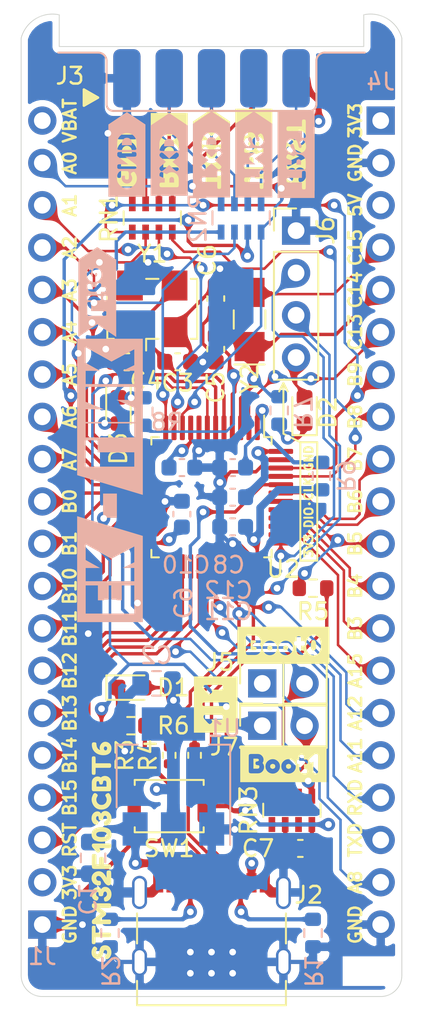
<source format=kicad_pcb>
(kicad_pcb (version 20171130) (host pcbnew "(5.1.12)-1")
  (layers (0 F.Cu signal) (1 In1.Cu power) (2 In2.Cu power) (31 B.Cu signal) (34 B.Paste user) (35 F.Paste user) (36 B.SilkS user) (37 F.SilkS user) (38 B.Mask user) (39 F.Mask user) (44 Edge.Cuts user))
  (net 0 "")
  (net 1 GND)
  (net 2 +5V)
  (net 3 +3V3)
  (net 4 "Net-(C3-Pad2)")
  (net 5 "Net-(C4-Pad2)")
  (net 6 /PC14)
  (net 7 /PC15)
  (net 8 /NRST)
  (net 9 /VBAT)
  (net 10 "Net-(D1-Pad1)")
  (net 11 "Net-(D2-Pad1)")
  (net 12 "Net-(D3-Pad1)")
  (net 13 /LINK_TRST)
  (net 14 /LINK_TCK)
  (net 15 /LINK_TXD)
  (net 16 /LINK_RXD)
  (net 17 /LINK_TDO)
  (net 18 /LINK_TMS)
  (net 19 /PA6)
  (net 20 /PA7)
  (net 21 /PB0)
  (net 22 /PB1)
  (net 23 /PB10)
  (net 24 /PB11)
  (net 25 /PB12)
  (net 26 /PB13)
  (net 27 /PB14)
  (net 28 /PB15)
  (net 29 "Net-(J2-PadB5)")
  (net 30 "Net-(J2-PadA6)")
  (net 31 "Net-(J2-PadA8)")
  (net 32 "Net-(J2-PadA5)")
  (net 33 "Net-(J2-PadB8)")
  (net 34 "Net-(J2-PadA7)")
  (net 35 "Net-(J3-Pad3)")
  (net 36 "Net-(J3-Pad5)")
  (net 37 "Net-(J3-Pad7)")
  (net 38 "Net-(J3-Pad1)")
  (net 39 "Net-(J3-Pad4)")
  (net 40 "Net-(J3-Pad6)")
  (net 41 "Net-(J3-Pad8)")
  (net 42 "Net-(J3-Pad10)")
  (net 43 /PA8)
  (net 44 /UART1_TX)
  (net 45 /UART1_RX)
  (net 46 /USB_D-)
  (net 47 /USB_D+)
  (net 48 /PA15)
  (net 49 /PB3)
  (net 50 /PB4)
  (net 51 /PB5)
  (net 52 /PB6)
  (net 53 /PB7)
  (net 54 /LINK_nRST)
  (net 55 /LINK_TDI)
  (net 56 /PC13)
  (net 57 /BOOT0)
  (net 58 /SWDIO)
  (net 59 /SWCLK)
  (net 60 /BOOT1)
  (net 61 "Net-(RN3-Pad6)")
  (net 62 "Net-(RN3-Pad3)")
  (module label (layer F.Cu) (at 69.596 97.155 90)
    (fp_text reference svg2mod hide)
    (fp_text value G*** hide)
  )
  (module label (layer B.Cu) (at 69.342 63.627 90)
    (fp_text reference svg2mod hide)
    (fp_text value G*** hide)
  )
  (module label (layer B.Cu) (at 70.104 71.12 90)
    (fp_text reference svg2mod hide)
    (fp_text value G*** hide)
  )
  (module label (layer B.Cu) (at 70.104 76.454 270)
    (fp_text reference svg2mod hide)
    (fp_text value G*** hide)
  )
  (module label (layer B.Cu) (at 70.104 80.264 90)
    (fp_text reference svg2mod hide)
    (fp_text value G*** hide)
  )
  (module Connector_PinHeader_2.54mm:PinHeader_1x20_P2.54mm_Vertical (layer B.Cu) (at 86.36 53.34 180)
    (fp_text reference J4 (at 0 2.33 180) (layer B.SilkS) (effects (justify mirror)))
    (fp_text value Conn_01x20)
    (pad 20 thru_hole oval (at 0 -48.26 180) (size 1.7 1.7) (drill 1) (layers *.Cu *.Mask) (net 1 GND))
    (pad 19 thru_hole oval (at 0 -45.72 180) (size 1.7 1.7) (drill 1) (layers *.Cu *.Mask) (net 43 /PA8))
    (pad 18 thru_hole oval (at 0 -43.18 180) (size 1.7 1.7) (drill 1) (layers *.Cu *.Mask) (net 44 /UART1_TX))
    (pad 17 thru_hole oval (at 0 -40.64 180) (size 1.7 1.7) (drill 1) (layers *.Cu *.Mask) (net 45 /UART1_RX))
    (pad 16 thru_hole oval (at 0 -38.1 180) (size 1.7 1.7) (drill 1) (layers *.Cu *.Mask) (net 46 /USB_D-))
    (pad 15 thru_hole oval (at 0 -35.56 180) (size 1.7 1.7) (drill 1) (layers *.Cu *.Mask) (net 47 /USB_D+))
    (pad 14 thru_hole oval (at 0 -33.02 180) (size 1.7 1.7) (drill 1) (layers *.Cu *.Mask) (net 48 /PA15))
    (pad 13 thru_hole oval (at 0 -30.48 180) (size 1.7 1.7) (drill 1) (layers *.Cu *.Mask) (net 49 /PB3))
    (pad 12 thru_hole oval (at 0 -27.94 180) (size 1.7 1.7) (drill 1) (layers *.Cu *.Mask) (net 50 /PB4))
    (pad 11 thru_hole oval (at 0 -25.4 180) (size 1.7 1.7) (drill 1) (layers *.Cu *.Mask) (net 51 /PB5))
    (pad 10 thru_hole oval (at 0 -22.86 180) (size 1.7 1.7) (drill 1) (layers *.Cu *.Mask) (net 52 /PB6))
    (pad 9 thru_hole oval (at 0 -20.32 180) (size 1.7 1.7) (drill 1) (layers *.Cu *.Mask) (net 53 /PB7))
    (pad 8 thru_hole oval (at 0 -17.78 180) (size 1.7 1.7) (drill 1) (layers *.Cu *.Mask) (net 54 /LINK_nRST))
    (pad 7 thru_hole oval (at 0 -15.24 180) (size 1.7 1.7) (drill 1) (layers *.Cu *.Mask) (net 55 /LINK_TDI))
    (pad 6 thru_hole oval (at 0 -12.7 180) (size 1.7 1.7) (drill 1) (layers *.Cu *.Mask) (net 56 /PC13))
    (pad 5 thru_hole oval (at 0 -10.16 180) (size 1.7 1.7) (drill 1) (layers *.Cu *.Mask) (net 6 /PC14))
    (pad 4 thru_hole oval (at 0 -7.62 180) (size 1.7 1.7) (drill 1) (layers *.Cu *.Mask) (net 7 /PC15))
    (pad 3 thru_hole oval (at 0 -5.08 180) (size 1.7 1.7) (drill 1) (layers *.Cu *.Mask) (net 2 +5V))
    (pad 2 thru_hole oval (at 0 -2.54 180) (size 1.7 1.7) (drill 1) (layers *.Cu *.Mask) (net 1 GND))
    (pad 1 thru_hole rect (at 0 0 180) (size 1.7 1.7) (drill 1) (layers *.Cu *.Mask) (net 3 +3V3))
  )
  (module Connector_PinHeader_2.54mm:PinHeader_1x20_P2.54mm_Vertical (layer B.Cu) (at 66.04 101.6)
    (fp_text reference J1 (at 0 1.905) (layer B.SilkS) (effects (justify mirror)))
    (fp_text value Conn_01x20)
    (pad 20 thru_hole oval (at 0 -48.26) (size 1.7 1.7) (drill 1) (layers *.Cu *.Mask) (net 9 /VBAT))
    (pad 19 thru_hole oval (at 0 -45.72) (size 1.7 1.7) (drill 1) (layers *.Cu *.Mask) (net 13 /LINK_TRST))
    (pad 18 thru_hole oval (at 0 -43.18) (size 1.7 1.7) (drill 1) (layers *.Cu *.Mask) (net 14 /LINK_TCK))
    (pad 17 thru_hole oval (at 0 -40.64) (size 1.7 1.7) (drill 1) (layers *.Cu *.Mask) (net 15 /LINK_TXD))
    (pad 16 thru_hole oval (at 0 -38.1) (size 1.7 1.7) (drill 1) (layers *.Cu *.Mask) (net 16 /LINK_RXD))
    (pad 15 thru_hole oval (at 0 -35.56) (size 1.7 1.7) (drill 1) (layers *.Cu *.Mask) (net 17 /LINK_TDO))
    (pad 14 thru_hole oval (at 0 -33.02) (size 1.7 1.7) (drill 1) (layers *.Cu *.Mask) (net 18 /LINK_TMS))
    (pad 13 thru_hole oval (at 0 -30.48) (size 1.7 1.7) (drill 1) (layers *.Cu *.Mask) (net 19 /PA6))
    (pad 12 thru_hole oval (at 0 -27.94) (size 1.7 1.7) (drill 1) (layers *.Cu *.Mask) (net 20 /PA7))
    (pad 11 thru_hole oval (at 0 -25.4) (size 1.7 1.7) (drill 1) (layers *.Cu *.Mask) (net 21 /PB0))
    (pad 10 thru_hole oval (at 0 -22.86) (size 1.7 1.7) (drill 1) (layers *.Cu *.Mask) (net 22 /PB1))
    (pad 9 thru_hole oval (at 0 -20.32) (size 1.7 1.7) (drill 1) (layers *.Cu *.Mask) (net 23 /PB10))
    (pad 8 thru_hole oval (at 0 -17.78) (size 1.7 1.7) (drill 1) (layers *.Cu *.Mask) (net 24 /PB11))
    (pad 7 thru_hole oval (at 0 -15.24) (size 1.7 1.7) (drill 1) (layers *.Cu *.Mask) (net 25 /PB12))
    (pad 6 thru_hole oval (at 0 -12.7) (size 1.7 1.7) (drill 1) (layers *.Cu *.Mask) (net 26 /PB13))
    (pad 5 thru_hole oval (at 0 -10.16) (size 1.7 1.7) (drill 1) (layers *.Cu *.Mask) (net 27 /PB14))
    (pad 4 thru_hole oval (at 0 -7.62) (size 1.7 1.7) (drill 1) (layers *.Cu *.Mask) (net 28 /PB15))
    (pad 3 thru_hole oval (at 0 -5.08) (size 1.7 1.7) (drill 1) (layers *.Cu *.Mask) (net 8 /NRST))
    (pad 2 thru_hole oval (at 0 -2.54) (size 1.7 1.7) (drill 1) (layers *.Cu *.Mask) (net 3 +3V3))
    (pad 1 thru_hole rect (at 0 0) (size 1.7 1.7) (drill 1) (layers *.Cu *.Mask) (net 1 GND))
  )
  (module label (layer F.Cu) (at 78.74 55.118 90)
    (fp_text reference svg2mod hide)
    (fp_text value G*** hide)
  )
  (module label (layer B.Cu) (at 81.28 55.372 90)
    (fp_text reference svg2mod hide)
    (fp_text value G*** hide)
  )
  (module label (layer B.Cu) (at 78.74 55.372 90)
    (fp_text reference svg2mod hide)
    (fp_text value G*** hide)
  )
  (module label (layer B.Cu) (at 76.2 55.372 90)
    (fp_text reference svg2mod hide)
    (fp_text value G*** hide)
  )
  (module label (layer B.Cu) (at 73.66 55.372 90)
    (fp_text reference svg2mod hide)
    (fp_text value G*** hide)
  )
  (module label (layer B.Cu) (at 71.12 55.372 90)
    (fp_text reference svg2mod hide)
    (fp_text value G*** hide)
  )
  (module label (layer F.Cu) (at 71.12 55.118 90)
    (fp_text reference svg2mod hide)
    (fp_text value G*** hide)
  )
  (module label (layer F.Cu) (at 73.66 55.118 90)
    (fp_text reference svg2mod hide)
    (fp_text value G*** hide)
  )
  (module label (layer F.Cu) (at 81.28 55.118 90)
    (fp_text reference svg2mod hide)
    (fp_text value G*** hide)
  )
  (module label (layer F.Cu) (at 76.2 55.118 90)
    (fp_text reference svg2mod hide)
    (fp_text value G*** hide)
  )
  (module Package_TO_SOT_SMD:SOT-223-3_TabPin2 (layer B.Cu) (at 73.914 92.71 90)
    (fp_text reference U1 (at 2.896 3.048) (layer B.SilkS) (effects (justify mirror)))
    (fp_text value AMS1117-3.3)
    (pad 1 smd rect (at -3.15 2.3 90) (size 2 1.5) (layers B.Cu B.Paste B.Mask) (net 1 GND))
    (pad 3 smd rect (at -3.15 -2.3 90) (size 2 1.5) (layers B.Cu B.Paste B.Mask) (net 2 +5V))
    (pad 2 smd rect (at -3.15 0 90) (size 2 1.5) (layers B.Cu B.Paste B.Mask) (net 3 +3V3))
    (pad 2 smd rect (at 3.15 0 90) (size 2 3.8) (layers B.Cu B.Paste B.Mask) (net 3 +3V3))
  )
  (module label (layer F.Cu) (at 76.454 88.392 90)
    (fp_text reference svg2mod hide)
    (fp_text value G*** hide)
  )
  (module label (layer F.Cu) (at 80.518 91.948)
    (fp_text reference svg2mod hide)
    (fp_text value G*** hide)
  )
  (module label (layer F.Cu) (at 80.518 84.836)
    (fp_text reference svg2mod hide)
    (fp_text value G*** hide)
  )
  (module Crystal:Crystal_SMD_G8-2Pin_3.2x1.5mm_HandSoldering (layer F.Cu) (at 78.486 65.278 90)
    (fp_text reference Y2 (at -3.556 0 90) (layer F.SilkS))
    (fp_text value 32.768K)
    (pad 2 smd rect (at 1.625 0 90) (size 1.75 1.8) (layers F.Cu F.Paste F.Mask) (net 7 /PC15))
    (pad 1 smd rect (at -1.625 0 90) (size 1.75 1.8) (layers F.Cu F.Paste F.Mask) (net 6 /PC14))
  )
  (module Oscillator:Oscillator_SMD_TXC_7C-4Pin_5.0x3.2mm_HandSoldering (layer F.Cu) (at 72.644 64.64)
    (fp_text reference Y1 (at 0 -3.3) (layer F.SilkS))
    (fp_text value 8.0M_GND24)
    (pad 4 smd rect (at -1.34 -1.4) (size 1.54 1.8) (layers F.Cu F.Paste F.Mask) (net 1 GND))
    (pad 3 smd rect (at 1.34 -1.4) (size 1.54 1.8) (layers F.Cu F.Paste F.Mask) (net 4 "Net-(C3-Pad2)"))
    (pad 2 smd rect (at 1.34 1.4) (size 1.54 1.8) (layers F.Cu F.Paste F.Mask) (net 1 GND))
    (pad 1 smd rect (at -1.34 1.4) (size 1.54 1.8) (layers F.Cu F.Paste F.Mask) (net 5 "Net-(C4-Pad2)"))
  )
  (module Package_QFP:LQFP-48_7x7mm_P0.5mm (layer F.Cu) (at 76.2 75.946 270)
    (fp_text reference U2 (at 4.318 -4.318 180) (layer F.SilkS))
    (fp_text value STM32F103C8Tx)
    (pad 48 smd roundrect (at -2.75 -4.1625 270) (size 0.3 1.475) (layers F.Cu F.Paste F.Mask) (net 3 +3V3))
    (pad 47 smd roundrect (at -2.25 -4.1625 270) (size 0.3 1.475) (layers F.Cu F.Paste F.Mask) (net 1 GND))
    (pad 46 smd roundrect (at -1.75 -4.1625 270) (size 0.3 1.475) (layers F.Cu F.Paste F.Mask) (net 55 /LINK_TDI))
    (pad 45 smd roundrect (at -1.25 -4.1625 270) (size 0.3 1.475) (layers F.Cu F.Paste F.Mask) (net 54 /LINK_nRST))
    (pad 44 smd roundrect (at -0.75 -4.1625 270) (size 0.3 1.475) (layers F.Cu F.Paste F.Mask) (net 57 /BOOT0))
    (pad 43 smd roundrect (at -0.25 -4.1625 270) (size 0.3 1.475) (layers F.Cu F.Paste F.Mask) (net 53 /PB7))
    (pad 42 smd roundrect (at 0.25 -4.1625 270) (size 0.3 1.475) (layers F.Cu F.Paste F.Mask) (net 52 /PB6))
    (pad 41 smd roundrect (at 0.75 -4.1625 270) (size 0.3 1.475) (layers F.Cu F.Paste F.Mask) (net 51 /PB5))
    (pad 40 smd roundrect (at 1.25 -4.1625 270) (size 0.3 1.475) (layers F.Cu F.Paste F.Mask) (net 50 /PB4))
    (pad 39 smd roundrect (at 1.75 -4.1625 270) (size 0.3 1.475) (layers F.Cu F.Paste F.Mask) (net 49 /PB3))
    (pad 38 smd roundrect (at 2.25 -4.1625 270) (size 0.3 1.475) (layers F.Cu F.Paste F.Mask) (net 48 /PA15))
    (pad 37 smd roundrect (at 2.75 -4.1625 270) (size 0.3 1.475) (layers F.Cu F.Paste F.Mask) (net 59 /SWCLK))
    (pad 36 smd roundrect (at 4.1625 -2.75 270) (size 1.475 0.3) (layers F.Cu F.Paste F.Mask) (net 3 +3V3))
    (pad 35 smd roundrect (at 4.1625 -2.25 270) (size 1.475 0.3) (layers F.Cu F.Paste F.Mask) (net 1 GND))
    (pad 34 smd roundrect (at 4.1625 -1.75 270) (size 1.475 0.3) (layers F.Cu F.Paste F.Mask) (net 58 /SWDIO))
    (pad 33 smd roundrect (at 4.1625 -1.25 270) (size 1.475 0.3) (layers F.Cu F.Paste F.Mask) (net 47 /USB_D+))
    (pad 32 smd roundrect (at 4.1625 -0.75 270) (size 1.475 0.3) (layers F.Cu F.Paste F.Mask) (net 46 /USB_D-))
    (pad 31 smd roundrect (at 4.1625 -0.25 270) (size 1.475 0.3) (layers F.Cu F.Paste F.Mask) (net 45 /UART1_RX))
    (pad 30 smd roundrect (at 4.1625 0.25 270) (size 1.475 0.3) (layers F.Cu F.Paste F.Mask) (net 44 /UART1_TX))
    (pad 29 smd roundrect (at 4.1625 0.75 270) (size 1.475 0.3) (layers F.Cu F.Paste F.Mask) (net 43 /PA8))
    (pad 28 smd roundrect (at 4.1625 1.25 270) (size 1.475 0.3) (layers F.Cu F.Paste F.Mask) (net 28 /PB15))
    (pad 27 smd roundrect (at 4.1625 1.75 270) (size 1.475 0.3) (layers F.Cu F.Paste F.Mask) (net 27 /PB14))
    (pad 26 smd roundrect (at 4.1625 2.25 270) (size 1.475 0.3) (layers F.Cu F.Paste F.Mask) (net 26 /PB13))
    (pad 25 smd roundrect (at 4.1625 2.75 270) (size 1.475 0.3) (layers F.Cu F.Paste F.Mask) (net 25 /PB12))
    (pad 24 smd roundrect (at 2.75 4.1625 270) (size 0.3 1.475) (layers F.Cu F.Paste F.Mask) (net 3 +3V3))
    (pad 23 smd roundrect (at 2.25 4.1625 270) (size 0.3 1.475) (layers F.Cu F.Paste F.Mask) (net 1 GND))
    (pad 22 smd roundrect (at 1.75 4.1625 270) (size 0.3 1.475) (layers F.Cu F.Paste F.Mask) (net 24 /PB11))
    (pad 21 smd roundrect (at 1.25 4.1625 270) (size 0.3 1.475) (layers F.Cu F.Paste F.Mask) (net 23 /PB10))
    (pad 20 smd roundrect (at 0.75 4.1625 270) (size 0.3 1.475) (layers F.Cu F.Paste F.Mask) (net 60 /BOOT1))
    (pad 19 smd roundrect (at 0.25 4.1625 270) (size 0.3 1.475) (layers F.Cu F.Paste F.Mask) (net 22 /PB1))
    (pad 18 smd roundrect (at -0.25 4.1625 270) (size 0.3 1.475) (layers F.Cu F.Paste F.Mask) (net 21 /PB0))
    (pad 17 smd roundrect (at -0.75 4.1625 270) (size 0.3 1.475) (layers F.Cu F.Paste F.Mask) (net 20 /PA7))
    (pad 16 smd roundrect (at -1.25 4.1625 270) (size 0.3 1.475) (layers F.Cu F.Paste F.Mask) (net 19 /PA6))
    (pad 15 smd roundrect (at -1.75 4.1625 270) (size 0.3 1.475) (layers F.Cu F.Paste F.Mask) (net 18 /LINK_TMS))
    (pad 14 smd roundrect (at -2.25 4.1625 270) (size 0.3 1.475) (layers F.Cu F.Paste F.Mask) (net 17 /LINK_TDO))
    (pad 13 smd roundrect (at -2.75 4.1625 270) (size 0.3 1.475) (layers F.Cu F.Paste F.Mask) (net 16 /LINK_RXD))
    (pad 12 smd roundrect (at -4.1625 2.75 270) (size 1.475 0.3) (layers F.Cu F.Paste F.Mask) (net 15 /LINK_TXD))
    (pad 11 smd roundrect (at -4.1625 2.25 270) (size 1.475 0.3) (layers F.Cu F.Paste F.Mask) (net 14 /LINK_TCK))
    (pad 10 smd roundrect (at -4.1625 1.75 270) (size 1.475 0.3) (layers F.Cu F.Paste F.Mask) (net 13 /LINK_TRST))
    (pad 9 smd roundrect (at -4.1625 1.25 270) (size 1.475 0.3) (layers F.Cu F.Paste F.Mask) (net 3 +3V3))
    (pad 8 smd roundrect (at -4.1625 0.75 270) (size 1.475 0.3) (layers F.Cu F.Paste F.Mask) (net 1 GND))
    (pad 7 smd roundrect (at -4.1625 0.25 270) (size 1.475 0.3) (layers F.Cu F.Paste F.Mask) (net 8 /NRST))
    (pad 6 smd roundrect (at -4.1625 -0.25 270) (size 1.475 0.3) (layers F.Cu F.Paste F.Mask) (net 5 "Net-(C4-Pad2)"))
    (pad 5 smd roundrect (at -4.1625 -0.75 270) (size 1.475 0.3) (layers F.Cu F.Paste F.Mask) (net 4 "Net-(C3-Pad2)"))
    (pad 4 smd roundrect (at -4.1625 -1.25 270) (size 1.475 0.3) (layers F.Cu F.Paste F.Mask) (net 7 /PC15))
    (pad 3 smd roundrect (at -4.1625 -1.75 270) (size 1.475 0.3) (layers F.Cu F.Paste F.Mask) (net 6 /PC14))
    (pad 2 smd roundrect (at -4.1625 -2.25 270) (size 1.475 0.3) (layers F.Cu F.Paste F.Mask) (net 56 /PC13))
    (pad 1 smd roundrect (at -4.1625 -2.75 270) (size 1.475 0.3) (layers F.Cu F.Paste F.Mask) (net 9 /VBAT))
  )
  (module Button_Switch_SMD:SW_Push_SPST_NO_Alps_SKRK (layer F.Cu) (at 73.66 94.488 180)
    (fp_text reference SW1 (at 0 -2.54) (layer F.SilkS))
    (fp_text value RESET)
    (pad 1 smd roundrect (at -2.1 0 180) (size 0.8 2) (layers F.Cu F.Paste F.Mask) (net 8 /NRST))
    (pad 2 smd roundrect (at 2.1 0 180) (size 0.8 2) (layers F.Cu F.Paste F.Mask) (net 1 GND))
  )
  (module Resistor_SMD:R_Array_Concave_4x0603 (layer F.Cu) (at 81.026 94.742 90)
    (fp_text reference RN3 (at 0 -2.6 90) (layer F.SilkS))
    (fp_text value 10K)
    (pad 5 smd rect (at 0.85 1.2 90) (size 0.9 0.4) (layers F.Cu F.Paste F.Mask) (net 3 +3V3))
    (pad 6 smd rect (at 0.85 0.4 90) (size 0.9 0.4) (layers F.Cu F.Paste F.Mask) (net 61 "Net-(RN3-Pad6)"))
    (pad 7 smd rect (at 0.85 -0.4 90) (size 0.9 0.4) (layers F.Cu F.Paste F.Mask) (net 60 /BOOT1))
    (pad 8 smd rect (at 0.85 -1.2 90) (size 0.9 0.4) (layers F.Cu F.Paste F.Mask) (net 57 /BOOT0))
    (pad 4 smd rect (at -0.85 1.2 90) (size 0.9 0.4) (layers F.Cu F.Paste F.Mask) (net 8 /NRST))
    (pad 1 smd rect (at -0.85 -1.2 90) (size 0.9 0.4) (layers F.Cu F.Paste F.Mask) (net 1 GND))
    (pad 3 smd rect (at -0.85 0.4 90) (size 0.9 0.4) (layers F.Cu F.Paste F.Mask) (net 62 "Net-(RN3-Pad3)"))
    (pad 2 smd rect (at -0.85 -0.4 90) (size 0.9 0.4) (layers F.Cu F.Paste F.Mask) (net 1 GND))
  )
  (module Resistor_SMD:R_Array_Concave_4x0603 (layer B.Cu) (at 77.978 59.182 270)
    (fp_text reference RN2 (at 0 2.6 270) (layer B.SilkS) (effects (justify mirror)))
    (fp_text value 33R)
    (pad 5 smd rect (at 0.85 -1.2 270) (size 0.9 0.4) (layers B.Cu B.Paste B.Mask) (net 13 /LINK_TRST))
    (pad 6 smd rect (at 0.85 -0.4 270) (size 0.9 0.4) (layers B.Cu B.Paste B.Mask) (net 18 /LINK_TMS))
    (pad 7 smd rect (at 0.85 0.4 270) (size 0.9 0.4) (layers B.Cu B.Paste B.Mask) (net 15 /LINK_TXD))
    (pad 8 smd rect (at 0.85 1.2 270) (size 0.9 0.4) (layers B.Cu B.Paste B.Mask) (net 16 /LINK_RXD))
    (pad 4 smd rect (at -0.85 -1.2 270) (size 0.9 0.4) (layers B.Cu B.Paste B.Mask) (net 42 "Net-(J3-Pad10)"))
    (pad 1 smd rect (at -0.85 1.2 270) (size 0.9 0.4) (layers B.Cu B.Paste B.Mask) (net 39 "Net-(J3-Pad4)"))
    (pad 3 smd rect (at -0.85 -0.4 270) (size 0.9 0.4) (layers B.Cu B.Paste B.Mask) (net 41 "Net-(J3-Pad8)"))
    (pad 2 smd rect (at -0.85 0.4 270) (size 0.9 0.4) (layers B.Cu B.Paste B.Mask) (net 40 "Net-(J3-Pad6)"))
  )
  (module Resistor_SMD:R_Array_Concave_4x0603 (layer F.Cu) (at 72.644 59.182 90)
    (fp_text reference RN1 (at 0 -2.6 90) (layer F.SilkS))
    (fp_text value 33R)
    (pad 5 smd rect (at 0.85 1.2 90) (size 0.9 0.4) (layers F.Cu F.Paste F.Mask) (net 37 "Net-(J3-Pad7)"))
    (pad 6 smd rect (at 0.85 0.4 90) (size 0.9 0.4) (layers F.Cu F.Paste F.Mask) (net 36 "Net-(J3-Pad5)"))
    (pad 7 smd rect (at 0.85 -0.4 90) (size 0.9 0.4) (layers F.Cu F.Paste F.Mask) (net 35 "Net-(J3-Pad3)"))
    (pad 8 smd rect (at 0.85 -1.2 90) (size 0.9 0.4) (layers F.Cu F.Paste F.Mask) (net 38 "Net-(J3-Pad1)"))
    (pad 4 smd rect (at -0.85 1.2 90) (size 0.9 0.4) (layers F.Cu F.Paste F.Mask) (net 54 /LINK_nRST))
    (pad 1 smd rect (at -0.85 -1.2 90) (size 0.9 0.4) (layers F.Cu F.Paste F.Mask) (net 55 /LINK_TDI))
    (pad 3 smd rect (at -0.85 0.4 90) (size 0.9 0.4) (layers F.Cu F.Paste F.Mask) (net 14 /LINK_TCK))
    (pad 2 smd rect (at -0.85 -0.4 90) (size 0.9 0.4) (layers F.Cu F.Paste F.Mask) (net 17 /LINK_TDO))
  )
  (module Resistor_SMD:R_0603_1608Metric (layer B.Cu) (at 82.804 74.676 90)
    (fp_text reference R9 (at 0 1.43 270 unlocked) (layer B.SilkS) (effects (justify mirror)))
    (fp_text value 0R)
    (pad 2 smd roundrect (at 0.825 0 90) (size 0.8 0.95) (layers B.Cu B.Paste B.Mask) (net 9 /VBAT))
    (pad 1 smd roundrect (at -0.825 0 90) (size 0.8 0.95) (layers B.Cu B.Paste B.Mask) (net 3 +3V3))
  )
  (module Resistor_SMD:R_0603_1608Metric (layer B.Cu) (at 72.136 70.802 90)
    (fp_text reference R8 (at -0.635 1.397 unlocked) (layer B.SilkS) (effects (justify mirror)))
    (fp_text value 1K)
    (pad 2 smd roundrect (at 0.825 0 90) (size 0.8 0.95) (layers B.Cu B.Paste B.Mask) (net 12 "Net-(D3-Pad1)"))
    (pad 1 smd roundrect (at -0.825 0 90) (size 0.8 0.95) (layers B.Cu B.Paste B.Mask) (net 7 /PC15))
  )
  (module Resistor_SMD:R_0603_1608Metric (layer B.Cu) (at 80.264 70.739 270)
    (fp_text reference R7 (at 0.127 -1.397 270 unlocked) (layer B.SilkS) (effects (justify mirror)))
    (fp_text value 1K)
    (pad 2 smd roundrect (at 0.825 0 270) (size 0.8 0.95) (layers B.Cu B.Paste B.Mask) (net 11 "Net-(D2-Pad1)"))
    (pad 1 smd roundrect (at -0.825 0 270) (size 0.8 0.95) (layers B.Cu B.Paste B.Mask) (net 6 /PC14))
  )
  (module Resistor_SMD:R_0603_1608Metric (layer F.Cu) (at 71.374 89.662)
    (fp_text reference R6 (at 2.54 0) (layer F.SilkS))
    (fp_text value 1K)
    (pad 2 smd roundrect (at 0.825 0) (size 0.8 0.95) (layers F.Cu F.Paste F.Mask) (net 1 GND))
    (pad 1 smd roundrect (at -0.825 0) (size 0.8 0.95) (layers F.Cu F.Paste F.Mask) (net 10 "Net-(D1-Pad1)"))
  )
  (module Resistor_SMD:R_0603_1608Metric (layer F.Cu) (at 82.296 81.407)
    (fp_text reference R5 (at 0 1.397) (layer F.SilkS))
    (fp_text value 1.5K)
    (pad 2 smd roundrect (at 0.825 0) (size 0.8 0.95) (layers F.Cu F.Paste F.Mask) (net 30 "Net-(J2-PadA6)"))
    (pad 1 smd roundrect (at -0.825 0) (size 0.8 0.95) (layers F.Cu F.Paste F.Mask) (net 51 /PB5))
  )
  (module Resistor_SMD:R_0402_1005Metric (layer F.Cu) (at 75.184 91.44 270)
    (fp_text reference R4 (at 0 2.794 270) (layer F.SilkS))
    (fp_text value 22R)
    (pad 2 smd roundrect (at 0.51 0 270) (size 0.54 0.64) (layers F.Cu F.Paste F.Mask) (net 30 "Net-(J2-PadA6)"))
    (pad 1 smd roundrect (at -0.51 0 270) (size 0.54 0.64) (layers F.Cu F.Paste F.Mask) (net 47 /USB_D+))
  )
  (module Resistor_SMD:R_0402_1005Metric (layer F.Cu) (at 73.66 91.44 270)
    (fp_text reference R3 (at 0 2.667 270) (layer F.SilkS))
    (fp_text value 22R)
    (pad 2 smd roundrect (at 0.51 0 270) (size 0.54 0.64) (layers F.Cu F.Paste F.Mask) (net 34 "Net-(J2-PadA7)"))
    (pad 1 smd roundrect (at -0.51 0 270) (size 0.54 0.64) (layers F.Cu F.Paste F.Mask) (net 46 /USB_D-))
  )
  (module Resistor_SMD:R_0603_1608Metric (layer B.Cu) (at 70.104 102.108 270)
    (fp_text reference R2 (at 2.286 0 270 unlocked) (layer B.SilkS) (effects (justify mirror)))
    (fp_text value 5.1K)
    (pad 2 smd roundrect (at 0.825 0 270) (size 0.8 0.95) (layers B.Cu B.Paste B.Mask) (net 1 GND))
    (pad 1 smd roundrect (at -0.825 0 270) (size 0.8 0.95) (layers B.Cu B.Paste B.Mask) (net 32 "Net-(J2-PadA5)"))
  )
  (module Resistor_SMD:R_0603_1608Metric (layer B.Cu) (at 82.296 102.108 270)
    (fp_text reference R1 (at 2.286 0 270 unlocked) (layer B.SilkS) (effects (justify mirror)))
    (fp_text value 5.1K)
    (pad 2 smd roundrect (at 0.825 0 270) (size 0.8 0.95) (layers B.Cu B.Paste B.Mask) (net 1 GND))
    (pad 1 smd roundrect (at -0.825 0 270) (size 0.8 0.95) (layers B.Cu B.Paste B.Mask) (net 29 "Net-(J2-PadB5)"))
  )
  (module Connector_PinHeader_2.54mm:PinHeader_2x01_P2.54mm_Vertical (layer F.Cu) (at 79.248 89.662)
    (fp_text reference J7 (at -2.286 1.27) (layer F.SilkS))
    (fp_text value Conn_02x01)
    (pad 2 thru_hole oval (at 2.54 0) (size 1.7 1.7) (drill 1) (layers *.Cu *.Mask) (net 60 /BOOT1))
    (pad 1 thru_hole rect (at 0 0) (size 1.7 1.7) (drill 1) (layers *.Cu *.Mask) (net 3 +3V3))
  )
  (module Connector_PinHeader_2.54mm:PinHeader_1x04_P2.54mm_Vertical (layer F.Cu) (at 81.28 59.944)
    (fp_text reference J6 (at 1.778 0 90) (layer F.SilkS))
    (fp_text value Conn_01x04)
    (pad 4 thru_hole oval (at 0 7.62) (size 1.7 1.7) (drill 1) (layers *.Cu *.Mask) (net 3 +3V3))
    (pad 3 thru_hole oval (at 0 5.08) (size 1.7 1.7) (drill 1) (layers *.Cu *.Mask) (net 58 /SWDIO))
    (pad 2 thru_hole oval (at 0 2.54) (size 1.7 1.7) (drill 1) (layers *.Cu *.Mask) (net 59 /SWCLK))
    (pad 1 thru_hole rect (at 0 0) (size 1.7 1.7) (drill 1) (layers *.Cu *.Mask) (net 1 GND))
  )
  (module Connector_PinHeader_2.54mm:PinHeader_2x01_P2.54mm_Vertical (layer F.Cu) (at 79.248 87.122)
    (fp_text reference J5 (at -2.54 -1.27) (layer F.SilkS))
    (fp_text value Conn_02x01)
    (pad 2 thru_hole oval (at 2.54 0) (size 1.7 1.7) (drill 1) (layers *.Cu *.Mask) (net 57 /BOOT0))
    (pad 1 thru_hole rect (at 0 0) (size 1.7 1.7) (drill 1) (layers *.Cu *.Mask) (net 3 +3V3))
  )
  (module Lex_Conn:Link_JTAG_10Pin (layer F.Cu) (at 76.2 48.26)
    (fp_text reference J3 (at -8.5 2.4) (layer F.SilkS))
    (fp_text value Conn_02x05_Odd_Even)
    (fp_text user ▸ (at -7.3 3.5) (layer F.SilkS) (effects (font (size 2.54 2.54))))
    (pad 3 smd roundrect (at -2.54 2.54) (size 1.64 3.5) (layers F.Cu F.Paste F.Mask) (net 35 "Net-(J3-Pad3)"))
    (pad 5 smd roundrect (at 0 2.54) (size 1.64 3.5) (layers F.Cu F.Paste F.Mask) (net 36 "Net-(J3-Pad5)"))
    (pad 7 smd roundrect (at 2.54 2.54) (size 1.64 3.5) (layers F.Cu F.Paste F.Mask) (net 37 "Net-(J3-Pad7)"))
    (pad 9 smd roundrect (at 5.08 2.54) (size 1.64 3.5) (layers F.Cu F.Paste F.Mask) (net 3 +3V3))
    (pad 1 smd roundrect (at -5.08 2.54) (size 1.64 3.5) (layers F.Cu F.Paste F.Mask) (net 38 "Net-(J3-Pad1)"))
    (pad 2 smd roundrect (at -5.08 2.54) (size 1.64 3.5) (layers B.Cu B.Paste B.Mask) (net 1 GND))
    (pad 4 smd roundrect (at -2.54 2.54) (size 1.64 3.5) (layers B.Cu B.Paste B.Mask) (net 39 "Net-(J3-Pad4)"))
    (pad 6 smd roundrect (at 0 2.54) (size 1.64 3.5) (layers B.Cu B.Paste B.Mask) (net 40 "Net-(J3-Pad6)"))
    (pad 8 smd roundrect (at 2.54 2.54) (size 1.64 3.5) (layers B.Cu B.Paste B.Mask) (net 41 "Net-(J3-Pad8)"))
    (pad 10 smd roundrect (at 5.08 2.54) (size 1.64 3.5) (layers B.Cu B.Paste B.Mask) (net 42 "Net-(J3-Pad10)"))
  )
  (module Connector_USB:USB_C_Receptacle_Palconn_UTC16-G (layer F.Cu) (at 76.2 101.6)
    (fp_text reference J2 (at 5.842 -1.778) (layer F.SilkS))
    (fp_text value USB_C_Receptacle_USB2.0)
    (pad A12 smd rect (at 3.2 -2.51) (size 0.6 1.16) (layers F.Cu F.Paste F.Mask) (net 1 GND))
    (pad A9 smd rect (at 2.4 -2.51) (size 0.6 1.16) (layers F.Cu F.Paste F.Mask) (net 2 +5V))
    (pad B1 smd rect (at 3.2 -2.51) (size 0.6 1.16) (layers F.Cu F.Paste F.Mask) (net 1 GND))
    (pad B4 smd rect (at 2.4 -2.51) (size 0.6 1.16) (layers F.Cu F.Paste F.Mask) (net 2 +5V))
    (pad B12 smd rect (at -3.2 -2.51) (size 0.6 1.16) (layers F.Cu F.Paste F.Mask) (net 1 GND))
    (pad A1 smd rect (at -3.2 -2.51) (size 0.6 1.16) (layers F.Cu F.Paste F.Mask) (net 1 GND))
    (pad B9 smd rect (at -2.4 -2.51) (size 0.6 1.16) (layers F.Cu F.Paste F.Mask) (net 2 +5V))
    (pad A4 smd rect (at -2.4 -2.51) (size 0.6 1.16) (layers F.Cu F.Paste F.Mask) (net 2 +5V))
    (pad "" np_thru_hole circle (at -2.89 -1.45 180) (size 0.6 0.6) (drill 0.6) (layers *.Cu *.Mask))
    (pad "" np_thru_hole circle (at 2.89 -1.45 180) (size 0.6 0.6) (drill 0.6) (layers *.Cu *.Mask))
    (pad B5 smd rect (at 1.75 -2.51 180) (size 0.3 1.16) (layers F.Cu F.Paste F.Mask) (net 29 "Net-(J2-PadB5)"))
    (pad B6 smd rect (at 0.75 -2.51 180) (size 0.3 1.16) (layers F.Cu F.Paste F.Mask) (net 30 "Net-(J2-PadA6)"))
    (pad A8 smd rect (at 1.25 -2.51 180) (size 0.3 1.16) (layers F.Cu F.Paste F.Mask) (net 31 "Net-(J2-PadA8)"))
    (pad A5 smd rect (at -1.25 -2.51 180) (size 0.3 1.16) (layers F.Cu F.Paste F.Mask) (net 32 "Net-(J2-PadA5)"))
    (pad B8 smd rect (at -1.75 -2.51 180) (size 0.3 1.16) (layers F.Cu F.Paste F.Mask) (net 33 "Net-(J2-PadB8)"))
    (pad A7 smd rect (at 0.25 -2.51 180) (size 0.3 1.16) (layers F.Cu F.Paste F.Mask) (net 34 "Net-(J2-PadA7)"))
    (pad A6 smd rect (at -0.25 -2.51 180) (size 0.3 1.16) (layers F.Cu F.Paste F.Mask) (net 30 "Net-(J2-PadA6)"))
    (pad B7 smd rect (at -0.75 -2.51 180) (size 0.3 1.16) (layers F.Cu F.Paste F.Mask) (net 34 "Net-(J2-PadA7)"))
    (pad S1 thru_hole oval (at 4.32 2.24 90) (size 1.7 0.9) (drill oval 1.4 0.6) (layers *.Cu *.Mask) (net 1 GND))
    (pad S1 thru_hole oval (at -4.32 2.24 90) (size 1.7 0.9) (drill oval 1.4 0.6) (layers *.Cu *.Mask) (net 1 GND))
    (pad S1 thru_hole oval (at 4.32 -1.93 90) (size 2 0.9) (drill oval 1.7 0.6) (layers *.Cu *.Mask) (net 1 GND))
    (pad S1 thru_hole oval (at -4.32 -1.93 90) (size 2 0.9) (drill oval 1.7 0.6) (layers *.Cu *.Mask) (net 1 GND))
  )
  (module LED_SMD:LED_0603_1608Metric (layer F.Cu) (at 70.612 70.739 270)
    (fp_text reference D3 (at 2.286 0 90) (layer F.SilkS))
    (fp_text value GREEN)
    (pad 2 smd roundrect (at 0.7875 0 270) (size 0.875 0.95) (layers F.Cu F.Paste F.Mask) (net 3 +3V3))
    (pad 1 smd roundrect (at -0.7875 0 270) (size 0.875 0.95) (layers F.Cu F.Paste F.Mask) (net 12 "Net-(D3-Pad1)"))
  )
  (module LED_SMD:LED_0603_1608Metric (layer F.Cu) (at 81.788 70.739 90)
    (fp_text reference D2 (at -0.127 1.397 90) (layer F.SilkS))
    (fp_text value RED)
    (pad 2 smd roundrect (at 0.7875 0 90) (size 0.875 0.95) (layers F.Cu F.Paste F.Mask) (net 3 +3V3))
    (pad 1 smd roundrect (at -0.7875 0 90) (size 0.875 0.95) (layers F.Cu F.Paste F.Mask) (net 11 "Net-(D2-Pad1)"))
  )
  (module LED_SMD:LED_0603_1608Metric (layer F.Cu) (at 71.374 87.376)
    (fp_text reference D1 (at 2.54 0) (layer F.SilkS))
    (fp_text value BLUE)
    (pad 2 smd roundrect (at 0.7875 0) (size 0.875 0.95) (layers F.Cu F.Paste F.Mask) (net 3 +3V3))
    (pad 1 smd roundrect (at -0.7875 0) (size 0.875 0.95) (layers F.Cu F.Paste F.Mask) (net 10 "Net-(D1-Pad1)"))
  )
  (module Capacitor_SMD:C_0603_1608Metric (layer B.Cu) (at 77.47 75.946 180)
    (fp_text reference C12 (at 0.254 -5.588 180) (layer B.SilkS) (effects (justify mirror)))
    (fp_text value 104)
    (pad 2 smd roundrect (at 0.775 0 180) (size 0.9 0.95) (layers B.Cu B.Paste B.Mask) (net 1 GND))
    (pad 1 smd roundrect (at -0.775 0 180) (size 0.9 0.95) (layers B.Cu B.Paste B.Mask) (net 3 +3V3))
  )
  (module Capacitor_SMD:C_0603_1608Metric (layer B.Cu) (at 77.47 77.724 180)
    (fp_text reference C11 (at 0.254 -5.08 180) (layer B.SilkS) (effects (justify mirror)))
    (fp_text value 104)
    (pad 2 smd roundrect (at 0.775 0 180) (size 0.9 0.95) (layers B.Cu B.Paste B.Mask) (net 1 GND))
    (pad 1 smd roundrect (at -0.775 0 180) (size 0.9 0.95) (layers B.Cu B.Paste B.Mask) (net 3 +3V3))
  )
  (module Capacitor_SMD:C_0603_1608Metric (layer B.Cu) (at 74.422 74.168)
    (fp_text reference C10 (at 0.254 5.842) (layer B.SilkS) (effects (justify mirror)))
    (fp_text value 104)
    (pad 2 smd roundrect (at 0.775 0) (size 0.9 0.95) (layers B.Cu B.Paste B.Mask) (net 1 GND))
    (pad 1 smd roundrect (at -0.775 0) (size 0.9 0.95) (layers B.Cu B.Paste B.Mask) (net 3 +3V3))
  )
  (module Capacitor_SMD:C_0603_1608Metric (layer B.Cu) (at 74.422 76.962 90)
    (fp_text reference C9 (at -5.334 0 270 unlocked) (layer B.SilkS) (effects (justify mirror)))
    (fp_text value 104)
    (pad 2 smd roundrect (at 0.775 0 90) (size 0.9 0.95) (layers B.Cu B.Paste B.Mask) (net 1 GND))
    (pad 1 smd roundrect (at -0.775 0 90) (size 0.9 0.95) (layers B.Cu B.Paste B.Mask) (net 3 +3V3))
  )
  (module Capacitor_SMD:C_0603_1608Metric (layer B.Cu) (at 77.47 74.168 180)
    (fp_text reference C8 (at 0.241 -5.842) (layer B.SilkS) (effects (justify mirror)))
    (fp_text value 104)
    (pad 2 smd roundrect (at 0.775 0 180) (size 0.9 0.95) (layers B.Cu B.Paste B.Mask) (net 1 GND))
    (pad 1 smd roundrect (at -0.775 0 180) (size 0.9 0.95) (layers B.Cu B.Paste B.Mask) (net 9 /VBAT))
  )
  (module Capacitor_SMD:C_0603_1608Metric (layer F.Cu) (at 81.534 97.028 180)
    (fp_text reference C7 (at 2.54 0) (layer F.SilkS))
    (fp_text value 104)
    (pad 2 smd roundrect (at 0.775 0 180) (size 0.9 0.95) (layers F.Cu F.Paste F.Mask) (net 1 GND))
    (pad 1 smd roundrect (at -0.775 0 180) (size 0.9 0.95) (layers F.Cu F.Paste F.Mask) (net 8 /NRST))
  )
  (module Capacitor_SMD:C_0603_1608Metric (layer F.Cu) (at 76.454 64.021 270)
    (fp_text reference C6 (at -2.299 0.508 270) (layer F.SilkS))
    (fp_text value 8pF)
    (pad 2 smd roundrect (at 0.775 0 270) (size 0.9 0.95) (layers F.Cu F.Paste F.Mask) (net 7 /PC15))
    (pad 1 smd roundrect (at -0.775 0 270) (size 0.9 0.95) (layers F.Cu F.Paste F.Mask) (net 1 GND))
  )
  (module Capacitor_SMD:C_0603_1608Metric (layer F.Cu) (at 76.454 67.056 90)
    (fp_text reference C5 (at -2.299 0 270) (layer F.SilkS))
    (fp_text value 8pF)
    (pad 2 smd roundrect (at 0.775 0 90) (size 0.9 0.95) (layers F.Cu F.Paste F.Mask) (net 6 /PC14))
    (pad 1 smd roundrect (at -0.775 0 90) (size 0.9 0.95) (layers F.Cu F.Paste F.Mask) (net 1 GND))
  )
  (module Capacitor_SMD:C_0603_1608Metric (layer F.Cu) (at 71.12 67.818)
    (fp_text reference C4 (at 1.143 1.143) (layer F.SilkS))
    (fp_text value 22pF)
    (pad 2 smd roundrect (at 0.775 0) (size 0.9 0.95) (layers F.Cu F.Paste F.Mask) (net 5 "Net-(C4-Pad2)"))
    (pad 1 smd roundrect (at -0.775 0) (size 0.9 0.95) (layers F.Cu F.Paste F.Mask) (net 1 GND))
  )
  (module Capacitor_SMD:C_0603_1608Metric (layer F.Cu) (at 74.168 67.818 180)
    (fp_text reference C3 (at 0 -1.27) (layer F.SilkS))
    (fp_text value 22pF)
    (pad 2 smd roundrect (at 0.775 0 180) (size 0.9 0.95) (layers F.Cu F.Paste F.Mask) (net 4 "Net-(C3-Pad2)"))
    (pad 1 smd roundrect (at -0.775 0 180) (size 0.9 0.95) (layers F.Cu F.Paste F.Mask) (net 1 GND))
  )
  (module Capacitor_SMD:C_0805_2012Metric (layer B.Cu) (at 72.898 87.122 180)
    (fp_text reference C2 (at 0 1.68) (layer B.SilkS) (effects (justify mirror)))
    (fp_text value 106)
    (pad 2 smd roundrect (at 0.95 0 180) (size 1 1.45) (layers B.Cu B.Paste B.Mask) (net 1 GND))
    (pad 1 smd roundrect (at -0.95 0 180) (size 1 1.45) (layers B.Cu B.Paste B.Mask) (net 3 +3V3))
  )
  (module Capacitor_SMD:C_0805_2012Metric (layer B.Cu) (at 69.088 97.597 270)
    (fp_text reference C1 (at 2.479 0.381 270 unlocked) (layer B.SilkS) (effects (justify mirror)))
    (fp_text value 106)
    (pad 2 smd roundrect (at 0.95 0 270) (size 1 1.45) (layers B.Cu B.Paste B.Mask) (net 1 GND))
    (pad 1 smd roundrect (at -0.95 0 270) (size 1 1.45) (layers B.Cu B.Paste B.Mask) (net 2 +5V))
  )
  (gr_text GND (at 84.836 101.6 90) (layer F.SilkS) (effects (font (size 0.762 0.762) (thickness 0.1524))))
  (gr_text A8 (at 84.836 99.06 90) (layer F.SilkS) (effects (font (size 0.762 0.762) (thickness 0.1524))))
  (gr_text TXD (at 84.836 96.52 90) (layer F.SilkS) (effects (font (size 0.762 0.762) (thickness 0.1524))))
  (gr_text RXD (at 84.836 93.98 90) (layer F.SilkS) (effects (font (size 0.762 0.762) (thickness 0.1524))))
  (gr_text A11 (at 84.836 91.44 90) (layer F.SilkS) (effects (font (size 0.762 0.762) (thickness 0.1524))))
  (gr_text A12 (at 84.836 88.9 90) (layer F.SilkS) (effects (font (size 0.762 0.762) (thickness 0.1524))))
  (gr_text A15 (at 84.836 86.36 90) (layer F.SilkS) (effects (font (size 0.762 0.762) (thickness 0.1524))))
  (gr_text B3 (at 84.836 83.82 90) (layer F.SilkS) (effects (font (size 0.762 0.762) (thickness 0.1524))))
  (gr_text B4 (at 84.836 81.28 90) (layer F.SilkS) (effects (font (size 0.762 0.762) (thickness 0.1524))))
  (gr_text B5 (at 84.836 78.74 90) (layer F.SilkS) (effects (font (size 0.762 0.762) (thickness 0.1524))))
  (gr_text B6 (at 84.836 76.2 90) (layer F.SilkS) (effects (font (size 0.762 0.762) (thickness 0.1524))))
  (gr_text B7 (at 84.836 73.66 90) (layer F.SilkS) (effects (font (size 0.762 0.762) (thickness 0.1524))))
  (gr_text B8 (at 84.836 71.12 90) (layer F.SilkS) (effects (font (size 0.762 0.762) (thickness 0.1524))))
  (gr_text B9 (at 84.836 68.58 90) (layer F.SilkS) (effects (font (size 0.762 0.762) (thickness 0.1524))))
  (gr_text C13 (at 84.836 66.04 90) (layer F.SilkS) (effects (font (size 0.762 0.762) (thickness 0.1524))))
  (gr_text C14 (at 84.836 63.5 90) (layer F.SilkS) (effects (font (size 0.762 0.762) (thickness 0.1524))))
  (gr_text C15 (at 84.836 60.96 90) (layer F.SilkS) (effects (font (size 0.762 0.762) (thickness 0.1524))))
  (gr_text 5V (at 84.836 58.42 90) (layer F.SilkS) (effects (font (size 0.762 0.762) (thickness 0.1524))))
  (gr_text GND (at 84.836 55.88 90) (layer F.SilkS) (effects (font (size 0.762 0.762) (thickness 0.1524))))
  (gr_text 3V3 (at 84.836 53.34 90) (layer F.SilkS) (effects (font (size 0.762 0.762) (thickness 0.1524))))
  (gr_text VBAT (at 67.691 53.34 90) (layer F.SilkS) (effects (font (size 0.762 0.762) (thickness 0.1524))))
  (gr_text A0 (at 67.691 55.88 90) (layer F.SilkS) (effects (font (size 0.762 0.762) (thickness 0.1524))))
  (gr_text A1 (at 67.691 58.42 90) (layer F.SilkS) (effects (font (size 0.762 0.762) (thickness 0.1524))))
  (gr_text A2 (at 67.691 60.96 90) (layer F.SilkS) (effects (font (size 0.762 0.762) (thickness 0.1524))))
  (gr_text A3 (at 67.691 63.5 90) (layer F.SilkS) (effects (font (size 0.762 0.762) (thickness 0.1524))))
  (gr_text A4 (at 67.691 66.04 90) (layer F.SilkS) (effects (font (size 0.762 0.762) (thickness 0.1524))))
  (gr_text A5 (at 67.691 68.58 90) (layer F.SilkS) (effects (font (size 0.762 0.762) (thickness 0.1524))))
  (gr_text A6 (at 67.691 71.12 90) (layer F.SilkS) (effects (font (size 0.762 0.762) (thickness 0.1524))))
  (gr_text A7 (at 67.691 73.66 90) (layer F.SilkS) (effects (font (size 0.762 0.762) (thickness 0.1524))))
  (gr_text B0 (at 67.691 76.2 90) (layer F.SilkS) (effects (font (size 0.762 0.762) (thickness 0.1524))))
  (gr_text B1 (at 67.691 78.74 90) (layer F.SilkS) (effects (font (size 0.762 0.762) (thickness 0.1524))))
  (gr_text B10 (at 67.691 81.28 90) (layer F.SilkS) (effects (font (size 0.762 0.762) (thickness 0.1524))))
  (gr_text B11 (at 67.691 83.82 90) (layer F.SilkS) (effects (font (size 0.762 0.762) (thickness 0.1524))))
  (gr_text B12 (at 67.691 86.36 90) (layer F.SilkS) (effects (font (size 0.762 0.762) (thickness 0.1524))))
  (gr_text B13 (at 67.691 88.9 90) (layer F.SilkS) (effects (font (size 0.762 0.762) (thickness 0.1524))))
  (gr_text B14 (at 67.691 91.44 90) (layer F.SilkS) (effects (font (size 0.762 0.762) (thickness 0.1524))))
  (gr_text B15 (at 67.691 93.98 90) (layer F.SilkS) (effects (font (size 0.762 0.762) (thickness 0.1524))))
  (gr_text RST (at 67.691 96.52 90) (layer F.SilkS) (effects (font (size 0.762 0.762) (thickness 0.1524))))
  (gr_text 3V3 (at 67.691 99.06 90) (layer F.SilkS) (effects (font (size 0.762 0.762) (thickness 0.1524))))
  (gr_text GND (at 67.691 101.6 90) (layer F.SilkS) (effects (font (size 0.762 0.762) (thickness 0.1524))))
  (gr_poly (pts (xy 69.977 82.042) (xy 69.723 82.042) (xy 69.723 81.153) (xy 69.977 81.153)) (layer B.SilkS) (width 0.1))
  (gr_poly (pts (xy 70.612 82.042) (xy 70.231 82.042) (xy 70.231 81.153) (xy 70.612 81.153)) (layer B.SilkS) (width 0.1))
  (gr_arc (start 66.04 104.648) (end 64.769989 104.648) (angle -90) (layer Edge.Cuts) (width 0.05))
  (gr_line (start 64.769989 104.648) (end 64.769522 48.389226) (layer Edge.Cuts) (width 0.05))
  (gr_line (start 66.04 105.918) (end 86.36 105.918) (layer Edge.Cuts) (width 0.05))
  (gr_arc (start 86.36 104.648) (end 86.36 105.918) (angle -90) (layer Edge.Cuts) (width 0.05))
  (gr_line (start 87.63 104.648) (end 87.63 48.387) (layer Edge.Cuts) (width 0.05))
  (gr_arc (start 66.648465 48.891828) (end 64.769522 48.389226) (angle 87.11921895) (layer Edge.Cuts) (width 0.05))
  (gr_arc (start 85.751057 48.889602) (end 87.63 48.387) (angle -87.11921895) (layer Edge.Cuts) (width 0.05))
  (gr_line (start 67.056 48.895) (end 67.056 46.99) (layer Edge.Cuts) (width 0.05))
  (gr_line (start 85.344 48.895) (end 67.056 48.895) (layer Edge.Cuts) (width 0.05))
  (gr_line (start 85.344 46.99) (end 85.344 48.895) (layer Edge.Cuts) (width 0.05))
  (gr_line (start 80.518 69.088) (end 80.772 69.596) (layer F.SilkS) (width 0.12))
  (gr_line (start 80.518 69.088) (end 80.264 69.596) (layer F.SilkS) (width 0.12))
  (gr_line (start 80.518 72.136) (end 80.518 69.088) (layer F.SilkS) (width 0.12))
  (gr_line (start 81.534 72.644) (end 80.518 72.136) (layer F.SilkS) (width 0.12))
  (gr_line (start 82.55 72.644) (end 81.534 72.644) (layer F.SilkS) (width 0.12))
  (gr_line (start 82.55 79.756) (end 82.55 72.644) (layer F.SilkS) (width 0.12))
  (gr_line (start 81.534 79.756) (end 82.55 79.756) (layer F.SilkS) (width 0.12))
  (gr_line (start 81.534 72.644) (end 81.534 79.756) (layer F.SilkS) (width 0.12))
  (gr_text 3V3·DIO·CLK·GND (at 82.042 76.2 90) (layer F.SilkS) (effects (font (size 0.5 0.5) (thickness 0.125))))
  (via (at 74.93 103.251) (size 0.8) (drill 0.4) (layers F.Cu B.Cu) (net 1))
  (via (at 76.2 103.251) (size 0.8) (drill 0.4) (layers F.Cu B.Cu) (net 1))
  (via (at 77.47 103.251) (size 0.8) (drill 0.4) (layers F.Cu B.Cu) (net 1))
  (via (at 74.93 104.521) (size 0.8) (drill 0.4) (layers F.Cu B.Cu) (net 1))
  (via (at 76.2 104.521) (size 0.8) (drill 0.4) (layers F.Cu B.Cu) (net 1))
  (via (at 77.47 104.521) (size 0.8) (drill 0.4) (layers F.Cu B.Cu) (net 1))
  (segment (start 70.104 102.933) (end 70.104 103.251) (width 0.254) (layer B.Cu) (net 1))
  (segment (start 70.693 103.84) (end 71.88 103.84) (width 0.254) (layer B.Cu) (net 1))
  (segment (start 70.104 103.251) (end 70.693 103.84) (width 0.254) (layer B.Cu) (net 1))
  (segment (start 82.296 102.933) (end 82.296 103.378) (width 0.254) (layer B.Cu) (net 1))
  (segment (start 81.834 103.84) (end 80.52 103.84) (width 0.254) (layer B.Cu) (net 1))
  (segment (start 82.296 103.378) (end 81.834 103.84) (width 0.254) (layer B.Cu) (net 1))
  (segment (start 80.759 97.028) (end 80.759 98.057) (width 0.2032) (layer F.Cu) (net 1))
  (segment (start 80.52 98.296) (end 80.52 99.67) (width 0.2032) (layer F.Cu) (net 1))
  (segment (start 80.759 98.057) (end 80.52 98.296) (width 0.2032) (layer F.Cu) (net 1))
  (segment (start 72.598894 99.67) (end 72.923695 99.345199) (width 0.6096) (layer F.Cu) (net 1))
  (segment (start 71.88 99.67) (end 72.598894 99.67) (width 0.6096) (layer F.Cu) (net 1))
  (segment (start 79.801106 99.67) (end 80.52 99.67) (width 0.6096) (layer F.Cu) (net 1))
  (segment (start 79.476305 99.345199) (end 79.801106 99.67) (width 0.6096) (layer F.Cu) (net 1))
  (segment (start 71.56 94.488) (end 71.56 96.588) (width 0.254) (layer F.Cu) (net 1))
  (segment (start 79.826 95.592) (end 80.626 95.592) (width 0.254) (layer F.Cu) (net 1))
  (segment (start 80.626 95.592) (end 80.626 96.12) (width 0.254) (layer F.Cu) (net 1))
  (segment (start 80.759 96.253) (end 80.759 97.028) (width 0.254) (layer F.Cu) (net 1))
  (segment (start 80.626 96.12) (end 80.759 96.253) (width 0.254) (layer F.Cu) (net 1))
  (segment (start 72.199 91.697038) (end 73.66 93.158038) (width 0.254) (layer F.Cu) (net 1))
  (segment (start 72.199 89.662) (end 72.199 91.697038) (width 0.254) (layer F.Cu) (net 1))
  (segment (start 73.66 93.158038) (end 73.66 96.012) (width 0.254) (layer F.Cu) (net 1))
  (segment (start 73.084 96.588) (end 71.56 96.588) (width 0.254) (layer F.Cu) (net 1))
  (segment (start 73.66 96.012) (end 73.084 96.588) (width 0.254) (layer F.Cu) (net 1))
  (segment (start 70.866 88.204) (end 71.948 87.122) (width 0.6096) (layer B.Cu) (net 1))
  (segment (start 70.866 90.17) (end 70.866 88.204) (width 0.6096) (layer B.Cu) (net 1))
  (segment (start 74.956 67.831) (end 74.943 67.818) (width 0.2032) (layer F.Cu) (net 1))
  (segment (start 76.454 67.831) (end 75.679 67.831) (width 0.2032) (layer F.Cu) (net 1))
  (segment (start 73.984 66.04) (end 73.984 66.11) (width 0.2032) (layer F.Cu) (net 1))
  (segment (start 74.943 67.069) (end 74.943 67.818) (width 0.2032) (layer F.Cu) (net 1))
  (segment (start 73.984 66.11) (end 74.943 67.069) (width 0.2032) (layer F.Cu) (net 1))
  (via (at 73.406 76.2) (size 0.8) (drill 0.4) (layers F.Cu B.Cu) (net 1))
  (segment (start 72.934 78.196) (end 72.0375 78.196) (width 0.2032) (layer F.Cu) (net 1))
  (segment (start 73.406 77.724) (end 72.934 78.196) (width 0.2032) (layer F.Cu) (net 1))
  (segment (start 73.406 76.2) (end 73.406 77.724) (width 0.2032) (layer F.Cu) (net 1))
  (via (at 75.438 73.152) (size 0.8) (drill 0.4) (layers F.Cu B.Cu) (net 1))
  (via (at 77.47 78.74) (size 0.8) (drill 0.4) (layers F.Cu B.Cu) (net 1))
  (segment (start 78.45 79.33839) (end 78.45 80.1085) (width 0.2032) (layer F.Cu) (net 1))
  (segment (start 77.85161 78.74) (end 78.45 79.33839) (width 0.2032) (layer F.Cu) (net 1))
  (segment (start 77.47 78.74) (end 77.85161 78.74) (width 0.2032) (layer F.Cu) (net 1))
  (segment (start 79.59239 73.696) (end 78.86639 74.422) (width 0.2032) (layer F.Cu) (net 1))
  (segment (start 80.3625 73.696) (end 79.59239 73.696) (width 0.2032) (layer F.Cu) (net 1))
  (segment (start 78.86639 74.422) (end 77.724 74.422) (width 0.2032) (layer F.Cu) (net 1))
  (via (at 76.708 75.057) (size 0.8) (drill 0.4) (layers F.Cu B.Cu) (net 1))
  (segment (start 77.343 74.422) (end 76.708 75.057) (width 0.2032) (layer F.Cu) (net 1))
  (segment (start 77.724 74.422) (end 77.343 74.422) (width 0.2032) (layer F.Cu) (net 1))
  (via (at 71.755 82.296) (size 0.8) (drill 0.4) (layers F.Cu B.Cu) (net 1))
  (via (at 68.798097 84.13369) (size 0.8) (drill 0.4) (layers F.Cu B.Cu) (net 1))
  (segment (start 76.695 74.168) (end 76.695 75.044) (width 0.3556) (layer B.Cu) (net 1))
  (segment (start 80.52 98.9588) (end 80.52 99.67) (width 0.4572) (layer B.Cu) (net 1))
  (via (at 68.451 101.602) (size 0.8) (drill 0.4) (layers F.Cu B.Cu) (net 1))
  (segment (start 68.451 99.697) (end 68.451 101.602) (width 0.254) (layer F.Cu) (net 1))
  (segment (start 71.56 96.588) (end 68.451 99.697) (width 0.254) (layer F.Cu) (net 1))
  (segment (start 68.449 101.6) (end 68.451 101.602) (width 0.6096) (layer F.Cu) (net 1))
  (segment (start 66.04 101.6) (end 68.449 101.6) (width 0.6096) (layer F.Cu) (net 1))
  (segment (start 74.409 76.2) (end 74.422 76.187) (width 0.2032) (layer B.Cu) (net 1))
  (segment (start 73.406 76.2) (end 74.409 76.2) (width 0.2032) (layer B.Cu) (net 1))
  (segment (start 77.47 78.74) (end 77.343 78.74) (width 0.254) (layer B.Cu) (net 1))
  (segment (start 76.695 78.092) (end 76.695 77.724) (width 0.254) (layer B.Cu) (net 1))
  (segment (start 77.343 78.74) (end 76.695 78.092) (width 0.254) (layer B.Cu) (net 1))
  (segment (start 76.708 75.933) (end 76.695 75.946) (width 0.254) (layer B.Cu) (net 1))
  (segment (start 76.708 75.057) (end 76.708 75.933) (width 0.254) (layer B.Cu) (net 1))
  (segment (start 75.197 73.393) (end 75.438 73.152) (width 0.254) (layer B.Cu) (net 1))
  (segment (start 75.197 74.168) (end 75.197 73.393) (width 0.254) (layer B.Cu) (net 1))
  (segment (start 75.45 73.14) (end 75.438 73.152) (width 0.254) (layer F.Cu) (net 1))
  (segment (start 75.45 71.7835) (end 75.45 73.14) (width 0.254) (layer F.Cu) (net 1))
  (segment (start 75.679 67.831) (end 74.956 67.831) (width 0.2032) (layer F.Cu) (net 1))
  (via (at 75.679 67.831) (size 0.8) (drill 0.4) (layers F.Cu B.Cu) (net 1))
  (segment (start 70.345 67.551) (end 69.85 67.056) (width 0.1524) (layer F.Cu) (net 1))
  (via (at 69.85 67.056) (size 0.8) (drill 0.4) (layers F.Cu B.Cu) (net 1))
  (segment (start 70.345 67.818) (end 70.345 67.551) (width 0.1524) (layer F.Cu) (net 1))
  (segment (start 71.304 63.24) (end 71.126 63.24) (width 0.2032) (layer F.Cu) (net 1))
  (segment (start 69.85 64.516) (end 69.85 67.056) (width 0.254) (layer F.Cu) (net 1))
  (segment (start 71.126 63.24) (end 69.85 64.516) (width 0.254) (layer F.Cu) (net 1))
  (segment (start 77.4212 95.86) (end 77.4212 95.86) (width 0.4572) (layer B.Cu) (net 1))
  (via (at 77.597 95.885) (size 0.8) (drill 0.4) (layers F.Cu B.Cu) (net 1))
  (segment (start 76.239 95.885) (end 76.214 95.86) (width 0.6096) (layer B.Cu) (net 1))
  (segment (start 77.597 95.885) (end 76.239 95.885) (width 0.6096) (layer B.Cu) (net 1))
  (segment (start 73.984 66.04) (end 73.984 65.716) (width 0.2032) (layer F.Cu) (net 1))
  (segment (start 73.984 65.716) (end 76.454 63.246) (width 0.2032) (layer F.Cu) (net 1))
  (via (at 76.708 62.23) (size 0.8) (drill 0.4) (layers F.Cu B.Cu) (net 1))
  (segment (start 76.454 62.484) (end 76.708 62.23) (width 0.2032) (layer F.Cu) (net 1))
  (segment (start 76.454 63.246) (end 76.454 62.484) (width 0.2032) (layer F.Cu) (net 1))
  (via (at 72.39 61.849) (size 0.8) (drill 0.4) (layers F.Cu B.Cu) (net 1))
  (segment (start 71.304 62.935) (end 72.517 61.722) (width 0.2032) (layer F.Cu) (net 1))
  (segment (start 71.304 63.24) (end 71.304 62.935) (width 0.2032) (layer F.Cu) (net 1))
  (segment (start 71.12 50.8) (end 71.12 52.959) (width 0.3556) (layer B.Cu) (net 1))
  (via (at 69.977 54.102) (size 0.8) (drill 0.4) (layers F.Cu B.Cu) (net 1))
  (segment (start 71.12 52.959) (end 69.977 54.102) (width 0.3556) (layer B.Cu) (net 1))
  (via (at 70.993 91.186) (size 0.8) (drill 0.4) (layers F.Cu B.Cu) (net 1))
  (segment (start 70.866 91.059) (end 70.993 91.186) (width 0.6096) (layer B.Cu) (net 1))
  (segment (start 70.866 90.17) (end 70.866 91.059) (width 0.6096) (layer B.Cu) (net 1))
  (segment (start 70.211 99.67) (end 69.088 98.547) (width 0.6096) (layer B.Cu) (net 1))
  (segment (start 71.88 99.67) (end 70.211 99.67) (width 0.6096) (layer B.Cu) (net 1))
  (via (at 71.628 97.917) (size 0.8) (drill 0.4) (layers F.Cu B.Cu) (net 2))
  (via (at 78.613 97.917) (size 0.8) (drill 0.4) (layers F.Cu B.Cu) (net 2))
  (segment (start 73.8 99.09) (end 73.8 98.057) (width 0.4572) (layer F.Cu) (net 2))
  (segment (start 73.66 97.917) (end 71.628 97.917) (width 0.4572) (layer F.Cu) (net 2))
  (segment (start 73.8 98.057) (end 73.66 97.917) (width 0.4572) (layer F.Cu) (net 2))
  (segment (start 78.6 99.09) (end 78.6 98.031) (width 0.4572) (layer F.Cu) (net 2))
  (segment (start 71.628 95.874) (end 71.614 95.86) (width 0.4572) (layer B.Cu) (net 2))
  (segment (start 71.628 97.917) (end 71.628 95.874) (width 0.4572) (layer B.Cu) (net 2))
  (segment (start 71.589 95.885) (end 71.614 95.86) (width 0.4572) (layer B.Cu) (net 2))
  (segment (start 69.875 95.86) (end 69.088 96.647) (width 0.4572) (layer B.Cu) (net 2))
  (segment (start 71.614 95.86) (end 69.875 95.86) (width 0.4572) (layer B.Cu) (net 2))
  (segment (start 73.914 93.472) (end 72.898 93.472) (width 0.6096) (layer B.Cu) (net 3))
  (segment (start 73.914 95.86) (end 73.914 93.472) (width 0.762) (layer B.Cu) (net 3))
  (via (at 72.898 93.472) (size 0.8) (drill 0.4) (layers F.Cu B.Cu) (net 3))
  (segment (start 73.914 87.188) (end 73.848 87.122) (width 0.3556) (layer B.Cu) (net 3))
  (via (at 73.914 88.138) (size 0.8) (drill 0.4) (layers F.Cu B.Cu) (net 3))
  (segment (start 73.914 89.56) (end 73.914 88.138) (width 0.3556) (layer B.Cu) (net 3))
  (segment (start 73.914 88.138) (end 73.914 87.188) (width 0.3556) (layer B.Cu) (net 3))
  (segment (start 73.914 88.138) (end 73.152 87.376) (width 0.2032) (layer F.Cu) (net 3))
  (segment (start 73.152 87.376) (end 72.1615 87.376) (width 0.2032) (layer F.Cu) (net 3))
  (segment (start 73.914 89.56) (end 79.146 89.56) (width 0.6096) (layer B.Cu) (net 3))
  (via (at 73.66 78.486) (size 0.8) (drill 0.4) (layers F.Cu B.Cu) (net 3))
  (segment (start 73.45 78.696) (end 72.0375 78.696) (width 0.2032) (layer F.Cu) (net 3))
  (segment (start 73.66 78.486) (end 73.45 78.696) (width 0.2032) (layer F.Cu) (net 3))
  (segment (start 74.95 71.7835) (end 74.95 72.624) (width 0.2032) (layer F.Cu) (net 3))
  (via (at 74.422 73.152) (size 0.8) (drill 0.4) (layers F.Cu B.Cu) (net 3))
  (segment (start 74.95 72.624) (end 74.422 73.152) (width 0.2032) (layer F.Cu) (net 3))
  (segment (start 74.422 73.152) (end 74.168 73.152) (width 0.2032) (layer B.Cu) (net 3))
  (segment (start 73.647 73.673) (end 73.647 74.168) (width 0.2032) (layer B.Cu) (net 3))
  (segment (start 74.168 73.152) (end 73.647 73.673) (width 0.2032) (layer B.Cu) (net 3))
  (via (at 78.74 78.486) (size 0.8) (drill 0.4) (layers F.Cu B.Cu) (net 3))
  (segment (start 78.95 78.696) (end 78.95 80.1085) (width 0.2032) (layer F.Cu) (net 3))
  (segment (start 78.74 78.486) (end 78.95 78.696) (width 0.2032) (layer F.Cu) (net 3))
  (segment (start 73.914 93.091) (end 73.914 89.56) (width 0.762) (layer B.Cu) (net 3))
  (segment (start 73.914 93.472) (end 73.914 93.091) (width 0.762) (layer B.Cu) (net 3))
  (via (at 78.994 73.279) (size 0.8) (drill 0.4) (layers F.Cu B.Cu) (net 3))
  (segment (start 79.077 73.196) (end 80.3625 73.196) (width 0.2032) (layer F.Cu) (net 3))
  (segment (start 82.804 75.501) (end 80.201 75.501) (width 0.4572) (layer B.Cu) (net 3))
  (segment (start 80.201 75.501) (end 79.121 76.581) (width 0.4572) (layer B.Cu) (net 3))
  (segment (start 79.121 78.105) (end 78.74 78.486) (width 0.4572) (layer B.Cu) (net 3))
  (segment (start 79.121 76.581) (end 79.121 78.105) (width 0.4572) (layer B.Cu) (net 3))
  (segment (start 79.393999 73.678999) (end 78.994 73.279) (width 0.4572) (layer B.Cu) (net 3))
  (segment (start 79.393999 74.797001) (end 79.393999 73.678999) (width 0.4572) (layer B.Cu) (net 3))
  (segment (start 81.788 69.9515) (end 81.788 69.723) (width 0.1524) (layer F.Cu) (net 3))
  (segment (start 81.28 69.215) (end 81.28 67.564) (width 0.1524) (layer F.Cu) (net 3))
  (segment (start 81.788 69.723) (end 81.28 69.215) (width 0.1524) (layer F.Cu) (net 3))
  (via (at 82.007379 92.978802) (size 0.8) (drill 0.4) (layers F.Cu B.Cu) (net 3))
  (segment (start 82.226 93.197423) (end 82.007379 92.978802) (width 0.254) (layer F.Cu) (net 3))
  (segment (start 82.226 93.892) (end 82.226 93.197423) (width 0.254) (layer F.Cu) (net 3))
  (segment (start 78.74 78.486) (end 78.613 78.486) (width 0.2032) (layer B.Cu) (net 3))
  (segment (start 78.245 78.118) (end 78.245 77.724) (width 0.2032) (layer B.Cu) (net 3))
  (segment (start 78.613 78.486) (end 78.245 78.118) (width 0.2032) (layer B.Cu) (net 3))
  (segment (start 73.673 78.486) (end 74.422 77.737) (width 0.2032) (layer B.Cu) (net 3))
  (segment (start 73.66 78.486) (end 73.673 78.486) (width 0.2032) (layer B.Cu) (net 3))
  (segment (start 79.393999 74.797001) (end 78.245 75.946) (width 0.4572) (layer B.Cu) (net 3))
  (via (at 69.7896 71.501) (size 0.8) (drill 0.4) (layers F.Cu B.Cu) (net 3))
  (segment (start 69.8151 71.5265) (end 69.7896 71.501) (width 0.1524) (layer F.Cu) (net 3))
  (segment (start 70.612 71.5265) (end 69.8151 71.5265) (width 0.1524) (layer F.Cu) (net 3))
  (via (at 82.634801 53.382199) (size 0.8) (drill 0.4) (layers F.Cu B.Cu) (net 3))
  (segment (start 82.634801 52.154801) (end 81.28 50.8) (width 0.3556) (layer F.Cu) (net 3))
  (segment (start 82.634801 53.382199) (end 82.634801 52.154801) (width 0.3556) (layer F.Cu) (net 3))
  (segment (start 73.984 63.24) (end 73.92 63.24) (width 0.2032) (layer F.Cu) (net 4))
  (segment (start 73.984 63.24) (end 73.984 63.43) (width 0.2032) (layer F.Cu) (net 4))
  (segment (start 73.984 63.43) (end 72.644 64.77) (width 0.2032) (layer F.Cu) (net 4))
  (segment (start 73.393 67.661882) (end 73.393 67.818) (width 0.2032) (layer F.Cu) (net 4))
  (segment (start 72.644 66.912882) (end 73.393 67.661882) (width 0.2032) (layer F.Cu) (net 4))
  (segment (start 72.644 64.77) (end 72.644 66.912882) (width 0.2032) (layer F.Cu) (net 4))
  (segment (start 76.95 69.838) (end 76.95 71.7835) (width 0.2032) (layer F.Cu) (net 4))
  (segment (start 76.31239 68.59461) (end 76.32439 68.58261) (width 0.2032) (layer F.Cu) (net 4))
  (segment (start 74.16961 68.59461) (end 76.31239 68.59461) (width 0.2032) (layer F.Cu) (net 4))
  (segment (start 73.393 67.818) (end 74.16961 68.59461) (width 0.2032) (layer F.Cu) (net 4))
  (segment (start 76.881189 69.769189) (end 76.95 69.838) (width 0.2032) (layer F.Cu) (net 4))
  (segment (start 76.881189 69.134189) (end 76.881189 69.769189) (width 0.2032) (layer F.Cu) (net 4))
  (segment (start 76.32961 68.58261) (end 76.881189 69.134189) (width 0.2032) (layer F.Cu) (net 4))
  (segment (start 76.32439 68.58261) (end 76.32961 68.58261) (width 0.2032) (layer F.Cu) (net 4))
  (segment (start 71.304 66.04) (end 71.304 66.732) (width 0.2032) (layer F.Cu) (net 5))
  (segment (start 71.304 66.04) (end 71.304 66.478) (width 0.2032) (layer F.Cu) (net 5))
  (segment (start 71.895 67.069) (end 71.895 67.818) (width 0.2032) (layer F.Cu) (net 5))
  (segment (start 71.304 66.478) (end 71.895 67.069) (width 0.2032) (layer F.Cu) (net 5))
  (segment (start 71.895 67.818) (end 71.895 67.831) (width 0.2032) (layer F.Cu) (net 5))
  (segment (start 71.895 67.818) (end 72.67161 68.59461) (width 0.2032) (layer F.Cu) (net 5))
  (segment (start 73.599386 68.59461) (end 74.002595 68.99782) (width 0.2032) (layer F.Cu) (net 5))
  (segment (start 72.67161 68.59461) (end 73.599386 68.59461) (width 0.2032) (layer F.Cu) (net 5))
  (segment (start 74.002595 68.99782) (end 76.10982 68.99782) (width 0.2032) (layer F.Cu) (net 5))
  (segment (start 76.45 69.338) (end 76.45 71.7835) (width 0.2032) (layer F.Cu) (net 5))
  (segment (start 76.10982 68.99782) (end 76.45 69.338) (width 0.2032) (layer F.Cu) (net 5))
  (segment (start 76.454 66.281) (end 77.203 66.281) (width 0.2032) (layer F.Cu) (net 6))
  (segment (start 77.825 66.903) (end 78.486 66.903) (width 0.2032) (layer F.Cu) (net 6))
  (segment (start 77.203 66.281) (end 77.825 66.903) (width 0.2032) (layer F.Cu) (net 6))
  (segment (start 80.264 69.914) (end 79.947 69.914) (width 0.1524) (layer B.Cu) (net 6))
  (via (at 78.74 68.834) (size 0.8) (drill 0.4) (layers F.Cu B.Cu) (net 6))
  (segment (start 77.95 70.064708) (end 77.95 70.132) (width 0.2032) (layer F.Cu) (net 6))
  (segment (start 77.95 70.132) (end 77.95 71.7835) (width 0.2032) (layer F.Cu) (net 6))
  (segment (start 77.95 70.005) (end 77.95 70.132) (width 0.2032) (layer F.Cu) (net 6))
  (segment (start 80.115201 70.062799) (end 80.264 69.914) (width 0.1524) (layer B.Cu) (net 6))
  (segment (start 77.95 70.064708) (end 77.95 70.005) (width 0.2032) (layer F.Cu) (net 6))
  (segment (start 78.74 69.215) (end 78.74 68.834) (width 0.2032) (layer F.Cu) (net 6))
  (segment (start 77.95 70.005) (end 78.74 69.215) (width 0.2032) (layer F.Cu) (net 6))
  (segment (start 78.74 67.157) (end 78.486 66.903) (width 0.2032) (layer F.Cu) (net 6))
  (segment (start 78.74 68.834) (end 78.74 67.157) (width 0.2032) (layer F.Cu) (net 6))
  (segment (start 79.82 69.914) (end 80.264 69.914) (width 0.2032) (layer B.Cu) (net 6))
  (segment (start 78.74 68.834) (end 79.82 69.914) (width 0.2032) (layer B.Cu) (net 6))
  (segment (start 78.486 66.903) (end 79.655 66.903) (width 0.2032) (layer F.Cu) (net 6))
  (segment (start 83.684399 66.175601) (end 86.36 63.5) (width 0.2032) (layer F.Cu) (net 6))
  (segment (start 80.382399 66.175601) (end 83.684399 66.175601) (width 0.2032) (layer F.Cu) (net 6))
  (segment (start 79.655 66.903) (end 80.382399 66.175601) (width 0.2032) (layer F.Cu) (net 6))
  (segment (start 77.343 64.796) (end 78.486 63.653) (width 0.2032) (layer F.Cu) (net 7))
  (segment (start 76.454 64.796) (end 77.343 64.796) (width 0.2032) (layer F.Cu) (net 7))
  (segment (start 77.45 69.767775) (end 77.45 71.7835) (width 0.2032) (layer F.Cu) (net 7))
  (segment (start 76.87535 67.03261) (end 77.284399 67.441659) (width 0.2032) (layer F.Cu) (net 7))
  (segment (start 75.98587 67.03261) (end 76.87535 67.03261) (width 0.2032) (layer F.Cu) (net 7))
  (segment (start 75.67739 66.72413) (end 75.98587 67.03261) (width 0.2032) (layer F.Cu) (net 7))
  (segment (start 75.67739 65.57261) (end 75.67739 66.72413) (width 0.2032) (layer F.Cu) (net 7))
  (segment (start 76.454 64.796) (end 75.67739 65.57261) (width 0.2032) (layer F.Cu) (net 7))
  (segment (start 78.359 63.78) (end 78.486 63.653) (width 0.1524) (layer F.Cu) (net 7))
  (segment (start 77.284399 67.441659) (end 77.284399 68.394399) (width 0.2032) (layer F.Cu) (net 7))
  (segment (start 77.284399 68.394399) (end 77.5335 68.6435) (width 0.2032) (layer F.Cu) (net 7))
  (segment (start 77.597 69.620775) (end 77.45 69.767775) (width 0.2032) (layer F.Cu) (net 7))
  (segment (start 77.597 68.707) (end 77.597 69.620775) (width 0.2032) (layer F.Cu) (net 7))
  (segment (start 77.5335 68.6435) (end 77.597 68.707) (width 0.2032) (layer F.Cu) (net 7))
  (via (at 77.5335 68.6435) (size 0.8) (drill 0.4) (layers F.Cu B.Cu) (net 7))
  (segment (start 78.486 63.653) (end 79.782 63.653) (width 0.1524) (layer F.Cu) (net 7))
  (segment (start 79.782 63.653) (end 79.883 63.754) (width 0.1524) (layer F.Cu) (net 7))
  (segment (start 83.566 63.754) (end 86.36 60.96) (width 0.1524) (layer F.Cu) (net 7))
  (segment (start 79.883 63.754) (end 83.566 63.754) (width 0.1524) (layer F.Cu) (net 7))
  (segment (start 72.518 72.009) (end 72.136 71.627) (width 0.1524) (layer B.Cu) (net 7))
  (segment (start 77.089 72.009) (end 72.518 72.009) (width 0.1524) (layer B.Cu) (net 7))
  (segment (start 77.5335 71.5645) (end 77.089 72.009) (width 0.1524) (layer B.Cu) (net 7))
  (segment (start 77.5335 68.6435) (end 77.5335 71.5645) (width 0.1524) (layer B.Cu) (net 7))
  (segment (start 82.226 95.592) (end 82.226 96.196) (width 0.254) (layer F.Cu) (net 8))
  (segment (start 82.309 96.279) (end 82.309 97.028) (width 0.254) (layer F.Cu) (net 8))
  (segment (start 82.226 96.196) (end 82.309 96.279) (width 0.254) (layer F.Cu) (net 8))
  (segment (start 82.226 95.592) (end 83.224 95.592) (width 0.254) (layer F.Cu) (net 8))
  (via (at 83.224 95.592) (size 0.8) (drill 0.4) (layers F.Cu B.Cu) (net 8))
  (segment (start 83.224 95.592) (end 79.082 95.592) (width 0.254) (layer B.Cu) (net 8))
  (segment (start 79.082 95.592) (end 78.232 94.742) (width 0.254) (layer B.Cu) (net 8))
  (via (at 78.232 94.742) (size 0.8) (drill 0.4) (layers F.Cu B.Cu) (net 8))
  (segment (start 78.232 94.742) (end 77.47 94.742) (width 0.254) (layer F.Cu) (net 8))
  (segment (start 77.47 94.742) (end 77.216 94.488) (width 0.254) (layer F.Cu) (net 8))
  (via (at 69.596 88.646) (size 0.8) (drill 0.4) (layers F.Cu B.Cu) (net 8))
  (segment (start 67.564 96.52) (end 66.04 96.52) (width 0.2032) (layer F.Cu) (net 8))
  (segment (start 68.834 95.25) (end 67.564 96.52) (width 0.2032) (layer F.Cu) (net 8))
  (segment (start 68.834 91.44) (end 68.834 95.25) (width 0.2032) (layer F.Cu) (net 8))
  (segment (start 69.596 90.678) (end 68.834 91.44) (width 0.2032) (layer F.Cu) (net 8))
  (segment (start 69.596 88.646) (end 69.596 90.678) (width 0.2032) (layer F.Cu) (net 8))
  (via (at 77.089 88.519) (size 0.8) (drill 0.4) (layers F.Cu B.Cu) (net 8))
  (segment (start 70.104 88.138) (end 69.596 88.646) (width 0.2032) (layer B.Cu) (net 8))
  (segment (start 70.104 87.122) (end 70.104 88.138) (width 0.2032) (layer B.Cu) (net 8))
  (segment (start 71.247 85.979) (end 70.104 87.122) (width 0.2032) (layer B.Cu) (net 8))
  (segment (start 75.95 71.7835) (end 75.95 69.63363) (width 0.1524) (layer F.Cu) (net 8))
  (segment (start 75.692 69.37563) (end 73.8461 69.375629) (width 0.1524) (layer F.Cu) (net 8))
  (segment (start 75.95 69.63363) (end 75.692 69.37563) (width 0.1524) (layer F.Cu) (net 8))
  (segment (start 73.442891 68.97242) (end 72.515116 68.97242) (width 0.1524) (layer F.Cu) (net 8))
  (segment (start 73.8461 69.375629) (end 73.442891 68.97242) (width 0.1524) (layer F.Cu) (net 8))
  (segment (start 72.515116 68.97242) (end 72.111906 68.56921) (width 0.1524) (layer F.Cu) (net 8))
  (via (at 69.85 68.961) (size 0.8) (drill 0.4) (layers F.Cu B.Cu) (net 8))
  (segment (start 70.36879 68.56921) (end 70.24179 68.56921) (width 0.1524) (layer F.Cu) (net 8))
  (segment (start 72.111906 68.56921) (end 70.36879 68.56921) (width 0.1524) (layer F.Cu) (net 8))
  (segment (start 70.24179 68.56921) (end 69.85 68.961) (width 0.1524) (layer F.Cu) (net 8))
  (segment (start 69.046799 69.764201) (end 69.046799 78.698799) (width 0.1524) (layer B.Cu) (net 8))
  (segment (start 69.85 68.961) (end 69.046799 69.764201) (width 0.1524) (layer B.Cu) (net 8))
  (segment (start 69.046799 78.698799) (end 70.104 79.756) (width 0.1524) (layer B.Cu) (net 8))
  (segment (start 70.104 84.836) (end 71.247 85.979) (width 0.1524) (layer B.Cu) (net 8))
  (segment (start 70.104 79.756) (end 70.104 84.836) (width 0.1524) (layer B.Cu) (net 8))
  (segment (start 76.708 94.488) (end 75.76 94.488) (width 0.254) (layer F.Cu) (net 8))
  (segment (start 77.089 88.519) (end 77.089 94.361) (width 0.2032) (layer F.Cu) (net 8))
  (segment (start 76.962 94.488) (end 76.708 94.488) (width 0.254) (layer F.Cu) (net 8))
  (segment (start 77.216 94.488) (end 76.962 94.488) (width 0.254) (layer F.Cu) (net 8))
  (segment (start 74.549 85.979) (end 77.089 88.519) (width 0.2032) (layer B.Cu) (net 8))
  (segment (start 71.247 85.979) (end 74.549 85.979) (width 0.2032) (layer B.Cu) (net 8))
  (via (at 79.248 70.739) (size 0.8) (drill 0.4) (layers F.Cu B.Cu) (net 9))
  (segment (start 78.95 71.037) (end 79.248 70.739) (width 0.2032) (layer F.Cu) (net 9))
  (segment (start 78.95 71.7835) (end 78.95 71.037) (width 0.2032) (layer F.Cu) (net 9))
  (segment (start 79.248 70.739) (end 79.248 71.882) (width 0.2032) (layer B.Cu) (net 9))
  (segment (start 78.245 72.885) (end 78.245 74.168) (width 0.2032) (layer B.Cu) (net 9))
  (segment (start 79.248 71.882) (end 78.245 72.885) (width 0.2032) (layer B.Cu) (net 9))
  (segment (start 79.248 71.958306) (end 79.248 71.882) (width 0.254) (layer B.Cu) (net 9))
  (segment (start 81.140694 73.851) (end 79.248 71.958306) (width 0.254) (layer B.Cu) (net 9))
  (segment (start 82.804 73.851) (end 81.140694 73.851) (width 0.254) (layer B.Cu) (net 9))
  (segment (start 79.248 70.739) (end 79.49311 70.49389) (width 0.1524) (layer F.Cu) (net 9))
  (segment (start 70.5865 89.6245) (end 70.549 89.662) (width 0.254) (layer F.Cu) (net 10))
  (segment (start 70.5865 87.376) (end 70.5865 89.6245) (width 0.254) (layer F.Cu) (net 10))
  (via (at 80.772 72.39) (size 0.8) (drill 0.4) (layers F.Cu B.Cu) (net 11))
  (segment (start 80.264 71.882) (end 80.772 72.39) (width 0.2032) (layer B.Cu) (net 11))
  (segment (start 80.264 71.564) (end 80.264 71.882) (width 0.2032) (layer B.Cu) (net 11))
  (segment (start 80.772 72.39) (end 81.407 72.39) (width 0.2032) (layer F.Cu) (net 11))
  (segment (start 81.788 72.009) (end 81.788 71.5265) (width 0.2032) (layer F.Cu) (net 11))
  (segment (start 81.407 72.39) (end 81.788 72.009) (width 0.2032) (layer F.Cu) (net 11))
  (via (at 71.374 69.977) (size 0.8) (drill 0.4) (layers F.Cu B.Cu) (net 12))
  (segment (start 70.612 69.9515) (end 70.612 69.977) (width 0.1524) (layer F.Cu) (net 12))
  (segment (start 72.136 69.977) (end 71.374 69.977) (width 0.254) (layer B.Cu) (net 12))
  (segment (start 71.3485 69.9515) (end 71.374 69.977) (width 0.1524) (layer F.Cu) (net 12))
  (segment (start 70.612 69.9515) (end 71.3485 69.9515) (width 0.1524) (layer F.Cu) (net 12))
  (segment (start 74.45 71.7835) (end 74.45 70.965) (width 0.1524) (layer F.Cu) (net 13))
  (via (at 75.184 70.231) (size 0.8) (drill 0.4) (layers F.Cu B.Cu) (net 13))
  (segment (start 74.45 70.965) (end 75.184 70.231) (width 0.1524) (layer F.Cu) (net 13))
  (segment (start 79.178 65.671315) (end 79.178 60.032) (width 0.1524) (layer B.Cu) (net 13))
  (segment (start 75.184 69.665315) (end 79.178 65.671315) (width 0.1524) (layer B.Cu) (net 13))
  (segment (start 75.184 70.231) (end 75.184 69.665315) (width 0.1524) (layer B.Cu) (net 13))
  (segment (start 79.178 60.032) (end 79.178 59.887) (width 0.1524) (layer B.Cu) (net 13))
  (segment (start 79.178 59.887) (end 80.01 59.055) (width 0.1524) (layer B.Cu) (net 13))
  (via (at 80.391 57.404) (size 0.8) (drill 0.4) (layers F.Cu B.Cu) (net 13))
  (segment (start 66.04 55.88) (end 67.437 57.277) (width 0.1524) (layer B.Cu) (net 13))
  (via (at 75.057 57.277) (size 0.8) (drill 0.4) (layers F.Cu B.Cu) (net 13))
  (segment (start 67.437 57.277) (end 75.057 57.277) (width 0.1524) (layer B.Cu) (net 13))
  (segment (start 75.057 57.277) (end 80.264 57.277) (width 0.1524) (layer F.Cu) (net 13))
  (segment (start 80.264 57.277) (end 80.391 57.404) (width 0.1524) (layer F.Cu) (net 13))
  (segment (start 80.01 59.055) (end 80.01 58.547) (width 0.1524) (layer B.Cu) (net 13))
  (segment (start 80.01 58.547) (end 80.391 58.166) (width 0.1524) (layer B.Cu) (net 13))
  (segment (start 80.391 58.166) (end 80.391 57.404) (width 0.1524) (layer B.Cu) (net 13))
  (via (at 74.168 70.231) (size 0.8) (drill 0.4) (layers F.Cu B.Cu) (net 14))
  (segment (start 73.95 70.449) (end 74.168 70.231) (width 0.1524) (layer F.Cu) (net 14))
  (segment (start 73.95 71.7835) (end 73.95 70.449) (width 0.1524) (layer F.Cu) (net 14))
  (via (at 75.565 62.23) (size 0.8) (drill 0.4) (layers F.Cu B.Cu) (net 14))
  (segment (start 73.025 60.051) (end 73.044 60.032) (width 0.1524) (layer F.Cu) (net 14))
  (segment (start 75.565 66.802) (end 75.565 62.23) (width 0.1524) (layer B.Cu) (net 14))
  (segment (start 74.168 68.199) (end 75.565 66.802) (width 0.1524) (layer B.Cu) (net 14))
  (segment (start 74.168 70.231) (end 74.168 68.199) (width 0.1524) (layer B.Cu) (net 14))
  (segment (start 74.90141 61.56641) (end 73.75841 61.56641) (width 0.1524) (layer F.Cu) (net 14))
  (segment (start 75.565 62.23) (end 74.90141 61.56641) (width 0.1524) (layer F.Cu) (net 14))
  (segment (start 73.044 60.852) (end 73.044 60.032) (width 0.1524) (layer F.Cu) (net 14))
  (segment (start 73.75841 61.56641) (end 73.533 61.341) (width 0.1524) (layer F.Cu) (net 14))
  (segment (start 73.533 61.341) (end 73.044 60.852) (width 0.1524) (layer F.Cu) (net 14))
  (via (at 73.533 61.341) (size 0.8) (drill 0.4) (layers F.Cu B.Cu) (net 14))
  (segment (start 73.533 61.341) (end 73.152 60.96) (width 0.1524) (layer B.Cu) (net 14))
  (via (at 71.1866 61.079249) (size 0.8) (drill 0.4) (layers F.Cu B.Cu) (net 14))
  (segment (start 71.305849 60.96) (end 71.1866 61.079249) (width 0.1524) (layer B.Cu) (net 14))
  (segment (start 73.152 60.96) (end 71.305849 60.96) (width 0.1524) (layer B.Cu) (net 14))
  (segment (start 68.792799 61.172799) (end 66.04 58.42) (width 0.1524) (layer F.Cu) (net 14))
  (segment (start 71.09305 61.172799) (end 68.792799 61.172799) (width 0.1524) (layer F.Cu) (net 14))
  (segment (start 71.1866 61.079249) (end 71.09305 61.172799) (width 0.1524) (layer F.Cu) (net 14))
  (via (at 73.273571 69.783786) (size 0.8) (drill 0.4) (layers F.Cu B.Cu) (net 15))
  (segment (start 73.45 69.960215) (end 73.273571 69.783786) (width 0.1524) (layer F.Cu) (net 15))
  (segment (start 73.45 71.7835) (end 73.45 69.960215) (width 0.1524) (layer F.Cu) (net 15))
  (via (at 69.143438 64.274414) (size 0.8) (drill 0.4) (layers F.Cu B.Cu) (net 15))
  (segment (start 69.227414 64.274414) (end 69.143438 64.274414) (width 0.1524) (layer B.Cu) (net 15))
  (segment (start 69.143438 64.274414) (end 69.143438 62.666438) (width 0.1524) (layer F.Cu) (net 15))
  (segment (start 67.437 60.96) (end 66.04 60.96) (width 0.1524) (layer F.Cu) (net 15))
  (segment (start 69.143438 62.666438) (end 67.437 60.96) (width 0.1524) (layer F.Cu) (net 15))
  (segment (start 77.578 60.032) (end 77.578 60.979) (width 0.1524) (layer B.Cu) (net 15))
  (segment (start 77.578 60.979) (end 77.216 61.341) (width 0.1524) (layer B.Cu) (net 15))
  (segment (start 75.453222 61.341) (end 73.273571 63.520651) (width 0.1524) (layer B.Cu) (net 15))
  (segment (start 77.216 61.341) (end 75.453222 61.341) (width 0.1524) (layer B.Cu) (net 15))
  (segment (start 73.255728 64.274414) (end 73.273571 64.256571) (width 0.1524) (layer B.Cu) (net 15))
  (segment (start 69.143438 64.274414) (end 73.255728 64.274414) (width 0.1524) (layer B.Cu) (net 15))
  (segment (start 73.273571 64.256571) (end 73.273571 69.783786) (width 0.1524) (layer B.Cu) (net 15))
  (segment (start 73.273571 63.520651) (end 73.273571 64.256571) (width 0.1524) (layer B.Cu) (net 15))
  (segment (start 66.04 63.5) (end 67.056 63.5) (width 0.2032) (layer F.Cu) (net 16))
  (segment (start 67.056 63.5) (end 69.0245 65.4685) (width 0.2032) (layer F.Cu) (net 16))
  (segment (start 69.088 65.532) (end 69.088 72.136) (width 0.2032) (layer F.Cu) (net 16))
  (segment (start 70.148 73.196) (end 72.0375 73.196) (width 0.2032) (layer F.Cu) (net 16))
  (segment (start 69.088 72.136) (end 70.148 73.196) (width 0.2032) (layer F.Cu) (net 16))
  (segment (start 69.0245 65.4685) (end 69.088 65.532) (width 0.2032) (layer F.Cu) (net 16))
  (via (at 69.0245 65.4685) (size 0.8) (drill 0.4) (layers F.Cu B.Cu) (net 16))
  (segment (start 71.032 60.032) (end 71.54 60.032) (width 0.2032) (layer B.Cu) (net 16))
  (segment (start 70.485 60.579) (end 71.032 60.032) (width 0.2032) (layer B.Cu) (net 16))
  (segment (start 70.485 62.23) (end 70.485 60.579) (width 0.2032) (layer B.Cu) (net 16))
  (segment (start 69.142187 63.572813) (end 70.485 62.23) (width 0.2032) (layer B.Cu) (net 16))
  (segment (start 68.806669 63.572813) (end 69.142187 63.572813) (width 0.2032) (layer B.Cu) (net 16))
  (segment (start 68.441837 63.937645) (end 68.806669 63.572813) (width 0.2032) (layer B.Cu) (net 16))
  (segment (start 68.441837 64.885837) (end 68.441837 63.937645) (width 0.2032) (layer B.Cu) (net 16))
  (segment (start 71.54 60.032) (end 76.778 60.032) (width 0.2032) (layer B.Cu) (net 16))
  (segment (start 69.0245 65.4685) (end 68.441837 64.885837) (width 0.2032) (layer B.Cu) (net 16))
  (segment (start 71.98911 73.74439) (end 72.0375 73.696) (width 0.2032) (layer F.Cu) (net 17))
  (segment (start 70.126165 73.74439) (end 71.98911 73.74439) (width 0.2032) (layer F.Cu) (net 17))
  (segment (start 68.68479 72.303015) (end 70.126165 73.74439) (width 0.2032) (layer F.Cu) (net 17))
  (via (at 68.199 67.31) (size 0.8) (drill 0.4) (layers F.Cu B.Cu) (net 17))
  (via (at 69.469 61.849) (size 0.8) (drill 0.4) (layers F.Cu B.Cu) (net 17))
  (segment (start 71.12 61.849) (end 69.469 61.849) (width 0.1524) (layer F.Cu) (net 17))
  (segment (start 71.374 61.849) (end 71.12 61.849) (width 0.1524) (layer F.Cu) (net 17))
  (segment (start 72.244 60.979) (end 71.374 61.849) (width 0.1524) (layer F.Cu) (net 17))
  (segment (start 72.244 60.032) (end 72.244 60.979) (width 0.1524) (layer F.Cu) (net 17))
  (segment (start 68.199 66.802) (end 68.199 67.31) (width 0.2032) (layer F.Cu) (net 17))
  (segment (start 67.437 66.04) (end 68.199 66.802) (width 0.2032) (layer F.Cu) (net 17))
  (segment (start 66.04 66.04) (end 67.437 66.04) (width 0.2032) (layer F.Cu) (net 17))
  (segment (start 68.199 68.453) (end 68.68479 68.93879) (width 0.2032) (layer F.Cu) (net 17))
  (segment (start 68.199 67.31) (end 68.199 68.453) (width 0.2032) (layer F.Cu) (net 17))
  (segment (start 68.68479 68.93879) (end 68.68479 72.303015) (width 0.2032) (layer F.Cu) (net 17))
  (segment (start 68.199 66.421) (end 68.199 67.31) (width 0.1524) (layer B.Cu) (net 17))
  (segment (start 67.818 66.04) (end 68.199 66.421) (width 0.1524) (layer B.Cu) (net 17))
  (segment (start 67.818 63.5) (end 67.818 66.04) (width 0.1524) (layer B.Cu) (net 17))
  (segment (start 69.469 61.849) (end 67.818 63.5) (width 0.1524) (layer B.Cu) (net 17))
  (via (at 67.7545 69.85) (size 0.8) (drill 0.4) (layers F.Cu B.Cu) (net 18))
  (segment (start 71.093696 59.309) (end 74.803 59.309) (width 0.2032) (layer B.Cu) (net 18))
  (segment (start 69.723 59.309) (end 71.093696 59.309) (width 0.2032) (layer B.Cu) (net 18))
  (segment (start 67.354501 61.677499) (end 69.723 59.309) (width 0.2032) (layer B.Cu) (net 18))
  (via (at 74.803 59.309) (size 0.8) (drill 0.4) (layers F.Cu B.Cu) (net 18))
  (segment (start 74.803 59.309) (end 74.803 60.579) (width 0.2032) (layer F.Cu) (net 18))
  (segment (start 74.803 60.579) (end 75.057 60.833) (width 0.2032) (layer F.Cu) (net 18))
  (via (at 78.359 61.468) (size 0.8) (drill 0.4) (layers F.Cu B.Cu) (net 18))
  (segment (start 77.724 60.833) (end 78.359 61.468) (width 0.2032) (layer F.Cu) (net 18))
  (segment (start 75.057 60.833) (end 77.724 60.833) (width 0.2032) (layer F.Cu) (net 18))
  (segment (start 78.359 60.051) (end 78.378 60.032) (width 0.2032) (layer B.Cu) (net 18))
  (segment (start 78.359 61.468) (end 78.359 60.051) (width 0.2032) (layer B.Cu) (net 18))
  (segment (start 66.04 68.58) (end 67.437 68.58) (width 0.2032) (layer F.Cu) (net 18))
  (segment (start 67.7545 68.8975) (end 67.7545 69.85) (width 0.2032) (layer F.Cu) (net 18))
  (segment (start 67.437 68.58) (end 67.7545 68.8975) (width 0.2032) (layer F.Cu) (net 18))
  (segment (start 69.878 74.196) (end 72.0375 74.196) (width 0.2032) (layer F.Cu) (net 18))
  (segment (start 67.7545 72.0725) (end 69.878 74.196) (width 0.2032) (layer F.Cu) (net 18))
  (segment (start 67.7545 69.85) (end 67.7545 72.0725) (width 0.2032) (layer F.Cu) (net 18))
  (segment (start 67.354501 69.450001) (end 67.354501 69.132501) (width 0.2032) (layer B.Cu) (net 18))
  (segment (start 67.7545 69.85) (end 67.354501 69.450001) (width 0.2032) (layer B.Cu) (net 18))
  (segment (start 67.354501 69.132501) (end 67.354501 61.677499) (width 0.2032) (layer B.Cu) (net 18))
  (segment (start 69.616 74.696) (end 69.83 74.696) (width 0.2032) (layer F.Cu) (net 19))
  (segment (start 66.04 71.12) (end 69.616 74.696) (width 0.2032) (layer F.Cu) (net 19))
  (segment (start 69.83 74.696) (end 72.0375 74.696) (width 0.2032) (layer F.Cu) (net 19))
  (segment (start 66.04 73.66) (end 67.564 73.66) (width 0.2032) (layer F.Cu) (net 20))
  (segment (start 69.1 75.196) (end 72.0375 75.196) (width 0.2032) (layer F.Cu) (net 20))
  (segment (start 67.564 73.66) (end 69.1 75.196) (width 0.2032) (layer F.Cu) (net 20))
  (segment (start 68.072 76.2) (end 66.04 76.2) (width 0.2032) (layer F.Cu) (net 21))
  (segment (start 68.576 75.696) (end 68.072 76.2) (width 0.2032) (layer F.Cu) (net 21))
  (segment (start 72.0375 75.696) (end 68.576 75.696) (width 0.2032) (layer F.Cu) (net 21))
  (segment (start 71.124 76.196) (end 72.0375 76.196) (width 0.2032) (layer F.Cu) (net 22))
  (segment (start 68.199 77.597) (end 67.056 78.74) (width 0.2032) (layer F.Cu) (net 22))
  (segment (start 69.6 76.196) (end 68.199 77.597) (width 0.2032) (layer F.Cu) (net 22))
  (segment (start 72.0375 76.196) (end 69.6 76.196) (width 0.2032) (layer F.Cu) (net 22))
  (segment (start 66.04 78.74) (end 67.056 78.74) (width 0.2032) (layer F.Cu) (net 22))
  (segment (start 66.04 81.28) (end 68.834 81.28) (width 0.2032) (layer F.Cu) (net 23))
  (segment (start 70.823775 77.196) (end 72.0375 77.196) (width 0.2032) (layer F.Cu) (net 23))
  (segment (start 69.70079 78.318985) (end 70.823775 77.196) (width 0.2032) (layer F.Cu) (net 23))
  (segment (start 69.70079 80.41321) (end 69.70079 78.318985) (width 0.2032) (layer F.Cu) (net 23))
  (segment (start 68.834 81.28) (end 69.70079 80.41321) (width 0.2032) (layer F.Cu) (net 23))
  (segment (start 70.894 77.696) (end 72.0375 77.696) (width 0.2032) (layer F.Cu) (net 24))
  (segment (start 70.104 78.486) (end 70.894 77.696) (width 0.2032) (layer F.Cu) (net 24))
  (segment (start 70.104 78.486) (end 70.104 80.645) (width 0.2032) (layer F.Cu) (net 24))
  (segment (start 66.929 83.82) (end 66.04 83.82) (width 0.2032) (layer F.Cu) (net 24))
  (segment (start 70.104 80.645) (end 66.929 83.82) (width 0.2032) (layer F.Cu) (net 24))
  (segment (start 73.45 82.76) (end 73.45 80.1085) (width 0.2032) (layer F.Cu) (net 25))
  (segment (start 72.136 84.074) (end 73.45 82.76) (width 0.2032) (layer F.Cu) (net 25))
  (segment (start 69.85 84.074) (end 72.136 84.074) (width 0.2032) (layer F.Cu) (net 25))
  (segment (start 67.564 86.36) (end 69.85 84.074) (width 0.2032) (layer F.Cu) (net 25))
  (segment (start 66.04 86.36) (end 67.564 86.36) (width 0.2032) (layer F.Cu) (net 25))
  (segment (start 66.04 88.9) (end 67.31 88.9) (width 0.2032) (layer F.Cu) (net 26))
  (segment (start 68.02758 86.53397) (end 68.263776 86.297775) (width 0.2032) (layer F.Cu) (net 26))
  (segment (start 68.02758 88.18242) (end 68.02758 86.53397) (width 0.2032) (layer F.Cu) (net 26))
  (segment (start 67.31 88.9) (end 68.02758 88.18242) (width 0.2032) (layer F.Cu) (net 26))
  (segment (start 70.02397 84.53758) (end 72.372196 84.53758) (width 0.2032) (layer F.Cu) (net 26))
  (segment (start 68.263776 86.297775) (end 70.02397 84.53758) (width 0.2032) (layer F.Cu) (net 26))
  (segment (start 73.95 82.959776) (end 73.95 80.1085) (width 0.2032) (layer F.Cu) (net 26))
  (segment (start 72.372196 84.53758) (end 73.95 82.959776) (width 0.2032) (layer F.Cu) (net 26))
  (segment (start 66.04 91.44) (end 67.31 91.44) (width 0.2032) (layer F.Cu) (net 27))
  (segment (start 68.43079 86.700985) (end 70.190985 84.94079) (width 0.2032) (layer F.Cu) (net 27))
  (segment (start 68.43079 90.31921) (end 68.43079 86.700985) (width 0.2032) (layer F.Cu) (net 27))
  (segment (start 67.31 91.44) (end 68.43079 90.31921) (width 0.2032) (layer F.Cu) (net 27))
  (segment (start 74.45 83.03) (end 74.45 80.1085) (width 0.2032) (layer F.Cu) (net 27))
  (segment (start 72.53921 84.94079) (end 74.45 83.03) (width 0.2032) (layer F.Cu) (net 27))
  (segment (start 70.190985 84.94079) (end 72.53921 84.94079) (width 0.2032) (layer F.Cu) (net 27))
  (segment (start 66.04 93.98) (end 68.072 93.98) (width 0.2032) (layer F.Cu) (net 28))
  (segment (start 68.43079 93.62121) (end 68.43079 91.08121) (width 0.2032) (layer F.Cu) (net 28))
  (segment (start 68.072 93.98) (end 68.43079 93.62121) (width 0.2032) (layer F.Cu) (net 28))
  (segment (start 68.43079 91.08121) (end 68.834 90.678) (width 0.2032) (layer F.Cu) (net 28))
  (segment (start 68.834 90.678) (end 68.834 86.868) (width 0.2032) (layer F.Cu) (net 28))
  (segment (start 68.834 86.868) (end 70.358 85.344) (width 0.2032) (layer F.Cu) (net 28))
  (segment (start 70.358 85.344) (end 72.898 85.344) (width 0.2032) (layer F.Cu) (net 28))
  (segment (start 74.95 83.292) (end 74.95 80.1085) (width 0.2032) (layer F.Cu) (net 28))
  (segment (start 72.898 85.344) (end 74.95 83.292) (width 0.2032) (layer F.Cu) (net 28))
  (via (at 77.978 100.838) (size 0.8) (drill 0.4) (layers F.Cu B.Cu) (net 29))
  (segment (start 78.423 101.283) (end 77.978 100.838) (width 0.25) (layer B.Cu) (net 29))
  (segment (start 82.296 101.283) (end 78.423 101.283) (width 0.25) (layer B.Cu) (net 29))
  (segment (start 77.95 100.81) (end 77.95 99.09) (width 0.25) (layer F.Cu) (net 29))
  (segment (start 77.978 100.838) (end 77.95 100.81) (width 0.25) (layer F.Cu) (net 29))
  (segment (start 74.803 92.331) (end 75.184 91.95) (width 0.2032) (layer F.Cu) (net 30))
  (segment (start 74.803 96.139) (end 74.803 92.331) (width 0.2032) (layer F.Cu) (net 30))
  (segment (start 75.95 97.286) (end 74.803 96.139) (width 0.2032) (layer F.Cu) (net 30))
  (segment (start 75.95 99.09) (end 75.95 97.286) (width 0.2032) (layer F.Cu) (net 30))
  (segment (start 76.95 98.159) (end 76.95 99.09) (width 0.2032) (layer F.Cu) (net 30))
  (segment (start 76.95 97.786) (end 76.95 98.159) (width 0.2032) (layer F.Cu) (net 30))
  (segment (start 76.45 97.286) (end 76.95 97.786) (width 0.2032) (layer F.Cu) (net 30))
  (segment (start 75.95 97.286) (end 76.45 97.286) (width 0.2032) (layer F.Cu) (net 30))
  (segment (start 76.2 87.757) (end 76.2 91.186) (width 0.2032) (layer F.Cu) (net 30))
  (segment (start 75.436 91.95) (end 75.184 91.95) (width 0.2032) (layer F.Cu) (net 30))
  (segment (start 78.613 85.344) (end 76.2 87.757) (width 0.2032) (layer F.Cu) (net 30))
  (segment (start 76.2 91.186) (end 75.436 91.95) (width 0.2032) (layer F.Cu) (net 30))
  (segment (start 81.534 85.344) (end 78.613 85.344) (width 0.2032) (layer F.Cu) (net 30))
  (segment (start 83.121 83.757) (end 81.534 85.344) (width 0.2032) (layer F.Cu) (net 30))
  (segment (start 83.121 81.407) (end 83.121 83.757) (width 0.2032) (layer F.Cu) (net 30))
  (via (at 74.93 100.838) (size 0.8) (drill 0.4) (layers F.Cu B.Cu) (net 32))
  (segment (start 74.485 101.283) (end 74.93 100.838) (width 0.25) (layer B.Cu) (net 32))
  (segment (start 70.104 101.283) (end 74.485 101.283) (width 0.25) (layer B.Cu) (net 32))
  (segment (start 74.93 99.11) (end 74.95 99.09) (width 0.25) (layer F.Cu) (net 32))
  (segment (start 74.93 100.838) (end 74.93 99.11) (width 0.25) (layer F.Cu) (net 32))
  (segment (start 75.45 99.09) (end 75.45 99.961) (width 0.2032) (layer F.Cu) (net 34))
  (segment (start 75.45 99.961) (end 75.692 100.203) (width 0.2032) (layer F.Cu) (net 34))
  (segment (start 75.692 100.203) (end 76.2 100.203) (width 0.2032) (layer F.Cu) (net 34))
  (segment (start 76.2 100.203) (end 76.454 99.949) (width 0.2032) (layer F.Cu) (net 34))
  (segment (start 76.45 99.945) (end 76.45 99.09) (width 0.2032) (layer F.Cu) (net 34))
  (segment (start 76.454 99.949) (end 76.45 99.945) (width 0.2032) (layer F.Cu) (net 34))
  (segment (start 75.45 99.09) (end 75.45 97.356224) (width 0.2032) (layer F.Cu) (net 34))
  (segment (start 75.45 97.356224) (end 74.168 96.074224) (width 0.2032) (layer F.Cu) (net 34))
  (segment (start 74.168 92.458) (end 73.66 91.95) (width 0.2032) (layer F.Cu) (net 34))
  (segment (start 74.168 96.074224) (end 74.168 92.458) (width 0.2032) (layer F.Cu) (net 34))
  (segment (start 72.244 58.332) (end 72.244 56.026) (width 0.2032) (layer F.Cu) (net 35))
  (segment (start 73.66 54.61) (end 73.66 50.8) (width 0.2032) (layer F.Cu) (net 35))
  (segment (start 72.244 56.026) (end 73.66 54.61) (width 0.2032) (layer F.Cu) (net 35))
  (segment (start 73.044 58.332) (end 73.044 56.75) (width 0.2032) (layer F.Cu) (net 36))
  (segment (start 76.2 53.594) (end 76.2 50.8) (width 0.2032) (layer F.Cu) (net 36))
  (segment (start 73.044 56.75) (end 76.2 53.594) (width 0.2032) (layer F.Cu) (net 36))
  (segment (start 73.844 58.332) (end 73.844 57.347) (width 0.2032) (layer F.Cu) (net 37))
  (segment (start 78.74 52.451) (end 78.74 50.8) (width 0.2032) (layer F.Cu) (net 37))
  (segment (start 73.844 57.347) (end 78.74 52.451) (width 0.2032) (layer F.Cu) (net 37))
  (segment (start 71.444 58.332) (end 71.444 55.315) (width 0.2032) (layer F.Cu) (net 38))
  (segment (start 71.12 54.991) (end 71.12 50.8) (width 0.2032) (layer F.Cu) (net 38))
  (segment (start 71.444 55.315) (end 71.12 54.991) (width 0.2032) (layer F.Cu) (net 38))
  (segment (start 73.66 50.8) (end 73.66 53.975) (width 0.1524) (layer B.Cu) (net 39))
  (segment (start 76.778 57.093) (end 76.778 58.332) (width 0.1524) (layer B.Cu) (net 39))
  (segment (start 73.66 53.975) (end 76.778 57.093) (width 0.1524) (layer B.Cu) (net 39))
  (segment (start 77.578 58.332) (end 77.578 56.623) (width 0.1524) (layer B.Cu) (net 40))
  (segment (start 76.2 55.245) (end 76.2 50.8) (width 0.1524) (layer B.Cu) (net 40))
  (segment (start 77.578 56.623) (end 76.2 55.245) (width 0.1524) (layer B.Cu) (net 40))
  (segment (start 78.378 58.332) (end 78.378 55.48) (width 0.1524) (layer B.Cu) (net 41))
  (segment (start 78.74 55.118) (end 78.74 50.8) (width 0.1524) (layer B.Cu) (net 41))
  (segment (start 78.378 55.48) (end 78.74 55.118) (width 0.1524) (layer B.Cu) (net 41))
  (segment (start 79.178 58.332) (end 79.178 56.458) (width 0.1524) (layer B.Cu) (net 42))
  (segment (start 81.28 54.356) (end 81.28 50.8) (width 0.1524) (layer B.Cu) (net 42))
  (segment (start 79.178 56.458) (end 81.28 54.356) (width 0.1524) (layer B.Cu) (net 42))
  (via (at 74.041 85.217) (size 0.8) (drill 0.4) (layers F.Cu B.Cu) (net 43))
  (segment (start 74.041 84.936696) (end 74.041 85.217) (width 0.1524) (layer F.Cu) (net 43))
  (segment (start 75.45 83.527696) (end 74.041 84.936696) (width 0.1524) (layer F.Cu) (net 43))
  (segment (start 75.45 80.1085) (end 75.45 83.527696) (width 0.1524) (layer F.Cu) (net 43))
  (segment (start 84.709 99.06) (end 86.36 99.06) (width 0.1524) (layer B.Cu) (net 43))
  (segment (start 83.947 95.314222) (end 83.947 98.298) (width 0.1524) (layer B.Cu) (net 43))
  (segment (start 82.68358 94.050802) (end 83.947 95.314222) (width 0.1524) (layer B.Cu) (net 43))
  (segment (start 82.68358 92.58958) (end 82.68358 94.050802) (width 0.1524) (layer B.Cu) (net 43))
  (segment (start 83.947 98.298) (end 84.709 99.06) (width 0.1524) (layer B.Cu) (net 43))
  (segment (start 81.788 91.694) (end 82.68358 92.58958) (width 0.1524) (layer B.Cu) (net 43))
  (segment (start 80.518 88.734838) (end 80.518 90.678) (width 0.1524) (layer B.Cu) (net 43))
  (segment (start 80.518 90.678) (end 81.534 91.694) (width 0.1524) (layer B.Cu) (net 43))
  (segment (start 80.175162 88.392) (end 80.518 88.734838) (width 0.1524) (layer B.Cu) (net 43))
  (segment (start 81.534 91.694) (end 81.788 91.694) (width 0.1524) (layer B.Cu) (net 43))
  (segment (start 78.105 88.392) (end 80.175162 88.392) (width 0.1524) (layer B.Cu) (net 43))
  (segment (start 74.93 85.217) (end 78.105 88.392) (width 0.1524) (layer B.Cu) (net 43))
  (segment (start 74.041 85.217) (end 74.93 85.217) (width 0.1524) (layer B.Cu) (net 43))
  (via (at 76.835 84.074) (size 0.8) (drill 0.4) (layers F.Cu B.Cu) (net 44))
  (segment (start 75.95 83.189) (end 76.835 84.074) (width 0.1524) (layer F.Cu) (net 44))
  (segment (start 75.95 80.1085) (end 75.95 83.189) (width 0.1524) (layer F.Cu) (net 44))
  (segment (start 77.73038 84.96938) (end 76.835 84.074) (width 0.1524) (layer B.Cu) (net 44))
  (segment (start 80.70399 84.969382) (end 77.73038 84.96938) (width 0.1524) (layer B.Cu) (net 44))
  (segment (start 82.184778 85.852) (end 81.586608 85.852) (width 0.1524) (layer B.Cu) (net 44))
  (segment (start 83.058 86.725222) (end 82.184778 85.852) (width 0.1524) (layer B.Cu) (net 44))
  (segment (start 83.058 86.741) (end 83.058 86.725222) (width 0.1524) (layer B.Cu) (net 44))
  (segment (start 81.586608 85.852) (end 80.70399 84.969382) (width 0.1524) (layer B.Cu) (net 44))
  (segment (start 83.185 86.868) (end 83.058 86.741) (width 0.1524) (layer B.Cu) (net 44))
  (segment (start 85.725 96.52) (end 83.185 93.98) (width 0.1524) (layer B.Cu) (net 44))
  (segment (start 83.185 93.98) (end 83.185 86.868) (width 0.1524) (layer B.Cu) (net 44))
  (segment (start 86.36 96.52) (end 85.725 96.52) (width 0.1524) (layer B.Cu) (net 44))
  (via (at 76.708 82.55) (size 0.8) (drill 0.4) (layers F.Cu B.Cu) (net 45))
  (segment (start 84.836 93.98) (end 86.36 93.98) (width 0.1524) (layer B.Cu) (net 45))
  (segment (start 83.53741 92.68141) (end 84.836 93.98) (width 0.1524) (layer B.Cu) (net 45))
  (segment (start 83.53741 86.706249) (end 83.53741 92.68141) (width 0.1524) (layer B.Cu) (net 45))
  (segment (start 82.330751 85.49959) (end 83.53741 86.706249) (width 0.1524) (layer B.Cu) (net 45))
  (segment (start 76.45 82.292) (end 76.708 82.55) (width 0.2032) (layer F.Cu) (net 45))
  (segment (start 76.45 80.1085) (end 76.45 82.292) (width 0.2032) (layer F.Cu) (net 45))
  (segment (start 76.708 82.788778) (end 76.708 82.55) (width 0.1524) (layer B.Cu) (net 45))
  (segment (start 78.536191 84.616969) (end 76.708 82.788778) (width 0.1524) (layer B.Cu) (net 45))
  (segment (start 80.849963 84.616972) (end 78.536191 84.616969) (width 0.1524) (layer B.Cu) (net 45))
  (segment (start 81.703991 85.471) (end 80.849963 84.616972) (width 0.1524) (layer B.Cu) (net 45))
  (segment (start 82.296 85.471) (end 81.703991 85.471) (width 0.1524) (layer B.Cu) (net 45))
  (segment (start 73.66 90.93) (end 73.66 89.662) (width 0.2032) (layer F.Cu) (net 46))
  (segment (start 73.66 89.662) (end 74.93 88.392) (width 0.2032) (layer F.Cu) (net 46))
  (via (at 77.851 82.931) (size 0.8) (drill 0.4) (layers F.Cu B.Cu) (net 46))
  (segment (start 76.95 80.1085) (end 76.95 81.522) (width 0.2032) (layer F.Cu) (net 46))
  (segment (start 76.95 81.522) (end 77.851 82.423) (width 0.2032) (layer F.Cu) (net 46))
  (segment (start 77.851 84.709) (end 74.93 87.63) (width 0.2032) (layer F.Cu) (net 46))
  (segment (start 77.851 82.423) (end 77.851 84.709) (width 0.2032) (layer F.Cu) (net 46))
  (segment (start 74.93 88.392) (end 74.93 87.63) (width 0.2032) (layer F.Cu) (net 46))
  (segment (start 86.36 91.44) (end 84.836 91.44) (width 0.1524) (layer B.Cu) (net 46))
  (segment (start 84.836 91.44) (end 83.947 90.551) (width 0.1524) (layer B.Cu) (net 46))
  (segment (start 83.947 90.551) (end 83.947 86.614) (width 0.1524) (layer B.Cu) (net 46))
  (segment (start 83.947 86.614) (end 81.597559 84.264559) (width 0.1524) (layer B.Cu) (net 46))
  (segment (start 81.597559 84.264559) (end 79.946559 84.264559) (width 0.1524) (layer B.Cu) (net 46))
  (segment (start 78.613 82.931) (end 77.851 82.931) (width 0.1524) (layer B.Cu) (net 46))
  (segment (start 79.946559 84.264559) (end 78.613 82.931) (width 0.1524) (layer B.Cu) (net 46))
  (via (at 79.629 82.55) (size 0.8) (drill 0.4) (layers F.Cu B.Cu) (net 47))
  (segment (start 75.184 90.93) (end 75.184 89.154) (width 0.2032) (layer F.Cu) (net 47))
  (segment (start 75.184 89.154) (end 75.692 88.646) (width 0.2032) (layer F.Cu) (net 47))
  (segment (start 84.836 88.9) (end 86.36 88.9) (width 0.1524) (layer B.Cu) (net 47))
  (segment (start 84.29941 86.468027) (end 84.29941 88.36341) (width 0.1524) (layer B.Cu) (net 47))
  (segment (start 84.29941 88.36341) (end 84.836 88.9) (width 0.1524) (layer B.Cu) (net 47))
  (segment (start 81.743532 83.912149) (end 84.29941 86.468027) (width 0.1524) (layer B.Cu) (net 47))
  (segment (start 77.45 80.1085) (end 77.45 81.286304) (width 0.2032) (layer F.Cu) (net 47))
  (segment (start 77.45 81.286304) (end 78.713696 82.55) (width 0.2032) (layer F.Cu) (net 47))
  (segment (start 78.713696 84.608304) (end 75.692 87.63) (width 0.2032) (layer F.Cu) (net 47))
  (segment (start 78.713696 82.55) (end 78.713696 84.608304) (width 0.2032) (layer F.Cu) (net 47))
  (segment (start 75.692 88.646) (end 75.692 87.63) (width 0.2032) (layer F.Cu) (net 47))
  (segment (start 78.713696 82.55) (end 79.629 82.55) (width 0.2032) (layer F.Cu) (net 47))
  (segment (start 81.743532 83.912149) (end 81.743532 83.902532) (width 0.1524) (layer B.Cu) (net 47))
  (segment (start 80.391 82.55) (end 79.629 82.55) (width 0.1524) (layer B.Cu) (net 47))
  (segment (start 81.743532 83.902532) (end 80.391 82.55) (width 0.1524) (layer B.Cu) (net 47))
  (segment (start 80.3625 78.196) (end 81.371 78.196) (width 0.1524) (layer F.Cu) (net 48))
  (segment (start 83.79721 80.62221) (end 83.79721 84.81321) (width 0.1524) (layer F.Cu) (net 48))
  (segment (start 81.371 78.196) (end 83.79721 80.62221) (width 0.1524) (layer F.Cu) (net 48))
  (segment (start 85.344 86.36) (end 86.36 86.36) (width 0.1524) (layer F.Cu) (net 48))
  (segment (start 83.79721 84.81321) (end 85.344 86.36) (width 0.1524) (layer F.Cu) (net 48))
  (segment (start 80.3625 77.696) (end 81.506 77.696) (width 0.1524) (layer F.Cu) (net 49))
  (segment (start 81.506 77.696) (end 84.14962 80.33962) (width 0.1524) (layer F.Cu) (net 49))
  (segment (start 84.14962 80.33962) (end 84.14962 83.38762) (width 0.1524) (layer F.Cu) (net 49))
  (segment (start 84.582 83.82) (end 86.36 83.82) (width 0.1524) (layer F.Cu) (net 49))
  (segment (start 84.14962 83.38762) (end 84.582 83.82) (width 0.1524) (layer F.Cu) (net 49))
  (segment (start 80.3625 77.196) (end 81.514 77.196) (width 0.1524) (layer F.Cu) (net 50))
  (segment (start 82.677 78.368618) (end 84.50203 80.193647) (width 0.1524) (layer F.Cu) (net 50))
  (segment (start 82.677 78.359) (end 82.677 78.368618) (width 0.1524) (layer F.Cu) (net 50))
  (segment (start 81.514 77.196) (end 82.677 78.359) (width 0.1524) (layer F.Cu) (net 50))
  (segment (start 84.50203 80.193647) (end 84.50203 80.69203) (width 0.1524) (layer F.Cu) (net 50))
  (segment (start 85.09 81.28) (end 86.36 81.28) (width 0.1524) (layer F.Cu) (net 50))
  (segment (start 84.50203 80.69203) (end 85.09 81.28) (width 0.1524) (layer F.Cu) (net 50))
  (via (at 81.788 80.518) (size 0.8) (drill 0.4) (layers F.Cu B.Cu) (net 51))
  (segment (start 81.471 80.835) (end 81.788 80.518) (width 0.1524) (layer F.Cu) (net 51))
  (segment (start 81.471 81.407) (end 81.471 80.835) (width 0.1524) (layer F.Cu) (net 51))
  (segment (start 80.3625 76.696) (end 81.649 76.696) (width 0.1524) (layer F.Cu) (net 51))
  (segment (start 83.693 78.74) (end 86.36 78.74) (width 0.1524) (layer F.Cu) (net 51))
  (segment (start 81.649 76.696) (end 83.693 78.74) (width 0.1524) (layer F.Cu) (net 51))
  (segment (start 81.788 80.518) (end 83.693 78.613) (width 0.1524) (layer B.Cu) (net 51))
  (via (at 83.785337 78.520663) (size 0.8) (drill 0.4) (layers F.Cu B.Cu) (net 51))
  (segment (start 83.693 78.613) (end 83.785337 78.520663) (width 0.1524) (layer B.Cu) (net 51))
  (segment (start 84.963 77.597) (end 86.36 76.2) (width 0.1524) (layer F.Cu) (net 52))
  (segment (start 83.048382 77.597) (end 84.963 77.597) (width 0.1524) (layer F.Cu) (net 52))
  (segment (start 81.647382 76.196) (end 83.048382 77.597) (width 0.1524) (layer F.Cu) (net 52))
  (segment (start 80.3625 76.196) (end 81.647382 76.196) (width 0.1524) (layer F.Cu) (net 52))
  (segment (start 80.3625 75.696) (end 81.645764 75.696) (width 0.1524) (layer F.Cu) (net 53))
  (segment (start 81.645764 75.696) (end 83.194354 77.24459) (width 0.1524) (layer F.Cu) (net 53))
  (segment (start 83.194354 77.24459) (end 84.817028 77.24459) (width 0.1524) (layer F.Cu) (net 53))
  (segment (start 84.817028 77.24459) (end 85.09 76.971618) (width 0.1524) (layer F.Cu) (net 53))
  (segment (start 85.09 74.93) (end 86.36 73.66) (width 0.1524) (layer F.Cu) (net 53))
  (segment (start 85.09 76.971618) (end 85.09 74.93) (width 0.1524) (layer F.Cu) (net 53))
  (segment (start 80.3625 74.696) (end 83.419 74.696) (width 0.1524) (layer F.Cu) (net 54))
  (segment (start 83.419 74.696) (end 84.836 73.279) (width 0.1524) (layer F.Cu) (net 54))
  (segment (start 84.836 73.279) (end 84.836 71.374) (width 0.1524) (layer F.Cu) (net 54))
  (segment (start 85.09 71.12) (end 86.36 71.12) (width 0.1524) (layer F.Cu) (net 54))
  (segment (start 84.836 71.374) (end 85.09 71.12) (width 0.1524) (layer F.Cu) (net 54))
  (segment (start 84.836 71.374) (end 84.836 71.374) (width 0.1524) (layer F.Cu) (net 54))
  (via (at 84.836 72.39) (size 0.8) (drill 0.4) (layers F.Cu B.Cu) (net 54))
  (via (at 83.312 61.214) (size 0.8) (drill 0.4) (layers F.Cu B.Cu) (net 54))
  (segment (start 73.844 60.509) (end 73.844 60.032) (width 0.1524) (layer F.Cu) (net 54))
  (segment (start 74.549 61.214) (end 73.844 60.509) (width 0.1524) (layer F.Cu) (net 54))
  (segment (start 83.312 61.214) (end 80.391 61.214) (width 0.1524) (layer F.Cu) (net 54))
  (segment (start 80.391 61.214) (end 79.375 62.23) (width 0.1524) (layer F.Cu) (net 54))
  (segment (start 79.375 62.23) (end 77.724 62.23) (width 0.1524) (layer F.Cu) (net 54))
  (segment (start 76.708 61.214) (end 74.549 61.214) (width 0.1524) (layer F.Cu) (net 54))
  (segment (start 77.724 62.23) (end 76.708 61.214) (width 0.1524) (layer F.Cu) (net 54))
  (segment (start 84.836 71.247) (end 84.836 72.39) (width 0.1524) (layer B.Cu) (net 54))
  (segment (start 83.63582 70.04682) (end 84.836 71.247) (width 0.1524) (layer B.Cu) (net 54))
  (segment (start 83.63582 61.53782) (end 83.63582 70.04682) (width 0.1524) (layer B.Cu) (net 54))
  (segment (start 83.312 61.214) (end 83.63582 61.53782) (width 0.1524) (layer B.Cu) (net 54))
  (segment (start 83.420618 74.196) (end 80.3625 74.196) (width 0.1524) (layer F.Cu) (net 55))
  (segment (start 83.693 73.923618) (end 83.420618 74.196) (width 0.1524) (layer F.Cu) (net 55))
  (via (at 84.963 69.85) (size 0.8) (drill 0.4) (layers F.Cu B.Cu) (net 55))
  (via (at 83.566 58.42) (size 0.8) (drill 0.4) (layers F.Cu B.Cu) (net 55))
  (segment (start 83.566 58.42) (end 75.692 58.42) (width 0.1524) (layer F.Cu) (net 55))
  (via (at 75.692 58.42) (size 0.8) (drill 0.4) (layers F.Cu B.Cu) (net 55))
  (via (at 70.231 58.42) (size 0.8) (drill 0.4) (layers F.Cu B.Cu) (net 55))
  (segment (start 75.692 58.42) (end 70.231 58.42) (width 0.1524) (layer B.Cu) (net 55))
  (segment (start 70.065 60.032) (end 71.444 60.032) (width 0.1524) (layer F.Cu) (net 55))
  (segment (start 69.85 59.817) (end 70.065 60.032) (width 0.1524) (layer F.Cu) (net 55))
  (segment (start 69.85 58.801) (end 69.85 59.817) (width 0.1524) (layer F.Cu) (net 55))
  (segment (start 70.231 58.42) (end 69.85 58.801) (width 0.1524) (layer F.Cu) (net 55))
  (segment (start 86.233 68.58) (end 84.963 69.85) (width 0.2032) (layer F.Cu) (net 55))
  (segment (start 86.36 68.58) (end 86.233 68.58) (width 0.2032) (layer F.Cu) (net 55))
  (segment (start 83.693 71.12) (end 83.693 73.923618) (width 0.1524) (layer F.Cu) (net 55))
  (segment (start 84.963 69.85) (end 83.693 71.12) (width 0.2032) (layer F.Cu) (net 55))
  (segment (start 84.963 67.437) (end 84.963 69.85) (width 0.1524) (layer B.Cu) (net 55))
  (segment (start 84.201 66.675) (end 84.963 67.437) (width 0.1524) (layer B.Cu) (net 55))
  (segment (start 84.201 59.055) (end 84.201 66.675) (width 0.1524) (layer B.Cu) (net 55))
  (segment (start 83.566 58.42) (end 84.201 59.055) (width 0.1524) (layer B.Cu) (net 55))
  (segment (start 78.45 70.521) (end 78.45 71.7835) (width 0.1524) (layer F.Cu) (net 56))
  (via (at 80.01 68.707) (size 0.8) (drill 0.4) (layers F.Cu B.Cu) (net 56))
  (segment (start 78.45 70.521) (end 78.45 70.126184) (width 0.1524) (layer F.Cu) (net 56))
  (via (at 82.169 68.834) (size 0.8) (drill 0.4) (layers F.Cu B.Cu) (net 56))
  (segment (start 83.566 68.834) (end 83.6295 68.7705) (width 0.1524) (layer F.Cu) (net 56))
  (segment (start 82.169 68.834) (end 83.566 68.834) (width 0.1524) (layer F.Cu) (net 56))
  (segment (start 86.36 66.04) (end 83.6295 68.7705) (width 0.1524) (layer F.Cu) (net 56))
  (segment (start 78.45 70.267) (end 80.01 68.707) (width 0.1524) (layer F.Cu) (net 56))
  (segment (start 78.45 70.521) (end 78.45 70.267) (width 0.1524) (layer F.Cu) (net 56))
  (segment (start 80.01 68.707) (end 80.645 68.707) (width 0.1524) (layer B.Cu) (net 56))
  (segment (start 80.772 68.834) (end 82.169 68.834) (width 0.1524) (layer B.Cu) (net 56))
  (segment (start 80.645 68.707) (end 80.772 68.834) (width 0.1524) (layer B.Cu) (net 56))
  (segment (start 80.518 88.392) (end 81.788 87.122) (width 0.2032) (layer F.Cu) (net 57))
  (segment (start 80.518 92.202) (end 80.518 88.392) (width 0.2032) (layer F.Cu) (net 57))
  (segment (start 79.826 92.894) (end 80.518 92.202) (width 0.2032) (layer F.Cu) (net 57))
  (segment (start 79.826 93.892) (end 79.826 92.894) (width 0.2032) (layer F.Cu) (net 57))
  (segment (start 80.3625 75.196) (end 79.26 75.196) (width 0.2032) (layer F.Cu) (net 57))
  (segment (start 79.26 75.196) (end 78.994 75.462) (width 0.2032) (layer F.Cu) (net 57))
  (via (at 75.692 76.835) (size 0.8) (drill 0.4) (layers F.Cu B.Cu) (net 57))
  (segment (start 77.621 76.835) (end 75.692 76.835) (width 0.2032) (layer F.Cu) (net 57))
  (segment (start 78.994 75.462) (end 77.621 76.835) (width 0.2032) (layer F.Cu) (net 57))
  (segment (start 81.788 86.587696) (end 81.788 87.122) (width 0.2032) (layer B.Cu) (net 57))
  (segment (start 80.547495 85.347191) (end 81.788 86.587696) (width 0.2032) (layer B.Cu) (net 57))
  (segment (start 74.93 83.693) (end 76.58419 85.34719) (width 0.2032) (layer B.Cu) (net 57))
  (segment (start 76.58419 85.34719) (end 80.547495 85.347191) (width 0.2032) (layer B.Cu) (net 57))
  (segment (start 75.438 78.359) (end 74.93 78.867) (width 0.2032) (layer B.Cu) (net 57))
  (segment (start 75.692 76.835) (end 75.438 77.089) (width 0.2032) (layer B.Cu) (net 57))
  (segment (start 75.438 77.089) (end 75.438 78.359) (width 0.2032) (layer B.Cu) (net 57))
  (segment (start 74.93 78.867) (end 74.93 83.693) (width 0.2032) (layer B.Cu) (net 57))
  (segment (start 77.95 80.1085) (end 77.95 81.252) (width 0.1524) (layer F.Cu) (net 58))
  (segment (start 77.95 81.252) (end 78.359 81.661) (width 0.1524) (layer F.Cu) (net 58))
  (segment (start 78.359 81.661) (end 79.629 81.661) (width 0.1524) (layer F.Cu) (net 58))
  (via (at 80.137 81.407) (size 0.8) (drill 0.4) (layers F.Cu B.Cu) (net 58))
  (segment (start 79.883 81.661) (end 80.137 81.407) (width 0.1524) (layer F.Cu) (net 58))
  (segment (start 79.629 81.661) (end 79.883 81.661) (width 0.1524) (layer F.Cu) (net 58))
  (segment (start 81.28 65.398839) (end 81.28 65.024) (width 0.1524) (layer B.Cu) (net 58))
  (segment (start 83.28341 67.402249) (end 81.28 65.398839) (width 0.1524) (layer B.Cu) (net 58))
  (segment (start 83.28341 72.244027) (end 83.28341 67.402249) (width 0.1524) (layer B.Cu) (net 58))
  (segment (start 83.90762 72.868237) (end 83.28341 72.244027) (width 0.1524) (layer B.Cu) (net 58))
  (segment (start 83.90762 77.245763) (end 83.90762 72.868237) (width 0.1524) (layer B.Cu) (net 58))
  (segment (start 80.899 80.254382) (end 83.90762 77.245763) (width 0.1524) (layer B.Cu) (net 58))
  (segment (start 80.899 80.645) (end 80.899 80.254382) (width 0.1524) (layer B.Cu) (net 58))
  (segment (start 80.137 81.407) (end 80.899 80.645) (width 0.1524) (layer B.Cu) (net 58))
  (segment (start 80.3625 78.696) (end 80.3625 79.4735) (width 0.1524) (layer F.Cu) (net 59))
  (via (at 80.3625 79.4735) (size 0.8) (drill 0.4) (layers F.Cu B.Cu) (net 59))
  (segment (start 79.883 63.881) (end 81.28 62.484) (width 0.1524) (layer B.Cu) (net 59))
  (segment (start 79.883 65.913) (end 79.883 63.881) (width 0.1524) (layer B.Cu) (net 59))
  (segment (start 80.264 66.294) (end 79.883 65.913) (width 0.1524) (layer B.Cu) (net 59))
  (segment (start 81.676778 66.294) (end 80.264 66.294) (width 0.1524) (layer B.Cu) (net 59))
  (segment (start 82.931 67.548222) (end 81.676778 66.294) (width 0.1524) (layer B.Cu) (net 59))
  (segment (start 82.931 72.39) (end 82.931 67.548222) (width 0.1524) (layer B.Cu) (net 59))
  (segment (start 83.55521 73.01421) (end 82.931 72.39) (width 0.1524) (layer B.Cu) (net 59))
  (segment (start 83.55521 77.09979) (end 83.55521 73.01421) (width 0.1524) (layer B.Cu) (net 59))
  (segment (start 81.1815 79.4735) (end 83.55521 77.09979) (width 0.1524) (layer B.Cu) (net 59))
  (segment (start 80.3625 79.4735) (end 81.1815 79.4735) (width 0.1524) (layer B.Cu) (net 59))
  (segment (start 80.626 93.2388) (end 81.9168 91.948) (width 0.2032) (layer F.Cu) (net 60))
  (segment (start 80.626 93.892) (end 80.626 93.2388) (width 0.2032) (layer F.Cu) (net 60))
  (segment (start 81.9168 89.7908) (end 81.788 89.662) (width 0.2032) (layer F.Cu) (net 60))
  (segment (start 81.9168 91.948) (end 81.9168 89.7908) (width 0.2032) (layer F.Cu) (net 60))
  (via (at 69.723 77.216) (size 0.8) (drill 0.4) (layers F.Cu B.Cu) (net 60))
  (segment (start 69.723 77.216) (end 69.723 78.232) (width 0.2032) (layer B.Cu) (net 60))
  (segment (start 69.723 78.232) (end 70.866 79.375) (width 0.2032) (layer B.Cu) (net 60))
  (segment (start 70.866 79.375) (end 70.866 82.677) (width 0.2032) (layer B.Cu) (net 60))
  (segment (start 70.866 82.677) (end 72.644 84.455) (width 0.2032) (layer B.Cu) (net 60))
  (segment (start 70.243 76.696) (end 69.723 77.216) (width 0.2032) (layer F.Cu) (net 60))
  (segment (start 72.0375 76.696) (end 70.243 76.696) (width 0.2032) (layer F.Cu) (net 60))
  (segment (start 80.518 87.884) (end 81.788 89.154) (width 0.1524) (layer B.Cu) (net 60))
  (segment (start 80.518 85.852) (end 80.518 87.884) (width 0.1524) (layer B.Cu) (net 60))
  (segment (start 80.391 85.725) (end 80.518 85.852) (width 0.1524) (layer B.Cu) (net 60))
  (segment (start 76.2 85.725) (end 80.391 85.725) (width 0.1524) (layer B.Cu) (net 60))
  (segment (start 81.788 89.154) (end 81.788 89.662) (width 0.1524) (layer B.Cu) (net 60))
  (segment (start 74.93 84.455) (end 76.2 85.725) (width 0.1524) (layer B.Cu) (net 60))
  (segment (start 72.644 84.455) (end 74.93 84.455) (width 0.1524) (layer B.Cu) (net 60))
  (zone (net 1) (net_name GND) (layer F.Cu) (priority 16962) (connect_pads yes (clearance 0.2)) (min_thickness 0.0254) (fill yes (arc_segments 32) (thermal_gap 0.508) (thermal_bridge_width 0.508))
    (polygon (pts (xy 80.8606 97.918) (xy 80.865214 97.814574) (xy 80.878355 97.72893) (xy 80.898969 97.657235) (xy 80.926003 97.595658) (xy 80.958401 97.54037) (xy 80.995112 97.487537) (xy 81.035081 97.43333) (xy 81.077254 97.373917) (xy 81.120578 97.305467) (xy 81.164 97.22415) (xy 80.759 96.803) (xy 80.354 97.22415) (xy 80.397421 97.305467) (xy 80.440745 97.373917) (xy 80.482918 97.43333) (xy 80.522887 97.487537) (xy 80.559598 97.54037) (xy 80.591996 97.595658) (xy 80.61903 97.657235) (xy 80.639644 97.72893) (xy 80.652785 97.814574) (xy 80.6574 97.918)))
  )
  (zone (net 1) (net_name GND) (layer F.Cu) (priority 16962) (connect_pads yes (clearance 0.2)) (min_thickness 0.0254) (fill yes (arc_segments 32) (thermal_gap 0.508) (thermal_bridge_width 0.508))
    (polygon (pts (xy 80.4184 98.78) (xy 80.413785 98.883425) (xy 80.400644 98.969069) (xy 80.38003 99.040764) (xy 80.352996 99.102341) (xy 80.320598 99.157629) (xy 80.283887 99.210462) (xy 80.243918 99.264669) (xy 80.201745 99.324082) (xy 80.158421 99.392532) (xy 80.115 99.47385) (xy 80.52 99.895) (xy 80.925 99.47385) (xy 80.881578 99.392532) (xy 80.838254 99.324082) (xy 80.796081 99.264669) (xy 80.756112 99.210462) (xy 80.719401 99.157629) (xy 80.687003 99.102341) (xy 80.659969 99.040764) (xy 80.639355 98.969069) (xy 80.626214 98.883425) (xy 80.6216 98.78)))
  )
  (zone (net 1) (net_name GND) (layer F.Cu) (priority 16962) (connect_pads yes (clearance 0.2)) (min_thickness 0.0254) (fill yes (arc_segments 32) (thermal_gap 0.508) (thermal_bridge_width 0.508))
    (polygon (pts (xy 72.51143 99.326413) (xy 72.465161 99.364245) (xy 72.419584 99.386053) (xy 72.37467 99.394183) (xy 72.330385 99.390977) (xy 72.286698 99.378781) (xy 72.243579 99.359939) (xy 72.200996 99.336795) (xy 72.158918 99.311695) (xy 72.117313 99.286981) (xy 72.07615 99.265) (xy 71.655 99.67) (xy 72.198198 99.988198) (xy 72.257797 99.942977) (xy 72.32216 99.917644) (xy 72.390735 99.906587) (xy 72.462972 99.904192) (xy 72.538321 99.904849) (xy 72.616231 99.902944) (xy 72.696153 99.892865) (xy 72.777535 99.869) (xy 72.859828 99.825737) (xy 72.942481 99.757464)))
  )
  (zone (net 1) (net_name GND) (layer F.Cu) (priority 16962) (connect_pads yes (clearance 0.2)) (min_thickness 0.0254) (fill yes (arc_segments 32) (thermal_gap 0.508) (thermal_bridge_width 0.508))
    (polygon (pts (xy 79.457519 99.757464) (xy 79.540171 99.825737) (xy 79.622464 99.869) (xy 79.703846 99.892865) (xy 79.783768 99.902944) (xy 79.861678 99.904849) (xy 79.937027 99.904192) (xy 80.009264 99.906587) (xy 80.077839 99.917644) (xy 80.142202 99.942977) (xy 80.201802 99.988198) (xy 80.745 99.67) (xy 80.32385 99.265) (xy 80.282686 99.286981) (xy 80.241081 99.311695) (xy 80.199003 99.336795) (xy 80.15642 99.359939) (xy 80.113301 99.378781) (xy 80.069614 99.390977) (xy 80.025329 99.394183) (xy 79.980415 99.386053) (xy 79.934838 99.364245) (xy 79.88857 99.326413)))
  )
  (zone (net 1) (net_name GND) (layer F.Cu) (priority 16962) (connect_pads yes (clearance 0.2)) (min_thickness 0.0254) (fill yes (arc_segments 32) (thermal_gap 0.508) (thermal_bridge_width 0.508))
    (polygon (pts (xy 71.687 95.278) (xy 71.690218 95.187609) (xy 71.699477 95.111857) (xy 71.714186 95.047656) (xy 71.733752 94.991919) (xy 71.757583 94.941559) (xy 71.785088 94.893488) (xy 71.815674 94.84462) (xy 71.848749 94.791866) (xy 71.883722 94.73214) (xy 71.92 94.662355) (xy 71.56 94.288) (xy 71.2 94.662355) (xy 71.236277 94.73214) (xy 71.27125 94.791866) (xy 71.304325 94.84462) (xy 71.334911 94.893488) (xy 71.362416 94.941559) (xy 71.386247 94.991919) (xy 71.405813 95.047656) (xy 71.420522 95.111857) (xy 71.429781 95.187609) (xy 71.433 95.278)))
  )
  (zone (net 1) (net_name GND) (layer F.Cu) (priority 16962) (connect_pads yes (clearance 0.2)) (min_thickness 0.0254) (fill yes (arc_segments 32) (thermal_gap 0.508) (thermal_bridge_width 0.508))
    (polygon (pts (xy 80.216 95.465) (xy 80.17288 95.464829) (xy 80.135122 95.464157) (xy 80.101785 95.462745) (xy 80.071928 95.460353) (xy 80.044611 95.456741) (xy 80.018891 95.45167) (xy 79.993828 95.4449) (xy 79.968483 95.436191) (xy 79.941912 95.425304) (xy 79.913177 95.412) (xy 79.726 95.592) (xy 79.913177 95.772) (xy 79.941912 95.758695) (xy 79.968483 95.747808) (xy 79.993828 95.739099) (xy 80.018891 95.732329) (xy 80.044611 95.727258) (xy 80.071928 95.723646) (xy 80.101785 95.721254) (xy 80.135122 95.719842) (xy 80.17288 95.71917) (xy 80.216 95.719)))
  )
  (zone (net 1) (net_name GND) (layer F.Cu) (priority 16962) (connect_pads yes (clearance 0.2)) (min_thickness 0.0254) (fill yes (arc_segments 32) (thermal_gap 0.508) (thermal_bridge_width 0.508))
    (polygon (pts (xy 80.236 95.719) (xy 80.279119 95.71917) (xy 80.316877 95.719842) (xy 80.350214 95.721254) (xy 80.380071 95.723646) (xy 80.407388 95.727258) (xy 80.433108 95.732329) (xy 80.458171 95.739099) (xy 80.483516 95.747808) (xy 80.510087 95.758695) (xy 80.538823 95.772) (xy 80.726 95.592) (xy 80.538823 95.412) (xy 80.510087 95.425304) (xy 80.483516 95.436191) (xy 80.458171 95.4449) (xy 80.433108 95.45167) (xy 80.407388 95.456741) (xy 80.380071 95.460353) (xy 80.350214 95.462745) (xy 80.316877 95.464157) (xy 80.279119 95.464829) (xy 80.236 95.465)))
  )
  (zone (net 1) (net_name GND) (layer F.Cu) (priority 16962) (connect_pads yes (clearance 0.2)) (min_thickness 0.0254) (fill yes (arc_segments 32) (thermal_gap 0.508) (thermal_bridge_width 0.508))
    (polygon (pts (xy 80.753 95.982) (xy 80.75317 95.93888) (xy 80.753842 95.901122) (xy 80.755254 95.867785) (xy 80.757646 95.837928) (xy 80.761258 95.810611) (xy 80.766329 95.784891) (xy 80.773099 95.759828) (xy 80.781808 95.734483) (xy 80.792695 95.707912) (xy 80.806 95.679177) (xy 80.626 95.492) (xy 80.446 95.679177) (xy 80.459304 95.707912) (xy 80.470191 95.734483) (xy 80.4789 95.759828) (xy 80.48567 95.784891) (xy 80.490741 95.810611) (xy 80.494353 95.837928) (xy 80.496745 95.867785) (xy 80.498157 95.901122) (xy 80.498829 95.93888) (xy 80.499 95.982)))
  )
  (zone (net 1) (net_name GND) (layer F.Cu) (priority 16962) (connect_pads yes (clearance 0.2)) (min_thickness 0.0254) (fill yes (arc_segments 32) (thermal_gap 0.508) (thermal_bridge_width 0.508))
    (polygon (pts (xy 80.58081 96.254414) (xy 80.6309 96.317393) (xy 80.652619 96.375626) (xy 80.650541 96.430455) (xy 80.629242 96.483225) (xy 80.593296 96.535279) (xy 80.547279 96.587961) (xy 80.495765 96.642616) (xy 80.443331 96.700586) (xy 80.394551 96.763216) (xy 80.354 96.83185) (xy 80.759 97.253) (xy 81.077198 96.709802) (xy 81.022629 96.646323) (xy 80.985418 96.584928) (xy 80.960962 96.524834) (xy 80.944661 96.465256) (xy 80.931913 96.405413) (xy 80.918116 96.344522) (xy 80.898669 96.281798) (xy 80.868971 96.216461) (xy 80.824419 96.147725) (xy 80.760414 96.07481)))
  )
  (zone (net 1) (net_name GND) (layer F.Cu) (priority 16962) (connect_pads yes (clearance 0.2)) (min_thickness 0.0254) (fill yes (arc_segments 32) (thermal_gap 0.508) (thermal_bridge_width 0.508))
    (polygon (pts (xy 72.326 90.452) (xy 72.329218 90.361609) (xy 72.338477 90.285857) (xy 72.353186 90.221656) (xy 72.372752 90.165919) (xy 72.396583 90.115559) (xy 72.424088 90.067488) (xy 72.454674 90.01862) (xy 72.487749 89.965866) (xy 72.522722 89.90614) (xy 72.559 89.836355) (xy 72.199 89.462) (xy 71.839 89.836355) (xy 71.875277 89.90614) (xy 71.91025 89.965866) (xy 71.943325 90.01862) (xy 71.973911 90.067488) (xy 72.001416 90.115559) (xy 72.025247 90.165919) (xy 72.044813 90.221656) (xy 72.059522 90.285857) (xy 72.068781 90.361609) (xy 72.072 90.452)))
  )
  (zone (net 1) (net_name GND) (layer F.Cu) (priority 16962) (connect_pads yes (clearance 0.2)) (min_thickness 0.0254) (fill yes (arc_segments 32) (thermal_gap 0.508) (thermal_bridge_width 0.508))
    (polygon (pts (xy 76.444 67.7294) (xy 76.359852 67.726036) (xy 76.288892 67.716365) (xy 76.228514 67.701012) (xy 76.176114 67.680606) (xy 76.129087 67.655772) (xy 76.084827 67.627139) (xy 76.040731 67.595333) (xy 75.994192 67.560981) (xy 75.942607 67.524711) (xy 75.88337 67.48715) (xy 75.479 67.831) (xy 75.88337 68.17485) (xy 75.942607 68.137288) (xy 75.994192 68.101018) (xy 76.040731 68.066666) (xy 76.084827 68.03486) (xy 76.129087 68.006227) (xy 76.176114 67.981393) (xy 76.228514 67.960987) (xy 76.288892 67.945634) (xy 76.359852 67.935963) (xy 76.444 67.9326)))
  )
  (zone (net 1) (net_name GND) (layer F.Cu) (priority 16962) (connect_pads yes (clearance 0.2)) (min_thickness 0.0254) (fill yes (arc_segments 32) (thermal_gap 0.508) (thermal_bridge_width 0.508))
    (polygon (pts (xy 75.554 67.9326) (xy 75.658722 67.937167) (xy 75.745525 67.950188) (xy 75.818267 67.97064) (xy 75.880807 67.997501) (xy 75.937001 68.029749) (xy 75.99071 68.06636) (xy 76.045791 68.106313) (xy 76.106102 68.148586) (xy 76.175502 68.192155) (xy 76.25785 68.236) (xy 76.679 67.831) (xy 76.25785 67.426) (xy 76.175502 67.469844) (xy 76.106102 67.513413) (xy 76.045791 67.555686) (xy 75.99071 67.595639) (xy 75.937001 67.63225) (xy 75.880807 67.664498) (xy 75.818267 67.691359) (xy 75.745525 67.711811) (xy 75.658722 67.724832) (xy 75.554 67.7294)))
  )
  (zone (net 1) (net_name GND) (layer F.Cu) (priority 16962) (connect_pads yes (clearance 0.2)) (min_thickness 0.0254) (fill yes (arc_segments 32) (thermal_gap 0.508) (thermal_bridge_width 0.508))
    (polygon (pts (xy 74.764385 67.034069) (xy 74.815388 67.097976) (xy 74.837831 67.157016) (xy 74.836287 67.212586) (xy 74.815329 67.266083) (xy 74.779531 67.318907) (xy 74.733466 67.372455) (xy 74.681707 67.428125) (xy 74.628828 67.487315) (xy 74.579401 67.551424) (xy 74.538 67.62185) (xy 74.943 68.043) (xy 75.261198 67.499802) (xy 75.205337 67.436765) (xy 75.165105 67.377055) (xy 75.136353 67.319599) (xy 75.114932 67.263323) (xy 75.096694 67.207154) (xy 75.077492 67.150021) (xy 75.053176 67.090851) (xy 75.0196 67.028569) (xy 74.972613 66.962105) (xy 74.908069 66.890385)))
  )
  (zone (net 1) (net_name GND) (layer F.Cu) (priority 16962) (connect_pads yes (clearance 0.2)) (min_thickness 0.0254) (fill yes (arc_segments 32) (thermal_gap 0.508) (thermal_bridge_width 0.508))
    (polygon (pts (xy 75.0446 67.202769) (xy 75.036463 67.038905) (xy 75.014377 66.902624) (xy 74.98183 66.787548) (xy 74.942308 66.687297) (xy 74.8993 66.595496) (xy 74.856291 66.505765) (xy 74.816769 66.411728) (xy 74.784222 66.307006) (xy 74.762136 66.185223) (xy 74.754 66.04) (xy 73.729801 65.750851) (xy 73.685136 66.749633) (xy 73.840551 66.797373) (xy 73.99982 66.819034) (xy 74.158183 66.824193) (xy 74.310878 66.822427) (xy 74.453144 66.823314) (xy 74.58022 66.836432) (xy 74.687344 66.871359) (xy 74.769756 66.937672) (xy 74.822695 67.044949) (xy 74.8414 67.202769)))
  )
  (zone (net 1) (net_name GND) (layer F.Cu) (priority 16962) (connect_pads yes (clearance 0.2)) (min_thickness 0.0254) (fill yes (arc_segments 32) (thermal_gap 0.508) (thermal_bridge_width 0.508))
    (polygon (pts (xy 72.3275 78.0944) (xy 72.295523 78.094386) (xy 72.267309 78.094205) (xy 72.242238 78.09364) (xy 72.219693 78.092479) (xy 72.199057 78.090507) (xy 72.179711 78.087511) (xy 72.161039 78.083276) (xy 72.142422 78.077588) (xy 72.123242 78.070234) (xy 72.102883 78.061) (xy 71.9625 78.196) (xy 72.102883 78.331) (xy 72.123242 78.321765) (xy 72.142422 78.314411) (xy 72.161039 78.308723) (xy 72.179711 78.304488) (xy 72.199057 78.301492) (xy 72.219693 78.29952) (xy 72.242238 78.298359) (xy 72.267309 78.297794) (xy 72.295523 78.297613) (xy 72.3275 78.2976)))
  )
  (zone (net 1) (net_name GND) (layer F.Cu) (priority 16962) (connect_pads yes (clearance 0.2)) (min_thickness 0.0254) (fill yes (arc_segments 32) (thermal_gap 0.508) (thermal_bridge_width 0.508))
    (polygon (pts (xy 73.5076 76.99) (xy 73.511432 76.898664) (xy 73.522376 76.822756) (xy 73.539598 76.758972) (xy 73.562266 76.704006) (xy 73.589546 76.654555) (xy 73.620607 76.607313) (xy 73.654615 76.558977) (xy 73.690738 76.506242) (xy 73.728144 76.445802) (xy 73.766 76.374355) (xy 73.406 76) (xy 73.046 76.374355) (xy 73.083855 76.445802) (xy 73.121261 76.506242) (xy 73.157384 76.558977) (xy 73.191392 76.607313) (xy 73.222453 76.654555) (xy 73.249733 76.704006) (xy 73.272401 76.758972) (xy 73.289623 76.822756) (xy 73.300567 76.898664) (xy 73.3044 76.99)))
  )
  (zone (net 1) (net_name GND) (layer F.Cu) (priority 16962) (connect_pads yes (clearance 0.2)) (min_thickness 0.0254) (fill yes (arc_segments 32) (thermal_gap 0.508) (thermal_bridge_width 0.508))
    (polygon (pts (xy 78.3484 79.8185) (xy 78.348386 79.850476) (xy 78.348205 79.87869) (xy 78.34764 79.903761) (xy 78.346479 79.926306) (xy 78.344507 79.946942) (xy 78.341511 79.966288) (xy 78.337276 79.98496) (xy 78.331588 80.003577) (xy 78.324234 80.022757) (xy 78.315 80.043117) (xy 78.45 80.1835) (xy 78.585 80.043117) (xy 78.575765 80.022757) (xy 78.568411 80.003577) (xy 78.562723 79.98496) (xy 78.558488 79.966288) (xy 78.555492 79.946942) (xy 78.55352 79.926306) (xy 78.552359 79.903761) (xy 78.551794 79.87869) (xy 78.551613 79.850476) (xy 78.5516 79.8185)))
  )
  (zone (net 1) (net_name GND) (layer F.Cu) (priority 16962) (connect_pads yes (clearance 0.2)) (min_thickness 0.0254) (fill yes (arc_segments 32) (thermal_gap 0.508) (thermal_bridge_width 0.508))
    (polygon (pts (xy 78.227507 78.972213) (xy 78.15983 78.903405) (xy 78.103635 78.844141) (xy 78.056301 78.792282) (xy 78.015204 78.745693) (xy 77.977726 78.702237) (xy 77.941243 78.659776) (xy 77.903134 78.616174) (xy 77.860779 78.569295) (xy 77.811555 78.517002) (xy 77.752842 78.457158) (xy 77.270277 78.729483) (xy 77.625183 79.10867) (xy 77.678127 79.08577) (xy 77.727603 79.064265) (xy 77.774322 79.045601) (xy 77.818995 79.031222) (xy 77.862331 79.022574) (xy 77.90504 79.021103) (xy 77.947834 79.028254) (xy 77.991422 79.045473) (xy 78.036515 79.074206) (xy 78.083823 79.115897)))
  )
  (zone (net 1) (net_name GND) (layer F.Cu) (priority 16962) (connect_pads yes (clearance 0.2)) (min_thickness 0.0254) (fill yes (arc_segments 32) (thermal_gap 0.508) (thermal_bridge_width 0.508))
    (polygon (pts (xy 80.0725 73.7976) (xy 80.104476 73.797613) (xy 80.13269 73.797794) (xy 80.157761 73.798359) (xy 80.180306 73.79952) (xy 80.200942 73.801492) (xy 80.220288 73.804488) (xy 80.23896 73.808723) (xy 80.257577 73.814411) (xy 80.276757 73.821765) (xy 80.297117 73.831) (xy 80.4375 73.696) (xy 80.297117 73.561) (xy 80.276757 73.570234) (xy 80.257577 73.577588) (xy 80.23896 73.583276) (xy 80.220288 73.587511) (xy 80.200942 73.590507) (xy 80.180306 73.592479) (xy 80.157761 73.59364) (xy 80.13269 73.594205) (xy 80.104476 73.594386) (xy 80.0725 73.5944)))
  )
  (zone (net 1) (net_name GND) (layer F.Cu) (priority 16962) (connect_pads yes (clearance 0.2)) (min_thickness 0.0254) (fill yes (arc_segments 32) (thermal_gap 0.508) (thermal_bridge_width 0.508))
    (polygon (pts (xy 77.194771 74.426545) (xy 77.127476 74.488418) (xy 77.066063 74.534354) (xy 77.008783 74.567279) (xy 76.953889 74.590117) (xy 76.899631 74.605794) (xy 76.844264 74.617236) (xy 76.786037 74.627367) (xy 76.723205 74.639113) (xy 76.654018 74.6554) (xy 76.57673 74.679154) (xy 76.566579 75.198421) (xy 77.085846 75.18827) (xy 77.109599 75.110981) (xy 77.125886 75.041794) (xy 77.137632 74.978962) (xy 77.147763 74.920735) (xy 77.159205 74.865368) (xy 77.174882 74.81111) (xy 77.19772 74.756216) (xy 77.230645 74.698936) (xy 77.276581 74.637523) (xy 77.338455 74.570229)))
  )
  (zone (net 1) (net_name GND) (layer F.Cu) (priority 16962) (connect_pads yes (clearance 0.2)) (min_thickness 0.0254) (fill yes (arc_segments 32) (thermal_gap 0.508) (thermal_bridge_width 0.508))
    (polygon (pts (xy 68.324 100.812) (xy 68.320781 100.90239) (xy 68.311522 100.978142) (xy 68.296813 101.042343) (xy 68.277247 101.09808) (xy 68.253416 101.14844) (xy 68.225911 101.196511) (xy 68.195325 101.245379) (xy 68.16225 101.298133) (xy 68.127277 101.357859) (xy 68.091 101.427645) (xy 68.451 101.802) (xy 68.811 101.427645) (xy 68.774722 101.357859) (xy 68.739749 101.298133) (xy 68.706674 101.245379) (xy 68.676088 101.196511) (xy 68.648583 101.14844) (xy 68.624752 101.09808) (xy 68.605186 101.042343) (xy 68.590477 100.978142) (xy 68.581218 100.90239) (xy 68.578 100.812)))
  )
  (zone (net 1) (net_name GND) (layer F.Cu) (priority 16962) (connect_pads yes (clearance 0.2)) (min_thickness 0.0254) (fill yes (arc_segments 32) (thermal_gap 0.508) (thermal_bridge_width 0.508))
    (polygon (pts (xy 67.659 101.9048) (xy 67.74703 101.904244) (xy 67.826321 101.903074) (xy 67.897948 101.902037) (xy 67.962981 101.901876) (xy 68.022495 101.903339) (xy 68.077561 101.907171) (xy 68.129253 101.914118) (xy 68.178643 101.924925) (xy 68.226804 101.940339) (xy 68.27481 101.961105) (xy 68.650997 101.60302) (xy 68.278484 101.241116) (xy 68.230008 101.261524) (xy 68.181447 101.276598) (xy 68.131709 101.287087) (xy 68.079705 101.293743) (xy 68.024342 101.297315) (xy 67.964532 101.298555) (xy 67.899183 101.298213) (xy 67.827205 101.297039) (xy 67.747507 101.295784) (xy 67.659 101.2952)))
  )
  (zone (net 1) (net_name GND) (layer F.Cu) (priority 16962) (connect_pads yes (clearance 0.2)) (min_thickness 0.0254) (fill yes (arc_segments 32) (thermal_gap 0.508) (thermal_bridge_width 0.508))
    (polygon (pts (xy 67.73 101.2952) (xy 67.537596 101.289255) (xy 67.375421 101.272019) (xy 67.237175 101.244385) (xy 67.116563 101.207249) (xy 67.007285 101.161505) (xy 66.903045 101.108049) (xy 66.797544 101.047776) (xy 66.684486 100.98158) (xy 66.557572 100.910356) (xy 66.410506 100.835) (xy 65.615 101.6) (xy 66.410506 102.365) (xy 66.557572 102.289643) (xy 66.684486 102.218419) (xy 66.797544 102.152223) (xy 66.903045 102.09195) (xy 67.007285 102.038494) (xy 67.116563 101.99275) (xy 67.237175 101.955614) (xy 67.375421 101.92798) (xy 67.537596 101.910744) (xy 67.73 101.9048)))
  )
  (zone (net 1) (net_name GND) (layer F.Cu) (priority 16962) (connect_pads yes (clearance 0.2)) (min_thickness 0.0254) (fill yes (arc_segments 32) (thermal_gap 0.508) (thermal_bridge_width 0.508))
    (polygon (pts (xy 75.323 72.35) (xy 75.319817 72.440933) (xy 75.310619 72.517207) (xy 75.29593 72.581884) (xy 75.276274 72.638023) (xy 75.252174 72.688686) (xy 75.224155 72.736933) (xy 75.19274 72.785825) (xy 75.158453 72.838424) (xy 75.12182 72.897788) (xy 75.083363 72.966981) (xy 75.432033 73.35191) (xy 75.803042 72.988464) (xy 75.767998 72.915634) (xy 75.734157 72.853286) (xy 75.702105 72.798237) (xy 75.672427 72.747306) (xy 75.645708 72.697311) (xy 75.622534 72.645069) (xy 75.603491 72.587399) (xy 75.589164 72.521119) (xy 75.580138 72.443046) (xy 75.577 72.35)))
  )
  (zone (net 1) (net_name GND) (layer F.Cu) (priority 16962) (connect_pads yes (clearance 0.2)) (min_thickness 0.0254) (fill yes (arc_segments 32) (thermal_gap 0.508) (thermal_bridge_width 0.508))
    (polygon (pts (xy 75.577 72.0735) (xy 75.576763 72.040852) (xy 75.576196 72.010363) (xy 75.575507 71.982072) (xy 75.574908 71.956018) (xy 75.57461 71.932241) (xy 75.574823 71.91078) (xy 75.575758 71.891674) (xy 75.577625 71.874963) (xy 75.580635 71.860686) (xy 75.585 71.848883) (xy 75.45 71.7085) (xy 75.315 71.848883) (xy 75.319364 71.860686) (xy 75.322374 71.874963) (xy 75.324241 71.891674) (xy 75.325176 71.91078) (xy 75.325389 71.932241) (xy 75.325091 71.956018) (xy 75.324492 71.982072) (xy 75.323803 72.010363) (xy 75.323236 72.040852) (xy 75.323 72.0735)))
  )
  (zone (net 1) (net_name GND) (layer F.Cu) (priority 16962) (connect_pads yes (clearance 0.2)) (min_thickness 0.0254) (fill yes (arc_segments 32) (thermal_gap 0.508) (thermal_bridge_width 0.508))
    (polygon (pts (xy 74.8414 67.759385) (xy 74.853652 67.810082) (xy 74.88691 67.833538) (xy 74.935921 67.836341) (xy 74.995435 67.825079) (xy 75.0602 67.806337) (xy 75.124964 67.786704) (xy 75.184478 67.772766) (xy 75.233489 67.771111) (xy 75.266747 67.788327) (xy 75.279 67.831) (xy 75.879 67.831) (xy 75.504645 67.471) (xy 75.440349 67.511305) (xy 75.375553 67.566403) (xy 75.311968 67.629791) (xy 75.251306 67.694966) (xy 75.195279 67.755424) (xy 75.1456 67.804665) (xy 75.103981 67.836184) (xy 75.072132 67.843478) (xy 75.051768 67.820046) (xy 75.0446 67.759385)))
  )
  (zone (net 1) (net_name GND) (layer F.Cu) (priority 16962) (connect_pads yes (clearance 0.2)) (min_thickness 0.0254) (fill yes (arc_segments 32) (thermal_gap 0.508) (thermal_bridge_width 0.508))
    (polygon (pts (xy 75.846 67.7294) (xy 75.741946 67.724835) (xy 75.655711 67.711788) (xy 75.583489 67.691232) (xy 75.521475 67.664141) (xy 75.465865 67.631485) (xy 75.412852 67.594238) (xy 75.358633 67.553373) (xy 75.299402 67.509862) (xy 75.231355 67.464678) (xy 75.150687 67.418794) (xy 74.718093 67.811546) (xy 75.127451 68.22846) (xy 75.212075 68.186474) (xy 75.283391 68.144434) (xy 75.345326 68.103392) (xy 75.401806 68.064404) (xy 75.456757 68.028521) (xy 75.514106 67.9968) (xy 75.577778 67.970293) (xy 75.6517 67.950055) (xy 75.739798 67.937139) (xy 75.846 67.9326)))
  )
  (zone (net 1) (net_name GND) (layer F.Cu) (priority 16962) (connect_pads yes (clearance 0.2)) (min_thickness 0.0254) (fill yes (arc_segments 32) (thermal_gap 0.508) (thermal_bridge_width 0.508))
    (polygon (pts (xy 70.4212 67.650964) (xy 70.416406 67.566409) (xy 70.403395 67.496265) (xy 70.38422 67.437216) (xy 70.360937 67.385947) (xy 70.335599 67.339141) (xy 70.310261 67.293482) (xy 70.286978 67.245655) (xy 70.267803 67.192343) (xy 70.254792 67.130229) (xy 70.249999 67.056) (xy 69.708579 66.914579) (xy 69.71873 67.433846) (xy 69.793619 67.452608) (xy 69.869942 67.460699) (xy 69.945503 67.462365) (xy 70.01811 67.461855) (xy 70.085566 67.463416) (xy 70.145678 67.471296) (xy 70.196252 67.489743) (xy 70.235093 67.523005) (xy 70.260007 67.575329) (xy 70.2688 67.650964)))
  )
  (zone (net 1) (net_name GND) (layer F.Cu) (priority 16962) (connect_pads yes (clearance 0.2)) (min_thickness 0.0254) (fill yes (arc_segments 32) (thermal_gap 0.508) (thermal_bridge_width 0.508))
    (polygon (pts (xy 69.817358 67.131121) (xy 69.87599 67.197106) (xy 69.916271 67.25868) (xy 69.940861 67.317354) (xy 69.952422 67.37464) (xy 69.953614 67.432049) (xy 69.947098 67.491093) (xy 69.935535 67.553283) (xy 69.921586 67.620131) (xy 69.907911 67.693147) (xy 69.897172 67.773845) (xy 70.422731 68.029146) (xy 70.657298 67.49401) (xy 70.578131 67.424583) (xy 70.504858 67.372588) (xy 70.435763 67.333351) (xy 70.369133 67.302199) (xy 70.303254 67.274458) (xy 70.236411 67.245455) (xy 70.16689 67.210517) (xy 70.092977 67.164971) (xy 70.012959 67.104142) (xy 69.925121 67.023358)))
  )
  (zone (net 1) (net_name GND) (layer F.Cu) (priority 16962) (connect_pads yes (clearance 0.2)) (min_thickness 0.0254) (fill yes (arc_segments 32) (thermal_gap 0.508) (thermal_bridge_width 0.508))
    (polygon (pts (xy 69.723 66.266) (xy 69.719781 66.35639) (xy 69.710522 66.432142) (xy 69.695813 66.496343) (xy 69.676247 66.55208) (xy 69.652416 66.60244) (xy 69.624911 66.650511) (xy 69.594325 66.699379) (xy 69.56125 66.752133) (xy 69.526277 66.811859) (xy 69.49 66.881645) (xy 69.85 67.256) (xy 70.21 66.881645) (xy 70.173722 66.811859) (xy 70.138749 66.752133) (xy 70.105674 66.699379) (xy 70.075088 66.650511) (xy 70.047583 66.60244) (xy 70.023752 66.55208) (xy 70.004186 66.496343) (xy 69.989477 66.432142) (xy 69.980218 66.35639) (xy 69.977 66.266)))
  )
  (zone (net 1) (net_name GND) (layer F.Cu) (priority 16962) (connect_pads yes (clearance 0.2)) (min_thickness 0.0254) (fill yes (arc_segments 32) (thermal_gap 0.508) (thermal_bridge_width 0.508))
    (polygon (pts (xy 70.218783 64.326822) (xy 70.346351 64.211931) (xy 70.463925 64.130708) (xy 70.574759 64.077367) (xy 70.682109 64.046122) (xy 70.789232 64.031188) (xy 70.899383 64.02678) (xy 71.01582 64.027113) (xy 71.141796 64.026402) (xy 71.28057 64.018861) (xy 71.435396 63.998706) (xy 71.61678 63.015516) (xy 70.627253 62.872696) (xy 70.552575 63.026923) (xy 70.500572 63.166102) (xy 70.464063 63.293645) (xy 70.435867 63.412962) (xy 70.408805 63.527468) (xy 70.375695 63.640572) (xy 70.329358 63.755687) (xy 70.262613 63.876225) (xy 70.168279 64.005597) (xy 70.039178 64.147217)))
  )
  (zone (net 1) (net_name GND) (layer F.Cu) (priority 16962) (connect_pads yes (clearance 0.2)) (min_thickness 0.0254) (fill yes (arc_segments 32) (thermal_gap 0.508) (thermal_bridge_width 0.508))
    (polygon (pts (xy 74.817254 64.739062) (xy 74.66984 64.873117) (xy 74.534934 64.97118) (xy 74.409379 65.041253) (xy 74.29002 65.091335) (xy 74.173702 65.129427) (xy 74.057269 65.163531) (xy 73.937566 65.201646) (xy 73.811438 65.251775) (xy 73.675728 65.321917) (xy 73.527283 65.420074) (xy 73.804573 66.380632) (xy 74.75356 66.066012) (xy 74.752261 65.915278) (xy 74.741247 65.779763) (xy 74.725998 65.656461) (xy 74.711992 65.542365) (xy 74.70471 65.434468) (xy 74.70963 65.329764) (xy 74.732234 65.225247) (xy 74.778 65.117909) (xy 74.852408 65.004744) (xy 74.960938 64.882746)))
  )
  (zone (net 1) (net_name GND) (layer F.Cu) (priority 16962) (connect_pads yes (clearance 0.2)) (min_thickness 0.0254) (fill yes (arc_segments 32) (thermal_gap 0.508) (thermal_bridge_width 0.508))
    (polygon (pts (xy 75.896518 63.947166) (xy 75.972913 63.877296) (xy 76.042765 63.826028) (xy 76.108037 63.789909) (xy 76.170693 63.765483) (xy 76.232698 63.749297) (xy 76.296014 63.737898) (xy 76.362606 63.72783) (xy 76.434438 63.715639) (xy 76.513474 63.697873) (xy 76.601678 63.671077) (xy 76.613099 63.086901) (xy 76.028923 63.098322) (xy 76.002126 63.186525) (xy 75.98436 63.265561) (xy 75.972169 63.337393) (xy 75.962101 63.403985) (xy 75.950702 63.467301) (xy 75.934516 63.529306) (xy 75.91009 63.591962) (xy 75.873971 63.657234) (xy 75.822703 63.727086) (xy 75.752834 63.803482)))
  )
  (zone (net 1) (net_name GND) (layer F.Cu) (priority 16962) (connect_pads yes (clearance 0.2)) (min_thickness 0.0254) (fill yes (arc_segments 32) (thermal_gap 0.508) (thermal_bridge_width 0.508))
    (polygon (pts (xy 76.5556 62.944) (xy 76.559582 62.8785) (xy 76.571193 62.824152) (xy 76.589928 62.779298) (xy 76.615284 62.742282) (xy 76.646757 62.711445) (xy 76.683843 62.685132) (xy 76.726038 62.661684) (xy 76.772837 62.639445) (xy 76.823738 62.616758) (xy 76.878236 62.591966) (xy 76.833782 62.074505) (xy 76.308 62.23) (xy 76.309243 62.315601) (xy 76.312617 62.388858) (xy 76.31759 62.453216) (xy 76.323628 62.512121) (xy 76.3302 62.569019) (xy 76.336771 62.627355) (xy 76.342809 62.690576) (xy 76.347782 62.762126) (xy 76.351156 62.845452) (xy 76.3524 62.944)))
  )
  (zone (net 1) (net_name GND) (layer F.Cu) (priority 16962) (connect_pads yes (clearance 0.2)) (min_thickness 0.0254) (fill yes (arc_segments 32) (thermal_gap 0.508) (thermal_bridge_width 0.508))
    (polygon (pts (xy 76.479738 62.314578) (xy 76.415547 62.386308) (xy 76.369295 62.453026) (xy 76.336737 62.515744) (xy 76.31363 62.575475) (xy 76.295729 62.63323) (xy 76.278792 62.690021) (xy 76.258575 62.746862) (xy 76.230833 62.804764) (xy 76.191323 62.86474) (xy 76.135802 62.927802) (xy 76.454 63.471) (xy 76.859 63.04985) (xy 76.816957 62.978727) (xy 76.766478 62.914116) (xy 76.712268 62.854571) (xy 76.659029 62.798649) (xy 76.611466 62.744904) (xy 76.574282 62.691891) (xy 76.552182 62.638165) (xy 76.549869 62.582282) (xy 76.572048 62.522795) (xy 76.623422 62.458262)))
  )
  (zone (net 1) (net_name GND) (layer F.Cu) (priority 16962) (connect_pads yes (clearance 0.2)) (min_thickness 0.0254) (fill yes (arc_segments 32) (thermal_gap 0.508) (thermal_bridge_width 0.508))
    (polygon (pts (xy 72.030229 62.352455) (xy 72.081926 62.307337) (xy 72.130208 62.277493) (xy 72.17614 62.259908) (xy 72.220787 62.251568) (xy 72.265211 62.249458) (xy 72.310479 62.250563) (xy 72.357654 62.251869) (xy 72.407801 62.250361) (xy 72.461985 62.243025) (xy 72.52127 62.226846) (xy 72.531421 61.707579) (xy 72.012154 61.71773) (xy 71.995974 61.777014) (xy 71.988638 61.831198) (xy 71.98713 61.881345) (xy 71.988436 61.92852) (xy 71.989541 61.973788) (xy 71.987431 62.018212) (xy 71.979091 62.062859) (xy 71.961506 62.108791) (xy 71.931662 62.157073) (xy 71.886545 62.208771)))
  )
  (zone (net 1) (net_name GND) (layer F.Cu) (priority 16962) (connect_pads yes (clearance 0.2)) (min_thickness 0.0254) (fill yes (arc_segments 32) (thermal_gap 0.508) (thermal_bridge_width 0.508))
    (polygon (pts (xy 72.151396 61.94392) (xy 72.004435 62.077534) (xy 71.869958 62.175127) (xy 71.744763 62.244636) (xy 71.625644 62.293996) (xy 71.5094 62.331145) (xy 71.392826 62.364018) (xy 71.272719 62.400553) (xy 71.145876 62.448686) (xy 71.009092 62.516353) (xy 70.859166 62.611492) (xy 71.118121 63.577155) (xy 72.072925 63.280657) (xy 72.074449 63.128556) (xy 72.065725 62.991895) (xy 72.052319 62.867616) (xy 72.039801 62.752663) (xy 72.033736 62.643978) (xy 72.039692 62.538506) (xy 72.063237 62.433189) (xy 72.109938 62.324971) (xy 72.185363 62.210795) (xy 72.29508 62.087604)))
  )
  (zone (net 2) (net_name +5V) (layer F.Cu) (priority 16962) (connect_pads yes (clearance 0.2)) (min_thickness 0.0254) (fill yes (arc_segments 32) (thermal_gap 0.508) (thermal_bridge_width 0.508))
    (polygon (pts (xy 73.5714 98.5) (xy 73.571814 98.565633) (xy 73.572688 98.62474) (xy 73.57347 98.678127) (xy 73.573608 98.726597) (xy 73.57255 98.770955) (xy 73.569744 98.812007) (xy 73.564639 98.850555) (xy 73.55668 98.887406) (xy 73.545318 98.923364) (xy 73.53 98.959234) (xy 73.8 99.24) (xy 74.07 98.959234) (xy 74.054681 98.923364) (xy 74.043319 98.887406) (xy 74.03536 98.850555) (xy 74.030255 98.812007) (xy 74.027449 98.770955) (xy 74.026391 98.726597) (xy 74.026529 98.678127) (xy 74.027311 98.62474) (xy 74.028185 98.565633) (xy 74.0286 98.5)))
  )
  (zone (net 2) (net_name +5V) (layer F.Cu) (priority 16962) (connect_pads yes (clearance 0.2)) (min_thickness 0.0254) (fill yes (arc_segments 32) (thermal_gap 0.508) (thermal_bridge_width 0.508))
    (polygon (pts (xy 73.5714 98.5) (xy 73.571814 98.565633) (xy 73.572688 98.62474) (xy 73.57347 98.678127) (xy 73.573608 98.726597) (xy 73.57255 98.770955) (xy 73.569744 98.812007) (xy 73.564639 98.850555) (xy 73.55668 98.887406) (xy 73.545318 98.923364) (xy 73.53 98.959234) (xy 73.8 99.24) (xy 74.07 98.959234) (xy 74.054681 98.923364) (xy 74.043319 98.887406) (xy 74.03536 98.850555) (xy 74.030255 98.812007) (xy 74.027449 98.770955) (xy 74.026391 98.726597) (xy 74.026529 98.678127) (xy 74.027311 98.62474) (xy 74.028185 98.565633) (xy 74.0286 98.5)))
  )
  (zone (net 2) (net_name +5V) (layer F.Cu) (priority 16962) (connect_pads yes (clearance 0.2)) (min_thickness 0.0254) (fill yes (arc_segments 32) (thermal_gap 0.508) (thermal_bridge_width 0.508))
    (polygon (pts (xy 72.418 97.6884) (xy 72.330139 97.68756) (xy 72.253955 97.684831) (xy 72.187258 97.679896) (xy 72.127863 97.672439) (xy 72.073583 97.662142) (xy 72.02223 97.64869) (xy 71.971617 97.631766) (xy 71.919558 97.611054) (xy 71.863867 97.586237) (xy 71.802355 97.557) (xy 71.428 97.917) (xy 71.802355 98.277) (xy 71.863867 98.247762) (xy 71.919558 98.222945) (xy 71.971617 98.202233) (xy 72.02223 98.185309) (xy 72.073583 98.171857) (xy 72.127863 98.16156) (xy 72.187258 98.154103) (xy 72.253955 98.149168) (xy 72.330139 98.146439) (xy 72.418 98.1456)))
  )
  (zone (net 2) (net_name +5V) (layer F.Cu) (priority 16962) (connect_pads yes (clearance 0.2)) (min_thickness 0.0254) (fill yes (arc_segments 32) (thermal_gap 0.508) (thermal_bridge_width 0.508))
    (polygon (pts (xy 78.8286 98.721) (xy 78.829434 98.632526) (xy 78.832184 98.555721) (xy 78.837215 98.48843) (xy 78.844896 98.4285) (xy 78.855594 98.373775) (xy 78.869677 98.322102) (xy 78.887512 98.271327) (xy 78.909467 98.219294) (xy 78.935909 98.163851) (xy 78.967206 98.102843) (xy 78.619432 97.717104) (xy 78.247579 98.079687) (xy 78.27579 98.144405) (xy 78.299558 98.20286) (xy 78.31923 98.257353) (xy 78.335153 98.310181) (xy 78.347674 98.363646) (xy 78.357141 98.420047) (xy 78.3639 98.481683) (xy 78.368298 98.550854) (xy 78.370682 98.62986) (xy 78.3714 98.721)))
  )
  (zone (net 2) (net_name +5V) (layer F.Cu) (priority 16962) (connect_pads yes (clearance 0.2)) (min_thickness 0.0254) (fill yes (arc_segments 32) (thermal_gap 0.508) (thermal_bridge_width 0.508))
    (polygon (pts (xy 78.3714 98.5) (xy 78.371814 98.565633) (xy 78.372688 98.62474) (xy 78.37347 98.678127) (xy 78.373608 98.726597) (xy 78.37255 98.770955) (xy 78.369744 98.812007) (xy 78.364639 98.850555) (xy 78.35668 98.887406) (xy 78.345318 98.923364) (xy 78.33 98.959234) (xy 78.6 99.24) (xy 78.87 98.959234) (xy 78.854681 98.923364) (xy 78.843319 98.887406) (xy 78.83536 98.850555) (xy 78.830255 98.812007) (xy 78.827449 98.770955) (xy 78.826391 98.726597) (xy 78.826529 98.678127) (xy 78.827311 98.62474) (xy 78.828185 98.565633) (xy 78.8286 98.5)))
  )
  (zone (net 2) (net_name +5V) (layer F.Cu) (priority 16962) (connect_pads yes (clearance 0.2)) (min_thickness 0.0254) (fill yes (arc_segments 32) (thermal_gap 0.508) (thermal_bridge_width 0.508))
    (polygon (pts (xy 78.3714 98.5) (xy 78.371814 98.565633) (xy 78.372688 98.62474) (xy 78.37347 98.678127) (xy 78.373608 98.726597) (xy 78.37255 98.770955) (xy 78.369744 98.812007) (xy 78.364639 98.850555) (xy 78.35668 98.887406) (xy 78.345318 98.923364) (xy 78.33 98.959234) (xy 78.6 99.24) (xy 78.87 98.959234) (xy 78.854681 98.923364) (xy 78.843319 98.887406) (xy 78.83536 98.850555) (xy 78.830255 98.812007) (xy 78.827449 98.770955) (xy 78.826391 98.726597) (xy 78.826529 98.678127) (xy 78.827311 98.62474) (xy 78.828185 98.565633) (xy 78.8286 98.5)))
  )
  (zone (net 2) (net_name +5V) (layer B.Cu) (priority 16962) (connect_pads yes (clearance 0.2)) (min_thickness 0.0254) (fill yes (arc_segments 32) (thermal_gap 0.508) (thermal_bridge_width 0.508))
    (polygon (pts (xy 71.3994 97.127) (xy 71.39856 97.21486) (xy 71.395831 97.291044) (xy 71.390896 97.357741) (xy 71.383439 97.417136) (xy 71.373142 97.471416) (xy 71.35969 97.522769) (xy 71.342766 97.573382) (xy 71.322054 97.625441) (xy 71.297237 97.681132) (xy 71.268 97.742645) (xy 71.628 98.117) (xy 71.988 97.742645) (xy 71.958762 97.681132) (xy 71.933945 97.625441) (xy 71.913233 97.573382) (xy 71.896309 97.522769) (xy 71.882857 97.471416) (xy 71.87256 97.417136) (xy 71.865103 97.357741) (xy 71.860168 97.291044) (xy 71.857439 97.21486) (xy 71.8566 97.127)))
  )
  (zone (net 2) (net_name +5V) (layer B.Cu) (priority 16962) (connect_pads yes (clearance 0.2)) (min_thickness 0.0254) (fill yes (arc_segments 32) (thermal_gap 0.508) (thermal_bridge_width 0.508))
    (polygon (pts (xy 71.8566 97.364) (xy 71.862732 97.189949) (xy 71.880351 97.044151) (xy 71.908292 96.920602) (xy 71.945389 96.813298) (xy 71.990475 96.716232) (xy 72.042386 96.623401) (xy 72.099954 96.5288) (xy 72.162015 96.426424) (xy 72.227403 96.310269) (xy 72.294952 96.17433) (xy 71.607039 95.485065) (xy 70.945186 96.199392) (xy 71.016747 96.331083) (xy 71.085411 96.443751) (xy 71.150085 96.543259) (xy 71.209679 96.635474) (xy 71.2631 96.726259) (xy 71.309256 96.821479) (xy 71.347056 96.926998) (xy 71.375408 97.048681) (xy 71.39322 97.192394) (xy 71.3994 97.364)))
  )
  (zone (net 2) (net_name +5V) (layer B.Cu) (priority 16962) (connect_pads yes (clearance 0.2)) (min_thickness 0.0254) (fill yes (arc_segments 32) (thermal_gap 0.508) (thermal_bridge_width 0.508))
    (polygon (pts (xy 69.62639 95.78532) (xy 69.546072 95.862322) (xy 69.473998 95.924535) (xy 69.407914 95.974333) (xy 69.345569 96.014088) (xy 69.284711 96.046176) (xy 69.223089 96.07297) (xy 69.158449 96.096844) (xy 69.088541 96.120173) (xy 69.011113 96.145331) (xy 68.923913 96.174692) (xy 68.911224 96.823776) (xy 69.560308 96.811087) (xy 69.589668 96.723886) (xy 69.614826 96.646458) (xy 69.638155 96.57655) (xy 69.662029 96.51191) (xy 69.688823 96.450288) (xy 69.720911 96.38943) (xy 69.760666 96.327085) (xy 69.810464 96.261001) (xy 69.872677 96.188927) (xy 69.94968 96.10861)))
  )
  (zone (net 2) (net_name +5V) (layer B.Cu) (priority 16962) (connect_pads yes (clearance 0.2)) (min_thickness 0.0254) (fill yes (arc_segments 32) (thermal_gap 0.508) (thermal_bridge_width 0.508))
    (polygon (pts (xy 70.124 96.0886) (xy 70.294972 96.094822) (xy 70.438078 96.112709) (xy 70.559211 96.141087) (xy 70.664267 96.178784) (xy 70.75914 96.224627) (xy 70.849725 96.277444) (xy 70.941917 96.336062) (xy 71.041611 96.399309) (xy 71.154701 96.466012) (xy 71.287083 96.535) (xy 71.989 95.86) (xy 71.287083 95.185) (xy 71.154701 95.253987) (xy 71.041611 95.32069) (xy 70.941917 95.383937) (xy 70.849725 95.442555) (xy 70.75914 95.495372) (xy 70.664267 95.541215) (xy 70.559211 95.578912) (xy 70.438078 95.60729) (xy 70.294972 95.625177) (xy 70.124 95.6314)))
  )
  (zone (net 3) (net_name +3V3) (layer B.Cu) (priority 16962) (connect_pads yes (clearance 0.2)) (min_thickness 0.0254) (fill yes (arc_segments 32) (thermal_gap 0.508) (thermal_bridge_width 0.508))
    (polygon (pts (xy 73.688 93.1672) (xy 73.600015 93.167763) (xy 73.520777 93.168957) (xy 73.449208 93.170039) (xy 73.384229 93.170265) (xy 73.324761 93.168891) (xy 73.269726 93.165174) (xy 73.218047 93.15837) (xy 73.168644 93.147735) (xy 73.120439 93.132526) (xy 73.072355 93.112) (xy 72.698 93.472) (xy 73.072355 93.832) (xy 73.120439 93.811473) (xy 73.168644 93.796264) (xy 73.218047 93.785629) (xy 73.269726 93.778825) (xy 73.324761 93.775108) (xy 73.384229 93.773734) (xy 73.449208 93.77396) (xy 73.520777 93.775042) (xy 73.600015 93.776236) (xy 73.688 93.7768)))
  )
  (zone (net 3) (net_name +3V3) (layer B.Cu) (priority 16962) (connect_pads yes (clearance 0.2)) (min_thickness 0.0254) (fill yes (arc_segments 32) (thermal_gap 0.508) (thermal_bridge_width 0.508))
    (polygon (pts (xy 73.533 94.37) (xy 73.530392 94.536712) (xy 73.522422 94.680004) (xy 73.508868 94.804458) (xy 73.489507 94.914657) (xy 73.464119 95.015182) (xy 73.432481 95.110616) (xy 73.394372 95.20554) (xy 73.34957 95.304538) (xy 73.297853 95.412192) (xy 73.239 95.533083) (xy 73.914 96.235) (xy 74.589 95.533083) (xy 74.530146 95.412192) (xy 74.478429 95.304538) (xy 74.433627 95.20554) (xy 74.395518 95.110616) (xy 74.36388 95.015182) (xy 74.338492 94.914657) (xy 74.319131 94.804458) (xy 74.305577 94.680004) (xy 74.297607 94.536712) (xy 74.295 94.37)))
  )
  (zone (net 3) (net_name +3V3) (layer B.Cu) (priority 16962) (connect_pads yes (clearance 0.2)) (min_thickness 0.0254) (fill yes (arc_segments 32) (thermal_gap 0.508) (thermal_bridge_width 0.508))
    (polygon (pts (xy 74.0918 88.928) (xy 74.093803 88.83915) (xy 74.099733 88.763444) (xy 74.109469 88.698226) (xy 74.122889 88.640841) (xy 74.139872 88.588635) (xy 74.160298 88.538952) (xy 74.184044 88.489137) (xy 74.210991 88.436536) (xy 74.241016 88.378494) (xy 74.274 88.312355) (xy 73.914 87.938) (xy 73.554 88.312355) (xy 73.586983 88.378494) (xy 73.617008 88.436536) (xy 73.643955 88.489137) (xy 73.667701 88.538952) (xy 73.688127 88.588635) (xy 73.70511 88.640841) (xy 73.71853 88.698226) (xy 73.728266 88.763444) (xy 73.734196 88.83915) (xy 73.7362 88.928)))
  )
  (zone (net 3) (net_name +3V3) (layer B.Cu) (priority 16962) (connect_pads yes (clearance 0.2)) (min_thickness 0.0254) (fill yes (arc_segments 32) (thermal_gap 0.508) (thermal_bridge_width 0.508))
    (polygon (pts (xy 73.7362 87.56) (xy 73.724883 87.794728) (xy 73.692752 87.988071) (xy 73.642538 88.149021) (xy 73.576969 88.286572) (xy 73.498777 88.409716) (xy 73.41069 88.527448) (xy 73.315439 88.64876) (xy 73.215754 88.782646) (xy 73.114364 88.938098) (xy 73.014 89.124111) (xy 73.914 90.06) (xy 74.814 89.124111) (xy 74.713635 88.938098) (xy 74.612245 88.782646) (xy 74.51256 88.64876) (xy 74.417309 88.527448) (xy 74.329222 88.409716) (xy 74.25103 88.286572) (xy 74.185461 88.149021) (xy 74.135247 87.988071) (xy 74.103116 87.794728) (xy 74.0918 87.56)))
  )
  (zone (net 3) (net_name +3V3) (layer B.Cu) (priority 16962) (connect_pads yes (clearance 0.2)) (min_thickness 0.0254) (fill yes (arc_segments 32) (thermal_gap 0.508) (thermal_bridge_width 0.508))
    (polygon (pts (xy 73.7362 87.348) (xy 73.734196 87.436849) (xy 73.728266 87.512555) (xy 73.71853 87.577773) (xy 73.70511 87.635158) (xy 73.688127 87.687364) (xy 73.667701 87.737047) (xy 73.643955 87.786862) (xy 73.617008 87.839463) (xy 73.586983 87.897505) (xy 73.554 87.963645) (xy 73.914 88.338) (xy 74.274 87.963645) (xy 74.241016 87.897505) (xy 74.210991 87.839463) (xy 74.184044 87.786862) (xy 74.160298 87.737047) (xy 74.139872 87.687364) (xy 74.122889 87.635158) (xy 74.109469 87.577773) (xy 74.099733 87.512555) (xy 74.093803 87.436849) (xy 74.0918 87.348)))
  )
  (zone (net 3) (net_name +3V3) (layer B.Cu) (priority 16962) (connect_pads yes (clearance 0.2)) (min_thickness 0.0254) (fill yes (arc_segments 32) (thermal_gap 0.508) (thermal_bridge_width 0.508))
    (polygon (pts (xy 74.0918 88.118) (xy 74.095157 87.998158) (xy 74.104763 87.897092) (xy 74.11992 87.810754) (xy 74.13993 87.735095) (xy 74.164095 87.666066) (xy 74.191717 87.59962) (xy 74.222098 87.531706) (xy 74.25454 87.458278) (xy 74.288345 87.375287) (xy 74.322815 87.278684) (xy 73.815025 86.874185) (xy 73.43068 87.397396) (xy 73.483485 87.474061) (xy 73.53238 87.540732) (xy 73.576979 87.600774) (xy 73.61689 87.657549) (xy 73.651728 87.714422) (xy 73.681102 87.774757) (xy 73.704624 87.841919) (xy 73.721907 87.91927) (xy 73.732562 88.010176) (xy 73.7362 88.118)))
  )
  (zone (net 3) (net_name +3V3) (layer F.Cu) (priority 16962) (connect_pads yes (clearance 0.2)) (min_thickness 0.0254) (fill yes (arc_segments 32) (thermal_gap 0.508) (thermal_bridge_width 0.508))
    (polygon (pts (xy 73.283545 87.651229) (xy 73.345418 87.718523) (xy 73.391354 87.779936) (xy 73.424279 87.837216) (xy 73.447117 87.89211) (xy 73.462794 87.946368) (xy 73.474236 88.001735) (xy 73.484367 88.059962) (xy 73.496113 88.122794) (xy 73.5124 88.191981) (xy 73.536154 88.26927) (xy 74.055421 88.279421) (xy 74.04527 87.760154) (xy 73.967981 87.7364) (xy 73.898794 87.720113) (xy 73.835962 87.708367) (xy 73.777735 87.698236) (xy 73.722368 87.686794) (xy 73.66811 87.671117) (xy 73.613216 87.648279) (xy 73.555936 87.615354) (xy 73.494523 87.569418) (xy 73.427229 87.507545)))
  )
  (zone (net 3) (net_name +3V3) (layer F.Cu) (priority 16962) (connect_pads yes (clearance 0.2)) (min_thickness 0.0254) (fill yes (arc_segments 32) (thermal_gap 0.508) (thermal_bridge_width 0.508))
    (polygon (pts (xy 73.029 87.2744) (xy 72.928274 87.269992) (xy 72.844775 87.25743) (xy 72.774796 87.237705) (xy 72.714632 87.211806) (xy 72.660576 87.180725) (xy 72.608922 87.145452) (xy 72.555963 87.106977) (xy 72.497994 87.066291) (xy 72.431309 87.024385) (xy 72.352201 86.98225) (xy 71.94275 87.376) (xy 72.352201 87.76975) (xy 72.431309 87.727614) (xy 72.497994 87.685708) (xy 72.555963 87.645022) (xy 72.608922 87.606547) (xy 72.660576 87.571274) (xy 72.714632 87.540193) (xy 72.774796 87.514294) (xy 72.844775 87.494569) (xy 72.928274 87.482007) (xy 73.029 87.4776)))
  )
  (zone (net 3) (net_name +3V3) (layer B.Cu) (priority 16962) (connect_pads yes (clearance 0.2)) (min_thickness 0.0254) (fill yes (arc_segments 32) (thermal_gap 0.508) (thermal_bridge_width 0.508))
    (polygon (pts (xy 75.904 89.2552) (xy 75.675597 89.246918) (xy 75.484399 89.223109) (xy 75.322538 89.185326) (xy 75.182143 89.135121) (xy 75.055345 89.074048) (xy 74.934275 89.003658) (xy 74.811063 88.925506) (xy 74.677841 88.841143) (xy 74.52674 88.752124) (xy 74.349889 88.66) (xy 73.414 89.56) (xy 74.349889 90.46) (xy 74.52674 90.367875) (xy 74.677841 90.278856) (xy 74.811063 90.194493) (xy 74.934275 90.116341) (xy 75.055345 90.045951) (xy 75.182143 89.984878) (xy 75.322538 89.934673) (xy 75.484399 89.89689) (xy 75.675597 89.873081) (xy 75.904 89.8648)))
  )
  (zone (net 3) (net_name +3V3) (layer B.Cu) (priority 16962) (connect_pads yes (clearance 0.2)) (min_thickness 0.0254) (fill yes (arc_segments 32) (thermal_gap 0.508) (thermal_bridge_width 0.508))
    (polygon (pts (xy 77.546 89.8648) (xy 77.731298 89.870884) (xy 77.887621 89.888714) (xy 78.020751 89.917649) (xy 78.136473 89.957051) (xy 78.240573 90.006283) (xy 78.338834 90.064705) (xy 78.437041 90.13168) (xy 78.540979 90.206568) (xy 78.656432 90.288732) (xy 78.789186 90.377534) (xy 79.669986 89.712519) (xy 78.971056 88.858383) (xy 78.807692 88.918923) (xy 78.667197 88.977763) (xy 78.542732 89.033801) (xy 78.427461 89.085937) (xy 78.314546 89.133071) (xy 78.197149 89.174103) (xy 78.068433 89.207932) (xy 77.921561 89.233458) (xy 77.749696 89.249581) (xy 77.546 89.2552)))
  )
  (zone (net 3) (net_name +3V3) (layer F.Cu) (priority 16962) (connect_pads yes (clearance 0.2)) (min_thickness 0.0254) (fill yes (arc_segments 32) (thermal_gap 0.508) (thermal_bridge_width 0.508))
    (polygon (pts (xy 72.91 78.7976) (xy 73.013927 78.800075) (xy 73.101606 78.806793) (xy 73.17672 78.816694) (xy 73.242951 78.828716) (xy 73.303981 78.8418) (xy 73.363492 78.854883) (xy 73.425167 78.866905) (xy 73.492688 78.876806) (xy 73.569738 78.883524) (xy 73.66 78.886) (xy 73.831498 78.383101) (xy 73.325273 78.267008) (xy 73.290323 78.322733) (xy 73.259332 78.37463) (xy 73.230266 78.422219) (xy 73.201093 78.46502) (xy 73.169781 78.502553) (xy 73.134297 78.534338) (xy 73.092609 78.559895) (xy 73.042685 78.578744) (xy 72.982493 78.590406) (xy 72.91 78.5944)))
  )
  (zone (net 3) (net_name +3V3) (layer F.Cu) (priority 16962) (connect_pads yes (clearance 0.2)) (min_thickness 0.0254) (fill yes (arc_segments 32) (thermal_gap 0.508) (thermal_bridge_width 0.508))
    (polygon (pts (xy 72.3275 78.5944) (xy 72.295523 78.594386) (xy 72.267309 78.594205) (xy 72.242238 78.59364) (xy 72.219693 78.592479) (xy 72.199057 78.590507) (xy 72.179711 78.587511) (xy 72.161039 78.583276) (xy 72.142422 78.577588) (xy 72.123242 78.570234) (xy 72.102883 78.561) (xy 71.9625 78.696) (xy 72.102883 78.831) (xy 72.123242 78.821765) (xy 72.142422 78.814411) (xy 72.161039 78.808723) (xy 72.179711 78.804488) (xy 72.199057 78.801492) (xy 72.219693 78.79952) (xy 72.242238 78.798359) (xy 72.267309 78.797794) (xy 72.295523 78.797613) (xy 72.3275 78.7976)))
  )
  (zone (net 3) (net_name +3V3) (layer F.Cu) (priority 16962) (connect_pads yes (clearance 0.2)) (min_thickness 0.0254) (fill yes (arc_segments 32) (thermal_gap 0.508) (thermal_bridge_width 0.508))
    (polygon (pts (xy 75.0516 72.0735) (xy 75.051613 72.041523) (xy 75.051794 72.013309) (xy 75.052359 71.988238) (xy 75.05352 71.965693) (xy 75.055492 71.945057) (xy 75.058488 71.925711) (xy 75.062723 71.907039) (xy 75.068411 71.888422) (xy 75.075765 71.869242) (xy 75.085 71.848883) (xy 74.95 71.7085) (xy 74.815 71.848883) (xy 74.824234 71.869242) (xy 74.831588 71.888422) (xy 74.837276 71.907039) (xy 74.841511 71.925711) (xy 74.844507 71.945057) (xy 74.846479 71.965693) (xy 74.84764 71.988238) (xy 74.848205 72.013309) (xy 74.848386 72.041523) (xy 74.8484 72.0735)))
  )
  (zone (net 3) (net_name +3V3) (layer F.Cu) (priority 16962) (connect_pads yes (clearance 0.2)) (min_thickness 0.0254) (fill yes (arc_segments 32) (thermal_gap 0.508) (thermal_bridge_width 0.508))
    (polygon (pts (xy 74.8484 72.570705) (xy 74.83934 72.646249) (xy 74.81371 72.697741) (xy 74.77383 72.729601) (xy 74.722023 72.746248) (xy 74.66061 72.752102) (xy 74.591914 72.751582) (xy 74.518256 72.749108) (xy 74.441958 72.749099) (xy 74.365342 72.755974) (xy 74.29073 72.774154) (xy 74.280579 73.293421) (xy 74.821999 73.152) (xy 74.828427 73.078403) (xy 74.845877 73.017631) (xy 74.871592 72.966164) (xy 74.902818 72.920481) (xy 74.936799 72.877061) (xy 74.97078 72.832385) (xy 75.002006 72.782931) (xy 75.027721 72.72518) (xy 75.045171 72.655611) (xy 75.0516 72.570705)))
  )
  (zone (net 3) (net_name +3V3) (layer B.Cu) (priority 16962) (connect_pads yes (clearance 0.2)) (min_thickness 0.0254) (fill yes (arc_segments 32) (thermal_gap 0.508) (thermal_bridge_width 0.508))
    (polygon (pts (xy 73.861536 73.31478) (xy 73.788029 73.38835) (xy 73.725943 73.45061) (xy 73.67268 73.504129) (xy 73.625644 73.551476) (xy 73.582239 73.59522) (xy 73.539868 73.637929) (xy 73.495936 73.682173) (xy 73.447845 73.73052) (xy 73.392999 73.78554) (xy 73.328802 73.849802) (xy 73.647 74.393) (xy 74.052 73.97185) (xy 74.021993 73.913305) (xy 73.992066 73.85838) (xy 73.9643 73.806316) (xy 73.940774 73.756357) (xy 73.923571 73.707748) (xy 73.914771 73.659731) (xy 73.916455 73.611551) (xy 73.930703 73.56245) (xy 73.959598 73.511673) (xy 74.00522 73.458464)))
  )
  (zone (net 3) (net_name +3V3) (layer B.Cu) (priority 16962) (connect_pads yes (clearance 0.2)) (min_thickness 0.0254) (fill yes (arc_segments 32) (thermal_gap 0.508) (thermal_bridge_width 0.508))
    (polygon (pts (xy 73.829721 73.633963) (xy 73.885561 73.583709) (xy 73.937742 73.547829) (xy 73.98749 73.52441) (xy 74.036031 73.511539) (xy 74.084593 73.507302) (xy 74.134399 73.509787) (xy 74.186678 73.517081) (xy 74.242655 73.527271) (xy 74.303556 73.538442) (xy 74.370608 73.548684) (xy 74.611708 73.088672) (xy 74.139158 72.869158) (xy 74.07661 72.936409) (xy 74.02774 72.998047) (xy 73.988853 73.05575) (xy 73.956257 73.111194) (xy 73.926261 73.166054) (xy 73.895172 73.222007) (xy 73.859297 73.28073) (xy 73.814945 73.343898) (xy 73.758422 73.413189) (xy 73.686037 73.490279)))
  )
  (zone (net 3) (net_name +3V3) (layer F.Cu) (priority 16962) (connect_pads yes (clearance 0.2)) (min_thickness 0.0254) (fill yes (arc_segments 32) (thermal_gap 0.508) (thermal_bridge_width 0.508))
    (polygon (pts (xy 79.0516 79.236) (xy 79.054075 79.132072) (xy 79.060793 79.044393) (xy 79.070694 78.969279) (xy 79.082716 78.903048) (xy 79.0958 78.842018) (xy 79.108883 78.782507) (xy 79.120905 78.720832) (xy 79.130806 78.653311) (xy 79.137524 78.576261) (xy 79.14 78.486) (xy 78.637101 78.314502) (xy 78.521008 78.820727) (xy 78.576733 78.855676) (xy 78.62863 78.886667) (xy 78.676219 78.915733) (xy 78.71902 78.944906) (xy 78.756553 78.976218) (xy 78.788338 79.011702) (xy 78.813895 79.05339) (xy 78.832744 79.103314) (xy 78.844406 79.163506) (xy 78.8484 79.236)))
  )
  (zone (net 3) (net_name +3V3) (layer F.Cu) (priority 16962) (connect_pads yes (clearance 0.2)) (min_thickness 0.0254) (fill yes (arc_segments 32) (thermal_gap 0.508) (thermal_bridge_width 0.508))
    (polygon (pts (xy 78.8484 79.8185) (xy 78.848386 79.850476) (xy 78.848205 79.87869) (xy 78.84764 79.903761) (xy 78.846479 79.926306) (xy 78.844507 79.946942) (xy 78.841511 79.966288) (xy 78.837276 79.98496) (xy 78.831588 80.003577) (xy 78.824234 80.022757) (xy 78.815 80.043117) (xy 78.95 80.1835) (xy 79.085 80.043117) (xy 79.075765 80.022757) (xy 79.068411 80.003577) (xy 79.062723 79.98496) (xy 79.058488 79.966288) (xy 79.055492 79.946942) (xy 79.05352 79.926306) (xy 79.052359 79.903761) (xy 79.051794 79.87869) (xy 79.051613 79.850476) (xy 79.0516 79.8185)))
  )
  (zone (net 3) (net_name +3V3) (layer B.Cu) (priority 16962) (connect_pads yes (clearance 0.2)) (min_thickness 0.0254) (fill yes (arc_segments 32) (thermal_gap 0.508) (thermal_bridge_width 0.508))
    (polygon (pts (xy 74.295 91.55) (xy 74.301447 91.3241) (xy 74.320232 91.133131) (xy 74.350515 90.969867) (xy 74.391458 90.827083) (xy 74.442221 90.697555) (xy 74.501967 90.574058) (xy 74.569856 90.449367) (xy 74.645051 90.316259) (xy 74.726711 90.167507) (xy 74.814 89.995889) (xy 73.914 89.06) (xy 73.014 89.995889) (xy 73.101288 90.167507) (xy 73.182948 90.316259) (xy 73.258143 90.449367) (xy 73.326032 90.574058) (xy 73.385778 90.697555) (xy 73.436541 90.827083) (xy 73.477484 90.969867) (xy 73.507767 91.133131) (xy 73.526552 91.3241) (xy 73.533 91.55)))
  )
  (zone (net 3) (net_name +3V3) (layer F.Cu) (priority 16962) (connect_pads yes (clearance 0.2)) (min_thickness 0.0254) (fill yes (arc_segments 32) (thermal_gap 0.508) (thermal_bridge_width 0.508))
    (polygon (pts (xy 79.787 73.0944) (xy 79.687524 73.090738) (xy 79.604439 73.080476) (xy 79.534082 73.064697) (xy 79.472788 73.044484) (xy 79.416895 73.020919) (xy 79.362738 72.995087) (xy 79.306654 72.968069) (xy 79.244979 72.940951) (xy 79.17405 72.914814) (xy 79.090203 72.890742) (xy 78.798317 73.320327) (xy 79.238982 73.595201) (xy 79.297774 73.546683) (xy 79.348004 73.500749) (xy 79.39255 73.457991) (xy 79.434291 73.419006) (xy 79.476104 73.384387) (xy 79.520869 73.354729) (xy 79.571462 73.330627) (xy 79.630763 73.312675) (xy 79.701649 73.301467) (xy 79.787 73.2976)))
  )
  (zone (net 3) (net_name +3V3) (layer F.Cu) (priority 16962) (connect_pads yes (clearance 0.2)) (min_thickness 0.0254) (fill yes (arc_segments 32) (thermal_gap 0.508) (thermal_bridge_width 0.508))
    (polygon (pts (xy 80.0725 73.2976) (xy 80.104476 73.297613) (xy 80.13269 73.297794) (xy 80.157761 73.298359) (xy 80.180306 73.29952) (xy 80.200942 73.301492) (xy 80.220288 73.304488) (xy 80.23896 73.308723) (xy 80.257577 73.314411) (xy 80.276757 73.321765) (xy 80.297117 73.331) (xy 80.4375 73.196) (xy 80.297117 73.061) (xy 80.276757 73.070234) (xy 80.257577 73.077588) (xy 80.23896 73.083276) (xy 80.220288 73.087511) (xy 80.200942 73.090507) (xy 80.180306 73.092479) (xy 80.157761 73.09364) (xy 80.13269 73.094205) (xy 80.104476 73.094386) (xy 80.0725 73.0944)))
  )
  (zone (net 3) (net_name +3V3) (layer B.Cu) (priority 16962) (connect_pads yes (clearance 0.2)) (min_thickness 0.0254) (fill yes (arc_segments 32) (thermal_gap 0.508) (thermal_bridge_width 0.508))
    (polygon (pts (xy 82.014 75.7296) (xy 82.10186 75.730439) (xy 82.178044 75.733168) (xy 82.244741 75.738103) (xy 82.304136 75.74556) (xy 82.358416 75.755857) (xy 82.409769 75.769309) (xy 82.460382 75.786233) (xy 82.512441 75.806945) (xy 82.568132 75.831762) (xy 82.629645 75.861) (xy 83.004 75.501) (xy 82.629645 75.141) (xy 82.568132 75.170237) (xy 82.512441 75.195054) (xy 82.460382 75.215766) (xy 82.409769 75.23269) (xy 82.358416 75.246142) (xy 82.304136 75.256439) (xy 82.244741 75.263896) (xy 82.178044 75.268831) (xy 82.10186 75.27156) (xy 82.014 75.2724)))
  )
  (zone (net 3) (net_name +3V3) (layer B.Cu) (priority 16962) (connect_pads yes (clearance 0.2)) (min_thickness 0.0254) (fill yes (arc_segments 32) (thermal_gap 0.508) (thermal_bridge_width 0.508))
    (polygon (pts (xy 78.8924 77.843816) (xy 78.888247 77.897011) (xy 78.876376 77.941071) (xy 78.857661 77.977191) (xy 78.832981 78.006567) (xy 78.803213 78.030395) (xy 78.769232 78.04987) (xy 78.731916 78.066188) (xy 78.692143 78.080544) (xy 78.650788 78.094134) (xy 78.60873 78.108154) (xy 78.598579 78.627421) (xy 79.139999 78.486) (xy 79.145867 78.414216) (xy 79.161797 78.352206) (xy 79.185272 78.296934) (xy 79.213778 78.245365) (xy 79.244799 78.194467) (xy 79.27582 78.141204) (xy 79.304326 78.082541) (xy 79.327801 78.015445) (xy 79.343731 77.936882) (xy 79.3496 77.843816)))
  )
  (zone (net 3) (net_name +3V3) (layer B.Cu) (priority 16962) (connect_pads yes (clearance 0.2)) (min_thickness 0.0254) (fill yes (arc_segments 32) (thermal_gap 0.508) (thermal_bridge_width 0.508))
    (polygon (pts (xy 79.622599 73.913314) (xy 79.616198 73.82061) (xy 79.598824 73.7427) (xy 79.573221 73.676476) (xy 79.542131 73.61883) (xy 79.508299 73.566653) (xy 79.474466 73.516836) (xy 79.443376 73.466271) (xy 79.417773 73.411848) (xy 79.400399 73.350461) (xy 79.393999 73.279) (xy 78.852579 73.137579) (xy 78.86273 73.656846) (xy 78.90611 73.670798) (xy 78.949367 73.683639) (xy 78.991453 73.696761) (xy 79.031324 73.711554) (xy 79.067931 73.729409) (xy 79.100229 73.751718) (xy 79.127171 73.779872) (xy 79.147711 73.815262) (xy 79.160802 73.859279) (xy 79.165399 73.913314)))
  )
  (zone (net 3) (net_name +3V3) (layer F.Cu) (priority 16962) (connect_pads yes (clearance 0.2)) (min_thickness 0.0254) (fill yes (arc_segments 32) (thermal_gap 0.508) (thermal_bridge_width 0.508))
    (polygon (pts (xy 81.368529 69.195767) (xy 81.257012 69.052969) (xy 81.217917 68.925323) (xy 81.239016 68.808537) (xy 81.308082 68.698316) (xy 81.412886 68.590369) (xy 81.5412 68.480404) (xy 81.680796 68.364128) (xy 81.819447 68.237247) (xy 81.944924 68.095471) (xy 82.045 67.934506) (xy 81.28 67.139) (xy 80.67896 68.16504) (xy 80.780823 68.28249) (xy 80.850585 68.39456) (xy 80.896644 68.502967) (xy 80.927397 68.609429) (xy 80.951242 68.715663) (xy 80.976577 68.823387) (xy 81.0118 68.934318) (xy 81.065307 69.050174) (xy 81.145497 69.172671) (xy 81.260767 69.303529)))
  )
  (zone (net 3) (net_name +3V3) (layer F.Cu) (priority 16962) (connect_pads yes (clearance 0.2)) (min_thickness 0.0254) (fill yes (arc_segments 32) (thermal_gap 0.508) (thermal_bridge_width 0.508))
    (polygon (pts (xy 81.247984 69.290747) (xy 81.307148 69.357014) (xy 81.34823 69.41865) (xy 81.373939 69.477232) (xy 81.38698 69.534334) (xy 81.390062 69.591533) (xy 81.385893 69.650405) (xy 81.377179 69.712524) (xy 81.366628 69.779467) (xy 81.356948 69.85281) (xy 81.350846 69.934128) (xy 81.875458 70.152005) (xy 82.072666 69.619279) (xy 81.992549 69.556761) (xy 81.919048 69.51024) (xy 81.850384 69.475291) (xy 81.784779 69.44749) (xy 81.720452 69.422411) (xy 81.655626 69.395629) (xy 81.588522 69.362721) (xy 81.51736 69.31926) (xy 81.440361 69.260823) (xy 81.355747 69.182984)))
  )
  (zone (net 3) (net_name +3V3) (layer F.Cu) (priority 16962) (connect_pads yes (clearance 0.2)) (min_thickness 0.0254) (fill yes (arc_segments 32) (thermal_gap 0.508) (thermal_bridge_width 0.508))
    (polygon (pts (xy 82.353 93.717423) (xy 82.354522 93.615289) (xy 82.358655 93.528748) (xy 82.364745 93.454307) (xy 82.372141 93.388477) (xy 82.380189 93.327765) (xy 82.388237 93.268681) (xy 82.395633 93.207734) (xy 82.401723 93.141432) (xy 82.405856 93.066285) (xy 82.407379 92.978802) (xy 81.8989 92.810778) (xy 81.799507 93.320545) (xy 81.851942 93.351739) (xy 81.900263 93.380295) (xy 81.944139 93.407911) (xy 81.983238 93.436282) (xy 82.017231 93.467107) (xy 82.045785 93.502082) (xy 82.06857 93.542904) (xy 82.085254 93.59127) (xy 82.095508 93.648877) (xy 82.099 93.717423)))
  )
  (zone (net 3) (net_name +3V3) (layer F.Cu) (priority 16962) (connect_pads yes (clearance 0.2)) (min_thickness 0.0254) (fill yes (arc_segments 32) (thermal_gap 0.508) (thermal_bridge_width 0.508))
    (polygon (pts (xy 82.099 93.502) (xy 82.098829 93.545119) (xy 82.098157 93.582877) (xy 82.096745 93.616214) (xy 82.094353 93.646071) (xy 82.090741 93.673388) (xy 82.08567 93.699108) (xy 82.0789 93.724171) (xy 82.070191 93.749516) (xy 82.059304 93.776087) (xy 82.046 93.804823) (xy 82.226 93.992) (xy 82.406 93.804823) (xy 82.392695 93.776087) (xy 82.381808 93.749516) (xy 82.373099 93.724171) (xy 82.366329 93.699108) (xy 82.361258 93.673388) (xy 82.357646 93.646071) (xy 82.355254 93.616214) (xy 82.353842 93.582877) (xy 82.35317 93.545119) (xy 82.353 93.502)))
  )
  (zone (net 3) (net_name +3V3) (layer B.Cu) (priority 16962) (connect_pads yes (clearance 0.2)) (min_thickness 0.0254) (fill yes (arc_segments 32) (thermal_gap 0.508) (thermal_bridge_width 0.508))
    (polygon (pts (xy 78.1434 77.938431) (xy 78.148904 78.017649) (xy 78.163846 78.082899) (xy 78.185865 78.137381) (xy 78.212603 78.184294) (xy 78.2417 78.226838) (xy 78.270796 78.268212) (xy 78.297534 78.311615) (xy 78.319553 78.360248) (xy 78.334495 78.417309) (xy 78.34 78.486) (xy 78.90956 78.592062) (xy 78.783093 78.088329) (xy 78.722596 78.085131) (xy 78.661411 78.086625) (xy 78.6012 78.09007) (xy 78.543625 78.092723) (xy 78.490348 78.091841) (xy 78.443031 78.084682) (xy 78.403335 78.068504) (xy 78.372923 78.040564) (xy 78.353457 77.99812) (xy 78.3466 77.938431)))
  )
  (zone (net 3) (net_name +3V3) (layer B.Cu) (priority 16962) (connect_pads yes (clearance 0.2)) (min_thickness 0.0254) (fill yes (arc_segments 32) (thermal_gap 0.508) (thermal_bridge_width 0.508))
    (polygon (pts (xy 78.622569 78.3844) (xy 78.558979 78.37572) (xy 78.521134 78.351243) (xy 78.505085 78.313316) (xy 78.506882 78.264282) (xy 78.522576 78.206487) (xy 78.548217 78.142276) (xy 78.579858 78.073994) (xy 78.613548 78.003986) (xy 78.645338 77.934596) (xy 78.671279 77.868171) (xy 78.216972 77.500753) (xy 78.245 78.174) (xy 78.307265 78.18558) (xy 78.351022 78.217014) (xy 78.381168 78.263337) (xy 78.402601 78.319587) (xy 78.420221 78.3808) (xy 78.438927 78.442012) (xy 78.463615 78.498262) (xy 78.499186 78.544585) (xy 78.550538 78.576019) (xy 78.622569 78.5876)))
  )
  (zone (net 3) (net_name +3V3) (layer B.Cu) (priority 16962) (connect_pads yes (clearance 0.2)) (min_thickness 0.0254) (fill yes (arc_segments 32) (thermal_gap 0.508) (thermal_bridge_width 0.508))
    (polygon (pts (xy 74.159771 77.855545) (xy 74.0922 77.917742) (xy 74.030547 77.964008) (xy 73.973038 77.997215) (xy 73.917898 78.020234) (xy 73.863353 78.035937) (xy 73.807629 78.047196) (xy 73.748953 78.056883) (xy 73.685549 78.067871) (xy 73.615644 78.083029) (xy 73.537464 78.105232) (xy 73.515361 78.624128) (xy 74.034724 78.625933) (xy 74.060837 78.547684) (xy 74.079189 78.477691) (xy 74.092753 78.414155) (xy 74.104504 78.35528) (xy 74.117414 78.299268) (xy 74.134459 78.24432) (xy 74.158611 78.18864) (xy 74.192845 78.13043) (xy 74.240135 78.067892) (xy 74.303455 77.999229)))
  )
  (zone (net 3) (net_name +3V3) (layer B.Cu) (priority 16962) (connect_pads yes (clearance 0.2)) (min_thickness 0.0254) (fill yes (arc_segments 32) (thermal_gap 0.508) (thermal_bridge_width 0.508))
    (polygon (pts (xy 73.864518 78.438166) (xy 73.940913 78.368296) (xy 74.010765 78.317028) (xy 74.076037 78.280909) (xy 74.138693 78.256483) (xy 74.200698 78.240297) (xy 74.264014 78.228898) (xy 74.330606 78.21883) (xy 74.402438 78.206639) (xy 74.481474 78.188873) (xy 74.569678 78.162077) (xy 74.581099 77.577901) (xy 73.996923 77.589322) (xy 73.970126 77.677525) (xy 73.95236 77.756561) (xy 73.940169 77.828393) (xy 73.930101 77.894985) (xy 73.918702 77.958301) (xy 73.902516 78.020306) (xy 73.87809 78.082962) (xy 73.841971 78.148234) (xy 73.790703 78.218086) (xy 73.720834 78.294482)))
  )
  (zone (net 3) (net_name +3V3) (layer B.Cu) (priority 16962) (connect_pads yes (clearance 0.2)) (min_thickness 0.0254) (fill yes (arc_segments 32) (thermal_gap 0.508) (thermal_bridge_width 0.508))
    (polygon (pts (xy 78.712679 75.155032) (xy 78.641215 75.224256) (xy 78.577348 75.281295) (xy 78.519055 75.327998) (xy 78.464316 75.366215) (xy 78.41111 75.397797) (xy 78.357414 75.424593) (xy 78.301209 75.448453) (xy 78.240472 75.471228) (xy 78.173183 75.494768) (xy 78.097322 75.520923) (xy 78.085901 76.105099) (xy 78.670077 76.093678) (xy 78.696231 76.017816) (xy 78.719771 75.950527) (xy 78.742546 75.88979) (xy 78.766406 75.833585) (xy 78.793202 75.779889) (xy 78.824784 75.726683) (xy 78.863001 75.671944) (xy 78.909704 75.613651) (xy 78.966743 75.549784) (xy 79.035968 75.478321)))
  )
  (zone (net 3) (net_name +3V3) (layer F.Cu) (priority 16962) (connect_pads yes (clearance 0.2)) (min_thickness 0.0254) (fill yes (arc_segments 32) (thermal_gap 0.508) (thermal_bridge_width 0.508))
    (polygon (pts (xy 70.5951 71.4503) (xy 70.502688 71.445907) (xy 70.426478 71.433359) (xy 70.363021 71.413599) (xy 70.308868 71.387572) (xy 70.260571 71.356221) (xy 70.214681 71.32049) (xy 70.167748 71.281324) (xy 70.116323 71.239667) (xy 70.056959 71.196461) (xy 69.986206 71.152653) (xy 69.589995 71.488448) (xy 69.941018 71.871233) (xy 70.019478 71.835211) (xy 70.085234 71.798264) (xy 70.14196 71.761502) (xy 70.193335 71.726037) (xy 70.243034 71.69298) (xy 70.294736 71.663442) (xy 70.352116 71.638534) (xy 70.418852 71.619367) (xy 70.498621 71.607051) (xy 70.5951 71.6027)))
  )
  (zone (net 3) (net_name +3V3) (layer F.Cu) (priority 16962) (connect_pads yes (clearance 0.2)) (min_thickness 0.0254) (fill yes (arc_segments 32) (thermal_gap 0.508) (thermal_bridge_width 0.508))
    (polygon (pts (xy 69.735719 71.554881) (xy 69.787499 71.595777) (xy 69.844282 71.62307) (xy 69.903635 71.639069) (xy 69.963123 71.646085) (xy 70.020315 71.646427) (xy 70.072776 71.642405) (xy 70.118073 71.636329) (xy 70.153772 71.630509) (xy 70.177441 71.627254) (xy 70.186647 71.628875) (xy 70.83075 71.5265) (xy 70.186647 71.424125) (xy 70.179613 71.430995) (xy 70.161511 71.442841) (xy 70.134219 71.457415) (xy 70.099613 71.472472) (xy 70.05957 71.485764) (xy 70.015966 71.495044) (xy 69.970679 71.498066) (xy 69.925584 71.492584) (xy 69.882559 71.47635) (xy 69.843481 71.447119)))
  )
  (zone (net 3) (net_name +3V3) (layer F.Cu) (priority 16962) (connect_pads yes (clearance 0.2)) (min_thickness 0.0254) (fill yes (arc_segments 32) (thermal_gap 0.508) (thermal_bridge_width 0.508))
    (polygon (pts (xy 82.558307 51.826859) (xy 82.43012 51.686583) (xy 82.336256 51.558303) (xy 82.270328 51.43841) (xy 82.225948 51.323296) (xy 82.196732 51.209352) (xy 82.176294 51.09297) (xy 82.158246 50.970542) (xy 82.136202 50.838459) (xy 82.103777 50.693114) (xy 82.054585 50.530897) (xy 80.990087 50.510087) (xy 81.010897 51.574585) (xy 81.173114 51.623777) (xy 81.318459 51.656202) (xy 81.450542 51.678246) (xy 81.57297 51.696294) (xy 81.689352 51.716732) (xy 81.803296 51.745948) (xy 81.91841 51.790328) (xy 82.038303 51.856256) (xy 82.166583 51.95012) (xy 82.306859 52.078307)))
  )
  (zone (net 3) (net_name +3V3) (layer F.Cu) (priority 16962) (connect_pads yes (clearance 0.2)) (min_thickness 0.0254) (fill yes (arc_segments 32) (thermal_gap 0.508) (thermal_bridge_width 0.508))
    (polygon (pts (xy 82.457001 52.592199) (xy 82.454997 52.681048) (xy 82.449067 52.756754) (xy 82.439331 52.821972) (xy 82.425911 52.879357) (xy 82.408928 52.931563) (xy 82.388502 52.981246) (xy 82.364756 53.031061) (xy 82.337809 53.083662) (xy 82.307784 53.141704) (xy 82.274801 53.207844) (xy 82.634801 53.582199) (xy 82.994801 53.207844) (xy 82.961817 53.141704) (xy 82.931792 53.083662) (xy 82.904845 53.031061) (xy 82.881099 52.981246) (xy 82.860673 52.931563) (xy 82.84369 52.879357) (xy 82.83027 52.821972) (xy 82.820534 52.756754) (xy 82.814604 52.681048) (xy 82.812601 52.592199)))
  )
  (zone (net 4) (net_name "Net-(C3-Pad2)") (layer F.Cu) (priority 16962) (connect_pads yes (clearance 0.2)) (min_thickness 0.0254) (fill yes (arc_segments 32) (thermal_gap 0.508) (thermal_bridge_width 0.508))
    (polygon (pts (xy 73.065893 64.491791) (xy 73.209025 64.362097) (xy 73.340133 64.268507) (xy 73.462572 64.203462) (xy 73.579697 64.159405) (xy 73.694865 64.12878) (xy 73.811432 64.104029) (xy 73.932752 64.077595) (xy 74.062183 64.041922) (xy 74.203079 63.989451) (xy 74.358797 63.912627) (xy 74.204997 62.924746) (xy 73.223882 63.117038) (xy 73.205775 63.273919) (xy 73.201142 63.414609) (xy 73.203927 63.542365) (xy 73.20807 63.660444) (xy 73.207513 63.772103) (xy 73.196199 63.8806) (xy 73.16807 63.989191) (xy 73.117067 64.101135) (xy 73.037132 64.219688) (xy 72.922209 64.348107)))
  )
  (zone (net 4) (net_name "Net-(C3-Pad2)") (layer F.Cu) (priority 16962) (connect_pads yes (clearance 0.2)) (min_thickness 0.0254) (fill yes (arc_segments 32) (thermal_gap 0.508) (thermal_bridge_width 0.508))
    (polygon (pts (xy 72.769615 67.182181) (xy 72.833763 67.252898) (xy 72.880014 67.31816) (xy 72.911193 67.379752) (xy 72.930126 67.439456) (xy 72.939638 67.499055) (xy 72.942554 67.560332) (xy 72.9417 67.625071) (xy 72.939901 67.695055) (xy 72.939983 67.772067) (xy 72.944772 67.857891) (xy 73.50864 68.011008) (xy 73.639602 67.441587) (xy 73.553677 67.390066) (xy 73.476084 67.351748) (xy 73.404806 67.322617) (xy 73.337826 67.298655) (xy 73.273128 67.275846) (xy 73.208697 67.250172) (xy 73.142514 67.217617) (xy 73.072564 67.174164) (xy 72.996831 67.115796) (xy 72.913299 67.038497)))
  )
  (zone (net 4) (net_name "Net-(C3-Pad2)") (layer F.Cu) (priority 16962) (connect_pads yes (clearance 0.2)) (min_thickness 0.0254) (fill yes (arc_segments 32) (thermal_gap 0.508) (thermal_bridge_width 0.508))
    (polygon (pts (xy 76.8484 71.4935) (xy 76.848386 71.525476) (xy 76.848205 71.55369) (xy 76.84764 71.578761) (xy 76.846479 71.601306) (xy 76.844507 71.621942) (xy 76.841511 71.641288) (xy 76.837276 71.65996) (xy 76.831588 71.678577) (xy 76.824234 71.697757) (xy 76.815 71.718117) (xy 76.95 71.8585) (xy 77.085 71.718117) (xy 77.075765 71.697757) (xy 77.068411 71.678577) (xy 77.062723 71.65996) (xy 77.058488 71.641288) (xy 77.055492 71.621942) (xy 77.05352 71.601306) (xy 77.052359 71.578761) (xy 77.051794 71.55369) (xy 77.051613 71.525476) (xy 77.0516 71.4935)))
  )
  (zone (net 4) (net_name "Net-(C3-Pad2)") (layer F.Cu) (priority 16962) (connect_pads yes (clearance 0.2)) (min_thickness 0.0254) (fill yes (arc_segments 32) (thermal_gap 0.508) (thermal_bridge_width 0.508))
    (polygon (pts (xy 74.094166 68.375482) (xy 74.024296 68.299086) (xy 73.973028 68.229234) (xy 73.936909 68.163962) (xy 73.912483 68.101306) (xy 73.896297 68.039301) (xy 73.884898 67.975985) (xy 73.87483 67.909393) (xy 73.862639 67.837561) (xy 73.844873 67.758525) (xy 73.818077 67.670322) (xy 73.233901 67.658901) (xy 73.245322 68.243077) (xy 73.333525 68.269873) (xy 73.412561 68.287639) (xy 73.484393 68.29983) (xy 73.550985 68.309898) (xy 73.614301 68.321297) (xy 73.676306 68.337483) (xy 73.738962 68.361909) (xy 73.804234 68.398028) (xy 73.874086 68.449296) (xy 73.950482 68.519166)))
  )
  (zone (net 5) (net_name "Net-(C4-Pad2)") (layer F.Cu) (priority 16962) (connect_pads yes (clearance 0.2)) (min_thickness 0.0254) (fill yes (arc_segments 32) (thermal_gap 0.508) (thermal_bridge_width 0.508))
    (polygon (pts (xy 71.716385 67.034069) (xy 71.767388 67.097976) (xy 71.789831 67.157016) (xy 71.788287 67.212586) (xy 71.767329 67.266083) (xy 71.731531 67.318907) (xy 71.685466 67.372455) (xy 71.633707 67.428125) (xy 71.580828 67.487315) (xy 71.531401 67.551424) (xy 71.49 67.62185) (xy 71.895 68.043) (xy 72.213198 67.499802) (xy 72.157337 67.436765) (xy 72.117105 67.377055) (xy 72.088353 67.319599) (xy 72.066932 67.263323) (xy 72.048694 67.207154) (xy 72.029492 67.150021) (xy 72.005176 67.090851) (xy 71.9716 67.028569) (xy 71.924613 66.962105) (xy 71.860069 66.890385)))
  )
  (zone (net 5) (net_name "Net-(C4-Pad2)") (layer F.Cu) (priority 16962) (connect_pads yes (clearance 0.2)) (min_thickness 0.0254) (fill yes (arc_segments 32) (thermal_gap 0.508) (thermal_bridge_width 0.508))
    (polygon (pts (xy 71.9966 67.403199) (xy 71.997501 67.223559) (xy 72.000138 67.072137) (xy 72.004412 66.942455) (xy 72.01022 66.828036) (xy 72.017465 66.722402) (xy 72.026044 66.619077) (xy 72.035859 66.511582) (xy 72.046808 66.393442) (xy 72.058793 66.258178) (xy 72.071712 66.099315) (xy 71.163373 65.681603) (xy 70.78148 66.605572) (xy 70.911555 66.704507) (xy 71.047496 66.775215) (xy 71.184696 66.826684) (xy 71.318549 66.8679) (xy 71.444448 66.907851) (xy 71.557786 66.955525) (xy 71.653957 67.019909) (xy 71.728354 67.109991) (xy 71.77637 67.234758) (xy 71.7934 67.403199)))
  )
  (zone (net 5) (net_name "Net-(C4-Pad2)") (layer F.Cu) (priority 16962) (connect_pads yes (clearance 0.2)) (min_thickness 0.0254) (fill yes (arc_segments 32) (thermal_gap 0.508) (thermal_bridge_width 0.508))
    (polygon (pts (xy 72.596166 68.375482) (xy 72.526296 68.299086) (xy 72.475028 68.229234) (xy 72.438909 68.163962) (xy 72.414483 68.101306) (xy 72.398297 68.039301) (xy 72.386898 67.975985) (xy 72.37683 67.909393) (xy 72.364639 67.837561) (xy 72.346873 67.758525) (xy 72.320077 67.670322) (xy 71.735901 67.658901) (xy 71.747322 68.243077) (xy 71.835525 68.269873) (xy 71.914561 68.287639) (xy 71.986393 68.29983) (xy 72.052985 68.309898) (xy 72.116301 68.321297) (xy 72.178306 68.337483) (xy 72.240962 68.361909) (xy 72.306234 68.398028) (xy 72.376086 68.449296) (xy 72.452482 68.519166)))
  )
  (zone (net 5) (net_name "Net-(C4-Pad2)") (layer F.Cu) (priority 16962) (connect_pads yes (clearance 0.2)) (min_thickness 0.0254) (fill yes (arc_segments 32) (thermal_gap 0.508) (thermal_bridge_width 0.508))
    (polygon (pts (xy 76.3484 71.4935) (xy 76.348386 71.525476) (xy 76.348205 71.55369) (xy 76.34764 71.578761) (xy 76.346479 71.601306) (xy 76.344507 71.621942) (xy 76.341511 71.641288) (xy 76.337276 71.65996) (xy 76.331588 71.678577) (xy 76.324234 71.697757) (xy 76.315 71.718117) (xy 76.45 71.8585) (xy 76.585 71.718117) (xy 76.575765 71.697757) (xy 76.568411 71.678577) (xy 76.562723 71.65996) (xy 76.558488 71.641288) (xy 76.555492 71.621942) (xy 76.55352 71.601306) (xy 76.552359 71.578761) (xy 76.551794 71.55369) (xy 76.551613 71.525476) (xy 76.5516 71.4935)))
  )
  (zone (net 6) (net_name /PC14) (layer F.Cu) (priority 16962) (connect_pads yes (clearance 0.2)) (min_thickness 0.0254) (fill yes (arc_segments 32) (thermal_gap 0.508) (thermal_bridge_width 0.508))
    (polygon (pts (xy 77.381615 66.315931) (xy 77.309894 66.251386) (xy 77.24343 66.204399) (xy 77.181148 66.170823) (xy 77.121978 66.146507) (xy 77.064845 66.127305) (xy 77.008676 66.109067) (xy 76.9524 66.087646) (xy 76.894944 66.058894) (xy 76.835234 66.018662) (xy 76.772198 65.962802) (xy 76.229 66.281) (xy 76.65015 66.686) (xy 76.720575 66.644598) (xy 76.784684 66.595171) (xy 76.843874 66.542292) (xy 76.899544 66.490533) (xy 76.953092 66.444468) (xy 77.005916 66.40867) (xy 77.059413 66.387712) (xy 77.114983 66.386168) (xy 77.174023 66.408611) (xy 77.237931 66.459615)))
  )
  (zone (net 6) (net_name /PC14) (layer F.Cu) (priority 16962) (connect_pads yes (clearance 0.2)) (min_thickness 0.0254) (fill yes (arc_segments 32) (thermal_gap 0.508) (thermal_bridge_width 0.508))
    (polygon (pts (xy 76.927641 66.3826) (xy 77.132023 66.404475) (xy 77.282028 66.465722) (xy 77.389431 66.559771) (xy 77.466005 66.680052) (xy 77.523527 66.819996) (xy 77.573771 66.973032) (xy 77.628512 67.132592) (xy 77.699525 67.292106) (xy 77.798585 67.445003) (xy 77.937468 67.584715) (xy 78.912322 67.001263) (xy 78.291215 66.049957) (xy 78.127638 66.086436) (xy 77.987771 66.115338) (xy 77.864991 66.137543) (xy 77.752674 66.15393) (xy 77.644199 66.165381) (xy 77.532942 66.172775) (xy 77.41228 66.176994) (xy 77.275591 66.178917) (xy 77.116252 66.179426) (xy 76.927641 66.1794)))
  )
  (zone (net 6) (net_name /PC14) (layer F.Cu) (priority 16962) (connect_pads yes (clearance 0.2)) (min_thickness 0.0254) (fill yes (arc_segments 32) (thermal_gap 0.508) (thermal_bridge_width 0.508))
    (polygon (pts (xy 77.8484 71.4935) (xy 77.848386 71.525476) (xy 77.848205 71.55369) (xy 77.84764 71.578761) (xy 77.846479 71.601306) (xy 77.844507 71.621942) (xy 77.841511 71.641288) (xy 77.837276 71.65996) (xy 77.831588 71.678577) (xy 77.824234 71.697757) (xy 77.815 71.718117) (xy 77.95 71.8585) (xy 78.085 71.718117) (xy 78.075765 71.697757) (xy 78.068411 71.678577) (xy 78.062723 71.65996) (xy 78.058488 71.641288) (xy 78.055492 71.621942) (xy 78.05352 71.601306) (xy 78.052359 71.578761) (xy 78.051794 71.55369) (xy 78.051613 71.525476) (xy 78.0516 71.4935)))
  )
  (zone (net 6) (net_name /PC14) (layer F.Cu) (priority 16962) (connect_pads yes (clearance 0.2)) (min_thickness 0.0254) (fill yes (arc_segments 32) (thermal_gap 0.508) (thermal_bridge_width 0.508))
    (polygon (pts (xy 78.507787 69.590897) (xy 78.576562 69.523269) (xy 78.635814 69.467133) (xy 78.687676 69.419863) (xy 78.734279 69.378836) (xy 78.777755 69.341428) (xy 78.820236 69.305015) (xy 78.863853 69.266974) (xy 78.910738 69.224681) (xy 78.963024 69.175511) (xy 79.022842 69.116842) (xy 78.750533 68.634278) (xy 78.371317 68.989153) (xy 78.394184 69.042031) (xy 78.415659 69.091446) (xy 78.4343 69.138107) (xy 78.448661 69.182723) (xy 78.457299 69.226003) (xy 78.45877 69.268658) (xy 78.45163 69.311397) (xy 78.434435 69.354929) (xy 78.40574 69.399965) (xy 78.364103 69.447213)))
  )
  (zone (net 6) (net_name /PC14) (layer F.Cu) (priority 16962) (connect_pads yes (clearance 0.2)) (min_thickness 0.0254) (fill yes (arc_segments 32) (thermal_gap 0.508) (thermal_bridge_width 0.508))
    (polygon (pts (xy 78.6384 68.044) (xy 78.634567 68.135335) (xy 78.623623 68.211243) (xy 78.606401 68.275027) (xy 78.583733 68.329993) (xy 78.556453 68.379444) (xy 78.525392 68.426686) (xy 78.491384 68.475022) (xy 78.455261 68.527757) (xy 78.417855 68.588197) (xy 78.38 68.659645) (xy 78.74 69.034) (xy 79.1 68.659645) (xy 79.062144 68.588197) (xy 79.024738 68.527757) (xy 78.988615 68.475022) (xy 78.954607 68.426686) (xy 78.923546 68.379444) (xy 78.896266 68.329993) (xy 78.873598 68.275027) (xy 78.856376 68.211243) (xy 78.845432 68.135335) (xy 78.8416 68.044)))
  )
  (zone (net 6) (net_name /PC14) (layer F.Cu) (priority 16962) (connect_pads yes (clearance 0.2)) (min_thickness 0.0254) (fill yes (arc_segments 32) (thermal_gap 0.508) (thermal_bridge_width 0.508))
    (polygon (pts (xy 78.8416 68.622) (xy 78.852693 68.395623) (xy 78.883303 68.208592) (xy 78.929422 68.051844) (xy 78.987046 67.916316) (xy 79.052166 67.792946) (xy 79.120777 67.672672) (xy 79.188873 67.54643) (xy 79.252447 67.405159) (xy 79.307492 67.239797) (xy 79.350004 67.04128) (xy 78.359922 66.484061) (xy 77.841822 67.495165) (xy 77.964757 67.617557) (xy 78.083688 67.719108) (xy 78.19651 67.806823) (xy 78.301118 67.88771) (xy 78.395406 67.968775) (xy 78.477271 68.057025) (xy 78.544608 68.159465) (xy 78.595311 68.283104) (xy 78.627277 68.434946) (xy 78.6384 68.622)))
  )
  (zone (net 6) (net_name /PC14) (layer B.Cu) (priority 16962) (connect_pads yes (clearance 0.2)) (min_thickness 0.0254) (fill yes (arc_segments 32) (thermal_gap 0.508) (thermal_bridge_width 0.508))
    (polygon (pts (xy 79.496428 69.734113) (xy 79.562034 69.799103) (xy 79.618124 69.853521) (xy 79.666838 69.899771) (xy 79.710317 69.940258) (xy 79.750703 69.977387) (xy 79.790135 70.013564) (xy 79.830756 70.051192) (xy 79.874706 70.092678) (xy 79.924126 70.140426) (xy 79.981158 70.196842) (xy 80.464 69.914) (xy 80.089645 69.554) (xy 80.038656 69.580008) (xy 79.990714 69.605781) (xy 79.945178 69.629542) (xy 79.901409 69.649516) (xy 79.858769 69.663928) (xy 79.816617 69.671003) (xy 79.774315 69.668966) (xy 79.731223 69.656041) (xy 79.686702 69.630453) (xy 79.640113 69.590428)))
  )
  (zone (net 6) (net_name /PC14) (layer B.Cu) (priority 16962) (connect_pads yes (clearance 0.2)) (min_thickness 0.0254) (fill yes (arc_segments 32) (thermal_gap 0.508) (thermal_bridge_width 0.508))
    (polygon (pts (xy 79.370455 69.320771) (xy 79.308581 69.253476) (xy 79.262645 69.192063) (xy 79.22972 69.134783) (xy 79.206882 69.079889) (xy 79.191205 69.025631) (xy 79.179763 68.970264) (xy 79.169632 68.912037) (xy 79.157886 68.849205) (xy 79.141599 68.780018) (xy 79.117846 68.70273) (xy 78.598579 68.692579) (xy 78.60873 69.211846) (xy 78.686018 69.235599) (xy 78.755205 69.251886) (xy 78.818037 69.263632) (xy 78.876264 69.273763) (xy 78.931631 69.285205) (xy 78.985889 69.300882) (xy 79.040783 69.32372) (xy 79.098063 69.356645) (xy 79.159476 69.402581) (xy 79.226771 69.464455)))
  )
  (zone (net 6) (net_name /PC14) (layer F.Cu) (priority 16962) (connect_pads yes (clearance 0.2)) (min_thickness 0.0254) (fill yes (arc_segments 32) (thermal_gap 0.508) (thermal_bridge_width 0.508))
    (polygon (pts (xy 79.997522 66.416794) (xy 79.877997 66.514945) (xy 79.76601 66.565951) (xy 79.659276 66.5768) (xy 79.555512 66.554483) (xy 79.452434 66.505989) (xy 79.347758 66.438308) (xy 79.2392 66.358429) (xy 79.124478 66.273341) (xy 79.001306 66.190035) (xy 78.867403 66.1155) (xy 78.0485 66.903) (xy 79.104718 67.521718) (xy 79.227953 67.400589) (xy 79.334738 67.299523) (xy 79.429609 67.21308) (xy 79.517103 67.135819) (xy 79.601757 67.062302) (xy 79.688108 66.987088) (xy 79.780691 66.904738) (xy 79.884044 66.809813) (xy 80.002703 66.696873) (xy 80.141206 66.560478)))
  )
  (zone (net 6) (net_name /PC14) (layer F.Cu) (priority 16962) (connect_pads yes (clearance 0.2)) (min_thickness 0.0254) (fill yes (arc_segments 32) (thermal_gap 0.508) (thermal_bridge_width 0.508))
    (polygon (pts (xy 85.236833 64.766851) (xy 85.386281 64.632777) (xy 85.523801 64.538717) (xy 85.653098 64.476972) (xy 85.777873 64.439844) (xy 85.90183 64.419634) (xy 86.028671 64.408645) (xy 86.162101 64.399177) (xy 86.305822 64.383533) (xy 86.463537 64.354015) (xy 86.638949 64.302924) (xy 86.66052 63.19948) (xy 85.557076 63.221051) (xy 85.505984 63.396462) (xy 85.476466 63.554177) (xy 85.460822 63.697898) (xy 85.451354 63.831328) (xy 85.440365 63.958169) (xy 85.420155 64.082126) (xy 85.383027 64.206901) (xy 85.321282 64.336198) (xy 85.227222 64.473718) (xy 85.093149 64.623167)))
  )
  (zone (net 7) (net_name /PC15) (layer F.Cu) (priority 16962) (connect_pads yes (clearance 0.2)) (min_thickness 0.0254) (fill yes (arc_segments 32) (thermal_gap 0.508) (thermal_bridge_width 0.508))
    (polygon (pts (xy 77.204447 64.8976) (xy 77.386416 64.887251) (xy 77.537036 64.859161) (xy 77.663579 64.817766) (xy 77.773316 64.7675) (xy 77.873517 64.712799) (xy 77.971455 64.658098) (xy 78.074401 64.607832) (xy 78.189626 64.566437) (xy 78.324402 64.538347) (xy 78.486 64.527999) (xy 78.795359 63.343641) (xy 77.659461 63.365847) (xy 77.616019 63.545985) (xy 77.601072 63.729895) (xy 77.603762 63.912222) (xy 77.613233 64.087611) (xy 77.618627 64.250708) (xy 77.609087 64.396158) (xy 77.573756 64.518607) (xy 77.501777 64.6127) (xy 77.382293 64.673082) (xy 77.204447 64.6944)))
  )
  (zone (net 7) (net_name /PC15) (layer F.Cu) (priority 16962) (connect_pads yes (clearance 0.2)) (min_thickness 0.0254) (fill yes (arc_segments 32) (thermal_gap 0.508) (thermal_bridge_width 0.508))
    (polygon (pts (xy 77.278937 64.71638) (xy 77.207996 64.771723) (xy 77.144058 64.791559) (xy 77.085168 64.781881) (xy 77.029373 64.748679) (xy 76.974718 64.697946) (xy 76.919249 64.635672) (xy 76.861011 64.567848) (xy 76.798052 64.500468) (xy 76.728416 64.439521) (xy 76.65015 64.391) (xy 76.229 64.796) (xy 76.772198 65.114198) (xy 76.835988 65.061503) (xy 76.8987 65.028909) (xy 76.960842 65.011151) (xy 77.022922 65.002966) (xy 77.08545 64.999088) (xy 77.148935 64.994254) (xy 77.213885 64.983199) (xy 77.28081 64.960658) (xy 77.350219 64.921367) (xy 77.42262 64.860063)))
  )
  (zone (net 7) (net_name /PC15) (layer F.Cu) (priority 16962) (connect_pads yes (clearance 0.2)) (min_thickness 0.0254) (fill yes (arc_segments 32) (thermal_gap 0.508) (thermal_bridge_width 0.508))
    (polygon (pts (xy 77.3484 71.4935) (xy 77.348386 71.525476) (xy 77.348205 71.55369) (xy 77.34764 71.578761) (xy 77.346479 71.601306) (xy 77.344507 71.621942) (xy 77.341511 71.641288) (xy 77.337276 71.65996) (xy 77.331588 71.678577) (xy 77.324234 71.697757) (xy 77.315 71.718117) (xy 77.45 71.8585) (xy 77.585 71.718117) (xy 77.575765 71.697757) (xy 77.568411 71.678577) (xy 77.562723 71.65996) (xy 77.558488 71.641288) (xy 77.555492 71.621942) (xy 77.55352 71.601306) (xy 77.552359 71.578761) (xy 77.551794 71.55369) (xy 77.551613 71.525476) (xy 77.5516 71.4935)))
  )
  (zone (net 7) (net_name /PC15) (layer F.Cu) (priority 16962) (connect_pads yes (clearance 0.2)) (min_thickness 0.0254) (fill yes (arc_segments 32) (thermal_gap 0.508) (thermal_bridge_width 0.508))
    (polygon (pts (xy 75.896518 65.497166) (xy 75.972913 65.427296) (xy 76.042765 65.376028) (xy 76.108037 65.339909) (xy 76.170693 65.315483) (xy 76.232698 65.299297) (xy 76.296014 65.287898) (xy 76.362606 65.27783) (xy 76.434438 65.265639) (xy 76.513474 65.247873) (xy 76.601678 65.221077) (xy 76.613099 64.636901) (xy 76.028923 64.648322) (xy 76.002126 64.736525) (xy 75.98436 64.815561) (xy 75.972169 64.887393) (xy 75.962101 64.953985) (xy 75.950702 65.017301) (xy 75.934516 65.079306) (xy 75.91009 65.141962) (xy 75.873971 65.207234) (xy 75.822703 65.277086) (xy 75.752834 65.353482)))
  )
  (zone (net 7) (net_name /PC15) (layer F.Cu) (priority 16962) (connect_pads yes (clearance 0.2)) (min_thickness 0.0254) (fill yes (arc_segments 32) (thermal_gap 0.508) (thermal_bridge_width 0.508))
    (polygon (pts (xy 77.182799 67.924399) (xy 77.181418 68.023683) (xy 77.177671 68.107616) (xy 77.17215 68.179674) (xy 77.165445 68.243332) (xy 77.158149 68.302065) (xy 77.150853 68.359349) (xy 77.144148 68.418659) (xy 77.138627 68.483471) (xy 77.13488 68.557259) (xy 77.1335 68.6435) (xy 77.656568 68.801151) (xy 77.709984 68.284539) (xy 77.655173 68.258507) (xy 77.604011 68.2348) (xy 77.556996 68.211716) (xy 77.514628 68.187549) (xy 77.477407 68.160595) (xy 77.445832 68.129152) (xy 77.420405 68.091514) (xy 77.401623 68.045979) (xy 77.389988 67.990841) (xy 77.385999 67.924399)))
  )
  (zone (net 7) (net_name /PC15) (layer F.Cu) (priority 16962) (connect_pads yes (clearance 0.2)) (min_thickness 0.0254) (fill yes (arc_segments 32) (thermal_gap 0.508) (thermal_bridge_width 0.508))
    (polygon (pts (xy 77.6986 69.447) (xy 77.702244 69.348235) (xy 77.712523 69.265791) (xy 77.72846 69.19605) (xy 77.749076 69.135396) (xy 77.773392 69.080212) (xy 77.800429 69.026882) (xy 77.82921 68.97179) (xy 77.858756 68.911318) (xy 77.888088 68.84185) (xy 77.916228 68.75977) (xy 77.502409 68.445932) (xy 77.204983 68.871701) (xy 77.251797 68.934796) (xy 77.296314 68.988598) (xy 77.337914 69.036127) (xy 77.375978 69.080405) (xy 77.409886 69.124453) (xy 77.439019 69.171293) (xy 77.462756 69.223947) (xy 77.480478 69.285435) (xy 77.491566 69.358778) (xy 77.4954 69.447)))
  )
  (zone (net 7) (net_name /PC15) (layer F.Cu) (priority 16962) (connect_pads yes (clearance 0.2)) (min_thickness 0.0254) (fill yes (arc_segments 32) (thermal_gap 0.508) (thermal_bridge_width 0.508))
    (polygon (pts (xy 80.199164 63.6778) (xy 79.989218 63.663229) (xy 79.821159 63.622383) (xy 79.685676 63.55956) (xy 79.573459 63.479059) (xy 79.475199 63.385177) (xy 79.381585 63.282213) (xy 79.283309 63.174464) (xy 79.171059 63.066231) (xy 79.035527 62.96181) (xy 78.867403 62.8655) (xy 78.0485 63.653) (xy 78.867403 64.4405) (xy 79.027559 64.354326) (xy 79.161001 64.267856) (xy 79.275499 64.183297) (xy 79.37882 64.102855) (xy 79.478736 64.028736) (xy 79.583016 63.963146) (xy 79.699429 63.908291) (xy 79.835745 63.866378) (xy 79.999733 63.839612) (xy 80.199164 63.8302)))
  )
  (zone (net 7) (net_name /PC15) (layer F.Cu) (priority 16962) (connect_pads yes (clearance 0.2)) (min_thickness 0.0254) (fill yes (arc_segments 32) (thermal_gap 0.508) (thermal_bridge_width 0.508))
    (polygon (pts (xy 85.218872 62.208891) (xy 85.369616 62.074395) (xy 85.508564 61.981301) (xy 85.63941 61.921576) (xy 85.765852 61.887184) (xy 85.891583 61.870092) (xy 86.020301 61.862265) (xy 86.155701 61.855668) (xy 86.301478 61.842269) (xy 86.461329 61.814032) (xy 86.638949 61.762924) (xy 86.66052 60.65948) (xy 85.557076 60.681051) (xy 85.505967 60.85867) (xy 85.47773 61.018521) (xy 85.464331 61.164298) (xy 85.457734 61.299698) (xy 85.449907 61.428416) (xy 85.432815 61.554147) (xy 85.398423 61.680589) (xy 85.338698 61.811435) (xy 85.245604 61.950383) (xy 85.111109 62.101128)))
  )
  (zone (net 7) (net_name /PC15) (layer B.Cu) (priority 16962) (connect_pads yes (clearance 0.2)) (min_thickness 0.0254) (fill yes (arc_segments 32) (thermal_gap 0.508) (thermal_bridge_width 0.508))
    (polygon (pts (xy 72.77777 71.9328) (xy 72.710327 71.926268) (xy 72.65934 71.907635) (xy 72.622058 71.878339) (xy 72.595732 71.839822) (xy 72.577611 71.793524) (xy 72.564946 71.740885) (xy 72.554986 71.683346) (xy 72.544983 71.622346) (xy 72.532186 71.559328) (xy 72.513846 71.49573) (xy 71.994579 71.485579) (xy 72.136 72.026999) (xy 72.213892 72.028628) (xy 72.280253 72.033051) (xy 72.338263 72.03957) (xy 72.391105 72.047485) (xy 72.441958 72.056099) (xy 72.494006 72.064713) (xy 72.550429 72.072628) (xy 72.61441 72.079147) (xy 72.68913 72.08357) (xy 72.77777 72.0852)))
  )
  (zone (net 7) (net_name /PC15) (layer B.Cu) (priority 16962) (connect_pads yes (clearance 0.2)) (min_thickness 0.0254) (fill yes (arc_segments 32) (thermal_gap 0.508) (thermal_bridge_width 0.508))
    (polygon (pts (xy 77.6097 69.4335) (xy 77.61415 69.341115) (xy 77.626783 69.264982) (xy 77.646526 69.201575) (xy 77.672303 69.147368) (xy 77.703039 69.098834) (xy 77.73766 69.052448) (xy 77.775092 69.004683) (xy 77.814258 68.952014) (xy 77.854086 68.890913) (xy 77.8935 68.817855) (xy 77.5335 68.4435) (xy 77.1735 68.817855) (xy 77.212913 68.890913) (xy 77.252741 68.952014) (xy 77.291907 69.004683) (xy 77.329339 69.052448) (xy 77.36396 69.098834) (xy 77.394696 69.147368) (xy 77.420473 69.201575) (xy 77.440216 69.264982) (xy 77.452849 69.341115) (xy 77.4573 69.4335)))
  )
  (zone (net 8) (net_name /NRST) (layer F.Cu) (priority 16962) (connect_pads yes (clearance 0.2)) (min_thickness 0.0254) (fill yes (arc_segments 32) (thermal_gap 0.508) (thermal_bridge_width 0.508))
    (polygon (pts (xy 82.353 95.982) (xy 82.35317 95.93888) (xy 82.353842 95.901122) (xy 82.355254 95.867785) (xy 82.357646 95.837928) (xy 82.361258 95.810611) (xy 82.366329 95.784891) (xy 82.373099 95.759828) (xy 82.381808 95.734483) (xy 82.392695 95.707912) (xy 82.406 95.679177) (xy 82.226 95.492) (xy 82.046 95.679177) (xy 82.059304 95.707912) (xy 82.070191 95.734483) (xy 82.0789 95.759828) (xy 82.08567 95.784891) (xy 82.090741 95.810611) (xy 82.094353 95.837928) (xy 82.096745 95.867785) (xy 82.098157 95.901122) (xy 82.098829 95.93888) (xy 82.099 95.982)))
  )
  (zone (net 8) (net_name /NRST) (layer F.Cu) (priority 16962) (connect_pads yes (clearance 0.2)) (min_thickness 0.0254) (fill yes (arc_segments 32) (thermal_gap 0.508) (thermal_bridge_width 0.508))
    (polygon (pts (xy 82.099 96.16238) (xy 82.097071 96.258554) (xy 82.091276 96.339958) (xy 82.0816 96.409695) (xy 82.068029 96.470869) (xy 82.050549 96.526582) (xy 82.029144 96.579938) (xy 82.003802 96.634039) (xy 81.974506 96.691989) (xy 81.941244 96.756892) (xy 81.904 96.83185) (xy 82.309 97.253) (xy 82.714 96.83185) (xy 82.669222 96.751788) (xy 82.621669 96.685613) (xy 82.573104 96.629209) (xy 82.525292 96.578462) (xy 82.479997 96.529257) (xy 82.438981 96.477482) (xy 82.40401 96.419021) (xy 82.376847 96.349759) (xy 82.359255 96.265584) (xy 82.353 96.16238)))
  )
  (zone (net 8) (net_name /NRST) (layer F.Cu) (priority 16962) (connect_pads yes (clearance 0.2)) (min_thickness 0.0254) (fill yes (arc_segments 32) (thermal_gap 0.508) (thermal_bridge_width 0.508))
    (polygon (pts (xy 82.434 95.719) (xy 82.52439 95.722218) (xy 82.600142 95.731477) (xy 82.664343 95.746186) (xy 82.72008 95.765752) (xy 82.77044 95.789583) (xy 82.818511 95.817088) (xy 82.867379 95.847674) (xy 82.920133 95.880749) (xy 82.979859 95.915722) (xy 83.049645 95.952) (xy 83.424 95.592) (xy 83.049645 95.232) (xy 82.979859 95.268277) (xy 82.920133 95.30325) (xy 82.867379 95.336325) (xy 82.818511 95.366911) (xy 82.77044 95.394416) (xy 82.72008 95.418247) (xy 82.664343 95.437813) (xy 82.600142 95.452522) (xy 82.52439 95.461781) (xy 82.434 95.465)))
  )
  (zone (net 8) (net_name /NRST) (layer F.Cu) (priority 16962) (connect_pads yes (clearance 0.2)) (min_thickness 0.0254) (fill yes (arc_segments 32) (thermal_gap 0.508) (thermal_bridge_width 0.508))
    (polygon (pts (xy 82.616 95.465) (xy 82.57288 95.464829) (xy 82.535122 95.464157) (xy 82.501785 95.462745) (xy 82.471928 95.460353) (xy 82.444611 95.456741) (xy 82.418891 95.45167) (xy 82.393828 95.4449) (xy 82.368483 95.436191) (xy 82.341912 95.425304) (xy 82.313177 95.412) (xy 82.126 95.592) (xy 82.313177 95.772) (xy 82.341912 95.758695) (xy 82.368483 95.747808) (xy 82.393828 95.739099) (xy 82.418891 95.732329) (xy 82.444611 95.727258) (xy 82.471928 95.723646) (xy 82.501785 95.721254) (xy 82.535122 95.719842) (xy 82.57288 95.71917) (xy 82.616 95.719)))
  )
  (zone (net 8) (net_name /NRST) (layer B.Cu) (priority 16962) (connect_pads yes (clearance 0.2)) (min_thickness 0.0254) (fill yes (arc_segments 32) (thermal_gap 0.508) (thermal_bridge_width 0.508))
    (polygon (pts (xy 82.434 95.719) (xy 82.52439 95.722218) (xy 82.600142 95.731477) (xy 82.664343 95.746186) (xy 82.72008 95.765752) (xy 82.77044 95.789583) (xy 82.818511 95.817088) (xy 82.867379 95.847674) (xy 82.920133 95.880749) (xy 82.979859 95.915722) (xy 83.049645 95.952) (xy 83.424 95.592) (xy 83.049645 95.232) (xy 82.979859 95.268277) (xy 82.920133 95.30325) (xy 82.867379 95.336325) (xy 82.818511 95.366911) (xy 82.77044 95.394416) (xy 82.72008 95.418247) (xy 82.664343 95.437813) (xy 82.600142 95.452522) (xy 82.52439 95.461781) (xy 82.434 95.465)))
  )
  (zone (net 8) (net_name /NRST) (layer B.Cu) (priority 16962) (connect_pads yes (clearance 0.2)) (min_thickness 0.0254) (fill yes (arc_segments 32) (thermal_gap 0.508) (thermal_bridge_width 0.508))
    (polygon (pts (xy 78.880416 95.210811) (xy 78.818775 95.144619) (xy 78.771758 95.084507) (xy 78.736762 95.02871) (xy 78.711185 94.975463) (xy 78.692427 94.923002) (xy 78.677884 94.869562) (xy 78.664957 94.813379) (xy 78.651042 94.752689) (xy 78.633539 94.685728) (xy 78.609846 94.61073) (xy 78.090579 94.600579) (xy 78.10073 95.119846) (xy 78.175728 95.143539) (xy 78.242689 95.161042) (xy 78.303379 95.174957) (xy 78.359562 95.187884) (xy 78.413002 95.202427) (xy 78.465463 95.221185) (xy 78.51871 95.246762) (xy 78.574507 95.281758) (xy 78.634619 95.328775) (xy 78.700811 95.390416)))
  )
  (zone (net 8) (net_name /NRST) (layer F.Cu) (priority 16962) (connect_pads yes (clearance 0.2)) (min_thickness 0.0254) (fill yes (arc_segments 32) (thermal_gap 0.508) (thermal_bridge_width 0.508))
    (polygon (pts (xy 77.353328 94.804932) (xy 77.419401 94.86048) (xy 77.483122 94.89563) (xy 77.544831 94.915236) (xy 77.60487 94.92415) (xy 77.66358 94.927224) (xy 77.721304 94.929312) (xy 77.778382 94.935264) (xy 77.835155 94.949935) (xy 77.891967 94.978177) (xy 77.949158 95.024842) (xy 78.432 94.742) (xy 78.057645 94.382) (xy 77.994494 94.420477) (xy 77.937404 94.46825) (xy 77.884992 94.520653) (xy 77.835875 94.573022) (xy 77.78867 94.620692) (xy 77.741995 94.659001) (xy 77.694466 94.683283) (xy 77.644701 94.688874) (xy 77.591317 94.67111) (xy 77.532932 94.625328)))
  )
  (zone (net 8) (net_name /NRST) (layer F.Cu) (priority 16962) (connect_pads yes (clearance 0.2)) (min_thickness 0.0254) (fill yes (arc_segments 32) (thermal_gap 0.508) (thermal_bridge_width 0.508))
    (polygon (pts (xy 67.616608 96.323708) (xy 67.482636 96.429301) (xy 67.361199 96.470329) (xy 67.248711 96.457464) (xy 67.141582 96.401381) (xy 67.036227 96.312752) (xy 66.929059 96.202251) (xy 66.81649 96.080551) (xy 66.694932 95.958328) (xy 66.5608 95.846252) (xy 66.410506 95.755) (xy 65.615 96.52) (xy 66.64104 97.12104) (xy 66.758714 97.016402) (xy 66.869433 96.941069) (xy 66.975325 96.887324) (xy 67.078521 96.847451) (xy 67.181148 96.813733) (xy 67.285337 96.778454) (xy 67.393216 96.733897) (xy 67.506915 96.672345) (xy 67.628564 96.586082) (xy 67.760292 96.467392)))
  )
  (zone (net 8) (net_name /NRST) (layer F.Cu) (priority 16962) (connect_pads yes (clearance 0.2)) (min_thickness 0.0254) (fill yes (arc_segments 32) (thermal_gap 0.508) (thermal_bridge_width 0.508))
    (polygon (pts (xy 69.6976 89.436) (xy 69.701432 89.344664) (xy 69.712376 89.268756) (xy 69.729598 89.204972) (xy 69.752266 89.150006) (xy 69.779546 89.100555) (xy 69.810607 89.053313) (xy 69.844615 89.004977) (xy 69.880738 88.952242) (xy 69.918144 88.891802) (xy 69.956 88.820355) (xy 69.596 88.446) (xy 69.236 88.820355) (xy 69.273855 88.891802) (xy 69.311261 88.952242) (xy 69.347384 89.004977) (xy 69.381392 89.053313) (xy 69.412453 89.100555) (xy 69.439733 89.150006) (xy 69.462401 89.204972) (xy 69.479623 89.268756) (xy 69.490567 89.344664) (xy 69.4944 89.436)))
  )
  (zone (net 8) (net_name /NRST) (layer B.Cu) (priority 16962) (connect_pads yes (clearance 0.2)) (min_thickness 0.0254) (fill yes (arc_segments 32) (thermal_gap 0.508) (thermal_bridge_width 0.508))
    (polygon (pts (xy 70.0024 88.056421) (xy 69.993726 88.130342) (xy 69.969171 88.181507) (xy 69.930931 88.214054) (xy 69.881206 88.23212) (xy 69.822192 88.239845) (xy 69.756089 88.241364) (xy 69.685093 88.240817) (xy 69.611402 88.242341) (xy 69.537215 88.250074) (xy 69.46473 88.268154) (xy 69.454579 88.787421) (xy 69.995999 88.646) (xy 70.001867 88.572104) (xy 70.017797 88.510683) (xy 70.041272 88.458304) (xy 70.069778 88.411533) (xy 70.100799 88.366937) (xy 70.13182 88.321083) (xy 70.160326 88.270538) (xy 70.183801 88.211868) (xy 70.199731 88.14164) (xy 70.2056 88.056421)))
  )
  (zone (net 8) (net_name /NRST) (layer F.Cu) (priority 16962) (connect_pads yes (clearance 0.2)) (min_thickness 0.0254) (fill yes (arc_segments 32) (thermal_gap 0.508) (thermal_bridge_width 0.508))
    (polygon (pts (xy 75.8738 71.4935) (xy 75.873242 71.525752) (xy 75.871555 71.553448) (xy 75.868719 71.57748) (xy 75.864714 71.598742) (xy 75.859519 71.618125) (xy 75.853115 71.636523) (xy 75.845481 71.654829) (xy 75.836597 71.673934) (xy 75.826443 71.694733) (xy 75.815 71.718117) (xy 75.95 71.8585) (xy 76.085 71.718117) (xy 76.073556 71.694733) (xy 76.063402 71.673934) (xy 76.054518 71.654829) (xy 76.046884 71.636523) (xy 76.04048 71.618125) (xy 76.035285 71.598742) (xy 76.03128 71.57748) (xy 76.028444 71.553448) (xy 76.026757 71.525752) (xy 76.0262 71.4935)))
  )
  (zone (net 8) (net_name /NRST) (layer F.Cu) (priority 16962) (connect_pads yes (clearance 0.2)) (min_thickness 0.0254) (fill yes (arc_segments 32) (thermal_gap 0.508) (thermal_bridge_width 0.508))
    (polygon (pts (xy 70.487715 68.49301) (xy 70.399525 68.494913) (xy 70.325238 68.500081) (xy 70.261674 68.507696) (xy 70.205654 68.516942) (xy 70.154002 68.527005) (xy 70.103538 68.537068) (xy 70.051084 68.546314) (xy 69.993462 68.553929) (xy 69.927493 68.559097) (xy 69.85 68.561001) (xy 69.708579 69.102421) (xy 70.227846 69.09227) (xy 70.246209 69.027758) (xy 70.258607 68.963624) (xy 70.267913 68.901379) (xy 70.276998 68.842532) (xy 70.288735 68.788594) (xy 70.305995 68.741075) (xy 70.331651 68.701487) (xy 70.368575 68.67134) (xy 70.419639 68.652144) (xy 70.487715 68.64541)))
  )
  (zone (net 8) (net_name /NRST) (layer B.Cu) (priority 16962) (connect_pads yes (clearance 0.2)) (min_thickness 0.0254) (fill yes (arc_segments 32) (thermal_gap 0.508) (thermal_bridge_width 0.508))
    (polygon (pts (xy 69.345268 69.573495) (xy 69.41374 69.511315) (xy 69.476507 69.466415) (xy 69.535303 69.435539) (xy 69.59186 69.415436) (xy 69.647912 69.402852) (xy 69.705192 69.394533) (xy 69.765435 69.387226) (xy 69.830373 69.377678) (xy 69.90174 69.362636) (xy 69.98127 69.338846) (xy 69.991421 68.819579) (xy 69.472154 68.82973) (xy 69.448363 68.909259) (xy 69.433321 68.980626) (xy 69.423773 69.045564) (xy 69.416466 69.105807) (xy 69.408147 69.163087) (xy 69.395563 69.219139) (xy 69.37546 69.275696) (xy 69.344584 69.334492) (xy 69.299684 69.397259) (xy 69.237505 69.465732)))
  )
  (zone (net 8) (net_name /NRST) (layer F.Cu) (priority 16962) (connect_pads yes (clearance 0.2)) (min_thickness 0.0254) (fill yes (arc_segments 32) (thermal_gap 0.508) (thermal_bridge_width 0.508))
    (polygon (pts (xy 76.55 94.361) (xy 76.459609 94.357781) (xy 76.383857 94.348522) (xy 76.319656 94.333813) (xy 76.263919 94.314247) (xy 76.213559 94.290416) (xy 76.165488 94.262911) (xy 76.11662 94.232325) (xy 76.063866 94.19925) (xy 76.00414 94.164277) (xy 75.934355 94.128) (xy 75.56 94.488) (xy 75.934355 94.848) (xy 76.00414 94.811722) (xy 76.063866 94.776749) (xy 76.11662 94.743674) (xy 76.165488 94.713088) (xy 76.213559 94.685583) (xy 76.263919 94.661752) (xy 76.319656 94.642186) (xy 76.383857 94.627477) (xy 76.459609 94.618218) (xy 76.55 94.615)))
  )
  (zone (net 8) (net_name /NRST) (layer F.Cu) (priority 16962) (connect_pads yes (clearance 0.2)) (min_thickness 0.0254) (fill yes (arc_segments 32) (thermal_gap 0.508) (thermal_bridge_width 0.508))
    (polygon (pts (xy 77.1906 89.309) (xy 77.194432 89.217664) (xy 77.205376 89.141756) (xy 77.222598 89.077972) (xy 77.245266 89.023006) (xy 77.272546 88.973555) (xy 77.303607 88.926313) (xy 77.337615 88.877977) (xy 77.373738 88.825242) (xy 77.411144 88.764802) (xy 77.449 88.693355) (xy 77.089 88.319) (xy 76.729 88.693355) (xy 76.766855 88.764802) (xy 76.804261 88.825242) (xy 76.840384 88.877977) (xy 76.874392 88.926313) (xy 76.905453 88.973555) (xy 76.932733 89.023006) (xy 76.955401 89.077972) (xy 76.972623 89.141756) (xy 76.983567 89.217664) (xy 76.9874 89.309)))
  )
  (zone (net 8) (net_name /NRST) (layer B.Cu) (priority 16962) (connect_pads yes (clearance 0.2)) (min_thickness 0.0254) (fill yes (arc_segments 32) (thermal_gap 0.508) (thermal_bridge_width 0.508))
    (polygon (pts (xy 76.458545 88.032229) (xy 76.520418 88.099523) (xy 76.566354 88.160936) (xy 76.599279 88.218216) (xy 76.622117 88.27311) (xy 76.637794 88.327368) (xy 76.649236 88.382735) (xy 76.659367 88.440962) (xy 76.671113 88.503794) (xy 76.6874 88.572981) (xy 76.711154 88.65027) (xy 77.230421 88.660421) (xy 77.22027 88.141154) (xy 77.142981 88.1174) (xy 77.073794 88.101113) (xy 77.010962 88.089367) (xy 76.952735 88.079236) (xy 76.897368 88.067794) (xy 76.84311 88.052117) (xy 76.788216 88.029279) (xy 76.730936 87.996354) (xy 76.669523 87.950418) (xy 76.602229 87.888545)))
  )
  (zone (net 9) (net_name /VBAT) (layer F.Cu) (priority 16962) (connect_pads yes (clearance 0.2)) (min_thickness 0.0254) (fill yes (arc_segments 32) (thermal_gap 0.508) (thermal_bridge_width 0.508))
    (polygon (pts (xy 79.0516 71.415564) (xy 79.055878 71.355028) (xy 79.068268 71.305413) (xy 79.088102 71.265179) (xy 79.114711 71.232786) (xy 79.147429 71.206694) (xy 79.185588 71.185362) (xy 79.228519 71.167252) (xy 79.275555 71.150822) (xy 79.326027 71.134533) (xy 79.37927 71.116846) (xy 79.389421 70.597579) (xy 78.848001 70.739) (xy 78.848012 70.819993) (xy 78.848042 70.889374) (xy 78.848087 70.950386) (xy 78.848141 71.006273) (xy 78.8482 71.060276) (xy 78.848259 71.11564) (xy 78.848313 71.175608) (xy 78.848358 71.243422) (xy 78.848388 71.322326) (xy 78.8484 71.415564)))
  )
  (zone (net 9) (net_name /VBAT) (layer F.Cu) (priority 16962) (connect_pads yes (clearance 0.2)) (min_thickness 0.0254) (fill yes (arc_segments 32) (thermal_gap 0.508) (thermal_bridge_width 0.508))
    (polygon (pts (xy 78.8484 71.4935) (xy 78.848386 71.525476) (xy 78.848205 71.55369) (xy 78.84764 71.578761) (xy 78.846479 71.601306) (xy 78.844507 71.621942) (xy 78.841511 71.641288) (xy 78.837276 71.65996) (xy 78.831588 71.678577) (xy 78.824234 71.697757) (xy 78.815 71.718117) (xy 78.95 71.8585) (xy 79.085 71.718117) (xy 79.075765 71.697757) (xy 79.068411 71.678577) (xy 79.062723 71.65996) (xy 79.058488 71.641288) (xy 79.055492 71.621942) (xy 79.05352 71.601306) (xy 79.052359 71.578761) (xy 79.051794 71.55369) (xy 79.051613 71.525476) (xy 79.0516 71.4935)))
  )
  (zone (net 9) (net_name /VBAT) (layer B.Cu) (priority 16962) (connect_pads yes (clearance 0.2)) (min_thickness 0.0254) (fill yes (arc_segments 32) (thermal_gap 0.508) (thermal_bridge_width 0.508))
    (polygon (pts (xy 79.3496 71.529) (xy 79.353432 71.437664) (xy 79.364376 71.361756) (xy 79.381598 71.297972) (xy 79.404266 71.243006) (xy 79.431546 71.193555) (xy 79.462607 71.146313) (xy 79.496615 71.097977) (xy 79.532738 71.045242) (xy 79.570144 70.984802) (xy 79.608 70.913355) (xy 79.248 70.539) (xy 78.888 70.913355) (xy 78.925855 70.984802) (xy 78.963261 71.045242) (xy 78.999384 71.097977) (xy 79.033392 71.146313) (xy 79.064453 71.193555) (xy 79.091733 71.243006) (xy 79.114401 71.297972) (xy 79.131623 71.361756) (xy 79.142567 71.437664) (xy 79.1464 71.529)))
  )
  (zone (net 9) (net_name /VBAT) (layer B.Cu) (priority 16962) (connect_pads yes (clearance 0.2)) (min_thickness 0.0254) (fill yes (arc_segments 32) (thermal_gap 0.508) (thermal_bridge_width 0.508))
    (polygon (pts (xy 78.1434 73.278) (xy 78.138785 73.381425) (xy 78.125644 73.467069) (xy 78.10503 73.538764) (xy 78.077996 73.600341) (xy 78.045598 73.655629) (xy 78.008887 73.708462) (xy 77.968918 73.762669) (xy 77.926745 73.822082) (xy 77.883421 73.890532) (xy 77.84 73.97185) (xy 78.245 74.393) (xy 78.65 73.97185) (xy 78.606578 73.890532) (xy 78.563254 73.822082) (xy 78.521081 73.762669) (xy 78.481112 73.708462) (xy 78.444401 73.655629) (xy 78.412003 73.600341) (xy 78.384969 73.538764) (xy 78.364355 73.467069) (xy 78.351214 73.381425) (xy 78.3466 73.278)))
  )
  (zone (net 9) (net_name /VBAT) (layer B.Cu) (priority 16962) (connect_pads yes (clearance 0.2)) (min_thickness 0.0254) (fill yes (arc_segments 32) (thermal_gap 0.508) (thermal_bridge_width 0.508))
    (polygon (pts (xy 82.014 73.978) (xy 82.10439 73.981218) (xy 82.180142 73.990477) (xy 82.244343 74.005186) (xy 82.30008 74.024752) (xy 82.35044 74.048583) (xy 82.398511 74.076088) (xy 82.447379 74.106674) (xy 82.500133 74.139749) (xy 82.559859 74.174722) (xy 82.629645 74.211) (xy 83.004 73.851) (xy 82.629645 73.491) (xy 82.559859 73.527277) (xy 82.500133 73.56225) (xy 82.447379 73.595325) (xy 82.398511 73.625911) (xy 82.35044 73.653416) (xy 82.30008 73.677247) (xy 82.244343 73.696813) (xy 82.180142 73.711522) (xy 82.10439 73.720781) (xy 82.014 73.724)))
  )
  (zone (net 10) (net_name "Net-(D1-Pad1)") (layer F.Cu) (priority 16962) (connect_pads yes (clearance 0.2)) (min_thickness 0.0254) (fill yes (arc_segments 32) (thermal_gap 0.508) (thermal_bridge_width 0.508))
    (polygon (pts (xy 70.4595 88.8545) (xy 70.456296 88.944108) (xy 70.446983 89.019302) (xy 70.432011 89.083027) (xy 70.41183 89.138228) (xy 70.386888 89.187852) (xy 70.357634 89.234843) (xy 70.324519 89.282146) (xy 70.287991 89.332708) (xy 70.248499 89.389474) (xy 70.206493 89.455389) (xy 70.530673 89.861158) (xy 70.923462 89.521368) (xy 70.892093 89.444263) (xy 70.861346 89.37832) (xy 70.831851 89.32022) (xy 70.804241 89.266647) (xy 70.779145 89.214284) (xy 70.757197 89.159812) (xy 70.739026 89.099915) (xy 70.725266 89.031276) (xy 70.716546 88.950576) (xy 70.7135 88.8545)))
  )
  (zone (net 10) (net_name "Net-(D1-Pad1)") (layer F.Cu) (priority 16962) (connect_pads yes (clearance 0.2)) (min_thickness 0.0254) (fill yes (arc_segments 32) (thermal_gap 0.508) (thermal_bridge_width 0.508))
    (polygon (pts (xy 70.7135 88.2435) (xy 70.717291 88.143755) (xy 70.728166 88.060437) (xy 70.745374 87.990057) (xy 70.768168 87.929129) (xy 70.795796 87.874163) (xy 70.827512 87.821672) (xy 70.862564 87.768168) (xy 70.900204 87.710164) (xy 70.939682 87.64417) (xy 70.98025 87.566701) (xy 70.5865 87.15725) (xy 70.19275 87.566701) (xy 70.233317 87.64417) (xy 70.272795 87.710164) (xy 70.310435 87.768168) (xy 70.345487 87.821672) (xy 70.377203 87.874163) (xy 70.404831 87.929129) (xy 70.427625 87.990057) (xy 70.444833 88.060437) (xy 70.455708 88.143755) (xy 70.4595 88.2435)))
  )
  (zone (net 11) (net_name "Net-(D2-Pad1)") (layer B.Cu) (priority 16962) (connect_pads yes (clearance 0.2)) (min_thickness 0.0254) (fill yes (arc_segments 32) (thermal_gap 0.508) (thermal_bridge_width 0.508))
    (polygon (pts (xy 80.1624 71.800421) (xy 80.168268 71.88564) (xy 80.184198 71.955868) (xy 80.207673 72.014538) (xy 80.236179 72.065083) (xy 80.2672 72.110937) (xy 80.298221 72.155533) (xy 80.326727 72.202304) (xy 80.350202 72.254683) (xy 80.366132 72.316104) (xy 80.372001 72.39) (xy 80.913421 72.531421) (xy 80.90327 72.012154) (xy 80.830784 71.994074) (xy 80.756597 71.986341) (xy 80.682906 71.984817) (xy 80.61191 71.985364) (xy 80.545807 71.983845) (xy 80.486793 71.97612) (xy 80.437068 71.958054) (xy 80.398828 71.925507) (xy 80.374273 71.874342) (xy 80.3656 71.800421)))
  )
  (zone (net 11) (net_name "Net-(D2-Pad1)") (layer B.Cu) (priority 16962) (connect_pads yes (clearance 0.2)) (min_thickness 0.0254) (fill yes (arc_segments 32) (thermal_gap 0.508) (thermal_bridge_width 0.508))
    (polygon (pts (xy 80.696465 72.170781) (xy 80.650108 72.118799) (xy 80.617508 72.069781) (xy 80.59699 72.022738) (xy 80.586877 71.976682) (xy 80.585493 71.930622) (xy 80.591163 71.883571) (xy 80.602211 71.834538) (xy 80.616962 71.782535) (xy 80.633738 71.726572) (xy 80.650865 71.665662) (xy 80.225433 71.367754) (xy 79.981158 71.846842) (xy 80.045057 71.907829) (xy 80.102365 71.957233) (xy 80.154992 71.998212) (xy 80.204848 72.033924) (xy 80.253843 72.067527) (xy 80.303889 72.102181) (xy 80.356895 72.141043) (xy 80.414772 72.187272) (xy 80.47943 72.244026) (xy 80.552781 72.314465)))
  )
  (zone (net 11) (net_name "Net-(D2-Pad1)") (layer F.Cu) (priority 16962) (connect_pads yes (clearance 0.2)) (min_thickness 0.0254) (fill yes (arc_segments 32) (thermal_gap 0.508) (thermal_bridge_width 0.508))
    (polygon (pts (xy 81.45183 72.201486) (xy 81.397434 72.245262) (xy 81.346761 72.265789) (xy 81.298735 72.266708) (xy 81.25228 72.251661) (xy 81.206323 72.224288) (xy 81.159787 72.188232) (xy 81.111597 72.147133) (xy 81.060679 72.104634) (xy 81.005956 72.064376) (xy 80.946355 72.03) (xy 80.572 72.39) (xy 81.054842 72.672842) (xy 81.11098 72.622667) (xy 81.16394 72.585895) (xy 81.21474 72.558951) (xy 81.264401 72.538258) (xy 81.313941 72.520242) (xy 81.36438 72.501327) (xy 81.416738 72.477937) (xy 81.472033 72.446498) (xy 81.531285 72.403434) (xy 81.595514 72.34517)))
  )
  (zone (net 11) (net_name "Net-(D2-Pad1)") (layer F.Cu) (priority 16962) (connect_pads yes (clearance 0.2)) (min_thickness 0.0254) (fill yes (arc_segments 32) (thermal_gap 0.508) (thermal_bridge_width 0.508))
    (polygon (pts (xy 81.580535 72.360149) (xy 81.652143 72.288331) (xy 81.712501 72.227406) (xy 81.764168 72.174903) (xy 81.809701 72.128354) (xy 81.85166 72.08529) (xy 81.892601 72.043244) (xy 81.935083 71.999746) (xy 81.981665 71.952329) (xy 82.034904 71.898522) (xy 82.097359 71.835859) (xy 81.788 71.30775) (xy 81.39425 71.717201) (xy 81.423306 71.774053) (xy 81.452161 71.827425) (xy 81.478822 71.878046) (xy 81.501299 71.926642) (xy 81.517603 71.973942) (xy 81.525742 72.020673) (xy 81.523727 72.067563) (xy 81.509567 72.11534) (xy 81.481272 72.164731) (xy 81.436851 72.216465)))
  )
  (zone (net 12) (net_name "Net-(D3-Pad1)") (layer B.Cu) (priority 16962) (connect_pads yes (clearance 0.2)) (min_thickness 0.0254) (fill yes (arc_segments 32) (thermal_gap 0.508) (thermal_bridge_width 0.508))
    (polygon (pts (xy 72.126 69.85) (xy 72.045832 69.84732) (xy 71.977227 69.839535) (xy 71.918046 69.827026) (xy 71.866151 69.810173) (xy 71.819407 69.789356) (xy 71.775674 69.764956) (xy 71.732817 69.737353) (xy 71.688696 69.706928) (xy 71.641176 69.674062) (xy 71.588119 69.639135) (xy 71.174 69.977) (xy 71.588119 70.314865) (xy 71.641176 70.279937) (xy 71.688696 70.247071) (xy 71.732817 70.216646) (xy 71.775674 70.189043) (xy 71.819407 70.164643) (xy 71.866151 70.143826) (xy 71.918046 70.126973) (xy 71.977227 70.114464) (xy 72.045832 70.106679) (xy 72.126 70.104)))
  )
  (zone (net 12) (net_name "Net-(D3-Pad1)") (layer B.Cu) (priority 16962) (connect_pads yes (clearance 0.2)) (min_thickness 0.0254) (fill yes (arc_segments 32) (thermal_gap 0.508) (thermal_bridge_width 0.508))
    (polygon (pts (xy 71.384 70.104) (xy 71.464167 70.106679) (xy 71.532772 70.114464) (xy 71.591953 70.126973) (xy 71.643848 70.143826) (xy 71.690592 70.164643) (xy 71.734325 70.189043) (xy 71.777182 70.216646) (xy 71.821303 70.247071) (xy 71.868823 70.279937) (xy 71.921881 70.314865) (xy 72.336 69.977) (xy 71.921881 69.639135) (xy 71.868823 69.674062) (xy 71.821303 69.706928) (xy 71.777182 69.737353) (xy 71.734325 69.764956) (xy 71.690592 69.789356) (xy 71.643848 69.810173) (xy 71.591953 69.827026) (xy 71.532772 69.839535) (xy 71.464167 69.84732) (xy 71.384 69.85)))
  )
  (zone (net 12) (net_name "Net-(D3-Pad1)") (layer F.Cu) (priority 16962) (connect_pads yes (clearance 0.2)) (min_thickness 0.0254) (fill yes (arc_segments 32) (thermal_gap 0.508) (thermal_bridge_width 0.508))
    (polygon (pts (xy 70.6882 69.977) (xy 70.696334 69.942263) (xy 70.718419 69.925832) (xy 70.750978 69.924318) (xy 70.790535 69.934331) (xy 70.833613 69.952484) (xy 70.876734 69.975385) (xy 70.916422 69.999648) (xy 70.9492 70.021882) (xy 70.971593 70.038699) (xy 70.980122 70.046709) (xy 71.573605 69.989552) (xy 70.974 69.977) (xy 70.96173 69.974059) (xy 70.928427 69.960667) (xy 70.879348 69.940988) (xy 70.819753 69.919187) (xy 70.7549 69.899428) (xy 70.690046 69.885874) (xy 70.630451 69.88269) (xy 70.581372 69.89404) (xy 70.548069 69.924089) (xy 70.5358 69.977)))
  )
  (zone (net 12) (net_name "Net-(D3-Pad1)") (layer F.Cu) (priority 16962) (connect_pads yes (clearance 0.2)) (min_thickness 0.0254) (fill yes (arc_segments 32) (thermal_gap 0.508) (thermal_bridge_width 0.508))
    (polygon (pts (xy 71.427881 69.923119) (xy 71.382888 69.887276) (xy 71.333626 69.862804) (xy 71.28219 69.847808) (xy 71.230676 69.840396) (xy 71.181182 69.838672) (xy 71.135801 69.840745) (xy 71.096632 69.84472) (xy 71.06577 69.848704) (xy 71.045312 69.850804) (xy 71.037353 69.849125) (xy 70.39325 69.9515) (xy 71.037353 70.053875) (xy 71.043146 70.048095) (xy 71.058055 70.038017) (xy 71.080533 70.025544) (xy 71.109038 70.012577) (xy 71.142024 70.001017) (xy 71.177947 69.992766) (xy 71.215262 69.989725) (xy 71.252425 69.993796) (xy 71.287892 70.006881) (xy 71.320119 70.030881)))
  )
  (zone (net 13) (net_name /LINK_TRST) (layer F.Cu) (priority 16962) (connect_pads yes (clearance 0.2)) (min_thickness 0.0254) (fill yes (arc_segments 32) (thermal_gap 0.508) (thermal_bridge_width 0.508))
    (polygon (pts (xy 74.3738 71.4935) (xy 74.373242 71.525752) (xy 74.371555 71.553448) (xy 74.368719 71.57748) (xy 74.364714 71.598742) (xy 74.359519 71.618125) (xy 74.353115 71.636523) (xy 74.345481 71.654829) (xy 74.336597 71.673934) (xy 74.326443 71.694733) (xy 74.315 71.718117) (xy 74.45 71.8585) (xy 74.585 71.718117) (xy 74.573556 71.694733) (xy 74.563402 71.673934) (xy 74.554518 71.654829) (xy 74.546884 71.636523) (xy 74.54048 71.618125) (xy 74.535285 71.598742) (xy 74.53128 71.57748) (xy 74.528444 71.553448) (xy 74.526757 71.525752) (xy 74.5262 71.4935)))
  )
  (zone (net 13) (net_name /LINK_TRST) (layer F.Cu) (priority 16962) (connect_pads yes (clearance 0.2)) (min_thickness 0.0254) (fill yes (arc_segments 32) (thermal_gap 0.508) (thermal_bridge_width 0.508))
    (polygon (pts (xy 74.679268 70.843495) (xy 74.74774 70.781315) (xy 74.810507 70.736415) (xy 74.869303 70.705539) (xy 74.92586 70.685436) (xy 74.981912 70.672852) (xy 75.039192 70.664533) (xy 75.099435 70.657226) (xy 75.164373 70.647678) (xy 75.23574 70.632636) (xy 75.31527 70.608846) (xy 75.325421 70.089579) (xy 74.806154 70.09973) (xy 74.782363 70.179259) (xy 74.767321 70.250626) (xy 74.757773 70.315564) (xy 74.750466 70.375807) (xy 74.742147 70.433087) (xy 74.729563 70.489139) (xy 74.70946 70.545696) (xy 74.678584 70.604492) (xy 74.633684 70.667259) (xy 74.571505 70.735732)))
  )
  (zone (net 13) (net_name /LINK_TRST) (layer B.Cu) (priority 16962) (connect_pads yes (clearance 0.2)) (min_thickness 0.0254) (fill yes (arc_segments 32) (thermal_gap 0.508) (thermal_bridge_width 0.508))
    (polygon (pts (xy 79.2542 60.422) (xy 79.255526 60.377887) (xy 79.259379 60.340638) (xy 79.265564 60.308831) (xy 79.27389 60.281045) (xy 79.284163 60.255859) (xy 79.296191 60.231851) (xy 79.309782 60.2076) (xy 79.324742 60.181685) (xy 79.340878 60.152684) (xy 79.358 60.119177) (xy 79.178 59.932) (xy 78.998 60.119177) (xy 79.015121 60.152684) (xy 79.031257 60.181685) (xy 79.046217 60.2076) (xy 79.059808 60.231851) (xy 79.071836 60.255859) (xy 79.082109 60.281045) (xy 79.090435 60.308831) (xy 79.09662 60.340638) (xy 79.100473 60.377887) (xy 79.1018 60.422)))
  )
  (zone (net 13) (net_name /LINK_TRST) (layer B.Cu) (priority 16962) (connect_pads yes (clearance 0.2)) (min_thickness 0.0254) (fill yes (arc_segments 32) (thermal_gap 0.508) (thermal_bridge_width 0.508))
    (polygon (pts (xy 75.295804 69.445748) (xy 75.235211 69.509358) (xy 75.187029 69.565729) (xy 75.148365 69.616463) (xy 75.116326 69.663158) (xy 75.088017 69.707416) (xy 75.060545 69.750837) (xy 75.031016 69.795022) (xy 74.996538 69.841569) (xy 74.954216 69.892081) (xy 74.901158 69.948158) (xy 75.184 70.431) (xy 75.544 70.056645) (xy 75.510834 69.997479) (xy 75.473348 69.942934) (xy 75.434757 69.892015) (xy 75.398272 69.843727) (xy 75.367108 69.797074) (xy 75.344478 69.751062) (xy 75.333596 69.704694) (xy 75.337674 69.656977) (xy 75.359926 69.606914) (xy 75.403567 69.553511)))
  )
  (zone (net 13) (net_name /LINK_TRST) (layer B.Cu) (priority 16962) (connect_pads yes (clearance 0.2)) (min_thickness 0.0254) (fill yes (arc_segments 32) (thermal_gap 0.508) (thermal_bridge_width 0.508))
    (polygon (pts (xy 79.315036 59.642201) (xy 79.278168 59.678226) (xy 79.246036 59.708072) (xy 79.217616 59.733123) (xy 79.191884 59.754765) (xy 79.167815 59.774382) (xy 79.144385 59.79336) (xy 79.120571 59.813083) (xy 79.095348 59.834937) (xy 79.067692 59.860307) (xy 79.036579 59.890579) (xy 79.153338 60.128911) (xy 79.37394 59.991908) (xy 79.367911 59.962855) (xy 79.362678 59.936195) (xy 79.358852 59.911434) (xy 79.357044 59.888082) (xy 79.357865 59.865645) (xy 79.361927 59.843631) (xy 79.36984 59.821548) (xy 79.382215 59.798904) (xy 79.399665 59.775207) (xy 79.422799 59.749964)))
  )
  (zone (net 13) (net_name /LINK_TRST) (layer B.Cu) (priority 16962) (connect_pads yes (clearance 0.2)) (min_thickness 0.0254) (fill yes (arc_segments 32) (thermal_gap 0.508) (thermal_bridge_width 0.508))
    (polygon (pts (xy 67.288891 57.021128) (xy 67.154395 56.870383) (xy 67.061301 56.731435) (xy 67.001576 56.600589) (xy 66.967184 56.474147) (xy 66.950092 56.348416) (xy 66.942265 56.219698) (xy 66.935668 56.084298) (xy 66.922269 55.938521) (xy 66.894032 55.77867) (xy 66.842924 55.601051) (xy 65.73948 55.57948) (xy 65.761051 56.682924) (xy 65.93867 56.734032) (xy 66.098521 56.762269) (xy 66.244298 56.775668) (xy 66.379698 56.782265) (xy 66.508416 56.790092) (xy 66.634147 56.807184) (xy 66.760589 56.841576) (xy 66.891435 56.901301) (xy 67.030383 56.994395) (xy 67.181128 57.128891)))
  )
  (zone (net 13) (net_name /LINK_TRST) (layer B.Cu) (priority 16962) (connect_pads yes (clearance 0.2)) (min_thickness 0.0254) (fill yes (arc_segments 32) (thermal_gap 0.508) (thermal_bridge_width 0.508))
    (polygon (pts (xy 74.267 57.3532) (xy 74.359384 57.35765) (xy 74.435517 57.370283) (xy 74.498924 57.390026) (xy 74.553131 57.415803) (xy 74.601665 57.446539) (xy 74.648051 57.48116) (xy 74.695816 57.518592) (xy 74.748485 57.557758) (xy 74.809586 57.597586) (xy 74.882645 57.637) (xy 75.257 57.277) (xy 74.882645 56.917) (xy 74.809586 56.956413) (xy 74.748485 56.996241) (xy 74.695816 57.035407) (xy 74.648051 57.072839) (xy 74.601665 57.10746) (xy 74.553131 57.138196) (xy 74.498924 57.163973) (xy 74.435517 57.183716) (xy 74.359384 57.196349) (xy 74.267 57.2008)))
  )
  (zone (net 13) (net_name /LINK_TRST) (layer F.Cu) (priority 16962) (connect_pads yes (clearance 0.2)) (min_thickness 0.0254) (fill yes (arc_segments 32) (thermal_gap 0.508) (thermal_bridge_width 0.508))
    (polygon (pts (xy 79.604 57.3532) (xy 79.68733 57.357651) (xy 79.755825 57.370533) (xy 79.812346 57.391132) (xy 79.859755 57.418738) (xy 79.900913 57.45264) (xy 79.938681 57.492126) (xy 79.975921 57.536485) (xy 80.015494 57.585006) (xy 80.060262 57.636977) (xy 80.113087 57.691687) (xy 80.581029 57.466361) (xy 80.337587 57.007583) (xy 80.247226 57.02378) (xy 80.171191 57.044724) (xy 80.105524 57.068894) (xy 80.046273 57.094772) (xy 79.989481 57.120838) (xy 79.931194 57.145572) (xy 79.867457 57.167455) (xy 79.794316 57.184967) (xy 79.707815 57.196588) (xy 79.604 57.2008)))
  )
  (zone (net 13) (net_name /LINK_TRST) (layer F.Cu) (priority 16962) (connect_pads yes (clearance 0.2)) (min_thickness 0.0254) (fill yes (arc_segments 32) (thermal_gap 0.508) (thermal_bridge_width 0.508))
    (polygon (pts (xy 75.847 57.2008) (xy 75.754615 57.196349) (xy 75.678482 57.183716) (xy 75.615075 57.163973) (xy 75.560868 57.138196) (xy 75.512334 57.10746) (xy 75.465948 57.072839) (xy 75.418183 57.035407) (xy 75.365514 56.996241) (xy 75.304413 56.956413) (xy 75.231355 56.917) (xy 74.857 57.277) (xy 75.231355 57.637) (xy 75.304413 57.597586) (xy 75.365514 57.557758) (xy 75.418183 57.518592) (xy 75.465948 57.48116) (xy 75.512334 57.446539) (xy 75.560868 57.415803) (xy 75.615075 57.390026) (xy 75.678482 57.370283) (xy 75.754615 57.35765) (xy 75.847 57.3532)))
  )
  (zone (net 13) (net_name /LINK_TRST) (layer B.Cu) (priority 16962) (connect_pads yes (clearance 0.2)) (min_thickness 0.0254) (fill yes (arc_segments 32) (thermal_gap 0.508) (thermal_bridge_width 0.508))
    (polygon (pts (xy 80.418011 58.246751) (xy 80.472911 58.183336) (xy 80.509879 58.123258) (xy 80.533198 58.065883) (xy 80.547147 58.010579) (xy 80.556008 57.956714) (xy 80.564063 57.903655) (xy 80.575593 57.850771) (xy 80.594878 57.797429) (xy 80.626201 57.742996) (xy 80.673842 57.686842) (xy 80.391 57.204) (xy 80.031 57.578355) (xy 80.07387 57.648102) (xy 80.127242 57.710262) (xy 80.185932 57.76654) (xy 80.244756 57.81864) (xy 80.29853 57.868268) (xy 80.342072 57.917128) (xy 80.370199 57.966925) (xy 80.377726 58.019364) (xy 80.35947 58.07615) (xy 80.310249 58.138989)))
  )
  (zone (net 14) (net_name /LINK_TCK) (layer F.Cu) (priority 16962) (connect_pads yes (clearance 0.2)) (min_thickness 0.0254) (fill yes (arc_segments 32) (thermal_gap 0.508) (thermal_bridge_width 0.508))
    (polygon (pts (xy 74.0262 70.969) (xy 74.030652 70.896923) (xy 74.043585 70.837844) (xy 74.064364 70.789591) (xy 74.092351 70.749995) (xy 74.12691 70.716884) (xy 74.167406 70.688088) (xy 74.213202 70.661437) (xy 74.263661 70.63476) (xy 74.318149 70.605887) (xy 74.376029 70.572648) (xy 74.276402 70.062927) (xy 73.768 70.231) (xy 73.770962 70.320992) (xy 73.779003 70.397427) (xy 73.790852 70.464038) (xy 73.805241 70.524561) (xy 73.8209 70.582731) (xy 73.836558 70.642282) (xy 73.850947 70.706949) (xy 73.862796 70.780468) (xy 73.870837 70.866573) (xy 73.8738 70.969)))
  )
  (zone (net 14) (net_name /LINK_TCK) (layer F.Cu) (priority 16962) (connect_pads yes (clearance 0.2)) (min_thickness 0.0254) (fill yes (arc_segments 32) (thermal_gap 0.508) (thermal_bridge_width 0.508))
    (polygon (pts (xy 73.8738 71.4935) (xy 73.873242 71.525752) (xy 73.871555 71.553448) (xy 73.868719 71.57748) (xy 73.864714 71.598742) (xy 73.859519 71.618125) (xy 73.853115 71.636523) (xy 73.845481 71.654829) (xy 73.836597 71.673934) (xy 73.826443 71.694733) (xy 73.815 71.718117) (xy 73.95 71.8585) (xy 74.085 71.718117) (xy 74.073556 71.694733) (xy 74.063402 71.673934) (xy 74.054518 71.654829) (xy 74.046884 71.636523) (xy 74.04048 71.618125) (xy 74.035285 71.598742) (xy 74.03128 71.57748) (xy 74.028444 71.553448) (xy 74.026757 71.525752) (xy 74.0262 71.4935)))
  )
  (zone (net 14) (net_name /LINK_TCK) (layer B.Cu) (priority 16962) (connect_pads yes (clearance 0.2)) (min_thickness 0.0254) (fill yes (arc_segments 32) (thermal_gap 0.508) (thermal_bridge_width 0.508))
    (polygon (pts (xy 75.6412 63.02) (xy 75.64565 62.927615) (xy 75.658283 62.851482) (xy 75.678026 62.788075) (xy 75.703803 62.733868) (xy 75.734539 62.685334) (xy 75.76916 62.638948) (xy 75.806592 62.591183) (xy 75.845758 62.538514) (xy 75.885586 62.477413) (xy 75.925 62.404355) (xy 75.565 62.03) (xy 75.205 62.404355) (xy 75.244413 62.477413) (xy 75.284241 62.538514) (xy 75.323407 62.591183) (xy 75.360839 62.638948) (xy 75.39546 62.685334) (xy 75.426196 62.733868) (xy 75.451973 62.788075) (xy 75.471716 62.851482) (xy 75.484349 62.927615) (xy 75.4888 63.02)))
  )
  (zone (net 14) (net_name /LINK_TCK) (layer B.Cu) (priority 16962) (connect_pads yes (clearance 0.2)) (min_thickness 0.0254) (fill yes (arc_segments 32) (thermal_gap 0.508) (thermal_bridge_width 0.508))
    (polygon (pts (xy 74.0918 69.441) (xy 74.087349 69.533384) (xy 74.074716 69.609517) (xy 74.054973 69.672924) (xy 74.029196 69.727131) (xy 73.99846 69.775665) (xy 73.963839 69.822051) (xy 73.926407 69.869816) (xy 73.887241 69.922485) (xy 73.847413 69.983586) (xy 73.808 70.056645) (xy 74.168 70.431) (xy 74.528 70.056645) (xy 74.488586 69.983586) (xy 74.448758 69.922485) (xy 74.409592 69.869816) (xy 74.37216 69.822051) (xy 74.337539 69.775665) (xy 74.306803 69.727131) (xy 74.281026 69.672924) (xy 74.261283 69.609517) (xy 74.24865 69.533384) (xy 74.2442 69.441)))
  )
  (zone (net 14) (net_name /LINK_TCK) (layer F.Cu) (priority 16962) (connect_pads yes (clearance 0.2)) (min_thickness 0.0254) (fill yes (arc_segments 32) (thermal_gap 0.508) (thermal_bridge_width 0.508))
    (polygon (pts (xy 74.26841 61.49021) (xy 74.196899 61.485749) (xy 74.138283 61.47279) (xy 74.090438 61.451968) (xy 74.051237 61.42392) (xy 74.018553 61.389281) (xy 73.990263 61.348685) (xy 73.96424 61.30277) (xy 73.938358 61.25217) (xy 73.910491 61.197521) (xy 73.878515 61.139459) (xy 73.367004 61.229443) (xy 73.533 61.741) (xy 73.622587 61.738245) (xy 73.698727 61.730767) (xy 73.765125 61.719747) (xy 73.825487 61.706366) (xy 73.883519 61.691805) (xy 73.942925 61.677243) (xy 74.007412 61.663862) (xy 74.080685 61.652842) (xy 74.166449 61.645364) (xy 74.26841 61.64261)))
  )
  (zone (net 14) (net_name /LINK_TCK) (layer F.Cu) (priority 16962) (connect_pads yes (clearance 0.2)) (min_thickness 0.0254) (fill yes (arc_segments 32) (thermal_gap 0.508) (thermal_bridge_width 0.508))
    (polygon (pts (xy 74.952505 61.725268) (xy 75.014684 61.79374) (xy 75.059584 61.856507) (xy 75.09046 61.915303) (xy 75.110563 61.97186) (xy 75.123147 62.027912) (xy 75.131466 62.085192) (xy 75.138773 62.145435) (xy 75.148321 62.210373) (xy 75.163363 62.28174) (xy 75.187154 62.36127) (xy 75.706421 62.371421) (xy 75.69627 61.852154) (xy 75.61674 61.828363) (xy 75.545373 61.813321) (xy 75.480435 61.803773) (xy 75.420192 61.796466) (xy 75.362912 61.788147) (xy 75.30686 61.775563) (xy 75.250303 61.75546) (xy 75.191507 61.724584) (xy 75.12874 61.679684) (xy 75.060268 61.617505)))
  )
  (zone (net 14) (net_name /LINK_TCK) (layer F.Cu) (priority 16962) (connect_pads yes (clearance 0.2)) (min_thickness 0.0254) (fill yes (arc_segments 32) (thermal_gap 0.508) (thermal_bridge_width 0.508))
    (polygon (pts (xy 73.1202 60.422) (xy 73.121526 60.377887) (xy 73.125379 60.340638) (xy 73.131564 60.308831) (xy 73.13989 60.281045) (xy 73.150163 60.255859) (xy 73.162191 60.231851) (xy 73.175782 60.2076) (xy 73.190742 60.181685) (xy 73.206878 60.152684) (xy 73.224 60.119177) (xy 73.044 59.932) (xy 72.864 60.119177) (xy 72.881121 60.152684) (xy 72.897257 60.181685) (xy 72.912217 60.2076) (xy 72.925808 60.231851) (xy 72.937836 60.255859) (xy 72.948109 60.281045) (xy 72.956435 60.308831) (xy 72.96262 60.340638) (xy 72.966473 60.377887) (xy 72.9678 60.422)))
  )
  (zone (net 14) (net_name /LINK_TCK) (layer F.Cu) (priority 16962) (connect_pads yes (clearance 0.2)) (min_thickness 0.0254) (fill yes (arc_segments 32) (thermal_gap 0.508) (thermal_bridge_width 0.508))
    (polygon (pts (xy 72.9678 60.743551) (xy 72.972425 60.828259) (xy 72.98498 60.898622) (xy 73.003483 60.957939) (xy 73.02595 61.00951) (xy 73.0504 61.056633) (xy 73.07485 61.102607) (xy 73.097317 61.150732) (xy 73.11582 61.204306) (xy 73.128375 61.266629) (xy 73.133001 61.341) (xy 73.674421 61.482421) (xy 73.66427 60.963154) (xy 73.590016 60.944421) (xy 73.514421 60.936075) (xy 73.439641 60.933952) (xy 73.367833 60.933888) (xy 73.301155 60.931719) (xy 73.241763 60.92328) (xy 73.191815 60.904408) (xy 73.153466 60.870939) (xy 73.128876 60.818707) (xy 73.1202 60.743551)))
  )
  (zone (net 14) (net_name /LINK_TCK) (layer B.Cu) (priority 16962) (connect_pads yes (clearance 0.2)) (min_thickness 0.0254) (fill yes (arc_segments 32) (thermal_gap 0.508) (thermal_bridge_width 0.508))
    (polygon (pts (xy 72.890816 61.0362) (xy 72.958194 61.04271) (xy 73.009173 61.061286) (xy 73.046492 61.090494) (xy 73.072887 61.128901) (xy 73.091095 61.175075) (xy 73.103855 61.227581) (xy 73.113903 61.284986) (xy 73.123978 61.345859) (xy 73.136815 61.408764) (xy 73.155154 61.47227) (xy 73.674421 61.482421) (xy 73.533 60.941001) (xy 73.455065 60.939399) (xy 73.388664 60.935052) (xy 73.330614 60.928645) (xy 73.277734 60.920866) (xy 73.226841 60.9124) (xy 73.174754 60.903934) (xy 73.118289 60.896155) (xy 73.054266 60.889748) (xy 72.979502 60.885401) (xy 72.890816 60.8838)))
  )
  (zone (net 14) (net_name /LINK_TCK) (layer B.Cu) (priority 16962) (connect_pads yes (clearance 0.2)) (min_thickness 0.0254) (fill yes (arc_segments 32) (thermal_gap 0.508) (thermal_bridge_width 0.508))
    (polygon (pts (xy 71.975849 60.8838) (xy 71.872569 60.879572) (xy 71.786578 60.867881) (xy 71.713932 60.850211) (xy 71.650688 60.82805) (xy 71.592903 60.802883) (xy 71.536634 60.776195) (xy 71.477938 60.749474) (xy 71.412872 60.724205) (xy 71.337492 60.701874) (xy 71.247857 60.683968) (xy 70.995373 61.137832) (xy 71.458759 61.372386) (xy 71.513044 61.318284) (xy 71.558993 61.266803) (xy 71.599518 61.218668) (xy 71.63753 61.174602) (xy 71.675939 61.135329) (xy 71.717658 61.101573) (xy 71.765597 61.074058) (xy 71.822667 61.053508) (xy 71.891781 61.040647) (xy 71.975849 61.0362)))
  )
  (zone (net 14) (net_name /LINK_TCK) (layer F.Cu) (priority 16962) (connect_pads yes (clearance 0.2)) (min_thickness 0.0254) (fill yes (arc_segments 32) (thermal_gap 0.508) (thermal_bridge_width 0.508))
    (polygon (pts (xy 67.288891 59.561128) (xy 67.154395 59.410383) (xy 67.061301 59.271435) (xy 67.001576 59.140589) (xy 66.967184 59.014147) (xy 66.950092 58.888416) (xy 66.942265 58.759698) (xy 66.935668 58.624298) (xy 66.922269 58.478521) (xy 66.894032 58.31867) (xy 66.842924 58.141051) (xy 65.73948 58.11948) (xy 65.761051 59.222924) (xy 65.93867 59.274032) (xy 66.098521 59.302269) (xy 66.244298 59.315668) (xy 66.379698 59.322265) (xy 66.508416 59.330092) (xy 66.634147 59.347184) (xy 66.760589 59.381576) (xy 66.891435 59.441301) (xy 67.030383 59.534395) (xy 67.181128 59.668891)))
  )
  (zone (net 14) (net_name /LINK_TCK) (layer F.Cu) (priority 16962) (connect_pads yes (clearance 0.2)) (min_thickness 0.0254) (fill yes (arc_segments 32) (thermal_gap 0.508) (thermal_bridge_width 0.508))
    (polygon (pts (xy 70.39305 61.248999) (xy 70.494304 61.253288) (xy 70.578406 61.265233) (xy 70.649243 61.283444) (xy 70.710701 61.306534) (xy 70.76667 61.333115) (xy 70.821036 61.361799) (xy 70.877686 61.391199) (xy 70.94051 61.419926) (xy 71.013394 61.446593) (xy 71.100226 61.469812) (xy 71.381178 61.032997) (xy 70.933716 60.769331) (xy 70.874963 60.821043) (xy 70.82542 60.870604) (xy 70.782021 60.917239) (xy 70.741706 60.960172) (xy 70.701411 60.998627) (xy 70.658074 61.031829) (xy 70.608632 61.059002) (xy 70.550022 61.079372) (xy 70.479182 61.092163) (xy 70.39305 61.096599)))
  )
  (zone (net 15) (net_name /LINK_TXD) (layer F.Cu) (priority 16962) (connect_pads yes (clearance 0.2)) (min_thickness 0.0254) (fill yes (arc_segments 32) (thermal_gap 0.508) (thermal_bridge_width 0.508))
    (polygon (pts (xy 73.5262 70.550215) (xy 73.530305 70.443287) (xy 73.54145 70.353722) (xy 73.557883 70.277539) (xy 73.577847 70.210759) (xy 73.599589 70.149403) (xy 73.621355 70.089492) (xy 73.64139 70.027046) (xy 73.65794 69.958086) (xy 73.669251 69.878633) (xy 73.673569 69.784707) (xy 73.186808 69.603586) (xy 73.024849 70.097054) (xy 73.08232 70.139893) (xy 73.136518 70.176576) (xy 73.186789 70.209618) (xy 73.23248 70.241534) (xy 73.272936 70.274839) (xy 73.307503 70.312047) (xy 73.335526 70.355674) (xy 73.356353 70.408234) (xy 73.369329 70.472243) (xy 73.3738 70.550215)))
  )
  (zone (net 15) (net_name /LINK_TXD) (layer F.Cu) (priority 16962) (connect_pads yes (clearance 0.2)) (min_thickness 0.0254) (fill yes (arc_segments 32) (thermal_gap 0.508) (thermal_bridge_width 0.508))
    (polygon (pts (xy 73.3738 71.4935) (xy 73.373242 71.525752) (xy 73.371555 71.553448) (xy 73.368719 71.57748) (xy 73.364714 71.598742) (xy 73.359519 71.618125) (xy 73.353115 71.636523) (xy 73.345481 71.654829) (xy 73.336597 71.673934) (xy 73.326443 71.694733) (xy 73.315 71.718117) (xy 73.45 71.8585) (xy 73.585 71.718117) (xy 73.573556 71.694733) (xy 73.563402 71.673934) (xy 73.554518 71.654829) (xy 73.546884 71.636523) (xy 73.54048 71.618125) (xy 73.535285 71.598742) (xy 73.53128 71.57748) (xy 73.528444 71.553448) (xy 73.526757 71.525752) (xy 73.5262 71.4935)))
  )
  (zone (net 15) (net_name /LINK_TXD) (layer F.Cu) (priority 16962) (connect_pads yes (clearance 0.2)) (min_thickness 0.0254) (fill yes (arc_segments 32) (thermal_gap 0.508) (thermal_bridge_width 0.508))
    (polygon (pts (xy 69.067238 63.484414) (xy 69.062787 63.576798) (xy 69.050154 63.652931) (xy 69.030411 63.716338) (xy 69.004634 63.770545) (xy 68.973898 63.819079) (xy 68.939277 63.865465) (xy 68.901845 63.91323) (xy 68.862679 63.965899) (xy 68.822851 64.027) (xy 68.783438 64.100059) (xy 69.143438 64.474414) (xy 69.503438 64.100059) (xy 69.464024 64.027) (xy 69.424196 63.965899) (xy 69.38503 63.91323) (xy 69.347598 63.865465) (xy 69.312977 63.819079) (xy 69.282241 63.770545) (xy 69.256464 63.716338) (xy 69.236721 63.652931) (xy 69.224088 63.576798) (xy 69.219638 63.484414)))
  )
  (zone (net 15) (net_name /LINK_TXD) (layer F.Cu) (priority 16962) (connect_pads yes (clearance 0.2)) (min_thickness 0.0254) (fill yes (arc_segments 32) (thermal_gap 0.508) (thermal_bridge_width 0.508))
    (polygon (pts (xy 67.705134 61.120371) (xy 67.574044 60.997756) (xy 67.456358 60.903074) (xy 67.349108 60.829724) (xy 67.249322 60.771103) (xy 67.15403 60.720609) (xy 67.060263 60.671639) (xy 66.965051 60.617591) (xy 66.865422 60.551863) (xy 66.758409 60.467854) (xy 66.64104 60.35896) (xy 65.615 60.96) (xy 66.410506 61.725) (xy 66.556698 61.638147) (xy 66.688182 61.5338) (xy 66.808182 61.421617) (xy 66.919922 61.311254) (xy 67.026623 61.212369) (xy 67.131509 61.13462) (xy 67.237804 61.087664) (xy 67.348731 61.08116) (xy 67.467512 61.124764) (xy 67.597371 61.228134)))
  )
  (zone (net 15) (net_name /LINK_TXD) (layer B.Cu) (priority 16962) (connect_pads yes (clearance 0.2)) (min_thickness 0.0254) (fill yes (arc_segments 32) (thermal_gap 0.508) (thermal_bridge_width 0.508))
    (polygon (pts (xy 77.6542 60.422) (xy 77.655526 60.377887) (xy 77.659379 60.340638) (xy 77.665564 60.308831) (xy 77.67389 60.281045) (xy 77.684163 60.255859) (xy 77.696191 60.231851) (xy 77.709782 60.2076) (xy 77.724742 60.181685) (xy 77.740878 60.152684) (xy 77.758 60.119177) (xy 77.578 59.932) (xy 77.398 60.119177) (xy 77.415121 60.152684) (xy 77.431257 60.181685) (xy 77.446217 60.2076) (xy 77.459808 60.231851) (xy 77.471836 60.255859) (xy 77.482109 60.281045) (xy 77.490435 60.308831) (xy 77.49662 60.340638) (xy 77.500473 60.377887) (xy 77.5018 60.422)))
  )
  (zone (net 15) (net_name /LINK_TXD) (layer B.Cu) (priority 16962) (connect_pads yes (clearance 0.2)) (min_thickness 0.0254) (fill yes (arc_segments 32) (thermal_gap 0.508) (thermal_bridge_width 0.508))
    (polygon (pts (xy 69.933438 64.198214) (xy 69.841053 64.193763) (xy 69.76492 64.18113) (xy 69.701513 64.161387) (xy 69.647306 64.13561) (xy 69.598772 64.104874) (xy 69.552386 64.070253) (xy 69.504621 64.032821) (xy 69.451952 63.993655) (xy 69.390851 63.953827) (xy 69.317793 63.914414) (xy 68.943438 64.274414) (xy 69.317793 64.634414) (xy 69.390851 64.595) (xy 69.451952 64.555172) (xy 69.504621 64.516006) (xy 69.552386 64.478574) (xy 69.598772 64.443953) (xy 69.647306 64.413217) (xy 69.701513 64.38744) (xy 69.76492 64.367697) (xy 69.841053 64.355064) (xy 69.933438 64.350614)))
  )
  (zone (net 15) (net_name /LINK_TXD) (layer B.Cu) (priority 16962) (connect_pads yes (clearance 0.2)) (min_thickness 0.0254) (fill yes (arc_segments 32) (thermal_gap 0.508) (thermal_bridge_width 0.508))
    (polygon (pts (xy 73.197371 68.993786) (xy 73.19292 69.08617) (xy 73.180287 69.162303) (xy 73.160544 69.22571) (xy 73.134767 69.279917) (xy 73.104031 69.328451) (xy 73.06941 69.374837) (xy 73.031978 69.422602) (xy 72.992812 69.475271) (xy 72.952984 69.536372) (xy 72.913571 69.609431) (xy 73.273571 69.983786) (xy 73.633571 69.609431) (xy 73.594157 69.536372) (xy 73.554329 69.475271) (xy 73.515163 69.422602) (xy 73.477731 69.374837) (xy 73.44311 69.328451) (xy 73.412374 69.279917) (xy 73.386597 69.22571) (xy 73.366854 69.162303) (xy 73.354221 69.08617) (xy 73.349771 68.993786)))
  )
  (zone (net 16) (net_name /LINK_RXD) (layer F.Cu) (priority 16962) (connect_pads yes (clearance 0.2)) (min_thickness 0.0254) (fill yes (arc_segments 32) (thermal_gap 0.508) (thermal_bridge_width 0.508))
    (polygon (pts (xy 67.611503 63.911818) (xy 67.475685 63.774813) (xy 67.362335 63.658241) (xy 67.266259 63.557416) (xy 67.182261 63.467653) (xy 67.105148 63.384266) (xy 67.029725 63.302568) (xy 66.950797 63.217874) (xy 66.86317 63.125499) (xy 66.761649 63.020756) (xy 66.64104 62.89896) (xy 65.615 63.5) (xy 66.410506 64.265) (xy 66.534299 64.198243) (xy 66.648983 64.126666) (xy 66.756469 64.055892) (xy 66.858666 63.991547) (xy 66.957487 63.939257) (xy 67.054842 63.904646) (xy 67.152641 63.89334) (xy 67.252796 63.910964) (xy 67.357218 63.963143) (xy 67.467818 64.055503)))
  )
  (zone (net 16) (net_name /LINK_RXD) (layer F.Cu) (priority 16962) (connect_pads yes (clearance 0.2)) (min_thickness 0.0254) (fill yes (arc_segments 32) (thermal_gap 0.508) (thermal_bridge_width 0.508))
    (polygon (pts (xy 68.394045 64.981729) (xy 68.455918 65.049023) (xy 68.501854 65.110436) (xy 68.534779 65.167716) (xy 68.557617 65.22261) (xy 68.573294 65.276868) (xy 68.584736 65.332235) (xy 68.594867 65.390462) (xy 68.606613 65.453294) (xy 68.6229 65.522481) (xy 68.646654 65.59977) (xy 69.165921 65.609921) (xy 69.15577 65.090654) (xy 69.078481 65.0669) (xy 69.009294 65.050613) (xy 68.946462 65.038867) (xy 68.888235 65.028736) (xy 68.832868 65.017294) (xy 68.77861 65.001617) (xy 68.723716 64.978779) (xy 68.666436 64.945854) (xy 68.605023 64.899918) (xy 68.537729 64.838045)))
  )
  (zone (net 16) (net_name /LINK_RXD) (layer F.Cu) (priority 16962) (connect_pads yes (clearance 0.2)) (min_thickness 0.0254) (fill yes (arc_segments 32) (thermal_gap 0.508) (thermal_bridge_width 0.508))
    (polygon (pts (xy 69.1896 66.272) (xy 69.193244 66.173235) (xy 69.203523 66.090791) (xy 69.21946 66.02105) (xy 69.240076 65.960396) (xy 69.264392 65.905212) (xy 69.291429 65.851882) (xy 69.32021 65.79679) (xy 69.349756 65.736318) (xy 69.379088 65.66685) (xy 69.407228 65.58477) (xy 68.993409 65.270932) (xy 68.695983 65.696701) (xy 68.742797 65.759796) (xy 68.787314 65.813598) (xy 68.828914 65.861127) (xy 68.866978 65.905405) (xy 68.900886 65.949453) (xy 68.930019 65.996293) (xy 68.953756 66.048947) (xy 68.971478 66.110435) (xy 68.982566 66.183778) (xy 68.9864 66.272)))
  )
  (zone (net 16) (net_name /LINK_RXD) (layer F.Cu) (priority 16962) (connect_pads yes (clearance 0.2)) (min_thickness 0.0254) (fill yes (arc_segments 32) (thermal_gap 0.508) (thermal_bridge_width 0.508))
    (polygon (pts (xy 71.7475 73.2976) (xy 71.779476 73.297613) (xy 71.80769 73.297794) (xy 71.832761 73.298359) (xy 71.855306 73.29952) (xy 71.875942 73.301492) (xy 71.895288 73.304488) (xy 71.91396 73.308723) (xy 71.932577 73.314411) (xy 71.951757 73.321765) (xy 71.972117 73.331) (xy 72.1125 73.196) (xy 71.972117 73.061) (xy 71.951757 73.070234) (xy 71.932577 73.077588) (xy 71.91396 73.083276) (xy 71.895288 73.087511) (xy 71.875942 73.090507) (xy 71.855306 73.092479) (xy 71.832761 73.09364) (xy 71.80769 73.094205) (xy 71.779476 73.094386) (xy 71.7475 73.0944)))
  )
  (zone (net 16) (net_name /LINK_RXD) (layer B.Cu) (priority 16962) (connect_pads yes (clearance 0.2)) (min_thickness 0.0254) (fill yes (arc_segments 32) (thermal_gap 0.508) (thermal_bridge_width 0.508))
    (polygon (pts (xy 76.388 60.1336) (xy 76.431456 60.134328) (xy 76.468785 60.136539) (xy 76.501186 60.140268) (xy 76.52986 60.145553) (xy 76.556005 60.15243) (xy 76.580823 60.160938) (xy 76.605514 60.171111) (xy 76.631277 60.182988) (xy 76.659313 60.196605) (xy 76.690823 60.212) (xy 76.878 60.032) (xy 76.690823 59.852) (xy 76.659313 59.867394) (xy 76.631277 59.881011) (xy 76.605514 59.892888) (xy 76.580823 59.903061) (xy 76.556005 59.911569) (xy 76.52986 59.918446) (xy 76.501186 59.923731) (xy 76.468785 59.92746) (xy 76.431456 59.929671) (xy 76.388 59.9304)))
  )
  (zone (net 16) (net_name /LINK_RXD) (layer B.Cu) (priority 16962) (connect_pads yes (clearance 0.2)) (min_thickness 0.0254) (fill yes (arc_segments 32) (thermal_gap 0.508) (thermal_bridge_width 0.508))
    (polygon (pts (xy 68.394045 64.981729) (xy 68.455918 65.049023) (xy 68.501854 65.110436) (xy 68.534779 65.167716) (xy 68.557617 65.22261) (xy 68.573294 65.276868) (xy 68.584736 65.332235) (xy 68.594867 65.390462) (xy 68.606613 65.453294) (xy 68.6229 65.522481) (xy 68.646654 65.59977) (xy 69.165921 65.609921) (xy 69.15577 65.090654) (xy 69.078481 65.0669) (xy 69.009294 65.050613) (xy 68.946462 65.038867) (xy 68.888235 65.028736) (xy 68.832868 65.017294) (xy 68.77861 65.001617) (xy 68.723716 64.978779) (xy 68.666436 64.945854) (xy 68.605023 64.899918) (xy 68.537729 64.838045)))
  )
  (zone (net 17) (net_name /LINK_TDO) (layer F.Cu) (priority 16962) (connect_pads yes (clearance 0.2)) (min_thickness 0.0254) (fill yes (arc_segments 32) (thermal_gap 0.508) (thermal_bridge_width 0.508))
    (polygon (pts (xy 71.73911 73.84599) (xy 71.778117 73.8456) (xy 71.812296 73.8446) (xy 71.842526 73.843238) (xy 71.869682 73.841765) (xy 71.894642 73.840432) (xy 71.918283 73.839489) (xy 71.941481 73.839185) (xy 71.965114 73.839772) (xy 71.990059 73.841499) (xy 72.017193 73.844618) (xy 72.108804 73.672748) (xy 71.933484 73.587923) (xy 71.918566 73.601202) (xy 71.903682 73.612185) (xy 71.888442 73.621085) (xy 71.872456 73.628112) (xy 71.855337 73.633478) (xy 71.836694 73.637394) (xy 71.816139 73.640072) (xy 71.793282 73.641722) (xy 71.767736 73.642558) (xy 71.73911 73.64279)))
  )
  (zone (net 17) (net_name /LINK_TDO) (layer F.Cu) (priority 16962) (connect_pads yes (clearance 0.2)) (min_thickness 0.0254) (fill yes (arc_segments 32) (thermal_gap 0.508) (thermal_bridge_width 0.508))
    (polygon (pts (xy 70.259 61.7728) (xy 70.166615 61.768349) (xy 70.090482 61.755716) (xy 70.027075 61.735973) (xy 69.972868 61.710196) (xy 69.924334 61.67946) (xy 69.877948 61.644839) (xy 69.830183 61.607407) (xy 69.777514 61.568241) (xy 69.716413 61.528413) (xy 69.643355 61.489) (xy 69.269 61.849) (xy 69.643355 62.209) (xy 69.716413 62.169586) (xy 69.777514 62.129758) (xy 69.830183 62.090592) (xy 69.877948 62.05316) (xy 69.924334 62.018539) (xy 69.972868 61.987803) (xy 70.027075 61.962026) (xy 70.090482 61.942283) (xy 70.166615 61.92965) (xy 70.259 61.9252)))
  )
  (zone (net 17) (net_name /LINK_TDO) (layer F.Cu) (priority 16962) (connect_pads yes (clearance 0.2)) (min_thickness 0.0254) (fill yes (arc_segments 32) (thermal_gap 0.508) (thermal_bridge_width 0.508))
    (polygon (pts (xy 72.3202 60.422) (xy 72.321526 60.377887) (xy 72.325379 60.340638) (xy 72.331564 60.308831) (xy 72.33989 60.281045) (xy 72.350163 60.255859) (xy 72.362191 60.231851) (xy 72.375782 60.2076) (xy 72.390742 60.181685) (xy 72.406878 60.152684) (xy 72.424 60.119177) (xy 72.244 59.932) (xy 72.064 60.119177) (xy 72.081121 60.152684) (xy 72.097257 60.181685) (xy 72.112217 60.2076) (xy 72.125808 60.231851) (xy 72.137836 60.255859) (xy 72.148109 60.281045) (xy 72.156435 60.308831) (xy 72.16262 60.340638) (xy 72.166473 60.377887) (xy 72.1678 60.422)))
  )
  (zone (net 17) (net_name /LINK_TDO) (layer F.Cu) (priority 16962) (connect_pads yes (clearance 0.2)) (min_thickness 0.0254) (fill yes (arc_segments 32) (thermal_gap 0.508) (thermal_bridge_width 0.508))
    (polygon (pts (xy 67.920683 66.667367) (xy 67.961656 66.716316) (xy 67.985335 66.762821) (xy 67.99411 66.80762) (xy 67.99037 66.851456) (xy 67.976506 66.895066) (xy 67.954909 66.939192) (xy 67.92797 66.984572) (xy 67.898078 67.031948) (xy 67.867624 67.082059) (xy 67.839 67.135645) (xy 68.199 67.51) (xy 68.481842 67.027158) (xy 68.427737 66.970645) (xy 68.38373 66.920102) (xy 68.347065 66.873805) (xy 68.314983 66.830027) (xy 68.284728 66.787044) (xy 68.253543 66.743131) (xy 68.218672 66.696564) (xy 68.177357 66.645617) (xy 68.12684 66.588564) (xy 68.064367 66.523683)))
  )
  (zone (net 17) (net_name /LINK_TDO) (layer F.Cu) (priority 16962) (connect_pads yes (clearance 0.2)) (min_thickness 0.0254) (fill yes (arc_segments 32) (thermal_gap 0.508) (thermal_bridge_width 0.508))
    (polygon (pts (xy 67.723095 66.182411) (xy 67.591115 66.059912) (xy 67.471822 65.966352) (xy 67.362438 65.894893) (xy 67.260189 65.838694) (xy 67.162298 65.790916) (xy 67.065988 65.744719) (xy 66.968483 65.693265) (xy 66.867008 65.629713) (xy 66.758785 65.547224) (xy 66.64104 65.43896) (xy 65.615 66.04) (xy 66.410506 66.805) (xy 66.55362 66.72023) (xy 66.682687 66.618607) (xy 66.800791 66.509525) (xy 66.911013 66.402376) (xy 67.016435 66.306553) (xy 67.120138 66.23145) (xy 67.225205 66.186459) (xy 67.334718 66.180974) (xy 67.45176 66.224388) (xy 67.579411 66.326095)))
  )
  (zone (net 17) (net_name /LINK_TDO) (layer F.Cu) (priority 16962) (connect_pads yes (clearance 0.2)) (min_thickness 0.0254) (fill yes (arc_segments 32) (thermal_gap 0.508) (thermal_bridge_width 0.508))
    (polygon (pts (xy 68.3006 68.1) (xy 68.304432 68.008664) (xy 68.315376 67.932756) (xy 68.332598 67.868972) (xy 68.355266 67.814006) (xy 68.382546 67.764555) (xy 68.413607 67.717313) (xy 68.447615 67.668977) (xy 68.483738 67.616242) (xy 68.521144 67.555802) (xy 68.559 67.484355) (xy 68.199 67.11) (xy 67.839 67.484355) (xy 67.876855 67.555802) (xy 67.914261 67.616242) (xy 67.950384 67.668977) (xy 67.984392 67.717313) (xy 68.015453 67.764555) (xy 68.042733 67.814006) (xy 68.065401 67.868972) (xy 68.082623 67.932756) (xy 68.093567 68.008664) (xy 68.0974 68.1)))
  )
  (zone (net 17) (net_name /LINK_TDO) (layer B.Cu) (priority 16962) (connect_pads yes (clearance 0.2)) (min_thickness 0.0254) (fill yes (arc_segments 32) (thermal_gap 0.508) (thermal_bridge_width 0.508))
    (polygon (pts (xy 68.1228 66.52) (xy 68.118349 66.612384) (xy 68.105716 66.688517) (xy 68.085973 66.751924) (xy 68.060196 66.806131) (xy 68.02946 66.854665) (xy 67.994839 66.901051) (xy 67.957407 66.948816) (xy 67.918241 67.001485) (xy 67.878413 67.062586) (xy 67.839 67.135645) (xy 68.199 67.51) (xy 68.559 67.135645) (xy 68.519586 67.062586) (xy 68.479758 67.001485) (xy 68.440592 66.948816) (xy 68.40316 66.901051) (xy 68.368539 66.854665) (xy 68.337803 66.806131) (xy 68.312026 66.751924) (xy 68.292283 66.688517) (xy 68.27965 66.612384) (xy 68.2752 66.52)))
  )
  (zone (net 17) (net_name /LINK_TDO) (layer B.Cu) (priority 16962) (connect_pads yes (clearance 0.2)) (min_thickness 0.0254) (fill yes (arc_segments 32) (thermal_gap 0.508) (thermal_bridge_width 0.508))
    (polygon (pts (xy 68.964268 62.461495) (xy 69.03274 62.399315) (xy 69.095507 62.354415) (xy 69.154303 62.323539) (xy 69.21086 62.303436) (xy 69.266912 62.290852) (xy 69.324192 62.282533) (xy 69.384435 62.275226) (xy 69.449373 62.265678) (xy 69.52074 62.250636) (xy 69.60027 62.226846) (xy 69.610421 61.707579) (xy 69.091154 61.71773) (xy 69.067363 61.797259) (xy 69.052321 61.868626) (xy 69.042773 61.933564) (xy 69.035466 61.993807) (xy 69.027147 62.051087) (xy 69.014563 62.107139) (xy 68.99446 62.163696) (xy 68.963584 62.222492) (xy 68.918684 62.285259) (xy 68.856505 62.353732)))
  )
  (zone (net 18) (net_name /LINK_TMS) (layer B.Cu) (priority 16962) (connect_pads yes (clearance 0.2)) (min_thickness 0.0254) (fill yes (arc_segments 32) (thermal_gap 0.508) (thermal_bridge_width 0.508))
    (polygon (pts (xy 74.013 59.4106) (xy 74.104335 59.414432) (xy 74.180243 59.425376) (xy 74.244027 59.442598) (xy 74.298993 59.465266) (xy 74.348444 59.492546) (xy 74.395686 59.523607) (xy 74.444022 59.557615) (xy 74.496757 59.593738) (xy 74.557197 59.631144) (xy 74.628645 59.669) (xy 75.003 59.309) (xy 74.628645 58.949) (xy 74.557197 58.986855) (xy 74.496757 59.024261) (xy 74.444022 59.060384) (xy 74.395686 59.094392) (xy 74.348444 59.125453) (xy 74.298993 59.152733) (xy 74.244027 59.175401) (xy 74.180243 59.192623) (xy 74.104335 59.203567) (xy 74.013 59.2074)))
  )
  (zone (net 18) (net_name /LINK_TMS) (layer F.Cu) (priority 16962) (connect_pads yes (clearance 0.2)) (min_thickness 0.0254) (fill yes (arc_segments 32) (thermal_gap 0.508) (thermal_bridge_width 0.508))
    (polygon (pts (xy 74.9046 60.099) (xy 74.908432 60.007664) (xy 74.919376 59.931756) (xy 74.936598 59.867972) (xy 74.959266 59.813006) (xy 74.986546 59.763555) (xy 75.017607 59.716313) (xy 75.051615 59.667977) (xy 75.087738 59.615242) (xy 75.125144 59.554802) (xy 75.163 59.483355) (xy 74.803 59.109) (xy 74.443 59.483355) (xy 74.480855 59.554802) (xy 74.518261 59.615242) (xy 74.554384 59.667977) (xy 74.588392 59.716313) (xy 74.619453 59.763555) (xy 74.646733 59.813006) (xy 74.669401 59.867972) (xy 74.686623 59.931756) (xy 74.697567 60.007664) (xy 74.7014 60.099)))
  )
  (zone (net 18) (net_name /LINK_TMS) (layer F.Cu) (priority 16962) (connect_pads yes (clearance 0.2)) (min_thickness 0.0254) (fill yes (arc_segments 32) (thermal_gap 0.508) (thermal_bridge_width 0.508))
    (polygon (pts (xy 77.728545 60.981229) (xy 77.790418 61.048523) (xy 77.836354 61.109936) (xy 77.869279 61.167216) (xy 77.892117 61.22211) (xy 77.907794 61.276368) (xy 77.919236 61.331735) (xy 77.929367 61.389962) (xy 77.941113 61.452794) (xy 77.9574 61.521981) (xy 77.981154 61.59927) (xy 78.500421 61.609421) (xy 78.49027 61.090154) (xy 78.412981 61.0664) (xy 78.343794 61.050113) (xy 78.280962 61.038367) (xy 78.222735 61.028236) (xy 78.167368 61.016794) (xy 78.11311 61.001117) (xy 78.058216 60.978279) (xy 78.000936 60.945354) (xy 77.939523 60.899418) (xy 77.872229 60.837545)))
  )
  (zone (net 18) (net_name /LINK_TMS) (layer B.Cu) (priority 16962) (connect_pads yes (clearance 0.2)) (min_thickness 0.0254) (fill yes (arc_segments 32) (thermal_gap 0.508) (thermal_bridge_width 0.508))
    (polygon (pts (xy 78.2574 60.678) (xy 78.253567 60.769335) (xy 78.242623 60.845243) (xy 78.225401 60.909027) (xy 78.202733 60.963993) (xy 78.175453 61.013444) (xy 78.144392 61.060686) (xy 78.110384 61.109022) (xy 78.074261 61.161757) (xy 78.036855 61.222197) (xy 77.999 61.293645) (xy 78.359 61.668) (xy 78.719 61.293645) (xy 78.681144 61.222197) (xy 78.643738 61.161757) (xy 78.607615 61.109022) (xy 78.573607 61.060686) (xy 78.542546 61.013444) (xy 78.515266 60.963993) (xy 78.492598 60.909027) (xy 78.475376 60.845243) (xy 78.464432 60.769335) (xy 78.4606 60.678)))
  )
  (zone (net 18) (net_name /LINK_TMS) (layer B.Cu) (priority 16962) (connect_pads yes (clearance 0.2)) (min_thickness 0.0254) (fill yes (arc_segments 32) (thermal_gap 0.508) (thermal_bridge_width 0.508))
    (polygon (pts (xy 78.4606 60.441) (xy 78.461319 60.396672) (xy 78.463551 60.358472) (xy 78.467409 60.325246) (xy 78.473005 60.295843) (xy 78.480451 60.269108) (xy 78.48986 60.243889) (xy 78.501344 60.219033) (xy 78.515015 60.193387) (xy 78.530985 60.165799) (xy 78.549368 60.135116) (xy 78.387053 59.932411) (xy 78.190847 60.102523) (xy 78.204485 60.138591) (xy 78.216376 60.170547) (xy 78.226592 60.199745) (xy 78.235207 60.227545) (xy 78.242294 60.255304) (xy 78.247929 60.28438) (xy 78.252182 60.31613) (xy 78.25513 60.351911) (xy 78.256844 60.393082) (xy 78.2574 60.441)))
  )
  (zone (net 18) (net_name /LINK_TMS) (layer F.Cu) (priority 16962) (connect_pads yes (clearance 0.2)) (min_thickness 0.0254) (fill yes (arc_segments 32) (thermal_gap 0.508) (thermal_bridge_width 0.508))
    (polygon (pts (xy 67.723095 68.722411) (xy 67.591115 68.599912) (xy 67.471822 68.506352) (xy 67.362438 68.434893) (xy 67.260189 68.378694) (xy 67.162298 68.330916) (xy 67.065988 68.284719) (xy 66.968483 68.233265) (xy 66.867008 68.169713) (xy 66.758785 68.087224) (xy 66.64104 67.97896) (xy 65.615 68.58) (xy 66.410506 69.345) (xy 66.55362 69.26023) (xy 66.682687 69.158607) (xy 66.800791 69.049525) (xy 66.911013 68.942376) (xy 67.016435 68.846553) (xy 67.120138 68.77145) (xy 67.225205 68.726459) (xy 67.334718 68.720974) (xy 67.45176 68.764388) (xy 67.579411 68.866095)))
  )
  (zone (net 18) (net_name /LINK_TMS) (layer F.Cu) (priority 16962) (connect_pads yes (clearance 0.2)) (min_thickness 0.0254) (fill yes (arc_segments 32) (thermal_gap 0.508) (thermal_bridge_width 0.508))
    (polygon (pts (xy 67.6529 69.06) (xy 67.649067 69.151335) (xy 67.638123 69.227243) (xy 67.620901 69.291027) (xy 67.598233 69.345993) (xy 67.570953 69.395444) (xy 67.539892 69.442686) (xy 67.505884 69.491022) (xy 67.469761 69.543757) (xy 67.432355 69.604197) (xy 67.3945 69.675645) (xy 67.7545 70.05) (xy 68.1145 69.675645) (xy 68.076644 69.604197) (xy 68.039238 69.543757) (xy 68.003115 69.491022) (xy 67.969107 69.442686) (xy 67.938046 69.395444) (xy 67.910766 69.345993) (xy 67.888098 69.291027) (xy 67.870876 69.227243) (xy 67.859932 69.151335) (xy 67.8561 69.06)))
  )
  (zone (net 18) (net_name /LINK_TMS) (layer F.Cu) (priority 16962) (connect_pads yes (clearance 0.2)) (min_thickness 0.0254) (fill yes (arc_segments 32) (thermal_gap 0.508) (thermal_bridge_width 0.508))
    (polygon (pts (xy 71.7475 74.2976) (xy 71.779476 74.297613) (xy 71.80769 74.297794) (xy 71.832761 74.298359) (xy 71.855306 74.29952) (xy 71.875942 74.301492) (xy 71.895288 74.304488) (xy 71.91396 74.308723) (xy 71.932577 74.314411) (xy 71.951757 74.321765) (xy 71.972117 74.331) (xy 72.1125 74.196) (xy 71.972117 74.061) (xy 71.951757 74.070234) (xy 71.932577 74.077588) (xy 71.91396 74.083276) (xy 71.895288 74.087511) (xy 71.875942 74.090507) (xy 71.855306 74.092479) (xy 71.832761 74.09364) (xy 71.80769 74.094205) (xy 71.779476 74.094386) (xy 71.7475 74.0944)))
  )
  (zone (net 18) (net_name /LINK_TMS) (layer F.Cu) (priority 16962) (connect_pads yes (clearance 0.2)) (min_thickness 0.0254) (fill yes (arc_segments 32) (thermal_gap 0.508) (thermal_bridge_width 0.508))
    (polygon (pts (xy 67.8561 70.64) (xy 67.859932 70.548664) (xy 67.870876 70.472756) (xy 67.888098 70.408972) (xy 67.910766 70.354006) (xy 67.938046 70.304555) (xy 67.969107 70.257313) (xy 68.003115 70.208977) (xy 68.039238 70.156242) (xy 68.076644 70.095802) (xy 68.1145 70.024355) (xy 67.7545 69.65) (xy 67.3945 70.024355) (xy 67.432355 70.095802) (xy 67.469761 70.156242) (xy 67.505884 70.208977) (xy 67.539892 70.257313) (xy 67.570953 70.304555) (xy 67.598233 70.354006) (xy 67.620901 70.408972) (xy 67.638123 70.472756) (xy 67.649067 70.548664) (xy 67.6529 70.64)))
  )
  (zone (net 18) (net_name /LINK_TMS) (layer B.Cu) (priority 16962) (connect_pads yes (clearance 0.2)) (min_thickness 0.0254) (fill yes (arc_segments 32) (thermal_gap 0.508) (thermal_bridge_width 0.508))
    (polygon (pts (xy 67.252901 69.215686) (xy 67.255745 69.303988) (xy 67.263467 69.378293) (xy 67.274846 69.441777) (xy 67.288664 69.497617) (xy 67.303701 69.548989) (xy 67.318737 69.599069) (xy 67.332555 69.651033) (xy 67.343934 69.708059) (xy 67.351656 69.773322) (xy 67.354501 69.85) (xy 67.895921 69.991421) (xy 67.88577 69.472154) (xy 67.824007 69.45445) (xy 67.762495 69.442197) (xy 67.702707 69.432688) (xy 67.646114 69.423217) (xy 67.594188 69.41108) (xy 67.548403 69.393569) (xy 67.510229 69.367981) (xy 67.481139 69.331608) (xy 67.462605 69.281744) (xy 67.456101 69.215686)))
  )
  (zone (net 19) (net_name /PA6) (layer F.Cu) (priority 16962) (connect_pads yes (clearance 0.2)) (min_thickness 0.0254) (fill yes (arc_segments 32) (thermal_gap 0.508) (thermal_bridge_width 0.508))
    (polygon (pts (xy 67.306851 72.243167) (xy 67.172777 72.093718) (xy 67.078717 71.956198) (xy 67.016972 71.826901) (xy 66.979844 71.702126) (xy 66.959634 71.578169) (xy 66.948645 71.451328) (xy 66.939177 71.317898) (xy 66.923533 71.174177) (xy 66.894015 71.016462) (xy 66.842924 70.841051) (xy 65.73948 70.81948) (xy 65.761051 71.922924) (xy 65.936462 71.974015) (xy 66.094177 72.003533) (xy 66.237898 72.019177) (xy 66.371328 72.028645) (xy 66.498169 72.039634) (xy 66.622126 72.059844) (xy 66.746901 72.096972) (xy 66.876198 72.158717) (xy 67.013718 72.252777) (xy 67.163167 72.386851)))
  )
  (zone (net 19) (net_name /PA6) (layer F.Cu) (priority 16962) (connect_pads yes (clearance 0.2)) (min_thickness 0.0254) (fill yes (arc_segments 32) (thermal_gap 0.508) (thermal_bridge_width 0.508))
    (polygon (pts (xy 71.7475 74.7976) (xy 71.779476 74.797613) (xy 71.80769 74.797794) (xy 71.832761 74.798359) (xy 71.855306 74.79952) (xy 71.875942 74.801492) (xy 71.895288 74.804488) (xy 71.91396 74.808723) (xy 71.932577 74.814411) (xy 71.951757 74.821765) (xy 71.972117 74.831) (xy 72.1125 74.696) (xy 71.972117 74.561) (xy 71.951757 74.570234) (xy 71.932577 74.577588) (xy 71.91396 74.583276) (xy 71.895288 74.587511) (xy 71.875942 74.590507) (xy 71.855306 74.592479) (xy 71.832761 74.59364) (xy 71.80769 74.594205) (xy 71.779476 74.594386) (xy 71.7475 74.5944)))
  )
  (zone (net 20) (net_name /PA7) (layer F.Cu) (priority 16962) (connect_pads yes (clearance 0.2)) (min_thickness 0.0254) (fill yes (arc_segments 32) (thermal_gap 0.508) (thermal_bridge_width 0.508))
    (polygon (pts (xy 67.760292 73.712608) (xy 67.628564 73.593917) (xy 67.506915 73.507654) (xy 67.393216 73.446102) (xy 67.285337 73.401545) (xy 67.181148 73.366266) (xy 67.078521 73.332548) (xy 66.975325 73.292675) (xy 66.869433 73.23893) (xy 66.758714 73.163597) (xy 66.64104 73.05896) (xy 65.615 73.66) (xy 66.410506 74.425) (xy 66.5608 74.333747) (xy 66.694932 74.221671) (xy 66.81649 74.099448) (xy 66.929059 73.977748) (xy 67.036227 73.867247) (xy 67.141582 73.778618) (xy 67.248711 73.722535) (xy 67.361199 73.70967) (xy 67.482636 73.750698) (xy 67.616608 73.856292)))
  )
  (zone (net 20) (net_name /PA7) (layer F.Cu) (priority 16962) (connect_pads yes (clearance 0.2)) (min_thickness 0.0254) (fill yes (arc_segments 32) (thermal_gap 0.508) (thermal_bridge_width 0.508))
    (polygon (pts (xy 71.7475 75.2976) (xy 71.779476 75.297613) (xy 71.80769 75.297794) (xy 71.832761 75.298359) (xy 71.855306 75.29952) (xy 71.875942 75.301492) (xy 71.895288 75.304488) (xy 71.91396 75.308723) (xy 71.932577 75.314411) (xy 71.951757 75.321765) (xy 71.972117 75.331) (xy 72.1125 75.196) (xy 71.972117 75.061) (xy 71.951757 75.070234) (xy 71.932577 75.077588) (xy 71.91396 75.083276) (xy 71.895288 75.087511) (xy 71.875942 75.090507) (xy 71.855306 75.092479) (xy 71.832761 75.09364) (xy 71.80769 75.094205) (xy 71.779476 75.094386) (xy 71.7475 75.0944)))
  )
  (zone (net 21) (net_name /PB0) (layer F.Cu) (priority 16962) (connect_pads yes (clearance 0.2)) (min_thickness 0.0254) (fill yes (arc_segments 32) (thermal_gap 0.508) (thermal_bridge_width 0.508))
    (polygon (pts (xy 67.73 76.0984) (xy 67.529519 76.087528) (xy 67.365767 76.056797) (xy 67.23068 76.009031) (xy 67.116197 75.947055) (xy 67.014255 75.873694) (xy 66.916794 75.791775) (xy 66.81575 75.70412) (xy 66.703062 75.613556) (xy 66.570668 75.522907) (xy 66.410506 75.435) (xy 65.615 76.2) (xy 66.410506 76.965) (xy 66.570668 76.877092) (xy 66.703062 76.786443) (xy 66.81575 76.695879) (xy 66.916794 76.608224) (xy 67.014255 76.526305) (xy 67.116197 76.452944) (xy 67.23068 76.390968) (xy 67.365767 76.343202) (xy 67.529519 76.312471) (xy 67.73 76.3016)))
  )
  (zone (net 21) (net_name /PB0) (layer F.Cu) (priority 16962) (connect_pads yes (clearance 0.2)) (min_thickness 0.0254) (fill yes (arc_segments 32) (thermal_gap 0.508) (thermal_bridge_width 0.508))
    (polygon (pts (xy 71.7475 75.7976) (xy 71.779476 75.797613) (xy 71.80769 75.797794) (xy 71.832761 75.798359) (xy 71.855306 75.79952) (xy 71.875942 75.801492) (xy 71.895288 75.804488) (xy 71.91396 75.808723) (xy 71.932577 75.814411) (xy 71.951757 75.821765) (xy 71.972117 75.831) (xy 72.1125 75.696) (xy 71.972117 75.561) (xy 71.951757 75.570234) (xy 71.932577 75.577588) (xy 71.91396 75.583276) (xy 71.895288 75.587511) (xy 71.875942 75.590507) (xy 71.855306 75.592479) (xy 71.832761 75.59364) (xy 71.80769 75.594205) (xy 71.779476 75.594386) (xy 71.7475 75.5944)))
  )
  (zone (net 22) (net_name /PB1) (layer F.Cu) (priority 16962) (connect_pads yes (clearance 0.2)) (min_thickness 0.0254) (fill yes (arc_segments 32) (thermal_gap 0.508) (thermal_bridge_width 0.508))
    (polygon (pts (xy 71.7475 76.2976) (xy 71.779476 76.297613) (xy 71.80769 76.297794) (xy 71.832761 76.298359) (xy 71.855306 76.29952) (xy 71.875942 76.301492) (xy 71.895288 76.304488) (xy 71.91396 76.308723) (xy 71.932577 76.314411) (xy 71.951757 76.321765) (xy 71.972117 76.331) (xy 72.1125 76.196) (xy 71.972117 76.061) (xy 71.951757 76.070234) (xy 71.932577 76.077588) (xy 71.91396 76.083276) (xy 71.895288 76.087511) (xy 71.875942 76.090507) (xy 71.855306 76.092479) (xy 71.832761 76.09364) (xy 71.80769 76.094205) (xy 71.779476 76.094386) (xy 71.7475 76.0944)))
  )
  (zone (net 22) (net_name /PB1) (layer F.Cu) (priority 16962) (connect_pads yes (clearance 0.2)) (min_thickness 0.0254) (fill yes (arc_segments 32) (thermal_gap 0.508) (thermal_bridge_width 0.508))
    (polygon (pts (xy 71.7475 76.2976) (xy 71.779476 76.297613) (xy 71.80769 76.297794) (xy 71.832761 76.298359) (xy 71.855306 76.29952) (xy 71.875942 76.301492) (xy 71.895288 76.304488) (xy 71.91396 76.308723) (xy 71.932577 76.314411) (xy 71.951757 76.321765) (xy 71.972117 76.331) (xy 72.1125 76.196) (xy 71.972117 76.061) (xy 71.951757 76.070234) (xy 71.932577 76.077588) (xy 71.91396 76.083276) (xy 71.895288 76.087511) (xy 71.875942 76.090507) (xy 71.855306 76.092479) (xy 71.832761 76.09364) (xy 71.80769 76.094205) (xy 71.779476 76.094386) (xy 71.7475 76.0944)))
  )
  (zone (net 22) (net_name /PB1) (layer F.Cu) (priority 16962) (connect_pads yes (clearance 0.2)) (min_thickness 0.0254) (fill yes (arc_segments 32) (thermal_gap 0.508) (thermal_bridge_width 0.508))
    (polygon (pts (xy 67.467818 78.184497) (xy 67.357218 78.276856) (xy 67.252796 78.329035) (xy 67.152641 78.346659) (xy 67.054842 78.335353) (xy 66.957487 78.300742) (xy 66.858666 78.248452) (xy 66.756469 78.184107) (xy 66.648983 78.113333) (xy 66.534299 78.041756) (xy 66.410506 77.975) (xy 65.615 78.74) (xy 66.64104 79.34104) (xy 66.761649 79.219243) (xy 66.86317 79.1145) (xy 66.950797 79.022125) (xy 67.029725 78.937431) (xy 67.105148 78.855733) (xy 67.182261 78.772346) (xy 67.266259 78.682583) (xy 67.362335 78.581758) (xy 67.475685 78.465186) (xy 67.611503 78.328182)))
  )
  (zone (net 23) (net_name /PB10) (layer F.Cu) (priority 16962) (connect_pads yes (clearance 0.2)) (min_thickness 0.0254) (fill yes (arc_segments 32) (thermal_gap 0.508) (thermal_bridge_width 0.508))
    (polygon (pts (xy 67.73 81.1784) (xy 67.529519 81.167528) (xy 67.365767 81.136797) (xy 67.23068 81.089031) (xy 67.116197 81.027055) (xy 67.014255 80.953694) (xy 66.916794 80.871775) (xy 66.81575 80.78412) (xy 66.703062 80.693556) (xy 66.570668 80.602907) (xy 66.410506 80.515) (xy 65.615 81.28) (xy 66.410506 82.045) (xy 66.570668 81.957092) (xy 66.703062 81.866443) (xy 66.81575 81.775879) (xy 66.916794 81.688224) (xy 67.014255 81.606305) (xy 67.116197 81.532944) (xy 67.23068 81.470968) (xy 67.365767 81.423202) (xy 67.529519 81.392471) (xy 67.73 81.3816)))
  )
  (zone (net 23) (net_name /PB10) (layer F.Cu) (priority 16962) (connect_pads yes (clearance 0.2)) (min_thickness 0.0254) (fill yes (arc_segments 32) (thermal_gap 0.508) (thermal_bridge_width 0.508))
    (polygon (pts (xy 71.7475 77.2976) (xy 71.779476 77.297613) (xy 71.80769 77.297794) (xy 71.832761 77.298359) (xy 71.855306 77.29952) (xy 71.875942 77.301492) (xy 71.895288 77.304488) (xy 71.91396 77.308723) (xy 71.932577 77.314411) (xy 71.951757 77.321765) (xy 71.972117 77.331) (xy 72.1125 77.196) (xy 71.972117 77.061) (xy 71.951757 77.070234) (xy 71.932577 77.077588) (xy 71.91396 77.083276) (xy 71.895288 77.087511) (xy 71.875942 77.090507) (xy 71.855306 77.092479) (xy 71.832761 77.09364) (xy 71.80769 77.094205) (xy 71.779476 77.094386) (xy 71.7475 77.0944)))
  )
  (zone (net 24) (net_name /PB11) (layer F.Cu) (priority 16962) (connect_pads yes (clearance 0.2)) (min_thickness 0.0254) (fill yes (arc_segments 32) (thermal_gap 0.508) (thermal_bridge_width 0.508))
    (polygon (pts (xy 71.7475 77.7976) (xy 71.779476 77.797613) (xy 71.80769 77.797794) (xy 71.832761 77.798359) (xy 71.855306 77.79952) (xy 71.875942 77.801492) (xy 71.895288 77.804488) (xy 71.91396 77.808723) (xy 71.932577 77.814411) (xy 71.951757 77.821765) (xy 71.972117 77.831) (xy 72.1125 77.696) (xy 71.972117 77.561) (xy 71.951757 77.570234) (xy 71.932577 77.577588) (xy 71.91396 77.583276) (xy 71.895288 77.587511) (xy 71.875942 77.590507) (xy 71.855306 77.592479) (xy 71.832761 77.59364) (xy 71.80769 77.594205) (xy 71.779476 77.594386) (xy 71.7475 77.5944)))
  )
  (zone (net 24) (net_name /PB11) (layer F.Cu) (priority 16962) (connect_pads yes (clearance 0.2)) (min_thickness 0.0254) (fill yes (arc_segments 32) (thermal_gap 0.508) (thermal_bridge_width 0.508))
    (polygon (pts (xy 67.430621 83.174695) (xy 67.324876 83.264943) (xy 67.224415 83.320741) (xy 67.127566 83.346488) (xy 67.032659 83.346586) (xy 66.938026 83.325435) (xy 66.841995 83.287438) (xy 66.742897 83.236994) (xy 66.639063 83.178506) (xy 66.528823 83.116374) (xy 66.410506 83.055) (xy 65.615 83.82) (xy 66.64104 84.42104) (xy 66.763395 84.293941) (xy 66.862917 84.181545) (xy 66.94575 84.07974) (xy 67.018036 83.984416) (xy 67.085919 83.891462) (xy 67.155542 83.796768) (xy 67.233049 83.696223) (xy 67.324583 83.585717) (xy 67.436287 83.461139) (xy 67.574305 83.318379)))
  )
  (zone (net 25) (net_name /PB12) (layer F.Cu) (priority 16962) (connect_pads yes (clearance 0.2)) (min_thickness 0.0254) (fill yes (arc_segments 32) (thermal_gap 0.508) (thermal_bridge_width 0.508))
    (polygon (pts (xy 73.5516 80.3985) (xy 73.551613 80.366523) (xy 73.551794 80.338309) (xy 73.552359 80.313238) (xy 73.55352 80.290693) (xy 73.555492 80.270057) (xy 73.558488 80.250711) (xy 73.562723 80.232039) (xy 73.568411 80.213422) (xy 73.575765 80.194242) (xy 73.585 80.173883) (xy 73.45 80.0335) (xy 73.315 80.173883) (xy 73.324234 80.194242) (xy 73.331588 80.213422) (xy 73.337276 80.232039) (xy 73.341511 80.250711) (xy 73.344507 80.270057) (xy 73.346479 80.290693) (xy 73.34764 80.313238) (xy 73.348205 80.338309) (xy 73.348386 80.366523) (xy 73.3484 80.3985)))
  )
  (zone (net 25) (net_name /PB12) (layer F.Cu) (priority 16962) (connect_pads yes (clearance 0.2)) (min_thickness 0.0254) (fill yes (arc_segments 32) (thermal_gap 0.508) (thermal_bridge_width 0.508))
    (polygon (pts (xy 67.616608 86.163708) (xy 67.482636 86.269301) (xy 67.361199 86.310329) (xy 67.248711 86.297464) (xy 67.141582 86.241381) (xy 67.036227 86.152752) (xy 66.929059 86.042251) (xy 66.81649 85.920551) (xy 66.694932 85.798328) (xy 66.5608 85.686252) (xy 66.410506 85.595) (xy 65.615 86.36) (xy 66.64104 86.96104) (xy 66.758714 86.856402) (xy 66.869433 86.781069) (xy 66.975325 86.727324) (xy 67.078521 86.687451) (xy 67.181148 86.653733) (xy 67.285337 86.618454) (xy 67.393216 86.573897) (xy 67.506915 86.512345) (xy 67.628564 86.426082) (xy 67.760292 86.307392)))
  )
  (zone (net 26) (net_name /PB13) (layer F.Cu) (priority 16962) (connect_pads yes (clearance 0.2)) (min_thickness 0.0254) (fill yes (arc_segments 32) (thermal_gap 0.508) (thermal_bridge_width 0.508))
    (polygon (pts (xy 67.542213 88.524103) (xy 67.420598 88.622265) (xy 67.307869 88.668304) (xy 67.201395 88.670343) (xy 67.09855 88.636506) (xy 66.996705 88.574916) (xy 66.893233 88.493696) (xy 66.785505 88.400971) (xy 66.670893 88.304865) (xy 66.546769 88.213499) (xy 66.410506 88.135) (xy 65.615 88.9) (xy 66.64104 89.50104) (xy 66.759315 89.388689) (xy 66.865177 89.298909) (xy 66.962132 89.225653) (xy 67.053686 89.162878) (xy 67.143344 89.104537) (xy 67.234612 89.044587) (xy 67.330995 88.976981) (xy 67.436 88.895676) (xy 67.553132 88.794626) (xy 67.685897 88.667787)))
  )
  (zone (net 26) (net_name /PB13) (layer F.Cu) (priority 16962) (connect_pads yes (clearance 0.2)) (min_thickness 0.0254) (fill yes (arc_segments 32) (thermal_gap 0.508) (thermal_bridge_width 0.508))
    (polygon (pts (xy 74.0516 80.3985) (xy 74.051613 80.366523) (xy 74.051794 80.338309) (xy 74.052359 80.313238) (xy 74.05352 80.290693) (xy 74.055492 80.270057) (xy 74.058488 80.250711) (xy 74.062723 80.232039) (xy 74.068411 80.213422) (xy 74.075765 80.194242) (xy 74.085 80.173883) (xy 73.95 80.0335) (xy 73.815 80.173883) (xy 73.824234 80.194242) (xy 73.831588 80.213422) (xy 73.837276 80.232039) (xy 73.841511 80.250711) (xy 73.844507 80.270057) (xy 73.846479 80.290693) (xy 73.84764 80.313238) (xy 73.848205 80.338309) (xy 73.848386 80.366523) (xy 73.8484 80.3985)))
  )
  (zone (net 27) (net_name /PB14) (layer F.Cu) (priority 16962) (connect_pads yes (clearance 0.2)) (min_thickness 0.0254) (fill yes (arc_segments 32) (thermal_gap 0.508) (thermal_bridge_width 0.508))
    (polygon (pts (xy 67.542213 91.064103) (xy 67.420598 91.162265) (xy 67.307869 91.208304) (xy 67.201395 91.210343) (xy 67.09855 91.176506) (xy 66.996705 91.114916) (xy 66.893233 91.033696) (xy 66.785505 90.940971) (xy 66.670893 90.844865) (xy 66.546769 90.753499) (xy 66.410506 90.675) (xy 65.615 91.44) (xy 66.64104 92.04104) (xy 66.759315 91.928689) (xy 66.865177 91.838909) (xy 66.962132 91.765653) (xy 67.053686 91.702878) (xy 67.143344 91.644537) (xy 67.234612 91.584587) (xy 67.330995 91.516981) (xy 67.436 91.435676) (xy 67.553132 91.334626) (xy 67.685897 91.207787)))
  )
  (zone (net 27) (net_name /PB14) (layer F.Cu) (priority 16962) (connect_pads yes (clearance 0.2)) (min_thickness 0.0254) (fill yes (arc_segments 32) (thermal_gap 0.508) (thermal_bridge_width 0.508))
    (polygon (pts (xy 74.5516 80.3985) (xy 74.551613 80.366523) (xy 74.551794 80.338309) (xy 74.552359 80.313238) (xy 74.55352 80.290693) (xy 74.555492 80.270057) (xy 74.558488 80.250711) (xy 74.562723 80.232039) (xy 74.568411 80.213422) (xy 74.575765 80.194242) (xy 74.585 80.173883) (xy 74.45 80.0335) (xy 74.315 80.173883) (xy 74.324234 80.194242) (xy 74.331588 80.213422) (xy 74.337276 80.232039) (xy 74.341511 80.250711) (xy 74.344507 80.270057) (xy 74.346479 80.290693) (xy 74.34764 80.313238) (xy 74.348205 80.338309) (xy 74.348386 80.366523) (xy 74.3484 80.3985)))
  )
  (zone (net 28) (net_name /PB15) (layer F.Cu) (priority 16962) (connect_pads yes (clearance 0.2)) (min_thickness 0.0254) (fill yes (arc_segments 32) (thermal_gap 0.508) (thermal_bridge_width 0.508))
    (polygon (pts (xy 67.73 93.8784) (xy 67.529519 93.867528) (xy 67.365767 93.836797) (xy 67.23068 93.789031) (xy 67.116197 93.727055) (xy 67.014255 93.653694) (xy 66.916794 93.571775) (xy 66.81575 93.48412) (xy 66.703062 93.393556) (xy 66.570668 93.302907) (xy 66.410506 93.215) (xy 65.615 93.98) (xy 66.410506 94.745) (xy 66.570668 94.657092) (xy 66.703062 94.566443) (xy 66.81575 94.475879) (xy 66.916794 94.388224) (xy 67.014255 94.306305) (xy 67.116197 94.232944) (xy 67.23068 94.170968) (xy 67.365767 94.123202) (xy 67.529519 94.092471) (xy 67.73 94.0816)))
  )
  (zone (net 28) (net_name /PB15) (layer F.Cu) (priority 16962) (connect_pads yes (clearance 0.2)) (min_thickness 0.0254) (fill yes (arc_segments 32) (thermal_gap 0.508) (thermal_bridge_width 0.508))
    (polygon (pts (xy 75.0516 80.3985) (xy 75.051613 80.366523) (xy 75.051794 80.338309) (xy 75.052359 80.313238) (xy 75.05352 80.290693) (xy 75.055492 80.270057) (xy 75.058488 80.250711) (xy 75.062723 80.232039) (xy 75.068411 80.213422) (xy 75.075765 80.194242) (xy 75.085 80.173883) (xy 74.95 80.0335) (xy 74.815 80.173883) (xy 74.824234 80.194242) (xy 74.831588 80.213422) (xy 74.837276 80.232039) (xy 74.841511 80.250711) (xy 74.844507 80.270057) (xy 74.846479 80.290693) (xy 74.84764 80.313238) (xy 74.848205 80.338309) (xy 74.848386 80.366523) (xy 74.8484 80.3985)))
  )
  (zone (net 29) (net_name "Net-(J2-PadB5)") (layer B.Cu) (priority 16962) (connect_pads yes (clearance 0.2)) (min_thickness 0.0254) (fill yes (arc_segments 32) (thermal_gap 0.508) (thermal_bridge_width 0.508))
    (polygon (pts (xy 78.593674 101.158) (xy 78.526968 101.150923) (xy 78.477866 101.130832) (xy 78.443343 101.099437) (xy 78.420375 101.058447) (xy 78.405937 101.00957) (xy 78.397006 100.954518) (xy 78.390555 100.894998) (xy 78.383561 100.83272) (xy 78.372999 100.769394) (xy 78.355846 100.70673) (xy 77.836579 100.696579) (xy 77.978 101.237999) (xy 78.052931 101.242759) (xy 78.116167 101.255679) (xy 78.170977 101.274719) (xy 78.220637 101.297839) (xy 78.268417 101.322999) (xy 78.317591 101.348159) (xy 78.37143 101.371279) (xy 78.433209 101.390319) (xy 78.506199 101.403239) (xy 78.593674 101.408)))
  )
  (zone (net 29) (net_name "Net-(J2-PadB5)") (layer B.Cu) (priority 16962) (connect_pads yes (clearance 0.2)) (min_thickness 0.0254) (fill yes (arc_segments 32) (thermal_gap 0.508) (thermal_bridge_width 0.508))
    (polygon (pts (xy 81.506 101.408) (xy 81.596461 101.411266) (xy 81.672222 101.420658) (xy 81.736389 101.435564) (xy 81.792064 101.455374) (xy 81.842352 101.479476) (xy 81.890359 101.507261) (xy 81.939187 101.538116) (xy 81.991941 101.571432) (xy 82.051725 101.606596) (xy 82.121645 101.643) (xy 82.496 101.283) (xy 82.121645 100.923) (xy 82.051725 100.959403) (xy 81.991941 100.994567) (xy 81.939187 101.027883) (xy 81.890359 101.058738) (xy 81.842352 101.086523) (xy 81.792064 101.110625) (xy 81.736389 101.130435) (xy 81.672222 101.145341) (xy 81.596461 101.154733) (xy 81.506 101.158)))
  )
  (zone (net 29) (net_name "Net-(J2-PadB5)") (layer F.Cu) (priority 16962) (connect_pads yes (clearance 0.2)) (min_thickness 0.0254) (fill yes (arc_segments 32) (thermal_gap 0.508) (thermal_bridge_width 0.508))
    (polygon (pts (xy 77.825 100.03) (xy 77.821881 100.125322) (xy 77.812941 100.205323) (xy 77.798806 100.273293) (xy 77.7801 100.332525) (xy 77.75745 100.386309) (xy 77.731479 100.437936) (xy 77.702815 100.490698) (xy 77.672081 100.547885) (xy 77.639904 100.612789) (xy 77.606908 100.688702) (xy 77.991693 101.03753) (xy 78.325217 100.639406) (xy 78.284251 100.571863) (xy 78.24553 100.513824) (xy 78.20954 100.462277) (xy 78.176769 100.414206) (xy 78.147702 100.366598) (xy 78.122828 100.316438) (xy 78.102634 100.260712) (xy 78.087606 100.196406) (xy 78.078232 100.120507) (xy 78.075 100.03)))
  )
  (zone (net 29) (net_name "Net-(J2-PadB5)") (layer F.Cu) (priority 16962) (connect_pads yes (clearance 0.2)) (min_thickness 0.0254) (fill yes (arc_segments 32) (thermal_gap 0.508) (thermal_bridge_width 0.508))
    (polygon (pts (xy 78.075 99.38) (xy 78.07475 99.347485) (xy 78.074158 99.317355) (xy 78.073455 99.289554) (xy 78.072874 99.264025) (xy 78.072649 99.24071) (xy 78.073012 99.219554) (xy 78.074195 99.2005) (xy 78.076433 99.183491) (xy 78.079956 99.168471) (xy 78.085 99.155383) (xy 77.95 99.015) (xy 77.815 99.155383) (xy 77.820043 99.168471) (xy 77.823566 99.183491) (xy 77.825804 99.2005) (xy 77.826987 99.219554) (xy 77.82735 99.24071) (xy 77.827125 99.264025) (xy 77.826544 99.289554) (xy 77.825841 99.317355) (xy 77.825249 99.347485) (xy 77.825 99.38)))
  )
  (zone (net 30) (net_name "Net-(J2-PadA6)") (layer F.Cu) (priority 16962) (connect_pads yes (clearance 0.2)) (min_thickness 0.0254) (fill yes (arc_segments 32) (thermal_gap 0.508) (thermal_bridge_width 0.508))
    (polygon (pts (xy 74.9046 92.332184) (xy 74.910735 92.282766) (xy 74.928049 92.249356) (xy 74.954906 92.229009) (xy 74.989668 92.218781) (xy 75.0307 92.215728) (xy 75.076363 92.216906) (xy 75.125023 92.219371) (xy 75.175041 92.220178) (xy 75.224781 92.216385) (xy 75.272607 92.205046) (xy 75.279459 91.854541) (xy 74.914 91.95) (xy 74.908047 91.999414) (xy 74.891889 92.03926) (xy 74.868078 92.072194) (xy 74.839164 92.100871) (xy 74.8077 92.127944) (xy 74.776235 92.156069) (xy 74.747321 92.187901) (xy 74.72351 92.226094) (xy 74.707352 92.273303) (xy 74.7014 92.332184)))
  )
  (zone (net 30) (net_name "Net-(J2-PadA6)") (layer F.Cu) (priority 16962) (connect_pads yes (clearance 0.2)) (min_thickness 0.0254) (fill yes (arc_segments 32) (thermal_gap 0.508) (thermal_bridge_width 0.508))
    (polygon (pts (xy 75.8484 98.8) (xy 75.848386 98.831976) (xy 75.848205 98.86019) (xy 75.84764 98.885261) (xy 75.846479 98.907806) (xy 75.844507 98.928442) (xy 75.841511 98.947788) (xy 75.837276 98.96646) (xy 75.831588 98.985077) (xy 75.824234 99.004257) (xy 75.815 99.024617) (xy 75.95 99.165) (xy 76.085 99.024617) (xy 76.075765 99.004257) (xy 76.068411 98.985077) (xy 76.062723 98.96646) (xy 76.058488 98.947788) (xy 76.055492 98.928442) (xy 76.05352 98.907806) (xy 76.052359 98.885261) (xy 76.051794 98.86019) (xy 76.051613 98.831976) (xy 76.0516 98.8)))
  )
  (zone (net 30) (net_name "Net-(J2-PadA6)") (layer F.Cu) (priority 16962) (connect_pads yes (clearance 0.2)) (min_thickness 0.0254) (fill yes (arc_segments 32) (thermal_gap 0.508) (thermal_bridge_width 0.508))
    (polygon (pts (xy 76.8484 98.8) (xy 76.848386 98.831976) (xy 76.848205 98.86019) (xy 76.84764 98.885261) (xy 76.846479 98.907806) (xy 76.844507 98.928442) (xy 76.841511 98.947788) (xy 76.837276 98.96646) (xy 76.831588 98.985077) (xy 76.824234 99.004257) (xy 76.815 99.024617) (xy 76.95 99.165) (xy 77.085 99.024617) (xy 77.075765 99.004257) (xy 77.068411 98.985077) (xy 77.062723 98.96646) (xy 77.058488 98.947788) (xy 77.055492 98.928442) (xy 77.05352 98.907806) (xy 77.052359 98.885261) (xy 77.051794 98.86019) (xy 77.051613 98.831976) (xy 77.0516 98.8)))
  )
  (zone (net 30) (net_name "Net-(J2-PadA6)") (layer F.Cu) (priority 16962) (connect_pads yes (clearance 0.2)) (min_thickness 0.0254) (fill yes (arc_segments 32) (thermal_gap 0.508) (thermal_bridge_width 0.508))
    (polygon (pts (xy 75.576289 91.666027) (xy 75.545789 91.693555) (xy 75.516701 91.71389) (xy 75.488587 91.727708) (xy 75.461014 91.735683) (xy 75.433544 91.73849) (xy 75.405744 91.736803) (xy 75.377177 91.731298) (xy 75.347409 91.722649) (xy 75.316004 91.711531) (xy 75.282526 91.698619) (xy 75.049406 91.96045) (xy 75.374918 92.140918) (xy 75.414516 92.101706) (xy 75.449093 92.068182) (xy 75.480106 92.03872) (xy 75.509015 92.011695) (xy 75.537278 91.985481) (xy 75.566354 91.958454) (xy 75.597703 91.928989) (xy 75.632783 91.89546) (xy 75.673053 91.856242) (xy 75.719973 91.809711)))
  )
  (zone (net 30) (net_name "Net-(J2-PadA6)") (layer F.Cu) (priority 16962) (connect_pads yes (clearance 0.2)) (min_thickness 0.0254) (fill yes (arc_segments 32) (thermal_gap 0.508) (thermal_bridge_width 0.508))
    (polygon (pts (xy 83.2226 82.197) (xy 83.226432 82.105664) (xy 83.237376 82.029756) (xy 83.254598 81.965972) (xy 83.277266 81.911006) (xy 83.304546 81.861555) (xy 83.335607 81.814313) (xy 83.369615 81.765977) (xy 83.405738 81.713242) (xy 83.443144 81.652802) (xy 83.481 81.581355) (xy 83.121 81.207) (xy 82.761 81.581355) (xy 82.798855 81.652802) (xy 82.836261 81.713242) (xy 82.872384 81.765977) (xy 82.906392 81.814313) (xy 82.937453 81.861555) (xy 82.964733 81.911006) (xy 82.987401 81.965972) (xy 83.004623 82.029756) (xy 83.015567 82.105664) (xy 83.0194 82.197)))
  )
  (zone (net 32) (net_name "Net-(J2-PadA5)") (layer B.Cu) (priority 16962) (connect_pads yes (clearance 0.2)) (min_thickness 0.0254) (fill yes (arc_segments 32) (thermal_gap 0.508) (thermal_bridge_width 0.508))
    (polygon (pts (xy 74.314326 101.408) (xy 74.4018 101.403239) (xy 74.47479 101.390319) (xy 74.536569 101.371279) (xy 74.590408 101.348159) (xy 74.639582 101.322999) (xy 74.687362 101.297839) (xy 74.737022 101.274719) (xy 74.791832 101.255679) (xy 74.855068 101.242759) (xy 74.93 101.237999) (xy 75.071421 100.696579) (xy 74.552154 100.70673) (xy 74.535 100.769394) (xy 74.524438 100.83272) (xy 74.517444 100.894998) (xy 74.510993 100.954518) (xy 74.502062 101.00957) (xy 74.487624 101.058447) (xy 74.464656 101.099437) (xy 74.430133 101.130832) (xy 74.381031 101.150923) (xy 74.314326 101.158)))
  )
  (zone (net 32) (net_name "Net-(J2-PadA5)") (layer B.Cu) (priority 16962) (connect_pads yes (clearance 0.2)) (min_thickness 0.0254) (fill yes (arc_segments 32) (thermal_gap 0.508) (thermal_bridge_width 0.508))
    (polygon (pts (xy 70.894 101.158) (xy 70.803538 101.154733) (xy 70.727777 101.145341) (xy 70.66361 101.130435) (xy 70.607935 101.110625) (xy 70.557647 101.086523) (xy 70.50964 101.058738) (xy 70.460812 101.027883) (xy 70.408058 100.994567) (xy 70.348274 100.959403) (xy 70.278355 100.923) (xy 69.904 101.283) (xy 70.278355 101.643) (xy 70.348274 101.606596) (xy 70.408058 101.571432) (xy 70.460812 101.538116) (xy 70.50964 101.507261) (xy 70.557647 101.479476) (xy 70.607935 101.455374) (xy 70.66361 101.435564) (xy 70.727777 101.420658) (xy 70.803538 101.411266) (xy 70.894 101.408)))
  )
  (zone (net 32) (net_name "Net-(J2-PadA5)") (layer F.Cu) (priority 16962) (connect_pads yes (clearance 0.2)) (min_thickness 0.0254) (fill yes (arc_segments 32) (thermal_gap 0.508) (thermal_bridge_width 0.508))
    (polygon (pts (xy 74.805 100.048) (xy 74.801733 100.138461) (xy 74.792341 100.214222) (xy 74.777435 100.278389) (xy 74.757625 100.334064) (xy 74.733523 100.384352) (xy 74.705738 100.432359) (xy 74.674883 100.481187) (xy 74.641567 100.533941) (xy 74.606403 100.593725) (xy 74.57 100.663645) (xy 74.93 101.038) (xy 75.29 100.663645) (xy 75.253596 100.593725) (xy 75.218432 100.533941) (xy 75.185116 100.481187) (xy 75.154261 100.432359) (xy 75.126476 100.384352) (xy 75.102374 100.334064) (xy 75.082564 100.278389) (xy 75.067658 100.214222) (xy 75.058266 100.138461) (xy 75.055 100.048)))
  )
  (zone (net 32) (net_name "Net-(J2-PadA5)") (layer F.Cu) (priority 16962) (connect_pads yes (clearance 0.2)) (min_thickness 0.0254) (fill yes (arc_segments 32) (thermal_gap 0.508) (thermal_bridge_width 0.508))
    (polygon (pts (xy 75.055 99.39) (xy 75.054915 99.358376) (xy 75.054788 99.328982) (xy 75.054811 99.301807) (xy 75.055173 99.276836) (xy 75.056066 99.254059) (xy 75.05768 99.233464) (xy 75.060208 99.215037) (xy 75.063838 99.198768) (xy 75.068763 99.184643) (xy 75.075174 99.172652) (xy 74.959912 99.015658) (xy 74.807543 99.136967) (xy 74.811322 99.152315) (xy 74.813363 99.169592) (xy 74.813981 99.188905) (xy 74.813493 99.210359) (xy 74.812213 99.234061) (xy 74.810458 99.260116) (xy 74.808544 99.288632) (xy 74.806785 99.319713) (xy 74.805499 99.353467) (xy 74.805 99.39)))
  )
  (zone (net 34) (net_name "Net-(J2-PadA7)") (layer F.Cu) (priority 16962) (connect_pads yes (clearance 0.2)) (min_thickness 0.0254) (fill yes (arc_segments 32) (thermal_gap 0.508) (thermal_bridge_width 0.508))
    (polygon (pts (xy 75.5516 99.38) (xy 75.551613 99.348023) (xy 75.551794 99.319809) (xy 75.552359 99.294738) (xy 75.55352 99.272193) (xy 75.555492 99.251557) (xy 75.558488 99.232211) (xy 75.562723 99.213539) (xy 75.568411 99.194922) (xy 75.575765 99.175742) (xy 75.585 99.155383) (xy 75.45 99.015) (xy 75.315 99.155383) (xy 75.324234 99.175742) (xy 75.331588 99.194922) (xy 75.337276 99.213539) (xy 75.341511 99.232211) (xy 75.344507 99.251557) (xy 75.346479 99.272193) (xy 75.34764 99.294738) (xy 75.348205 99.319809) (xy 75.348386 99.348023) (xy 75.3484 99.38)))
  )
  (zone (net 34) (net_name "Net-(J2-PadA7)") (layer F.Cu) (priority 16962) (connect_pads yes (clearance 0.2)) (min_thickness 0.0254) (fill yes (arc_segments 32) (thermal_gap 0.508) (thermal_bridge_width 0.508))
    (polygon (pts (xy 76.5516 99.38) (xy 76.551613 99.348023) (xy 76.551794 99.319809) (xy 76.552359 99.294738) (xy 76.55352 99.272193) (xy 76.555492 99.251557) (xy 76.558488 99.232211) (xy 76.562723 99.213539) (xy 76.568411 99.194922) (xy 76.575765 99.175742) (xy 76.585 99.155383) (xy 76.45 99.015) (xy 76.315 99.155383) (xy 76.324234 99.175742) (xy 76.331588 99.194922) (xy 76.337276 99.213539) (xy 76.341511 99.232211) (xy 76.344507 99.251557) (xy 76.346479 99.272193) (xy 76.34764 99.294738) (xy 76.348205 99.319809) (xy 76.348386 99.348023) (xy 76.3484 99.38)))
  )
  (zone (net 34) (net_name "Net-(J2-PadA7)") (layer F.Cu) (priority 16962) (connect_pads yes (clearance 0.2)) (min_thickness 0.0254) (fill yes (arc_segments 32) (thermal_gap 0.508) (thermal_bridge_width 0.508))
    (polygon (pts (xy 75.3484 98.8) (xy 75.348386 98.831976) (xy 75.348205 98.86019) (xy 75.34764 98.885261) (xy 75.346479 98.907806) (xy 75.344507 98.928442) (xy 75.341511 98.947788) (xy 75.337276 98.96646) (xy 75.331588 98.985077) (xy 75.324234 99.004257) (xy 75.315 99.024617) (xy 75.45 99.165) (xy 75.585 99.024617) (xy 75.575765 99.004257) (xy 75.568411 98.985077) (xy 75.562723 98.96646) (xy 75.558488 98.947788) (xy 75.555492 98.928442) (xy 75.55352 98.907806) (xy 75.552359 98.885261) (xy 75.551794 98.86019) (xy 75.551613 98.831976) (xy 75.5516 98.8)))
  )
  (zone (net 34) (net_name "Net-(J2-PadA7)") (layer F.Cu) (priority 16962) (connect_pads yes (clearance 0.2)) (min_thickness 0.0254) (fill yes (arc_segments 32) (thermal_gap 0.508) (thermal_bridge_width 0.508))
    (polygon (pts (xy 74.106607 92.252923) (xy 74.065416 92.209179) (xy 74.033272 92.169621) (xy 74.008619 92.133062) (xy 73.989899 92.098314) (xy 73.975557 92.064191) (xy 73.964036 92.029505) (xy 73.953781 91.993069) (xy 73.943235 91.953696) (xy 73.930842 91.9102) (xy 73.915046 91.861393) (xy 73.564541 91.854541) (xy 73.571393 92.205046) (xy 73.6202 92.220842) (xy 73.663696 92.233235) (xy 73.703069 92.243781) (xy 73.739505 92.254036) (xy 73.774191 92.265557) (xy 73.808314 92.279899) (xy 73.843062 92.298619) (xy 73.879621 92.323272) (xy 73.919179 92.355416) (xy 73.962923 92.396607)))
  )
  (zone (net 35) (net_name "Net-(J3-Pad3)") (layer F.Cu) (priority 16962) (connect_pads yes (clearance 0.2)) (min_thickness 0.0254) (fill yes (arc_segments 32) (thermal_gap 0.508) (thermal_bridge_width 0.508))
    (polygon (pts (xy 72.1424 57.942) (xy 72.141671 57.985456) (xy 72.13946 58.022785) (xy 72.135731 58.055186) (xy 72.130446 58.08386) (xy 72.123569 58.110005) (xy 72.115061 58.134823) (xy 72.104888 58.159514) (xy 72.093011 58.185277) (xy 72.079394 58.213313) (xy 72.064 58.244823) (xy 72.244 58.432) (xy 72.424 58.244823) (xy 72.408605 58.213313) (xy 72.394988 58.185277) (xy 72.383111 58.159514) (xy 72.372938 58.134823) (xy 72.36443 58.110005) (xy 72.357553 58.08386) (xy 72.352268 58.055186) (xy 72.348539 58.022785) (xy 72.346328 57.985456) (xy 72.3456 57.942)))
  )
  (zone (net 35) (net_name "Net-(J3-Pad3)") (layer F.Cu) (priority 16962) (connect_pads yes (clearance 0.2)) (min_thickness 0.0254) (fill yes (arc_segments 32) (thermal_gap 0.508) (thermal_bridge_width 0.508))
    (polygon (pts (xy 73.7616 52.43) (xy 73.772002 52.236808) (xy 73.801414 52.078919) (xy 73.847143 51.948589) (xy 73.906498 51.838074) (xy 73.976786 51.73963) (xy 74.055315 51.645512) (xy 74.139393 51.547978) (xy 74.226328 51.439281) (xy 74.313428 51.31168) (xy 74.398 51.157429) (xy 73.66 50.39) (xy 72.922 51.157429) (xy 73.006571 51.31168) (xy 73.093671 51.439281) (xy 73.180606 51.547978) (xy 73.264684 51.645512) (xy 73.343213 51.73963) (xy 73.413501 51.838074) (xy 73.472856 51.948589) (xy 73.518585 52.078919) (xy 73.547997 52.236808) (xy 73.5584 52.43)))
  )
  (zone (net 36) (net_name "Net-(J3-Pad5)") (layer F.Cu) (priority 16962) (connect_pads yes (clearance 0.2)) (min_thickness 0.0254) (fill yes (arc_segments 32) (thermal_gap 0.508) (thermal_bridge_width 0.508))
    (polygon (pts (xy 72.9424 57.942) (xy 72.941671 57.985456) (xy 72.93946 58.022785) (xy 72.935731 58.055186) (xy 72.930446 58.08386) (xy 72.923569 58.110005) (xy 72.915061 58.134823) (xy 72.904888 58.159514) (xy 72.893011 58.185277) (xy 72.879394 58.213313) (xy 72.864 58.244823) (xy 73.044 58.432) (xy 73.224 58.244823) (xy 73.208605 58.213313) (xy 73.194988 58.185277) (xy 73.183111 58.159514) (xy 73.172938 58.134823) (xy 73.16443 58.110005) (xy 73.157553 58.08386) (xy 73.152268 58.055186) (xy 73.148539 58.022785) (xy 73.146328 57.985456) (xy 73.1456 57.942)))
  )
  (zone (net 36) (net_name "Net-(J3-Pad5)") (layer F.Cu) (priority 16962) (connect_pads yes (clearance 0.2)) (min_thickness 0.0254) (fill yes (arc_segments 32) (thermal_gap 0.508) (thermal_bridge_width 0.508))
    (polygon (pts (xy 76.3016 52.43) (xy 76.312002 52.236808) (xy 76.341414 52.078919) (xy 76.387143 51.948589) (xy 76.446498 51.838074) (xy 76.516786 51.73963) (xy 76.595315 51.645512) (xy 76.679393 51.547978) (xy 76.766328 51.439281) (xy 76.853428 51.31168) (xy 76.938 51.157429) (xy 76.2 50.39) (xy 75.462 51.157429) (xy 75.546571 51.31168) (xy 75.633671 51.439281) (xy 75.720606 51.547978) (xy 75.804684 51.645512) (xy 75.883213 51.73963) (xy 75.953501 51.838074) (xy 76.012856 51.948589) (xy 76.058585 52.078919) (xy 76.087997 52.236808) (xy 76.0984 52.43)))
  )
  (zone (net 37) (net_name "Net-(J3-Pad7)") (layer F.Cu) (priority 16962) (connect_pads yes (clearance 0.2)) (min_thickness 0.0254) (fill yes (arc_segments 32) (thermal_gap 0.508) (thermal_bridge_width 0.508))
    (polygon (pts (xy 73.7424 57.942) (xy 73.741671 57.985456) (xy 73.73946 58.022785) (xy 73.735731 58.055186) (xy 73.730446 58.08386) (xy 73.723569 58.110005) (xy 73.715061 58.134823) (xy 73.704888 58.159514) (xy 73.693011 58.185277) (xy 73.679394 58.213313) (xy 73.664 58.244823) (xy 73.844 58.432) (xy 74.024 58.244823) (xy 74.008605 58.213313) (xy 73.994988 58.185277) (xy 73.983111 58.159514) (xy 73.972938 58.134823) (xy 73.96443 58.110005) (xy 73.957553 58.08386) (xy 73.952268 58.055186) (xy 73.948539 58.022785) (xy 73.946328 57.985456) (xy 73.9456 57.942)))
  )
  (zone (net 37) (net_name "Net-(J3-Pad7)") (layer F.Cu) (priority 16962) (connect_pads yes (clearance 0.2)) (min_thickness 0.0254) (fill yes (arc_segments 32) (thermal_gap 0.508) (thermal_bridge_width 0.508))
    (polygon (pts (xy 78.8416 52.43) (xy 78.852002 52.236808) (xy 78.881414 52.078919) (xy 78.927143 51.948589) (xy 78.986498 51.838074) (xy 79.056786 51.73963) (xy 79.135315 51.645512) (xy 79.219393 51.547978) (xy 79.306328 51.439281) (xy 79.393428 51.31168) (xy 79.478 51.157429) (xy 78.74 50.39) (xy 78.002 51.157429) (xy 78.086571 51.31168) (xy 78.173671 51.439281) (xy 78.260606 51.547978) (xy 78.344684 51.645512) (xy 78.423213 51.73963) (xy 78.493501 51.838074) (xy 78.552856 51.948589) (xy 78.598585 52.078919) (xy 78.627997 52.236808) (xy 78.6384 52.43)))
  )
  (zone (net 38) (net_name "Net-(J3-Pad1)") (layer F.Cu) (priority 16962) (connect_pads yes (clearance 0.2)) (min_thickness 0.0254) (fill yes (arc_segments 32) (thermal_gap 0.508) (thermal_bridge_width 0.508))
    (polygon (pts (xy 71.3424 57.942) (xy 71.341671 57.985456) (xy 71.33946 58.022785) (xy 71.335731 58.055186) (xy 71.330446 58.08386) (xy 71.323569 58.110005) (xy 71.315061 58.134823) (xy 71.304888 58.159514) (xy 71.293011 58.185277) (xy 71.279394 58.213313) (xy 71.264 58.244823) (xy 71.444 58.432) (xy 71.624 58.244823) (xy 71.608605 58.213313) (xy 71.594988 58.185277) (xy 71.583111 58.159514) (xy 71.572938 58.134823) (xy 71.56443 58.110005) (xy 71.557553 58.08386) (xy 71.552268 58.055186) (xy 71.548539 58.022785) (xy 71.546328 57.985456) (xy 71.5456 57.942)))
  )
  (zone (net 38) (net_name "Net-(J3-Pad1)") (layer F.Cu) (priority 16962) (connect_pads yes (clearance 0.2)) (min_thickness 0.0254) (fill yes (arc_segments 32) (thermal_gap 0.508) (thermal_bridge_width 0.508))
    (polygon (pts (xy 71.2216 52.43) (xy 71.232002 52.236808) (xy 71.261414 52.078919) (xy 71.307143 51.948589) (xy 71.366498 51.838074) (xy 71.436786 51.73963) (xy 71.515315 51.645512) (xy 71.599393 51.547978) (xy 71.686328 51.439281) (xy 71.773428 51.31168) (xy 71.858 51.157429) (xy 71.12 50.39) (xy 70.382 51.157429) (xy 70.466571 51.31168) (xy 70.553671 51.439281) (xy 70.640606 51.547978) (xy 70.724684 51.645512) (xy 70.803213 51.73963) (xy 70.873501 51.838074) (xy 70.932856 51.948589) (xy 70.978585 52.078919) (xy 71.007997 52.236808) (xy 71.0184 52.43)))
  )
  (zone (net 39) (net_name "Net-(J3-Pad4)") (layer B.Cu) (priority 16962) (connect_pads yes (clearance 0.2)) (min_thickness 0.0254) (fill yes (arc_segments 32) (thermal_gap 0.508) (thermal_bridge_width 0.508))
    (polygon (pts (xy 73.7362 52.43) (xy 73.74722 52.235598) (xy 73.778324 52.077387) (xy 73.826578 51.94739) (xy 73.889046 51.837631) (xy 73.962794 51.740135) (xy 74.044886 51.646925) (xy 74.132387 51.550025) (xy 74.222363 51.44146) (xy 74.311879 51.313253) (xy 74.398 51.157429) (xy 73.66 50.39) (xy 72.922 51.157429) (xy 73.00812 51.313253) (xy 73.097636 51.44146) (xy 73.187612 51.550025) (xy 73.275113 51.646925) (xy 73.357205 51.740135) (xy 73.430953 51.837631) (xy 73.493421 51.94739) (xy 73.541675 52.077387) (xy 73.572779 52.235598) (xy 73.5838 52.43)))
  )
  (zone (net 39) (net_name "Net-(J3-Pad4)") (layer B.Cu) (priority 16962) (connect_pads yes (clearance 0.2)) (min_thickness 0.0254) (fill yes (arc_segments 32) (thermal_gap 0.508) (thermal_bridge_width 0.508))
    (polygon (pts (xy 76.7018 57.942) (xy 76.700473 57.986112) (xy 76.69662 58.023361) (xy 76.690435 58.055168) (xy 76.682109 58.082954) (xy 76.671836 58.10814) (xy 76.659808 58.132148) (xy 76.646217 58.156399) (xy 76.631257 58.182314) (xy 76.615121 58.211315) (xy 76.598 58.244823) (xy 76.778 58.432) (xy 76.958 58.244823) (xy 76.940878 58.211315) (xy 76.924742 58.182314) (xy 76.909782 58.156399) (xy 76.896191 58.132148) (xy 76.884163 58.10814) (xy 76.87389 58.082954) (xy 76.865564 58.055168) (xy 76.859379 58.023361) (xy 76.855526 57.986112) (xy 76.8542 57.942)))
  )
  (zone (net 40) (net_name "Net-(J3-Pad6)") (layer B.Cu) (priority 16962) (connect_pads yes (clearance 0.2)) (min_thickness 0.0254) (fill yes (arc_segments 32) (thermal_gap 0.508) (thermal_bridge_width 0.508))
    (polygon (pts (xy 77.5018 57.942) (xy 77.500473 57.986112) (xy 77.49662 58.023361) (xy 77.490435 58.055168) (xy 77.482109 58.082954) (xy 77.471836 58.10814) (xy 77.459808 58.132148) (xy 77.446217 58.156399) (xy 77.431257 58.182314) (xy 77.415121 58.211315) (xy 77.398 58.244823) (xy 77.578 58.432) (xy 77.758 58.244823) (xy 77.740878 58.211315) (xy 77.724742 58.182314) (xy 77.709782 58.156399) (xy 77.696191 58.132148) (xy 77.684163 58.10814) (xy 77.67389 58.082954) (xy 77.665564 58.055168) (xy 77.659379 58.023361) (xy 77.655526 57.986112) (xy 77.6542 57.942)))
  )
  (zone (net 40) (net_name "Net-(J3-Pad6)") (layer B.Cu) (priority 16962) (connect_pads yes (clearance 0.2)) (min_thickness 0.0254) (fill yes (arc_segments 32) (thermal_gap 0.508) (thermal_bridge_width 0.508))
    (polygon (pts (xy 76.2762 52.43) (xy 76.28722 52.235598) (xy 76.318324 52.077387) (xy 76.366578 51.94739) (xy 76.429046 51.837631) (xy 76.502794 51.740135) (xy 76.584886 51.646925) (xy 76.672387 51.550025) (xy 76.762363 51.44146) (xy 76.851879 51.313253) (xy 76.938 51.157429) (xy 76.2 50.39) (xy 75.462 51.157429) (xy 75.54812 51.313253) (xy 75.637636 51.44146) (xy 75.727612 51.550025) (xy 75.815113 51.646925) (xy 75.897205 51.740135) (xy 75.970953 51.837631) (xy 76.033421 51.94739) (xy 76.081675 52.077387) (xy 76.112779 52.235598) (xy 76.1238 52.43)))
  )
  (zone (net 41) (net_name "Net-(J3-Pad8)") (layer B.Cu) (priority 16962) (connect_pads yes (clearance 0.2)) (min_thickness 0.0254) (fill yes (arc_segments 32) (thermal_gap 0.508) (thermal_bridge_width 0.508))
    (polygon (pts (xy 78.3018 57.942) (xy 78.300473 57.986112) (xy 78.29662 58.023361) (xy 78.290435 58.055168) (xy 78.282109 58.082954) (xy 78.271836 58.10814) (xy 78.259808 58.132148) (xy 78.246217 58.156399) (xy 78.231257 58.182314) (xy 78.215121 58.211315) (xy 78.198 58.244823) (xy 78.378 58.432) (xy 78.558 58.244823) (xy 78.540878 58.211315) (xy 78.524742 58.182314) (xy 78.509782 58.156399) (xy 78.496191 58.132148) (xy 78.484163 58.10814) (xy 78.47389 58.082954) (xy 78.465564 58.055168) (xy 78.459379 58.023361) (xy 78.455526 57.986112) (xy 78.4542 57.942)))
  )
  (zone (net 41) (net_name "Net-(J3-Pad8)") (layer B.Cu) (priority 16962) (connect_pads yes (clearance 0.2)) (min_thickness 0.0254) (fill yes (arc_segments 32) (thermal_gap 0.508) (thermal_bridge_width 0.508))
    (polygon (pts (xy 78.8162 52.43) (xy 78.82722 52.235598) (xy 78.858324 52.077387) (xy 78.906578 51.94739) (xy 78.969046 51.837631) (xy 79.042794 51.740135) (xy 79.124886 51.646925) (xy 79.212387 51.550025) (xy 79.302363 51.44146) (xy 79.391879 51.313253) (xy 79.478 51.157429) (xy 78.74 50.39) (xy 78.002 51.157429) (xy 78.08812 51.313253) (xy 78.177636 51.44146) (xy 78.267612 51.550025) (xy 78.355113 51.646925) (xy 78.437205 51.740135) (xy 78.510953 51.837631) (xy 78.573421 51.94739) (xy 78.621675 52.077387) (xy 78.652779 52.235598) (xy 78.6638 52.43)))
  )
  (zone (net 42) (net_name "Net-(J3-Pad10)") (layer B.Cu) (priority 16962) (connect_pads yes (clearance 0.2)) (min_thickness 0.0254) (fill yes (arc_segments 32) (thermal_gap 0.508) (thermal_bridge_width 0.508))
    (polygon (pts (xy 79.1018 57.942) (xy 79.100473 57.986112) (xy 79.09662 58.023361) (xy 79.090435 58.055168) (xy 79.082109 58.082954) (xy 79.071836 58.10814) (xy 79.059808 58.132148) (xy 79.046217 58.156399) (xy 79.031257 58.182314) (xy 79.015121 58.211315) (xy 78.998 58.244823) (xy 79.178 58.432) (xy 79.358 58.244823) (xy 79.340878 58.211315) (xy 79.324742 58.182314) (xy 79.309782 58.156399) (xy 79.296191 58.132148) (xy 79.284163 58.10814) (xy 79.27389 58.082954) (xy 79.265564 58.055168) (xy 79.259379 58.023361) (xy 79.255526 57.986112) (xy 79.2542 57.942)))
  )
  (zone (net 42) (net_name "Net-(J3-Pad10)") (layer B.Cu) (priority 16962) (connect_pads yes (clearance 0.2)) (min_thickness 0.0254) (fill yes (arc_segments 32) (thermal_gap 0.508) (thermal_bridge_width 0.508))
    (polygon (pts (xy 81.3562 52.43) (xy 81.36722 52.235598) (xy 81.398324 52.077387) (xy 81.446578 51.94739) (xy 81.509046 51.837631) (xy 81.582794 51.740135) (xy 81.664886 51.646925) (xy 81.752387 51.550025) (xy 81.842363 51.44146) (xy 81.931879 51.313253) (xy 82.018 51.157429) (xy 81.28 50.39) (xy 80.542 51.157429) (xy 80.62812 51.313253) (xy 80.717636 51.44146) (xy 80.807612 51.550025) (xy 80.895113 51.646925) (xy 80.977205 51.740135) (xy 81.050953 51.837631) (xy 81.113421 51.94739) (xy 81.161675 52.077387) (xy 81.192779 52.235598) (xy 81.2038 52.43)))
  )
  (zone (net 43) (net_name /PA8) (layer F.Cu) (priority 16962) (connect_pads yes (clearance 0.2)) (min_thickness 0.0254) (fill yes (arc_segments 32) (thermal_gap 0.508) (thermal_bridge_width 0.508))
    (polygon (pts (xy 74.376027 84.493906) (xy 74.299894 84.565065) (xy 74.231336 84.620123) (xy 74.16871 84.662857) (xy 74.110368 84.697043) (xy 74.054666 84.726458) (xy 73.999958 84.754878) (xy 73.944598 84.786082) (xy 73.886942 84.823845) (xy 73.825344 84.871945) (xy 73.758158 84.934158) (xy 73.988055 85.409864) (xy 74.434313 85.144166) (xy 74.419935 85.077135) (xy 74.404277 85.016097) (xy 74.389429 84.959868) (xy 74.377482 84.907269) (xy 74.370526 84.857115) (xy 74.370652 84.808226) (xy 74.379951 84.759418) (xy 74.400513 84.709511) (xy 74.434429 84.657322) (xy 74.48379 84.601669)))
  )
  (zone (net 43) (net_name /PA8) (layer F.Cu) (priority 16962) (connect_pads yes (clearance 0.2)) (min_thickness 0.0254) (fill yes (arc_segments 32) (thermal_gap 0.508) (thermal_bridge_width 0.508))
    (polygon (pts (xy 75.5262 80.3985) (xy 75.526757 80.366247) (xy 75.528444 80.338551) (xy 75.53128 80.314519) (xy 75.535285 80.293257) (xy 75.54048 80.273874) (xy 75.546884 80.255476) (xy 75.554518 80.23717) (xy 75.563402 80.218065) (xy 75.573556 80.197266) (xy 75.585 80.173883) (xy 75.45 80.0335) (xy 75.315 80.173883) (xy 75.326443 80.197266) (xy 75.336597 80.218065) (xy 75.345481 80.23717) (xy 75.353115 80.255476) (xy 75.359519 80.273874) (xy 75.364714 80.293257) (xy 75.368719 80.314519) (xy 75.371555 80.338551) (xy 75.373242 80.366247) (xy 75.3738 80.3985)))
  )
  (zone (net 43) (net_name /PA8) (layer B.Cu) (priority 16962) (connect_pads yes (clearance 0.2)) (min_thickness 0.0254) (fill yes (arc_segments 32) (thermal_gap 0.508) (thermal_bridge_width 0.508))
    (polygon (pts (xy 84.620471 99.079233) (xy 84.751328 99.194502) (xy 84.873825 99.274692) (xy 84.989681 99.328199) (xy 85.100612 99.363422) (xy 85.208336 99.388757) (xy 85.31457 99.412602) (xy 85.421032 99.443355) (xy 85.529439 99.489414) (xy 85.641509 99.559176) (xy 85.75896 99.66104) (xy 86.785 99.06) (xy 85.989494 98.295) (xy 85.828528 98.395075) (xy 85.686752 98.520552) (xy 85.559871 98.659203) (xy 85.443595 98.798799) (xy 85.33363 98.927113) (xy 85.225683 99.031917) (xy 85.115462 99.100983) (xy 84.998676 99.122082) (xy 84.87103 99.082987) (xy 84.728233 98.971471)))
  )
  (zone (net 43) (net_name /PA8) (layer B.Cu) (priority 16962) (connect_pads yes (clearance 0.2)) (min_thickness 0.0254) (fill yes (arc_segments 32) (thermal_gap 0.508) (thermal_bridge_width 0.508))
    (polygon (pts (xy 74.831 85.1408) (xy 74.738615 85.136349) (xy 74.662482 85.123716) (xy 74.599075 85.103973) (xy 74.544868 85.078196) (xy 74.496334 85.04746) (xy 74.449948 85.012839) (xy 74.402183 84.975407) (xy 74.349514 84.936241) (xy 74.288413 84.896413) (xy 74.215355 84.857) (xy 73.841 85.217) (xy 74.215355 85.577) (xy 74.288413 85.537586) (xy 74.349514 85.497758) (xy 74.402183 85.458592) (xy 74.449948 85.42116) (xy 74.496334 85.386539) (xy 74.544868 85.355803) (xy 74.599075 85.330026) (xy 74.662482 85.310283) (xy 74.738615 85.29765) (xy 74.831 85.2932)))
  )
  (zone (net 44) (net_name /UART1_TX) (layer F.Cu) (priority 16962) (connect_pads yes (clearance 0.2)) (min_thickness 0.0254) (fill yes (arc_segments 32) (thermal_gap 0.508) (thermal_bridge_width 0.508))
    (polygon (pts (xy 76.222505 83.569268) (xy 76.284684 83.63774) (xy 76.329584 83.700507) (xy 76.36046 83.759303) (xy 76.380563 83.81586) (xy 76.393147 83.871912) (xy 76.401466 83.929192) (xy 76.408773 83.989435) (xy 76.418321 84.054373) (xy 76.433363 84.12574) (xy 76.457154 84.20527) (xy 76.976421 84.215421) (xy 76.96627 83.696154) (xy 76.88674 83.672363) (xy 76.815373 83.657321) (xy 76.750435 83.647773) (xy 76.690192 83.640466) (xy 76.632912 83.632147) (xy 76.57686 83.619563) (xy 76.520303 83.59946) (xy 76.461507 83.568584) (xy 76.39874 83.523684) (xy 76.330268 83.461505)))
  )
  (zone (net 44) (net_name /UART1_TX) (layer F.Cu) (priority 16962) (connect_pads yes (clearance 0.2)) (min_thickness 0.0254) (fill yes (arc_segments 32) (thermal_gap 0.508) (thermal_bridge_width 0.508))
    (polygon (pts (xy 76.0262 80.3985) (xy 76.026757 80.366247) (xy 76.028444 80.338551) (xy 76.03128 80.314519) (xy 76.035285 80.293257) (xy 76.04048 80.273874) (xy 76.046884 80.255476) (xy 76.054518 80.23717) (xy 76.063402 80.218065) (xy 76.073556 80.197266) (xy 76.085 80.173883) (xy 75.95 80.0335) (xy 75.815 80.173883) (xy 75.826443 80.197266) (xy 75.836597 80.218065) (xy 75.845481 80.23717) (xy 75.853115 80.255476) (xy 75.859519 80.273874) (xy 75.864714 80.293257) (xy 75.868719 80.314519) (xy 75.871555 80.338551) (xy 75.873242 80.366247) (xy 75.8738 80.3985)))
  )
  (zone (net 44) (net_name /UART1_TX) (layer B.Cu) (priority 16962) (connect_pads yes (clearance 0.2)) (min_thickness 0.0254) (fill yes (arc_segments 32) (thermal_gap 0.508) (thermal_bridge_width 0.508))
    (polygon (pts (xy 77.447495 84.578732) (xy 77.385315 84.510259) (xy 77.340415 84.447492) (xy 77.309539 84.388696) (xy 77.289436 84.332139) (xy 77.276852 84.276087) (xy 77.268533 84.218807) (xy 77.261226 84.158564) (xy 77.251678 84.093626) (xy 77.236636 84.022259) (xy 77.212846 83.94273) (xy 76.693579 83.932579) (xy 76.70373 84.451846) (xy 76.783259 84.475636) (xy 76.854626 84.490678) (xy 76.919564 84.500226) (xy 76.979807 84.507533) (xy 77.037087 84.515852) (xy 77.093139 84.528436) (xy 77.149696 84.548539) (xy 77.208492 84.579415) (xy 77.271259 84.624315) (xy 77.339732 84.686495)))
  )
  (zone (net 44) (net_name /UART1_TX) (layer B.Cu) (priority 16962) (connect_pads yes (clearance 0.2)) (min_thickness 0.0254) (fill yes (arc_segments 32) (thermal_gap 0.508) (thermal_bridge_width 0.508))
    (polygon (pts (xy 84.872089 95.774852) (xy 85.021721 95.937345) (xy 85.13448 96.085012) (xy 85.219114 96.221089) (xy 85.284371 96.348814) (xy 85.339002 96.471424) (xy 85.391755 96.592155) (xy 85.451378 96.714245) (xy 85.52662 96.840931) (xy 85.626231 96.97545) (xy 85.75896 97.12104) (xy 86.77348 96.618278) (xy 86.176437 95.690058) (xy 86.027972 95.728792) (xy 85.892894 95.772462) (xy 85.768583 95.815798) (xy 85.652418 95.85353) (xy 85.541782 95.880386) (xy 85.434055 95.891097) (xy 85.326617 95.880393) (xy 85.21685 95.843004) (xy 85.102135 95.773659) (xy 84.979852 95.667089)))
  )
  (zone (net 45) (net_name /UART1_RX) (layer B.Cu) (priority 16962) (connect_pads yes (clearance 0.2)) (min_thickness 0.0254) (fill yes (arc_segments 32) (thermal_gap 0.508) (thermal_bridge_width 0.508))
    (polygon (pts (xy 84.657668 93.909431) (xy 84.788365 94.028096) (xy 84.908356 94.115432) (xy 85.019941 94.178893) (xy 85.125422 94.225937) (xy 85.2271 94.264021) (xy 85.327275 94.300603) (xy 85.428247 94.343139) (xy 85.532318 94.399085) (xy 85.641789 94.4759) (xy 85.75896 94.58104) (xy 86.785 93.98) (xy 85.989494 93.215) (xy 85.836051 93.308375) (xy 85.699471 93.423207) (xy 85.576015 93.548555) (xy 85.461947 93.673483) (xy 85.35353 93.787052) (xy 85.247028 93.878323) (xy 85.138704 93.936359) (xy 85.024821 93.95022) (xy 84.901642 93.908969) (xy 84.765431 93.801668)))
  )
  (zone (net 45) (net_name /UART1_RX) (layer F.Cu) (priority 16962) (connect_pads yes (clearance 0.2)) (min_thickness 0.0254) (fill yes (arc_segments 32) (thermal_gap 0.508) (thermal_bridge_width 0.508))
    (polygon (pts (xy 76.3484 81.842) (xy 76.347268 81.939695) (xy 76.344198 82.022312) (xy 76.339673 82.093264) (xy 76.334179 82.155963) (xy 76.3282 82.213823) (xy 76.32222 82.270258) (xy 76.316726 82.328679) (xy 76.312201 82.392501) (xy 76.309131 82.465137) (xy 76.308 82.55) (xy 76.836428 82.703317) (xy 76.87201 82.185171) (xy 76.817984 82.161646) (xy 76.76749 82.14001) (xy 76.721036 82.118656) (xy 76.679129 82.095975) (xy 76.642277 82.07036) (xy 76.610986 82.040202) (xy 76.585766 82.003896) (xy 76.567123 81.959831) (xy 76.555565 81.906402) (xy 76.5516 81.842)))
  )
  (zone (net 45) (net_name /UART1_RX) (layer F.Cu) (priority 16962) (connect_pads yes (clearance 0.2)) (min_thickness 0.0254) (fill yes (arc_segments 32) (thermal_gap 0.508) (thermal_bridge_width 0.508))
    (polygon (pts (xy 76.5516 80.3985) (xy 76.551613 80.366523) (xy 76.551794 80.338309) (xy 76.552359 80.313238) (xy 76.55352 80.290693) (xy 76.555492 80.270057) (xy 76.558488 80.250711) (xy 76.562723 80.232039) (xy 76.568411 80.213422) (xy 76.575765 80.194242) (xy 76.585 80.173883) (xy 76.45 80.0335) (xy 76.315 80.173883) (xy 76.324234 80.194242) (xy 76.331588 80.213422) (xy 76.337276 80.232039) (xy 76.341511 80.250711) (xy 76.344507 80.270057) (xy 76.346479 80.290693) (xy 76.34764 80.313238) (xy 76.348205 80.338309) (xy 76.348386 80.366523) (xy 76.3484 80.3985)))
  )
  (zone (net 45) (net_name /UART1_RX) (layer B.Cu) (priority 16962) (connect_pads yes (clearance 0.2)) (min_thickness 0.0254) (fill yes (arc_segments 32) (thermal_gap 0.508) (thermal_bridge_width 0.508))
    (polygon (pts (xy 77.186145 83.15916) (xy 77.133703 83.100402) (xy 77.097219 83.045596) (xy 77.074413 82.993394) (xy 77.063004 82.942452) (xy 77.060712 82.891425) (xy 77.065256 82.838966) (xy 77.074358 82.78373) (xy 77.085735 82.724372) (xy 77.097109 82.659547) (xy 77.106199 82.58791) (xy 76.638275 82.362548) (xy 76.431372 82.838923) (xy 76.501753 82.900633) (xy 76.566625 82.947386) (xy 76.62758 82.983216) (xy 76.68621 83.012155) (xy 76.744109 83.038236) (xy 76.802869 83.065492) (xy 76.864084 83.097956) (xy 76.929345 83.13966) (xy 77.000247 83.194638) (xy 77.078382 83.266923)))
  )
  (zone (net 46) (net_name /USB_D-) (layer F.Cu) (priority 16962) (connect_pads yes (clearance 0.2)) (min_thickness 0.0254) (fill yes (arc_segments 32) (thermal_gap 0.508) (thermal_bridge_width 0.508))
    (polygon (pts (xy 73.5584 90.4) (xy 73.556594 90.460057) (xy 73.551352 90.510758) (xy 73.542933 90.554043) (xy 73.5316 90.59185) (xy 73.517612 90.626121) (xy 73.501232 90.658794) (xy 73.482719 90.691809) (xy 73.462336 90.727107) (xy 73.440342 90.766628) (xy 73.417 90.81231) (xy 73.66 91.065) (xy 73.903 90.81231) (xy 73.879657 90.766628) (xy 73.857663 90.727107) (xy 73.83728 90.691809) (xy 73.818767 90.658794) (xy 73.802387 90.626121) (xy 73.788399 90.59185) (xy 73.777066 90.554043) (xy 73.768647 90.510758) (xy 73.763405 90.460057) (xy 73.7616 90.4)))
  )
  (zone (net 46) (net_name /USB_D-) (layer F.Cu) (priority 16962) (connect_pads yes (clearance 0.2)) (min_thickness 0.0254) (fill yes (arc_segments 32) (thermal_gap 0.508) (thermal_bridge_width 0.508))
    (polygon (pts (xy 77.0516 80.3985) (xy 77.051613 80.366523) (xy 77.051794 80.338309) (xy 77.052359 80.313238) (xy 77.05352 80.290693) (xy 77.055492 80.270057) (xy 77.058488 80.250711) (xy 77.062723 80.232039) (xy 77.068411 80.213422) (xy 77.075765 80.194242) (xy 77.085 80.173883) (xy 76.95 80.0335) (xy 76.815 80.173883) (xy 76.824234 80.194242) (xy 76.831588 80.213422) (xy 76.837276 80.232039) (xy 76.841511 80.250711) (xy 76.844507 80.270057) (xy 76.846479 80.290693) (xy 76.84764 80.313238) (xy 76.848205 80.338309) (xy 76.848386 80.366523) (xy 76.8484 80.3985)))
  )
  (zone (net 46) (net_name /USB_D-) (layer B.Cu) (priority 16962) (connect_pads yes (clearance 0.2)) (min_thickness 0.0254) (fill yes (arc_segments 32) (thermal_gap 0.508) (thermal_bridge_width 0.508))
    (polygon (pts (xy 84.657668 91.369431) (xy 84.788365 91.488096) (xy 84.908356 91.575432) (xy 85.019941 91.638893) (xy 85.125422 91.685937) (xy 85.2271 91.724021) (xy 85.327275 91.760603) (xy 85.428247 91.803139) (xy 85.532318 91.859085) (xy 85.641789 91.9359) (xy 85.75896 92.04104) (xy 86.785 91.44) (xy 85.989494 90.675) (xy 85.836051 90.768375) (xy 85.699471 90.883207) (xy 85.576015 91.008555) (xy 85.461947 91.133483) (xy 85.35353 91.247052) (xy 85.247028 91.338323) (xy 85.138704 91.396359) (xy 85.024821 91.41022) (xy 84.901642 91.368969) (xy 84.765431 91.261668)))
  )
  (zone (net 46) (net_name /USB_D-) (layer B.Cu) (priority 16962) (connect_pads yes (clearance 0.2)) (min_thickness 0.0254) (fill yes (arc_segments 32) (thermal_gap 0.508) (thermal_bridge_width 0.508))
    (polygon (pts (xy 78.693751 82.903989) (xy 78.630336 82.849088) (xy 78.570258 82.81212) (xy 78.512883 82.788801) (xy 78.457579 82.774852) (xy 78.403714 82.765991) (xy 78.350655 82.757936) (xy 78.297771 82.746406) (xy 78.244429 82.727121) (xy 78.189996 82.695798) (xy 78.133842 82.648158) (xy 77.651 82.931) (xy 78.025355 83.291) (xy 78.095102 83.248129) (xy 78.157262 83.194757) (xy 78.21354 83.136067) (xy 78.26564 83.077243) (xy 78.315268 83.023469) (xy 78.364128 82.979927) (xy 78.413925 82.9518) (xy 78.466364 82.944273) (xy 78.52315 82.962529) (xy 78.585989 83.011751)))
  )
  (zone (net 47) (net_name /USB_D+) (layer F.Cu) (priority 16962) (connect_pads yes (clearance 0.2)) (min_thickness 0.0254) (fill yes (arc_segments 32) (thermal_gap 0.508) (thermal_bridge_width 0.508))
    (polygon (pts (xy 75.0824 90.4) (xy 75.080594 90.460057) (xy 75.075352 90.510758) (xy 75.066933 90.554043) (xy 75.0556 90.59185) (xy 75.041612 90.626121) (xy 75.025232 90.658794) (xy 75.006719 90.691809) (xy 74.986336 90.727107) (xy 74.964342 90.766628) (xy 74.941 90.81231) (xy 75.184 91.065) (xy 75.427 90.81231) (xy 75.403657 90.766628) (xy 75.381663 90.727107) (xy 75.36128 90.691809) (xy 75.342767 90.658794) (xy 75.326387 90.626121) (xy 75.312399 90.59185) (xy 75.301066 90.554043) (xy 75.292647 90.510758) (xy 75.287405 90.460057) (xy 75.2856 90.4)))
  )
  (zone (net 47) (net_name /USB_D+) (layer B.Cu) (priority 16962) (connect_pads yes (clearance 0.2)) (min_thickness 0.0254) (fill yes (arc_segments 32) (thermal_gap 0.508) (thermal_bridge_width 0.508))
    (polygon (pts (xy 84.657668 88.829431) (xy 84.788365 88.948096) (xy 84.908356 89.035432) (xy 85.019941 89.098893) (xy 85.125422 89.145937) (xy 85.2271 89.184021) (xy 85.327275 89.220603) (xy 85.428247 89.263139) (xy 85.532318 89.319085) (xy 85.641789 89.3959) (xy 85.75896 89.50104) (xy 86.785 88.9) (xy 85.989494 88.135) (xy 85.836051 88.228375) (xy 85.699471 88.343207) (xy 85.576015 88.468555) (xy 85.461947 88.593483) (xy 85.35353 88.707052) (xy 85.247028 88.798323) (xy 85.138704 88.856359) (xy 85.024821 88.87022) (xy 84.901642 88.828969) (xy 84.765431 88.721668)))
  )
  (zone (net 47) (net_name /USB_D+) (layer F.Cu) (priority 16962) (connect_pads yes (clearance 0.2)) (min_thickness 0.0254) (fill yes (arc_segments 32) (thermal_gap 0.508) (thermal_bridge_width 0.508))
    (polygon (pts (xy 77.5516 80.3985) (xy 77.551613 80.366523) (xy 77.551794 80.338309) (xy 77.552359 80.313238) (xy 77.55352 80.290693) (xy 77.555492 80.270057) (xy 77.558488 80.250711) (xy 77.562723 80.232039) (xy 77.568411 80.213422) (xy 77.575765 80.194242) (xy 77.585 80.173883) (xy 77.45 80.0335) (xy 77.315 80.173883) (xy 77.324234 80.194242) (xy 77.331588 80.213422) (xy 77.337276 80.232039) (xy 77.341511 80.250711) (xy 77.344507 80.270057) (xy 77.346479 80.290693) (xy 77.34764 80.313238) (xy 77.348205 80.338309) (xy 77.348386 80.366523) (xy 77.3484 80.3985)))
  )
  (zone (net 47) (net_name /USB_D+) (layer F.Cu) (priority 16962) (connect_pads yes (clearance 0.2)) (min_thickness 0.0254) (fill yes (arc_segments 32) (thermal_gap 0.508) (thermal_bridge_width 0.508))
    (polygon (pts (xy 78.839 82.6516) (xy 78.930335 82.655432) (xy 79.006243 82.666376) (xy 79.070027 82.683598) (xy 79.124993 82.706266) (xy 79.174444 82.733546) (xy 79.221686 82.764607) (xy 79.270022 82.798615) (xy 79.322757 82.834738) (xy 79.383197 82.872144) (xy 79.454645 82.91) (xy 79.829 82.55) (xy 79.454645 82.19) (xy 79.383197 82.227855) (xy 79.322757 82.265261) (xy 79.270022 82.301384) (xy 79.221686 82.335392) (xy 79.174444 82.366453) (xy 79.124993 82.393733) (xy 79.070027 82.416401) (xy 79.006243 82.433623) (xy 78.930335 82.444567) (xy 78.839 82.4484)))
  )
  (zone (net 47) (net_name /USB_D+) (layer B.Cu) (priority 16962) (connect_pads yes (clearance 0.2)) (min_thickness 0.0254) (fill yes (arc_segments 32) (thermal_gap 0.508) (thermal_bridge_width 0.508))
    (polygon (pts (xy 80.471751 82.522989) (xy 80.408336 82.468088) (xy 80.348258 82.43112) (xy 80.290883 82.407801) (xy 80.235579 82.393852) (xy 80.181714 82.384991) (xy 80.128655 82.376936) (xy 80.075771 82.365406) (xy 80.022429 82.346121) (xy 79.967996 82.314798) (xy 79.911842 82.267158) (xy 79.429 82.55) (xy 79.803355 82.91) (xy 79.873102 82.867129) (xy 79.935262 82.813757) (xy 79.99154 82.755067) (xy 80.04364 82.696243) (xy 80.093268 82.642469) (xy 80.142128 82.598927) (xy 80.191925 82.5708) (xy 80.244364 82.563273) (xy 80.30115 82.581529) (xy 80.363989 82.630751)))
  )
  (zone (net 48) (net_name /PA15) (layer F.Cu) (priority 16962) (connect_pads yes (clearance 0.2)) (min_thickness 0.0254) (fill yes (arc_segments 32) (thermal_gap 0.508) (thermal_bridge_width 0.508))
    (polygon (pts (xy 80.6525 78.1198) (xy 80.620247 78.119242) (xy 80.592551 78.117555) (xy 80.568519 78.114719) (xy 80.547257 78.110714) (xy 80.527874 78.105519) (xy 80.509476 78.099115) (xy 80.49117 78.091481) (xy 80.472065 78.082597) (xy 80.451266 78.072443) (xy 80.427883 78.061) (xy 80.2875 78.196) (xy 80.427883 78.331) (xy 80.451266 78.319556) (xy 80.472065 78.309402) (xy 80.49117 78.300518) (xy 80.509476 78.292884) (xy 80.527874 78.28648) (xy 80.547257 78.281285) (xy 80.568519 78.27728) (xy 80.592551 78.274444) (xy 80.620247 78.272757) (xy 80.6525 78.2722)))
  )
  (zone (net 48) (net_name /PA15) (layer F.Cu) (priority 16962) (connect_pads yes (clearance 0.2)) (min_thickness 0.0254) (fill yes (arc_segments 32) (thermal_gap 0.508) (thermal_bridge_width 0.508))
    (polygon (pts (xy 84.806458 85.930221) (xy 84.941782 86.067738) (xy 85.053661 86.185569) (xy 85.147547 86.288226) (xy 85.228892 86.380223) (xy 85.303149 86.466071) (xy 85.375771 86.550284) (xy 85.452211 86.637374) (xy 85.53792 86.731855) (xy 85.638352 86.838239) (xy 85.75896 86.96104) (xy 86.785 86.36) (xy 85.989494 85.595) (xy 85.862896 85.663673) (xy 85.745912 85.737837) (xy 85.636525 85.811603) (xy 85.532719 85.879088) (xy 85.43248 85.934404) (xy 85.33379 85.971667) (xy 85.234635 85.984989) (xy 85.132999 85.968486) (xy 85.026866 85.91627) (xy 84.914221 85.822458)))
  )
  (zone (net 49) (net_name /PB3) (layer F.Cu) (priority 16962) (connect_pads yes (clearance 0.2)) (min_thickness 0.0254) (fill yes (arc_segments 32) (thermal_gap 0.508) (thermal_bridge_width 0.508))
    (polygon (pts (xy 80.6525 77.6198) (xy 80.620247 77.619242) (xy 80.592551 77.617555) (xy 80.568519 77.614719) (xy 80.547257 77.610714) (xy 80.527874 77.605519) (xy 80.509476 77.599115) (xy 80.49117 77.591481) (xy 80.472065 77.582597) (xy 80.451266 77.572443) (xy 80.427883 77.561) (xy 80.2875 77.696) (xy 80.427883 77.831) (xy 80.451266 77.819556) (xy 80.472065 77.809402) (xy 80.49117 77.800518) (xy 80.509476 77.792884) (xy 80.527874 77.78648) (xy 80.547257 77.781285) (xy 80.568519 77.77728) (xy 80.592551 77.774444) (xy 80.620247 77.772757) (xy 80.6525 77.7722)))
  )
  (zone (net 49) (net_name /PB3) (layer F.Cu) (priority 16962) (connect_pads yes (clearance 0.2)) (min_thickness 0.0254) (fill yes (arc_segments 32) (thermal_gap 0.508) (thermal_bridge_width 0.508))
    (polygon (pts (xy 84.67 83.8962) (xy 84.871695 83.907689) (xy 85.035773 83.940113) (xy 85.170528 83.990403) (xy 85.284254 84.055492) (xy 85.385246 84.132312) (xy 85.481798 84.217795) (xy 85.582205 84.308872) (xy 85.69476 84.402478) (xy 85.827758 84.495543) (xy 85.989494 84.585) (xy 86.785 83.82) (xy 85.989494 83.055) (xy 85.827758 83.144456) (xy 85.69476 83.237521) (xy 85.582205 83.331127) (xy 85.481798 83.422204) (xy 85.385246 83.507687) (xy 85.284254 83.584507) (xy 85.170528 83.649596) (xy 85.035773 83.699886) (xy 84.871695 83.73231) (xy 84.67 83.7438)))
  )
  (zone (net 50) (net_name /PB4) (layer F.Cu) (priority 16962) (connect_pads yes (clearance 0.2)) (min_thickness 0.0254) (fill yes (arc_segments 32) (thermal_gap 0.508) (thermal_bridge_width 0.508))
    (polygon (pts (xy 80.6525 77.1198) (xy 80.620247 77.119242) (xy 80.592551 77.117555) (xy 80.568519 77.114719) (xy 80.547257 77.110714) (xy 80.527874 77.105519) (xy 80.509476 77.099115) (xy 80.49117 77.091481) (xy 80.472065 77.082597) (xy 80.451266 77.072443) (xy 80.427883 77.061) (xy 80.2875 77.196) (xy 80.427883 77.331) (xy 80.451266 77.319556) (xy 80.472065 77.309402) (xy 80.49117 77.300518) (xy 80.509476 77.292884) (xy 80.527874 77.28648) (xy 80.547257 77.281285) (xy 80.568519 77.27728) (xy 80.592551 77.274444) (xy 80.620247 77.272757) (xy 80.6525 77.2722)))
  )
  (zone (net 50) (net_name /PB4) (layer F.Cu) (priority 16962) (connect_pads yes (clearance 0.2)) (min_thickness 0.0254) (fill yes (arc_segments 32) (thermal_gap 0.508) (thermal_bridge_width 0.508))
    (polygon (pts (xy 84.732063 81.029826) (xy 84.864075 81.156919) (xy 84.979647 81.259139) (xy 85.0825 81.342316) (xy 85.176356 81.412279) (xy 85.264937 81.474858) (xy 85.351963 81.535884) (xy 85.441157 81.601184) (xy 85.53624 81.676591) (xy 85.640934 81.767933) (xy 85.75896 81.88104) (xy 86.785 81.28) (xy 85.989494 80.515) (xy 85.850231 80.595535) (xy 85.723725 80.689586) (xy 85.607217 80.788765) (xy 85.497947 80.884685) (xy 85.393157 80.968957) (xy 85.290087 81.033196) (xy 85.185978 81.069013) (xy 85.078071 81.068021) (xy 84.963606 81.021834) (xy 84.839826 80.922063)))
  )
  (zone (net 51) (net_name /PB5) (layer F.Cu) (priority 16962) (connect_pads yes (clearance 0.2)) (min_thickness 0.0254) (fill yes (arc_segments 32) (thermal_gap 0.508) (thermal_bridge_width 0.508))
    (polygon (pts (xy 81.5472 81.186694) (xy 81.552339 81.123004) (xy 81.567127 81.072292) (xy 81.590618 81.032574) (xy 81.621865 81.001868) (xy 81.659923 80.978191) (xy 81.703846 80.95956) (xy 81.752688 80.943992) (xy 81.805503 80.929506) (xy 81.861346 80.914118) (xy 81.91927 80.895846) (xy 81.929421 80.376579) (xy 81.388001 80.518) (xy 81.388191 80.598908) (xy 81.388708 80.667979) (xy 81.389469 80.728481) (xy 81.390394 80.783684) (xy 81.3914 80.836857) (xy 81.392406 80.891269) (xy 81.393331 80.950189) (xy 81.394092 81.016887) (xy 81.394609 81.094632) (xy 81.3948 81.186694)))
  )
  (zone (net 51) (net_name /PB5) (layer F.Cu) (priority 16962) (connect_pads yes (clearance 0.2)) (min_thickness 0.0254) (fill yes (arc_segments 32) (thermal_gap 0.508) (thermal_bridge_width 0.508))
    (polygon (pts (xy 81.578338 80.619899) (xy 81.51797 80.683461) (xy 81.470164 80.739936) (xy 81.431989 80.790888) (xy 81.400513 80.837878) (xy 81.372805 80.882471) (xy 81.345931 80.926228) (xy 81.316962 80.970712) (xy 81.282964 81.017487) (xy 81.241007 81.068114) (xy 81.188158 81.124158) (xy 81.471 81.607) (xy 81.831 81.232645) (xy 81.797541 81.173169) (xy 81.759563 81.11839) (xy 81.72034 81.067295) (xy 81.683148 81.018871) (xy 81.651263 80.972104) (xy 81.627962 80.925981) (xy 81.616519 80.879488) (xy 81.620211 80.831613) (xy 81.642313 80.781342) (xy 81.686101 80.727662)))
  )
  (zone (net 51) (net_name /PB5) (layer F.Cu) (priority 16962) (connect_pads yes (clearance 0.2)) (min_thickness 0.0254) (fill yes (arc_segments 32) (thermal_gap 0.508) (thermal_bridge_width 0.508))
    (polygon (pts (xy 80.6525 76.6198) (xy 80.620247 76.619242) (xy 80.592551 76.617555) (xy 80.568519 76.614719) (xy 80.547257 76.610714) (xy 80.527874 76.605519) (xy 80.509476 76.599115) (xy 80.49117 76.591481) (xy 80.472065 76.582597) (xy 80.451266 76.572443) (xy 80.427883 76.561) (xy 80.2875 76.696) (xy 80.427883 76.831) (xy 80.451266 76.819556) (xy 80.472065 76.809402) (xy 80.49117 76.800518) (xy 80.509476 76.792884) (xy 80.527874 76.78648) (xy 80.547257 76.781285) (xy 80.568519 76.77728) (xy 80.592551 76.774444) (xy 80.620247 76.772757) (xy 80.6525 76.7722)))
  )
  (zone (net 51) (net_name /PB5) (layer F.Cu) (priority 16962) (connect_pads yes (clearance 0.2)) (min_thickness 0.0254) (fill yes (arc_segments 32) (thermal_gap 0.508) (thermal_bridge_width 0.508))
    (polygon (pts (xy 84.483 78.6638) (xy 84.418144 78.659558) (xy 84.365159 78.647254) (xy 84.322132 78.627519) (xy 84.287152 78.600983) (xy 84.258308 78.568277) (xy 84.233691 78.530031) (xy 84.211388 78.486878) (xy 84.189488 78.439447) (xy 84.166081 78.388369) (xy 84.139257 78.334276) (xy 83.624328 78.402021) (xy 83.785337 78.920663) (xy 83.87047 78.917738) (xy 83.942745 78.909798) (xy 84.005702 78.898098) (xy 84.062882 78.883892) (xy 84.117828 78.868431) (xy 84.174082 78.85297) (xy 84.235184 78.838764) (xy 84.304676 78.827064) (xy 84.386101 78.819124) (xy 84.483 78.8162)))
  )
  (zone (net 51) (net_name /PB5) (layer F.Cu) (priority 16962) (connect_pads yes (clearance 0.2)) (min_thickness 0.0254) (fill yes (arc_segments 32) (thermal_gap 0.508) (thermal_bridge_width 0.508))
    (polygon (pts (xy 84.67 78.8162) (xy 84.871695 78.827689) (xy 85.035773 78.860113) (xy 85.170528 78.910403) (xy 85.284254 78.975492) (xy 85.385246 79.052312) (xy 85.481798 79.137795) (xy 85.582205 79.228872) (xy 85.69476 79.322478) (xy 85.827758 79.415543) (xy 85.989494 79.505) (xy 86.785 78.74) (xy 85.989494 77.975) (xy 85.827758 78.064456) (xy 85.69476 78.157521) (xy 85.582205 78.251127) (xy 85.481798 78.342204) (xy 85.385246 78.427687) (xy 85.284254 78.504507) (xy 85.170528 78.569596) (xy 85.035773 78.619886) (xy 84.871695 78.65231) (xy 84.67 78.6638)))
  )
  (zone (net 51) (net_name /PB5) (layer F.Cu) (priority 16962) (connect_pads yes (clearance 0.2)) (min_thickness 0.0254) (fill yes (arc_segments 32) (thermal_gap 0.508) (thermal_bridge_width 0.508))
    (polygon (pts (xy 83.080505 78.235268) (xy 83.147207 78.306065) (xy 83.199429 78.369402) (xy 83.240558 78.42691) (xy 83.273983 78.480225) (xy 83.303092 78.530979) (xy 83.331274 78.580805) (xy 83.361917 78.631337) (xy 83.398409 78.684209) (xy 83.444139 78.741054) (xy 83.502495 78.803505) (xy 83.983027 78.55097) (xy 83.667549 78.138399) (xy 83.609916 78.157703) (xy 83.556877 78.177293) (xy 83.507516 78.195363) (xy 83.460921 78.210104) (xy 83.416178 78.219712) (xy 83.372373 78.222378) (xy 83.328593 78.216298) (xy 83.283924 78.199663) (xy 83.237454 78.170667) (xy 83.188268 78.127505)))
  )
  (zone (net 51) (net_name /PB5) (layer B.Cu) (priority 16962) (connect_pads yes (clearance 0.2)) (min_thickness 0.0254) (fill yes (arc_segments 32) (thermal_gap 0.508) (thermal_bridge_width 0.508))
    (polygon (pts (xy 82.292732 79.905505) (xy 82.224259 79.967684) (xy 82.161492 80.012584) (xy 82.102696 80.04346) (xy 82.046139 80.063563) (xy 81.990087 80.076147) (xy 81.932807 80.084466) (xy 81.872564 80.091773) (xy 81.807626 80.101321) (xy 81.736259 80.116363) (xy 81.65673 80.140154) (xy 81.646579 80.659421) (xy 82.165846 80.64927) (xy 82.189636 80.56974) (xy 82.204678 80.498373) (xy 82.214226 80.433435) (xy 82.221533 80.373192) (xy 82.229852 80.315912) (xy 82.242436 80.25986) (xy 82.262539 80.203303) (xy 82.293415 80.144507) (xy 82.338315 80.08174) (xy 82.400495 80.013268)))
  )
  (zone (net 51) (net_name /PB5) (layer B.Cu) (priority 16962) (connect_pads yes (clearance 0.2)) (min_thickness 0.0254) (fill yes (arc_segments 32) (thermal_gap 0.508) (thermal_bridge_width 0.508))
    (polygon (pts (xy 83.273121 79.140642) (xy 83.342522 79.077463) (xy 83.406063 79.031609) (xy 83.46552 78.999831) (xy 83.52267 78.978877) (xy 83.579289 78.9655) (xy 83.637154 78.956448) (xy 83.698041 78.948473) (xy 83.763728 78.938324) (xy 83.835991 78.922753) (xy 83.916607 78.898509) (xy 83.926758 78.379242) (xy 83.407491 78.389393) (xy 83.383246 78.470008) (xy 83.367675 78.542271) (xy 83.357526 78.607958) (xy 83.349551 78.668845) (xy 83.340499 78.72671) (xy 83.327122 78.783329) (xy 83.306168 78.840479) (xy 83.27439 78.899936) (xy 83.228536 78.963477) (xy 83.165358 79.032879)))
  )
  (zone (net 52) (net_name /PB6) (layer F.Cu) (priority 16962) (connect_pads yes (clearance 0.2)) (min_thickness 0.0254) (fill yes (arc_segments 32) (thermal_gap 0.508) (thermal_bridge_width 0.508))
    (polygon (pts (xy 85.218872 77.448891) (xy 85.369616 77.314395) (xy 85.508564 77.221301) (xy 85.63941 77.161576) (xy 85.765852 77.127184) (xy 85.891583 77.110092) (xy 86.020301 77.102265) (xy 86.155701 77.095668) (xy 86.301478 77.082269) (xy 86.461329 77.054032) (xy 86.638949 77.002924) (xy 86.66052 75.89948) (xy 85.557076 75.921051) (xy 85.505967 76.09867) (xy 85.47773 76.258521) (xy 85.464331 76.404298) (xy 85.457734 76.539698) (xy 85.449907 76.668416) (xy 85.432815 76.794147) (xy 85.398423 76.920589) (xy 85.338698 77.051435) (xy 85.245604 77.190383) (xy 85.111109 77.341128)))
  )
  (zone (net 52) (net_name /PB6) (layer F.Cu) (priority 16962) (connect_pads yes (clearance 0.2)) (min_thickness 0.0254) (fill yes (arc_segments 32) (thermal_gap 0.508) (thermal_bridge_width 0.508))
    (polygon (pts (xy 80.6525 76.1198) (xy 80.620247 76.119242) (xy 80.592551 76.117555) (xy 80.568519 76.114719) (xy 80.547257 76.110714) (xy 80.527874 76.105519) (xy 80.509476 76.099115) (xy 80.49117 76.091481) (xy 80.472065 76.082597) (xy 80.451266 76.072443) (xy 80.427883 76.061) (xy 80.2875 76.196) (xy 80.427883 76.331) (xy 80.451266 76.319556) (xy 80.472065 76.309402) (xy 80.49117 76.300518) (xy 80.509476 76.292884) (xy 80.527874 76.28648) (xy 80.547257 76.281285) (xy 80.568519 76.27728) (xy 80.592551 76.274444) (xy 80.620247 76.272757) (xy 80.6525 76.2722)))
  )
  (zone (net 53) (net_name /PB7) (layer F.Cu) (priority 16962) (connect_pads yes (clearance 0.2)) (min_thickness 0.0254) (fill yes (arc_segments 32) (thermal_gap 0.508) (thermal_bridge_width 0.508))
    (polygon (pts (xy 80.6525 75.6198) (xy 80.620247 75.619242) (xy 80.592551 75.617555) (xy 80.568519 75.614719) (xy 80.547257 75.610714) (xy 80.527874 75.605519) (xy 80.509476 75.599115) (xy 80.49117 75.591481) (xy 80.472065 75.582597) (xy 80.451266 75.572443) (xy 80.427883 75.561) (xy 80.2875 75.696) (xy 80.427883 75.831) (xy 80.451266 75.819556) (xy 80.472065 75.809402) (xy 80.49117 75.800518) (xy 80.509476 75.792884) (xy 80.527874 75.78648) (xy 80.547257 75.781285) (xy 80.568519 75.77728) (xy 80.592551 75.774444) (xy 80.620247 75.772757) (xy 80.6525 75.7722)))
  )
  (zone (net 53) (net_name /PB7) (layer F.Cu) (priority 16962) (connect_pads yes (clearance 0.2)) (min_thickness 0.0254) (fill yes (arc_segments 32) (thermal_gap 0.508) (thermal_bridge_width 0.508))
    (polygon (pts (xy 85.218872 74.908891) (xy 85.369616 74.774395) (xy 85.508564 74.681301) (xy 85.63941 74.621576) (xy 85.765852 74.587184) (xy 85.891583 74.570092) (xy 86.020301 74.562265) (xy 86.155701 74.555668) (xy 86.301478 74.542269) (xy 86.461329 74.514032) (xy 86.638949 74.462924) (xy 86.66052 73.35948) (xy 85.557076 73.381051) (xy 85.505967 73.55867) (xy 85.47773 73.718521) (xy 85.464331 73.864298) (xy 85.457734 73.999698) (xy 85.449907 74.128416) (xy 85.432815 74.254147) (xy 85.398423 74.380589) (xy 85.338698 74.511435) (xy 85.245604 74.650383) (xy 85.111109 74.801128)))
  )
  (zone (net 54) (net_name /LINK_nRST) (layer F.Cu) (priority 16962) (connect_pads yes (clearance 0.2)) (min_thickness 0.0254) (fill yes (arc_segments 32) (thermal_gap 0.508) (thermal_bridge_width 0.508))
    (polygon (pts (xy 80.6525 74.6198) (xy 80.620247 74.619242) (xy 80.592551 74.617555) (xy 80.568519 74.614719) (xy 80.547257 74.610714) (xy 80.527874 74.605519) (xy 80.509476 74.599115) (xy 80.49117 74.591481) (xy 80.472065 74.582597) (xy 80.451266 74.572443) (xy 80.427883 74.561) (xy 80.2875 74.696) (xy 80.427883 74.831) (xy 80.451266 74.819556) (xy 80.472065 74.809402) (xy 80.49117 74.800518) (xy 80.509476 74.792884) (xy 80.527874 74.78648) (xy 80.547257 74.781285) (xy 80.568519 74.77728) (xy 80.592551 74.774444) (xy 80.620247 74.772757) (xy 80.6525 74.7722)))
  )
  (zone (net 54) (net_name /LINK_nRST) (layer F.Cu) (priority 16962) (connect_pads yes (clearance 0.2)) (min_thickness 0.0254) (fill yes (arc_segments 32) (thermal_gap 0.508) (thermal_bridge_width 0.508))
    (polygon (pts (xy 84.889882 71.427881) (xy 84.968693 71.365649) (xy 85.053403 71.326702) (xy 85.141095 71.307988) (xy 85.228852 71.306457) (xy 85.313759 71.319058) (xy 85.392898 71.342742) (xy 85.463353 71.374457) (xy 85.522207 71.411153) (xy 85.566545 71.44978) (xy 85.59345 71.487287) (xy 86.785 71.12) (xy 85.59345 70.752713) (xy 85.56063 70.799957) (xy 85.511776 70.842607) (xy 85.448874 70.883175) (xy 85.373911 70.924177) (xy 85.288873 70.968127) (xy 85.195749 71.017541) (xy 85.096524 71.074932) (xy 84.993186 71.142815) (xy 84.887722 71.223705) (xy 84.782119 71.320118)))
  )
  (zone (net 54) (net_name /LINK_nRST) (layer F.Cu) (priority 16962) (connect_pads yes (clearance 0.2)) (min_thickness 0.0254) (fill yes (arc_segments 32) (thermal_gap 0.508) (thermal_bridge_width 0.508))
    (polygon (pts (xy 73.9202 60.422) (xy 73.921526 60.377887) (xy 73.925379 60.340638) (xy 73.931564 60.308831) (xy 73.93989 60.281045) (xy 73.950163 60.255859) (xy 73.962191 60.231851) (xy 73.975782 60.2076) (xy 73.990742 60.181685) (xy 74.006878 60.152684) (xy 74.024 60.119177) (xy 73.844 59.932) (xy 73.664 60.119177) (xy 73.681121 60.152684) (xy 73.697257 60.181685) (xy 73.712217 60.2076) (xy 73.725808 60.231851) (xy 73.737836 60.255859) (xy 73.748109 60.281045) (xy 73.756435 60.308831) (xy 73.76262 60.340638) (xy 73.766473 60.377887) (xy 73.7678 60.422)))
  )
  (zone (net 54) (net_name /LINK_nRST) (layer F.Cu) (priority 16962) (connect_pads yes (clearance 0.2)) (min_thickness 0.0254) (fill yes (arc_segments 32) (thermal_gap 0.508) (thermal_bridge_width 0.508))
    (polygon (pts (xy 82.522 61.2902) (xy 82.614384 61.29465) (xy 82.690517 61.307283) (xy 82.753924 61.327026) (xy 82.808131 61.352803) (xy 82.856665 61.383539) (xy 82.903051 61.41816) (xy 82.950816 61.455592) (xy 83.003485 61.494758) (xy 83.064586 61.534586) (xy 83.137645 61.574) (xy 83.512 61.214) (xy 83.137645 60.854) (xy 83.064586 60.893413) (xy 83.003485 60.933241) (xy 82.950816 60.972407) (xy 82.903051 61.009839) (xy 82.856665 61.04446) (xy 82.808131 61.075196) (xy 82.753924 61.100973) (xy 82.690517 61.120716) (xy 82.614384 61.133349) (xy 82.522 61.1378)))
  )
  (zone (net 54) (net_name /LINK_nRST) (layer B.Cu) (priority 16962) (connect_pads yes (clearance 0.2)) (min_thickness 0.0254) (fill yes (arc_segments 32) (thermal_gap 0.508) (thermal_bridge_width 0.508))
    (polygon (pts (xy 84.7598 71.6) (xy 84.755349 71.692384) (xy 84.742716 71.768517) (xy 84.722973 71.831924) (xy 84.697196 71.886131) (xy 84.66646 71.934665) (xy 84.631839 71.981051) (xy 84.594407 72.028816) (xy 84.555241 72.081485) (xy 84.515413 72.142586) (xy 84.476 72.215645) (xy 84.836 72.59) (xy 85.196 72.215645) (xy 85.156586 72.142586) (xy 85.116758 72.081485) (xy 85.077592 72.028816) (xy 85.04016 71.981051) (xy 85.005539 71.934665) (xy 84.974803 71.886131) (xy 84.949026 71.831924) (xy 84.929283 71.768517) (xy 84.91665 71.692384) (xy 84.9122 71.6)))
  )
  (zone (net 54) (net_name /LINK_nRST) (layer B.Cu) (priority 16962) (connect_pads yes (clearance 0.2)) (min_thickness 0.0254) (fill yes (arc_segments 32) (thermal_gap 0.508) (thermal_bridge_width 0.508))
    (polygon (pts (xy 83.71202 61.879869) (xy 83.712019 61.7882) (xy 83.712017 61.710785) (xy 83.712015 61.644368) (xy 83.712012 61.585695) (xy 83.712009 61.531511) (xy 83.712006 61.47856) (xy 83.712003 61.423589) (xy 83.712001 61.363341) (xy 83.711999 61.294563) (xy 83.711999 61.214) (xy 83.170579 61.072579) (xy 83.18073 61.591846) (xy 83.239214 61.610118) (xy 83.295789 61.625239) (xy 83.349455 61.639268) (xy 83.399211 61.654264) (xy 83.444057 61.672287) (xy 83.482992 61.695395) (xy 83.515016 61.725648) (xy 83.539129 61.765105) (xy 83.55433 61.815826) (xy 83.55962 61.879869)))
  )
  (zone (net 55) (net_name /LINK_TDI) (layer F.Cu) (priority 16962) (connect_pads yes (clearance 0.2)) (min_thickness 0.0254) (fill yes (arc_segments 32) (thermal_gap 0.508) (thermal_bridge_width 0.508))
    (polygon (pts (xy 80.6525 74.1198) (xy 80.620247 74.119242) (xy 80.592551 74.117555) (xy 80.568519 74.114719) (xy 80.547257 74.110714) (xy 80.527874 74.105519) (xy 80.509476 74.099115) (xy 80.49117 74.091481) (xy 80.472065 74.082597) (xy 80.451266 74.072443) (xy 80.427883 74.061) (xy 80.2875 74.196) (xy 80.427883 74.331) (xy 80.451266 74.319556) (xy 80.472065 74.309402) (xy 80.49117 74.300518) (xy 80.509476 74.292884) (xy 80.527874 74.28648) (xy 80.547257 74.281285) (xy 80.568519 74.27728) (xy 80.592551 74.274444) (xy 80.620247 74.272757) (xy 80.6525 74.2722)))
  )
  (zone (net 55) (net_name /LINK_TDI) (layer F.Cu) (priority 16962) (connect_pads yes (clearance 0.2)) (min_thickness 0.0254) (fill yes (arc_segments 32) (thermal_gap 0.508) (thermal_bridge_width 0.508))
    (polygon (pts (xy 82.776 58.4962) (xy 82.868384 58.50065) (xy 82.944517 58.513283) (xy 83.007924 58.533026) (xy 83.062131 58.558803) (xy 83.110665 58.589539) (xy 83.157051 58.62416) (xy 83.204816 58.661592) (xy 83.257485 58.700758) (xy 83.318586 58.740586) (xy 83.391645 58.78) (xy 83.766 58.42) (xy 83.391645 58.06) (xy 83.318586 58.099413) (xy 83.257485 58.139241) (xy 83.204816 58.178407) (xy 83.157051 58.215839) (xy 83.110665 58.25046) (xy 83.062131 58.281196) (xy 83.007924 58.306973) (xy 82.944517 58.326716) (xy 82.868384 58.339349) (xy 82.776 58.3438)))
  )
  (zone (net 55) (net_name /LINK_TDI) (layer F.Cu) (priority 16962) (connect_pads yes (clearance 0.2)) (min_thickness 0.0254) (fill yes (arc_segments 32) (thermal_gap 0.508) (thermal_bridge_width 0.508))
    (polygon (pts (xy 76.482 58.3438) (xy 76.389615 58.339349) (xy 76.313482 58.326716) (xy 76.250075 58.306973) (xy 76.195868 58.281196) (xy 76.147334 58.25046) (xy 76.100948 58.215839) (xy 76.053183 58.178407) (xy 76.000514 58.139241) (xy 75.939413 58.099413) (xy 75.866355 58.06) (xy 75.492 58.42) (xy 75.866355 58.78) (xy 75.939413 58.740586) (xy 76.000514 58.700758) (xy 76.053183 58.661592) (xy 76.100948 58.62416) (xy 76.147334 58.589539) (xy 76.195868 58.558803) (xy 76.250075 58.533026) (xy 76.313482 58.513283) (xy 76.389615 58.50065) (xy 76.482 58.4962)))
  )
  (zone (net 55) (net_name /LINK_TDI) (layer B.Cu) (priority 16962) (connect_pads yes (clearance 0.2)) (min_thickness 0.0254) (fill yes (arc_segments 32) (thermal_gap 0.508) (thermal_bridge_width 0.508))
    (polygon (pts (xy 74.902 58.4962) (xy 74.994384 58.50065) (xy 75.070517 58.513283) (xy 75.133924 58.533026) (xy 75.188131 58.558803) (xy 75.236665 58.589539) (xy 75.283051 58.62416) (xy 75.330816 58.661592) (xy 75.383485 58.700758) (xy 75.444586 58.740586) (xy 75.517645 58.78) (xy 75.892 58.42) (xy 75.517645 58.06) (xy 75.444586 58.099413) (xy 75.383485 58.139241) (xy 75.330816 58.178407) (xy 75.283051 58.215839) (xy 75.236665 58.25046) (xy 75.188131 58.281196) (xy 75.133924 58.306973) (xy 75.070517 58.326716) (xy 74.994384 58.339349) (xy 74.902 58.3438)))
  )
  (zone (net 55) (net_name /LINK_TDI) (layer B.Cu) (priority 16962) (connect_pads yes (clearance 0.2)) (min_thickness 0.0254) (fill yes (arc_segments 32) (thermal_gap 0.508) (thermal_bridge_width 0.508))
    (polygon (pts (xy 71.021 58.3438) (xy 70.928615 58.339349) (xy 70.852482 58.326716) (xy 70.789075 58.306973) (xy 70.734868 58.281196) (xy 70.686334 58.25046) (xy 70.639948 58.215839) (xy 70.592183 58.178407) (xy 70.539514 58.139241) (xy 70.478413 58.099413) (xy 70.405355 58.06) (xy 70.031 58.42) (xy 70.405355 58.78) (xy 70.478413 58.740586) (xy 70.539514 58.700758) (xy 70.592183 58.661592) (xy 70.639948 58.62416) (xy 70.686334 58.589539) (xy 70.734868 58.558803) (xy 70.789075 58.533026) (xy 70.852482 58.513283) (xy 70.928615 58.50065) (xy 71.021 58.4962)))
  )
  (zone (net 55) (net_name /LINK_TDI) (layer F.Cu) (priority 16962) (connect_pads yes (clearance 0.2)) (min_thickness 0.0254) (fill yes (arc_segments 32) (thermal_gap 0.508) (thermal_bridge_width 0.508))
    (polygon (pts (xy 71.054 60.1082) (xy 71.098112 60.109526) (xy 71.135361 60.113379) (xy 71.167168 60.119564) (xy 71.194954 60.12789) (xy 71.22014 60.138163) (xy 71.244148 60.150191) (xy 71.268399 60.163782) (xy 71.294314 60.178742) (xy 71.323315 60.194878) (xy 71.356823 60.212) (xy 71.544 60.032) (xy 71.356823 59.852) (xy 71.323315 59.869121) (xy 71.294314 59.885257) (xy 71.268399 59.900217) (xy 71.244148 59.913808) (xy 71.22014 59.925836) (xy 71.194954 59.936109) (xy 71.167168 59.944435) (xy 71.135361 59.95062) (xy 71.098112 59.954473) (xy 71.054 59.9558)))
  )
  (zone (net 55) (net_name /LINK_TDI) (layer F.Cu) (priority 16962) (connect_pads yes (clearance 0.2)) (min_thickness 0.0254) (fill yes (arc_segments 32) (thermal_gap 0.508) (thermal_bridge_width 0.508))
    (polygon (pts (xy 69.9262 59.062184) (xy 69.93271 58.994805) (xy 69.951286 58.943826) (xy 69.980494 58.906507) (xy 70.018901 58.880112) (xy 70.065075 58.861904) (xy 70.117581 58.849144) (xy 70.174986 58.839096) (xy 70.235859 58.829021) (xy 70.298764 58.816184) (xy 70.36227 58.797846) (xy 70.372421 58.278579) (xy 69.831001 58.42) (xy 69.829399 58.497934) (xy 69.825052 58.564335) (xy 69.818645 58.622385) (xy 69.810866 58.675265) (xy 69.8024 58.726158) (xy 69.793934 58.778245) (xy 69.786155 58.83471) (xy 69.779748 58.898733) (xy 69.775401 58.973497) (xy 69.7738 59.062184)))
  )
  (zone (net 55) (net_name /LINK_TDI) (layer F.Cu) (priority 16962) (connect_pads yes (clearance 0.2)) (min_thickness 0.0254) (fill yes (arc_segments 32) (thermal_gap 0.508) (thermal_bridge_width 0.508))
    (polygon (pts (xy 85.449771 69.219545) (xy 85.382476 69.281418) (xy 85.321063 69.327354) (xy 85.263783 69.360279) (xy 85.208889 69.383117) (xy 85.154631 69.398794) (xy 85.099264 69.410236) (xy 85.041037 69.420367) (xy 84.978205 69.432113) (xy 84.909018 69.4484) (xy 84.83173 69.472154) (xy 84.821579 69.991421) (xy 85.340846 69.98127) (xy 85.364599 69.903981) (xy 85.380886 69.834794) (xy 85.392632 69.771962) (xy 85.402763 69.713735) (xy 85.414205 69.658368) (xy 85.429882 69.60411) (xy 85.45272 69.549216) (xy 85.485645 69.491936) (xy 85.531581 69.430523) (xy 85.593455 69.363229)))
  )
  (zone (net 55) (net_name /LINK_TDI) (layer F.Cu) (priority 16962) (connect_pads yes (clearance 0.2)) (min_thickness 0.0254) (fill yes (arc_segments 32) (thermal_gap 0.508) (thermal_bridge_width 0.508))
    (polygon (pts (xy 85.166401 69.790283) (xy 85.312041 69.659903) (xy 85.446292 69.569117) (xy 85.572841 69.510754) (xy 85.695379 69.477645) (xy 85.817596 69.462619) (xy 85.943183 69.458507) (xy 86.075829 69.458138) (xy 86.219225 69.454342) (xy 86.37706 69.43995) (xy 86.553025 69.407792) (xy 86.690437 68.312726) (xy 85.590837 68.218217) (xy 85.519137 68.393351) (xy 85.472573 68.551337) (xy 85.442958 68.695912) (xy 85.422109 68.830818) (xy 85.40184 68.959794) (xy 85.373966 69.086579) (xy 85.330301 69.214912) (xy 85.262662 69.348533) (xy 85.162862 69.491182) (xy 85.022717 69.646599)))
  )
  (zone (net 55) (net_name /LINK_TDI) (layer F.Cu) (priority 16962) (connect_pads yes (clearance 0.2)) (min_thickness 0.0254) (fill yes (arc_segments 32) (thermal_gap 0.508) (thermal_bridge_width 0.508))
    (polygon (pts (xy 84.476229 70.480455) (xy 84.543523 70.418581) (xy 84.604936 70.372645) (xy 84.662216 70.33972) (xy 84.71711 70.316882) (xy 84.771368 70.301205) (xy 84.826735 70.289763) (xy 84.884962 70.279632) (xy 84.947794 70.267886) (xy 85.016981 70.251599) (xy 85.09427 70.227846) (xy 85.104421 69.708579) (xy 84.585154 69.71873) (xy 84.5614 69.796018) (xy 84.545113 69.865205) (xy 84.533367 69.928037) (xy 84.523236 69.986264) (xy 84.511794 70.041631) (xy 84.496117 70.095889) (xy 84.473279 70.150783) (xy 84.440354 70.208063) (xy 84.394418 70.269476) (xy 84.332545 70.336771)))
  )
  (zone (net 55) (net_name /LINK_TDI) (layer B.Cu) (priority 16962) (connect_pads yes (clearance 0.2)) (min_thickness 0.0254) (fill yes (arc_segments 32) (thermal_gap 0.508) (thermal_bridge_width 0.508))
    (polygon (pts (xy 84.8868 69.06) (xy 84.882349 69.152384) (xy 84.869716 69.228517) (xy 84.849973 69.291924) (xy 84.824196 69.346131) (xy 84.79346 69.394665) (xy 84.758839 69.441051) (xy 84.721407 69.488816) (xy 84.682241 69.541485) (xy 84.642413 69.602586) (xy 84.603 69.675645) (xy 84.963 70.05) (xy 85.323 69.675645) (xy 85.283586 69.602586) (xy 85.243758 69.541485) (xy 85.204592 69.488816) (xy 85.16716 69.441051) (xy 85.132539 69.394665) (xy 85.101803 69.346131) (xy 85.076026 69.291924) (xy 85.056283 69.228517) (xy 85.04365 69.152384) (xy 85.0392 69.06)))
  )
  (zone (net 55) (net_name /LINK_TDI) (layer B.Cu) (priority 16962) (connect_pads yes (clearance 0.2)) (min_thickness 0.0254) (fill yes (arc_segments 32) (thermal_gap 0.508) (thermal_bridge_width 0.508))
    (polygon (pts (xy 84.178495 58.924732) (xy 84.116315 58.856259) (xy 84.071415 58.793492) (xy 84.040539 58.734696) (xy 84.020436 58.678139) (xy 84.007852 58.622087) (xy 83.999533 58.564807) (xy 83.992226 58.504564) (xy 83.982678 58.439626) (xy 83.967636 58.368259) (xy 83.943846 58.28873) (xy 83.424579 58.278579) (xy 83.43473 58.797846) (xy 83.514259 58.821636) (xy 83.585626 58.836678) (xy 83.650564 58.846226) (xy 83.710807 58.853533) (xy 83.768087 58.861852) (xy 83.824139 58.874436) (xy 83.880696 58.894539) (xy 83.939492 58.925415) (xy 84.002259 58.970315) (xy 84.070732 59.032495)))
  )
  (zone (net 56) (net_name /PC13) (layer F.Cu) (priority 16962) (connect_pads yes (clearance 0.2)) (min_thickness 0.0254) (fill yes (arc_segments 32) (thermal_gap 0.508) (thermal_bridge_width 0.508))
    (polygon (pts (xy 78.3738 71.4935) (xy 78.373242 71.525752) (xy 78.371555 71.553448) (xy 78.368719 71.57748) (xy 78.364714 71.598742) (xy 78.359519 71.618125) (xy 78.353115 71.636523) (xy 78.345481 71.654829) (xy 78.336597 71.673934) (xy 78.326443 71.694733) (xy 78.315 71.718117) (xy 78.45 71.8585) (xy 78.585 71.718117) (xy 78.573556 71.694733) (xy 78.563402 71.673934) (xy 78.554518 71.654829) (xy 78.546884 71.636523) (xy 78.54048 71.618125) (xy 78.535285 71.598742) (xy 78.53128 71.57748) (xy 78.528444 71.553448) (xy 78.526757 71.525752) (xy 78.5262 71.4935)))
  )
  (zone (net 56) (net_name /PC13) (layer F.Cu) (priority 16962) (connect_pads yes (clearance 0.2)) (min_thickness 0.0254) (fill yes (arc_segments 32) (thermal_gap 0.508) (thermal_bridge_width 0.508))
    (polygon (pts (xy 82.959 68.7578) (xy 82.866615 68.753349) (xy 82.790482 68.740716) (xy 82.727075 68.720973) (xy 82.672868 68.695196) (xy 82.624334 68.66446) (xy 82.577948 68.629839) (xy 82.530183 68.592407) (xy 82.477514 68.553241) (xy 82.416413 68.513413) (xy 82.343355 68.474) (xy 81.969 68.834) (xy 82.343355 69.194) (xy 82.416413 69.154586) (xy 82.477514 69.114758) (xy 82.530183 69.075592) (xy 82.577948 69.03816) (xy 82.624334 69.003539) (xy 82.672868 68.972803) (xy 82.727075 68.947026) (xy 82.790482 68.927283) (xy 82.866615 68.91465) (xy 82.959 68.9102)))
  )
  (zone (net 56) (net_name /PC13) (layer F.Cu) (priority 16962) (connect_pads yes (clearance 0.2)) (min_thickness 0.0254) (fill yes (arc_segments 32) (thermal_gap 0.508) (thermal_bridge_width 0.508))
    (polygon (pts (xy 85.218872 67.288891) (xy 85.369616 67.154395) (xy 85.508564 67.061301) (xy 85.63941 67.001576) (xy 85.765852 66.967184) (xy 85.891583 66.950092) (xy 86.020301 66.942265) (xy 86.155701 66.935668) (xy 86.301478 66.922269) (xy 86.461329 66.894032) (xy 86.638949 66.842924) (xy 86.66052 65.73948) (xy 85.557076 65.761051) (xy 85.505967 65.93867) (xy 85.47773 66.098521) (xy 85.464331 66.244298) (xy 85.457734 66.379698) (xy 85.449907 66.508416) (xy 85.432815 66.634147) (xy 85.398423 66.760589) (xy 85.338698 66.891435) (xy 85.245604 67.030383) (xy 85.111109 67.181128)))
  )
  (zone (net 56) (net_name /PC13) (layer F.Cu) (priority 16962) (connect_pads yes (clearance 0.2)) (min_thickness 0.0254) (fill yes (arc_segments 32) (thermal_gap 0.508) (thermal_bridge_width 0.508))
    (polygon (pts (xy 79.505268 69.319495) (xy 79.57374 69.257315) (xy 79.636507 69.212415) (xy 79.695303 69.181539) (xy 79.75186 69.161436) (xy 79.807912 69.148852) (xy 79.865192 69.140533) (xy 79.925435 69.133226) (xy 79.990373 69.123678) (xy 80.06174 69.108636) (xy 80.14127 69.084846) (xy 80.151421 68.565579) (xy 79.632154 68.57573) (xy 79.608363 68.655259) (xy 79.593321 68.726626) (xy 79.583773 68.791564) (xy 79.576466 68.851807) (xy 79.568147 68.909087) (xy 79.555563 68.965139) (xy 79.53546 69.021696) (xy 79.504584 69.080492) (xy 79.459684 69.143259) (xy 79.397505 69.211732)))
  )
  (zone (net 56) (net_name /PC13) (layer B.Cu) (priority 16962) (connect_pads yes (clearance 0.2)) (min_thickness 0.0254) (fill yes (arc_segments 32) (thermal_gap 0.508) (thermal_bridge_width 0.508))
    (polygon (pts (xy 80.815554 68.769791) (xy 80.752323 68.711518) (xy 80.694756 68.66741) (xy 80.641643 68.634129) (xy 80.591773 68.608341) (xy 80.543934 68.58671) (xy 80.496916 68.5659) (xy 80.449509 68.542576) (xy 80.400501 68.513401) (xy 80.348682 68.47504) (xy 80.292842 68.424158) (xy 79.81 68.707) (xy 80.184355 69.067) (xy 80.247048 69.030542) (xy 80.304207 68.987571) (xy 80.357043 68.941989) (xy 80.40677 68.897697) (xy 80.454601 68.858597) (xy 80.50175 68.828592) (xy 80.549431 68.811583) (xy 80.598855 68.811473) (xy 80.651237 68.832162) (xy 80.707791 68.877554)))
  )
  (zone (net 56) (net_name /PC13) (layer B.Cu) (priority 16962) (connect_pads yes (clearance 0.2)) (min_thickness 0.0254) (fill yes (arc_segments 32) (thermal_gap 0.508) (thermal_bridge_width 0.508))
    (polygon (pts (xy 81.379 68.9102) (xy 81.471384 68.91465) (xy 81.547517 68.927283) (xy 81.610924 68.947026) (xy 81.665131 68.972803) (xy 81.713665 69.003539) (xy 81.760051 69.03816) (xy 81.807816 69.075592) (xy 81.860485 69.114758) (xy 81.921586 69.154586) (xy 81.994645 69.194) (xy 82.369 68.834) (xy 81.994645 68.474) (xy 81.921586 68.513413) (xy 81.860485 68.553241) (xy 81.807816 68.592407) (xy 81.760051 68.629839) (xy 81.713665 68.66446) (xy 81.665131 68.695196) (xy 81.610924 68.720973) (xy 81.547517 68.740716) (xy 81.471384 68.753349) (xy 81.379 68.7578)))
  )
  (zone (net 57) (net_name /BOOT0) (layer F.Cu) (priority 16962) (connect_pads yes (clearance 0.2)) (min_thickness 0.0254) (fill yes (arc_segments 32) (thermal_gap 0.508) (thermal_bridge_width 0.508))
    (polygon (pts (xy 80.664833 88.388851) (xy 80.814281 88.254777) (xy 80.951801 88.160717) (xy 81.081098 88.098972) (xy 81.205873 88.061844) (xy 81.32983 88.041634) (xy 81.456671 88.030645) (xy 81.590101 88.021177) (xy 81.733822 88.005533) (xy 81.891537 87.976015) (xy 82.066949 87.924924) (xy 82.08852 86.82148) (xy 80.985076 86.843051) (xy 80.933984 87.018462) (xy 80.904466 87.176177) (xy 80.888822 87.319898) (xy 80.879354 87.453328) (xy 80.868365 87.580169) (xy 80.848155 87.704126) (xy 80.811027 87.828901) (xy 80.749282 87.958198) (xy 80.655222 88.095718) (xy 80.521149 88.245167)))
  )
  (zone (net 57) (net_name /BOOT0) (layer F.Cu) (priority 16962) (connect_pads yes (clearance 0.2)) (min_thickness 0.0254) (fill yes (arc_segments 32) (thermal_gap 0.508) (thermal_bridge_width 0.508))
    (polygon (pts (xy 79.7244 93.502) (xy 79.723671 93.545456) (xy 79.72146 93.582785) (xy 79.717731 93.615186) (xy 79.712446 93.64386) (xy 79.705569 93.670005) (xy 79.697061 93.694823) (xy 79.686888 93.719514) (xy 79.675011 93.745277) (xy 79.661394 93.773313) (xy 79.646 93.804823) (xy 79.826 93.992) (xy 80.006 93.804823) (xy 79.990605 93.773313) (xy 79.976988 93.745277) (xy 79.965111 93.719514) (xy 79.954938 93.694823) (xy 79.94643 93.670005) (xy 79.939553 93.64386) (xy 79.934268 93.615186) (xy 79.930539 93.582785) (xy 79.928328 93.545456) (xy 79.9276 93.502)))
  )
  (zone (net 57) (net_name /BOOT0) (layer F.Cu) (priority 16962) (connect_pads yes (clearance 0.2)) (min_thickness 0.0254) (fill yes (arc_segments 32) (thermal_gap 0.508) (thermal_bridge_width 0.508))
    (polygon (pts (xy 80.0725 75.2976) (xy 80.104476 75.297613) (xy 80.13269 75.297794) (xy 80.157761 75.298359) (xy 80.180306 75.29952) (xy 80.200942 75.301492) (xy 80.220288 75.304488) (xy 80.23896 75.308723) (xy 80.257577 75.314411) (xy 80.276757 75.321765) (xy 80.297117 75.331) (xy 80.4375 75.196) (xy 80.297117 75.061) (xy 80.276757 75.070234) (xy 80.257577 75.077588) (xy 80.23896 75.083276) (xy 80.220288 75.087511) (xy 80.200942 75.090507) (xy 80.180306 75.092479) (xy 80.157761 75.09364) (xy 80.13269 75.094205) (xy 80.104476 75.094386) (xy 80.0725 75.0944)))
  )
  (zone (net 57) (net_name /BOOT0) (layer F.Cu) (priority 16962) (connect_pads yes (clearance 0.2)) (min_thickness 0.0254) (fill yes (arc_segments 32) (thermal_gap 0.508) (thermal_bridge_width 0.508))
    (polygon (pts (xy 76.482 76.7334) (xy 76.390664 76.729567) (xy 76.314756 76.718623) (xy 76.250972 76.701401) (xy 76.196006 76.678733) (xy 76.146555 76.651453) (xy 76.099313 76.620392) (xy 76.050977 76.586384) (xy 75.998242 76.550261) (xy 75.937802 76.512855) (xy 75.866355 76.475) (xy 75.492 76.835) (xy 75.866355 77.195) (xy 75.937802 77.157144) (xy 75.998242 77.119738) (xy 76.050977 77.083615) (xy 76.099313 77.049607) (xy 76.146555 77.018546) (xy 76.196006 76.991266) (xy 76.250972 76.968598) (xy 76.314756 76.951376) (xy 76.390664 76.940432) (xy 76.482 76.9366)))
  )
  (zone (net 57) (net_name /BOOT0) (layer B.Cu) (priority 16962) (connect_pads yes (clearance 0.2)) (min_thickness 0.0254) (fill yes (arc_segments 32) (thermal_gap 0.508) (thermal_bridge_width 0.508))
    (polygon (pts (xy 80.839347 85.782727) (xy 80.950599 85.909079) (xy 81.025023 86.027115) (xy 81.068033 86.139716) (xy 81.085046 86.249763) (xy 81.081475 86.360138) (xy 81.062737 86.473723) (xy 81.034247 86.593399) (xy 81.001419 86.722049) (xy 80.969668 86.862552) (xy 80.944412 87.017793) (xy 81.924962 87.524326) (xy 82.38904 86.52096) (xy 82.239118 86.385713) (xy 82.099409 86.285835) (xy 81.96686 86.211984) (xy 81.838417 86.154817) (xy 81.711027 86.104993) (xy 81.581638 86.05317) (xy 81.447197 85.990005) (xy 81.304651 85.906157) (xy 81.150946 85.792284) (xy 80.983031 85.639043)))
  )
  (zone (net 57) (net_name /BOOT0) (layer B.Cu) (priority 16962) (connect_pads yes (clearance 0.2)) (min_thickness 0.0254) (fill yes (arc_segments 32) (thermal_gap 0.508) (thermal_bridge_width 0.508))
    (polygon (pts (xy 75.5396 77.549) (xy 75.543582 77.4835) (xy 75.555193 77.429152) (xy 75.573928 77.384298) (xy 75.599284 77.347282) (xy 75.630757 77.316445) (xy 75.667843 77.290132) (xy 75.710038 77.266684) (xy 75.756837 77.244445) (xy 75.807738 77.221758) (xy 75.862236 77.196966) (xy 75.817782 76.679505) (xy 75.292 76.835) (xy 75.293243 76.920601) (xy 75.296617 76.993858) (xy 75.30159 77.058216) (xy 75.307628 77.117121) (xy 75.3142 77.174019) (xy 75.320771 77.232355) (xy 75.326809 77.295576) (xy 75.331782 77.367126) (xy 75.335156 77.450452) (xy 75.3364 77.549)))
  )
  (zone (net 58) (net_name /SWDIO) (layer F.Cu) (priority 16962) (connect_pads yes (clearance 0.2)) (min_thickness 0.0254) (fill yes (arc_segments 32) (thermal_gap 0.508) (thermal_bridge_width 0.508))
    (polygon (pts (xy 78.0262 80.3985) (xy 78.026757 80.366247) (xy 78.028444 80.338551) (xy 78.03128 80.314519) (xy 78.035285 80.293257) (xy 78.04048 80.273874) (xy 78.046884 80.255476) (xy 78.054518 80.23717) (xy 78.063402 80.218065) (xy 78.073556 80.197266) (xy 78.085 80.173883) (xy 77.95 80.0335) (xy 77.815 80.173883) (xy 77.826443 80.197266) (xy 77.836597 80.218065) (xy 77.845481 80.23717) (xy 77.853115 80.255476) (xy 77.859519 80.273874) (xy 77.864714 80.293257) (xy 77.868719 80.314519) (xy 77.871555 80.338551) (xy 77.873242 80.366247) (xy 77.8738 80.3985)))
  )
  (zone (net 58) (net_name /SWDIO) (layer F.Cu) (priority 16962) (connect_pads yes (clearance 0.2)) (min_thickness 0.0254) (fill yes (arc_segments 32) (thermal_gap 0.508) (thermal_bridge_width 0.508))
    (polygon (pts (xy 79.423 81.7372) (xy 79.521668 81.739154) (xy 79.604816 81.744459) (xy 79.675991 81.752276) (xy 79.738742 81.761769) (xy 79.796616 81.7721) (xy 79.853161 81.78243) (xy 79.911924 81.791923) (xy 79.976453 81.79974) (xy 80.050296 81.805045) (xy 80.137 81.807) (xy 80.292495 81.281218) (xy 79.775034 81.236764) (xy 79.749424 81.294212) (xy 79.72673 81.348343) (xy 79.705058 81.398513) (xy 79.682517 81.444079) (xy 79.657212 81.484399) (xy 79.627252 81.518829) (xy 79.590744 81.546727) (xy 79.545794 81.56745) (xy 79.49051 81.580355) (xy 79.423 81.5848)))
  )
  (zone (net 58) (net_name /SWDIO) (layer B.Cu) (priority 16962) (connect_pads yes (clearance 0.2)) (min_thickness 0.0254) (fill yes (arc_segments 32) (thermal_gap 0.508) (thermal_bridge_width 0.508))
    (polygon (pts (xy 82.32383 66.334906) (xy 82.203426 66.198555) (xy 82.122606 66.071942) (xy 82.074943 65.951712) (xy 82.054009 65.834511) (xy 82.053379 65.716983) (xy 82.066624 65.595773) (xy 82.087318 65.467528) (xy 82.109035 65.328893) (xy 82.125348 65.176513) (xy 82.12983 65.007034) (xy 81.087149 64.645274) (xy 80.766418 65.701297) (xy 80.931783 65.812913) (xy 81.083655 65.891275) (xy 81.225393 65.94573) (xy 81.360358 65.985626) (xy 81.491909 66.020308) (xy 81.623407 66.059124) (xy 81.758211 66.111421) (xy 81.899682 66.186546) (xy 82.051181 66.293846) (xy 82.216067 66.442669)))
  )
  (zone (net 58) (net_name /SWDIO) (layer B.Cu) (priority 16962) (connect_pads yes (clearance 0.2)) (min_thickness 0.0254) (fill yes (arc_segments 32) (thermal_gap 0.508) (thermal_bridge_width 0.508))
    (polygon (pts (xy 80.641732 80.794505) (xy 80.573259 80.856684) (xy 80.510492 80.901584) (xy 80.451696 80.93246) (xy 80.395139 80.952563) (xy 80.339087 80.965147) (xy 80.281807 80.973466) (xy 80.221564 80.980773) (xy 80.156626 80.990321) (xy 80.085259 81.005363) (xy 80.00573 81.029154) (xy 79.995579 81.548421) (xy 80.514846 81.53827) (xy 80.538636 81.45874) (xy 80.553678 81.387373) (xy 80.563226 81.322435) (xy 80.570533 81.262192) (xy 80.578852 81.204912) (xy 80.591436 81.14886) (xy 80.611539 81.092303) (xy 80.642415 81.033507) (xy 80.687315 80.97074) (xy 80.749495 80.902268)))
  )
  (zone (net 59) (net_name /SWCLK) (layer F.Cu) (priority 16962) (connect_pads yes (clearance 0.2)) (min_thickness 0.0254) (fill yes (arc_segments 32) (thermal_gap 0.508) (thermal_bridge_width 0.508))
    (polygon (pts (xy 80.2863 78.706) (xy 80.282354 78.791583) (xy 80.271081 78.863075) (xy 80.253324 78.923322) (xy 80.229929 78.975173) (xy 80.201741 79.021476) (xy 80.169604 79.065078) (xy 80.134363 79.108828) (xy 80.096863 79.155574) (xy 80.057948 79.208163) (xy 80.018464 79.269444) (xy 80.3625 79.6735) (xy 80.706536 79.269444) (xy 80.667051 79.208163) (xy 80.628136 79.155574) (xy 80.590636 79.108828) (xy 80.555395 79.065078) (xy 80.523258 79.021476) (xy 80.49507 78.975173) (xy 80.471675 78.923322) (xy 80.453918 78.863075) (xy 80.442645 78.791583) (xy 80.4387 78.706)))
  )
  (zone (net 59) (net_name /SWCLK) (layer F.Cu) (priority 16962) (connect_pads yes (clearance 0.2)) (min_thickness 0.0254) (fill yes (arc_segments 32) (thermal_gap 0.508) (thermal_bridge_width 0.508))
    (polygon (pts (xy 80.4387 78.986) (xy 80.439257 78.953747) (xy 80.440944 78.926051) (xy 80.44378 78.902019) (xy 80.447785 78.880757) (xy 80.45298 78.861374) (xy 80.459384 78.842976) (xy 80.467018 78.82467) (xy 80.475902 78.805565) (xy 80.486056 78.784766) (xy 80.4975 78.761383) (xy 80.3625 78.621) (xy 80.2275 78.761383) (xy 80.238943 78.784766) (xy 80.249097 78.805565) (xy 80.257981 78.82467) (xy 80.265615 78.842976) (xy 80.272019 78.861374) (xy 80.277214 78.880757) (xy 80.281219 78.902019) (xy 80.284055 78.926051) (xy 80.285742 78.953747) (xy 80.2863 78.986)))
  )
  (zone (net 59) (net_name /SWCLK) (layer B.Cu) (priority 16962) (connect_pads yes (clearance 0.2)) (min_thickness 0.0254) (fill yes (arc_segments 32) (thermal_gap 0.508) (thermal_bridge_width 0.508))
    (polygon (pts (xy 80.138872 63.732891) (xy 80.289616 63.598395) (xy 80.428564 63.505301) (xy 80.55941 63.445576) (xy 80.685852 63.411184) (xy 80.811583 63.394092) (xy 80.940301 63.386265) (xy 81.075701 63.379668) (xy 81.221478 63.366269) (xy 81.381329 63.338032) (xy 81.558949 63.286924) (xy 81.58052 62.18348) (xy 80.477076 62.205051) (xy 80.425967 62.38267) (xy 80.39773 62.542521) (xy 80.384331 62.688298) (xy 80.377734 62.823698) (xy 80.369907 62.952416) (xy 80.352815 63.078147) (xy 80.318423 63.204589) (xy 80.258698 63.335435) (xy 80.165604 63.474383) (xy 80.031109 63.625128)))
  )
  (zone (net 59) (net_name /SWCLK) (layer B.Cu) (priority 16962) (connect_pads yes (clearance 0.2)) (min_thickness 0.0254) (fill yes (arc_segments 32) (thermal_gap 0.508) (thermal_bridge_width 0.508))
    (polygon (pts (xy 81.1525 79.3973) (xy 81.060115 79.392849) (xy 80.983982 79.380216) (xy 80.920575 79.360473) (xy 80.866368 79.334696) (xy 80.817834 79.30396) (xy 80.771448 79.269339) (xy 80.723683 79.231907) (xy 80.671014 79.192741) (xy 80.609913 79.152913) (xy 80.536855 79.1135) (xy 80.1625 79.4735) (xy 80.536855 79.8335) (xy 80.609913 79.794086) (xy 80.671014 79.754258) (xy 80.723683 79.715092) (xy 80.771448 79.67766) (xy 80.817834 79.643039) (xy 80.866368 79.612303) (xy 80.920575 79.586526) (xy 80.983982 79.566783) (xy 81.060115 79.55415) (xy 81.1525 79.5497)))
  )
  (zone (net 60) (net_name /BOOT1) (layer F.Cu) (priority 16962) (connect_pads yes (clearance 0.2)) (min_thickness 0.0254) (fill yes (arc_segments 32) (thermal_gap 0.508) (thermal_bridge_width 0.508))
    (polygon (pts (xy 80.5244 93.502) (xy 80.523671 93.545456) (xy 80.52146 93.582785) (xy 80.517731 93.615186) (xy 80.512446 93.64386) (xy 80.505569 93.670005) (xy 80.497061 93.694823) (xy 80.486888 93.719514) (xy 80.475011 93.745277) (xy 80.461394 93.773313) (xy 80.446 93.804823) (xy 80.626 93.992) (xy 80.806 93.804823) (xy 80.790605 93.773313) (xy 80.776988 93.745277) (xy 80.765111 93.719514) (xy 80.754938 93.694823) (xy 80.74643 93.670005) (xy 80.739553 93.64386) (xy 80.734268 93.615186) (xy 80.730539 93.582785) (xy 80.728328 93.545456) (xy 80.7276 93.502)))
  )
  (zone (net 60) (net_name /BOOT1) (layer F.Cu) (priority 16962) (connect_pads yes (clearance 0.2)) (min_thickness 0.0254) (fill yes (arc_segments 32) (thermal_gap 0.508) (thermal_bridge_width 0.508))
    (polygon (pts (xy 82.0184 91.3608) (xy 82.029159 91.148599) (xy 82.059239 90.974209) (xy 82.105345 90.829074) (xy 82.16418 90.704638) (xy 82.232448 90.592344) (xy 82.306853 90.483636) (xy 82.3841 90.369958) (xy 82.460891 90.242754) (xy 82.533932 90.093467) (xy 82.599927 89.913542) (xy 81.724239 89.241811) (xy 81.087244 90.143083) (xy 81.194106 90.283994) (xy 81.29961 90.400688) (xy 81.401427 90.50065) (xy 81.497226 90.591367) (xy 81.584678 90.680327) (xy 81.661454 90.775016) (xy 81.725223 90.882921) (xy 81.773657 91.011529) (xy 81.804426 91.168326) (xy 81.8152 91.3608)))
  )
  (zone (net 60) (net_name /BOOT1) (layer B.Cu) (priority 16962) (connect_pads yes (clearance 0.2)) (min_thickness 0.0254) (fill yes (arc_segments 32) (thermal_gap 0.508) (thermal_bridge_width 0.508))
    (polygon (pts (xy 69.8246 78.006) (xy 69.828432 77.914664) (xy 69.839376 77.838756) (xy 69.856598 77.774972) (xy 69.879266 77.720006) (xy 69.906546 77.670555) (xy 69.937607 77.623313) (xy 69.971615 77.574977) (xy 70.007738 77.522242) (xy 70.045144 77.461802) (xy 70.083 77.390355) (xy 69.723 77.016) (xy 69.363 77.390355) (xy 69.400855 77.461802) (xy 69.438261 77.522242) (xy 69.474384 77.574977) (xy 69.508392 77.623313) (xy 69.539453 77.670555) (xy 69.566733 77.720006) (xy 69.589401 77.774972) (xy 69.606623 77.838756) (xy 69.617567 77.914664) (xy 69.6214 78.006)))
  )
  (zone (net 60) (net_name /BOOT1) (layer F.Cu) (priority 16962) (connect_pads yes (clearance 0.2)) (min_thickness 0.0254) (fill yes (arc_segments 32) (thermal_gap 0.508) (thermal_bridge_width 0.508))
    (polygon (pts (xy 70.307608 76.5944) (xy 70.222586 76.600604) (xy 70.152757 76.617446) (xy 70.094637 76.642265) (xy 70.044743 76.672403) (xy 69.999589 76.7052) (xy 69.955693 76.737997) (xy 69.90957 76.768135) (xy 69.857736 76.792954) (xy 69.796707 76.809796) (xy 69.723 76.816001) (xy 69.581579 77.357421) (xy 70.100846 77.34727) (xy 70.118984 77.273512) (xy 70.126203 77.19787) (xy 70.126809 77.122616) (xy 70.125108 77.050023) (xy 70.125406 76.982363) (xy 70.132009 76.921908) (xy 70.149225 76.870932) (xy 70.181359 76.831707) (xy 70.232718 76.806505) (xy 70.307608 76.7976)))
  )
  (zone (net 60) (net_name /BOOT1) (layer F.Cu) (priority 16962) (connect_pads yes (clearance 0.2)) (min_thickness 0.0254) (fill yes (arc_segments 32) (thermal_gap 0.508) (thermal_bridge_width 0.508))
    (polygon (pts (xy 71.7475 76.7976) (xy 71.779476 76.797613) (xy 71.80769 76.797794) (xy 71.832761 76.798359) (xy 71.855306 76.79952) (xy 71.875942 76.801492) (xy 71.895288 76.804488) (xy 71.91396 76.808723) (xy 71.932577 76.814411) (xy 71.951757 76.821765) (xy 71.972117 76.831) (xy 72.1125 76.696) (xy 71.972117 76.561) (xy 71.951757 76.570234) (xy 71.932577 76.577588) (xy 71.91396 76.583276) (xy 71.895288 76.587511) (xy 71.875942 76.590507) (xy 71.855306 76.592479) (xy 71.832761 76.59364) (xy 71.80769 76.594205) (xy 71.779476 76.594386) (xy 71.7475 76.5944)))
  )
  (zone (net 60) (net_name /BOOT1) (layer B.Cu) (priority 16962) (connect_pads yes (clearance 0.2)) (min_thickness 0.0254) (fill yes (arc_segments 32) (thermal_gap 0.508) (thermal_bridge_width 0.508))
    (polygon (pts (xy 80.836094 88.309857) (xy 80.949983 88.439595) (xy 81.025344 88.560631) (xy 81.068016 88.675992) (xy 81.083841 88.788711) (xy 81.078658 88.901815) (xy 81.058308 89.018336) (xy 81.028631 89.141303) (xy 80.995468 89.273747) (xy 80.964659 89.418696) (xy 80.942045 89.579183) (xy 81.935103 90.060729) (xy 82.377471 89.049609) (xy 82.223459 88.916865) (xy 82.079835 88.820602) (xy 81.943589 88.751139) (xy 81.811716 88.698795) (xy 81.681206 88.653889) (xy 81.549053 88.60674) (xy 81.41225 88.547667) (xy 81.267787 88.466989) (xy 81.112659 88.355025) (xy 80.943857 88.202094)))
  )
  (zone (net 1) (net_name GND) (layer B.Cu) (connect_pads (clearance 0.381)) (min_thickness 0.2032) (fill yes (arc_segments 32) (thermal_gap 0.508) (thermal_bridge_width 0.508))
    (polygon (pts (xy 87.63 106.045) (xy 64.262 106.172) (xy 64.008 46.863) (xy 87.63 46.863)))
    (polygon (pts (xy 84.074 103.505) (xy 84.074 105.283) (xy 87.249 105.283) (xy 87.249 103.505)))
  )
)
</source>
